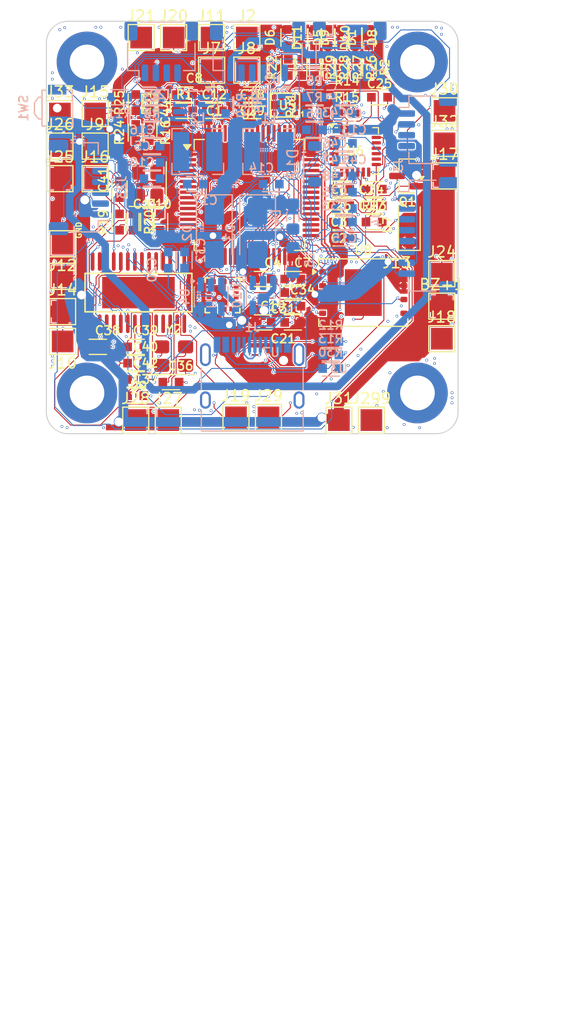
<source format=kicad_pcb>
(kicad_pcb (version 20241229) (generator "pcbnew") (generator_version "9.0")
  (layers (0 "F.Cu" signal "Top Layer") (4 "In1.Cu" signal "Ground Layer 1") (6 "In2.Cu" signal "Ground Layer 2") (2 "B.Cu" signal "Bottom Layer") (13 "F.Paste" user) (15 "B.Paste" user) (5 "F.SilkS" user "Top Overlay") (7 "B.SilkS" user "Board Layer Stack Bottom Overlay") (1 "F.Mask" user "Top Solder") (3 "B.Mask" user "Board Layer Stack Bottom Solder") (25 "Edge.Cuts" user))
  (net 0 "")
  (net 1 "BZ-")
  (net 2 "+3.3V")
  (net 3 "VBAT")
  (net 4 "Net-(U1-VCAP_2)")
  (net 5 "Net-(U1-VCAP_1)")
  (net 6 "Net-(U1-PH1)")
  (net 7 "Net-(U1-PH0)")
  (net 8 "Net-(U2-BS)")
  (net 9 "Net-(U2-LX)")
  (net 10 "Net-(U3-BS)")
  (net 11 "Net-(U3-LX)")
  (net 12 "+9V")
  (net 13 "Net-(U4-BP)")
  (net 14 "+3.3VA")
  (net 15 "Net-(U6-REGOUT)")
  (net 16 "Net-(U6-CPOUT)")
  (net 17 "+5VA")
  (net 18 "Net-(C33-Pad2)")
  (net 19 "Net-(U7-C1)")
  (net 20 "Net-(U9-CLKIN)")
  (net 21 "Net-(U9-XFB)")
  (net 22 "Net-(U9-VIN)")
  (net 23 "Net-(U9-VOUT)")
  (net 24 "Net-(D3-A)")
  (net 25 "Net-(D5-K)")
  (net 26 "Net-(D6-K)")
  (net 27 "Net-(J1-CC1)")
  (net 28 "/USB_DP")
  (net 29 "Net-(J1-CC2)")
  (net 31 "/USB_DM")
  (net 33 "/UART2_TX")
  (net 34 "/UART2_RX")
  (net 35 "/USART1_RX")
  (net 36 "/USART1_TX")
  (net 37 "/ESC_TLM")
  (net 38 "/CURR")
  (net 39 "/M1")
  (net 40 "/M2")
  (net 41 "/M4")
  (net 42 "/M3")
  (net 43 "/USART4_RX")
  (net 44 "/USART4_TX")
  (net 45 "Net-(U10-BP)")
  (net 47 "/USART5_TX")
  (net 48 "Net-(Q1-B)")
  (net 49 "/BOOT0")
  (net 50 "Net-(U3-EN)")
  (net 51 "Net-(U2-EN)")
  (net 52 "Net-(U2-FB)")
  (net 53 "Net-(U2-FS)")
  (net 54 "Net-(U3-FB)")
  (net 55 "Net-(U3-FS)")
  (net 56 "Net-(C47-Pad2)")
  (net 57 "+5V")
  (net 58 "Net-(U9-~{RESET})")
  (net 59 "/peripheral.kicad_sch/VBAT")
  (net 62 "VIDEO_IN")
  (net 64 "VIDEO_OUT")
  (net 65 "/NRST")
  (net 66 "VBAT_SENSE")
  (net 68 "/SWDIO")
  (net 69 "LED_RGB")
  (net 73 "BUZZER")
  (net 77 "/USART5_RX")
  (net 78 "OSD_CS")
  (net 79 "SPI1_SCK")
  (net 80 "FLASH_CS")
  (net 81 "SPI1_MOSI")
  (net 103 "SPI1_MISO")
  (net 117 "/SWCLK")
  (net 118 "I2C1_SDA")
  (net 119 "I2C1_SCL")
  (net 120 "MPU_INT")
  (net 121 "/LED_ARM2")
  (net 122 "/LED_ARM3")
  (net 123 "/BZ-")
  (net 124 "USART3_RX")
  (net 125 "USART3_TX")
  (net 126 "USB_DETECT")
  (net 127 "Net-(D12-A)")
  (net 128 "Net-(U10-OUT)")
  (net 129 "Net-(D1-K)")
  (net 130 "Net-(D8-K)")
  (net 131 "Net-(D9-K)")
  (net 132 "Net-(D10-K)")
  (net 133 "Net-(D11-K)")
  (net 134 "LED_MODE")
  (net 135 "LED_SYS")
  (net 136 "LED_ERR")
  (net 137 "LED_LOG")
  (net 138 "LED_VTX")
  (net 139 "LED_RX")
  (net 140 "LED_GPS")
  (net 141 "GND")
  (net 142 "/LED_ARM4")
  (net 143 "/LED_ARM1")
  (footprint "PCM_fab:C_0603" (layer "F.Cu") (at 200.25 88.0 0.0)
    (property "Reference" "C2")
    (property "Value" "100nf")
  )
  (footprint "PCM_fab:R_0603" (layer "F.Cu") (at 185.75 76.25 0.0)
    (property "Reference" "R1")
    (property "Value" "10k")
  )
  (footprint "PCM_fab:C_0603" (layer "F.Cu") (at 182.5 75.5 -90.0)
    (property "Reference" "C44")
    (property "Value" "100nF")
  )
  (footprint "TestPoint:TestPoint_Pad_2.0x2.0mm" (layer "F.Cu") (at 209.75 79.25 0.0)
    (property "Reference" "J32")
    (property "Value" "Conn_01x01")
  )
  (footprint "TestPoint:TestPoint_Pad_2.0x2.0mm" (layer "F.Cu") (at 174.25 82.5 0.0)
    (property "Reference" "J25")
    (property "Value" "Conn_01x01")
  )
  (footprint "PCM_fab:C_0603" (layer "F.Cu") (at 183.5 86.5 -90.0)
    (property "Reference" "C10")
    (property "Value" "22pF")
  )
  (footprint "PCM_fab:LED_0603" (layer "F.Cu") (at 202.75 69.5 90.0)
    (property "Reference" "D1")
    (property "Value" "LED_0603")
  )
  (footprint "TestPoint:TestPoint_Pad_2.0x2.0mm" (layer "F.Cu") (at 174.5 97.5 180.0)
    (property "Reference" "J10")
    (property "Value" "Conn_01x01")
  )
  (footprint "MountingHole:MountingHole_3.2mm_M3_DIN965_Pad" (layer "F.Cu") (at 176.75 102.25 0.0)
    (property "Reference" "REF**" (hide yes))
    (property "Value" "MountingHole_3.2mm_M3_DIN965_Pad" (hide yes))
  )
  (footprint "PCM_fab:R_0603" (layer "F.Cu") (at 181.25 78.25 90.0)
    (property "Reference" "R24")
    (property "Value" "10kΩ")
  )
  (footprint "TestPoint:TestPoint_Pad_2.0x2.0mm" (layer "F.Cu") (at 188.25 72.5 0.0)
    (property "Reference" "J7")
    (property "Value" "Conn_01x01")
  )
  (footprint "TestPoint:TestPoint_Pad_2.0x2.0mm" (layer "F.Cu") (at 174.5 91.5 0.0)
    (property "Reference" "J13")
    (property "Value" "Conn_01x01")
  )
  (footprint "PCM_fab:C_0603" (layer "F.Cu") (at 184.5 101.25 0.0)
    (property "Reference" "C36")
    (property "Value" "100nF")
  )
  (footprint "TestPoint:TestPoint_Pad_2.0x2.0mm" (layer "F.Cu") (at 181.75 69.5 0.0)
    (property "Reference" "J21")
    (property "Value" "Conn_01x01")
  )
  (footprint "PCM_fab:C_0603" (layer "F.Cu") (at 179.75 83.5 90.0)
    (property "Reference" "C41")
    (property "Value" "100nF")
  )
  (footprint "PCM_fab:C_0603" (layer "F.Cu") (at 185.75 74.75 0.0)
    (property "Reference" "C8")
    (property "Value" "100nF")
  )
  (footprint "PCM_fab:C_0603" (layer "F.Cu") (at 181.25 101.0 0.0)
    (property "Reference" "C42")
    (property "Value" "47uF")
  )
  (footprint "PCM_fab:LED_0603" (layer "F.Cu") (at 201.5 69.5 -90.0)
    (property "Reference" "D8")
    (property "Value" "LED_0603")
  )
  (footprint "easyeda:LGA-16_L3.0-W3.0-P0.50-BL_SQ" (layer "F.Cu") (at 189.26 93.25 180.0)
    (property "Reference" "U7")
    (property "Value" "QMC5883L")
  )
  (footprint "PCM_fab:R_0603" (layer "F.Cu") (at 197.75 72.25 -90.0)
    (property "Reference" "R29")
    (property "Value" "1kΩ")
  )
  (footprint "PCM_fab:R_0603" (layer "F.Cu") (at 203.25 86.5 0.0)
    (property "Reference" "R23")
    (property "Value" "10kΩ")
  )
  (footprint "PCM_fab:C_0603" (layer "F.Cu") (at 192.0 74.75 0.0)
    (property "Reference" "C28")
    (property "Value" "100nF")
  )
  (footprint "Package_QFP:LQFP-64_10x10mm_P0.5mm" (layer "F.Cu") (at 191.75 84.0 0.0)
    (property "Reference" "U1")
    (property "Value" "STM32F405RGTx")
  )
  (footprint "TestPoint:TestPoint_Pad_2.0x2.0mm" (layer "F.Cu") (at 174.25 79.5 0.0)
    (property "Reference" "J26")
    (property "Value" "Conn_01x01")
  )
  (footprint "MountingHole:MountingHole_3.2mm_M3_DIN965_Pad" (layer "F.Cu") (at 176.75 71.75 0.0)
    (property "Reference" "REF**" (hide yes))
    (property "Value" "MountingHole_3.2mm_M3_DIN965_Pad" (hide yes))
  )
  (footprint "PCM_fab:C_0603" (layer "F.Cu") (at 203.253623 83.464862 0.0)
    (property "Reference" "C24")
    (property "Value" "100nF")
  )
  (footprint "TestPoint:TestPoint_Pad_2.0x2.0mm" (layer "F.Cu") (at 174.5 88.5 180.0)
    (property "Reference" "J12")
    (property "Value" "Conn_01x01")
  )
  (footprint "TestPoint:TestPoint_Pad_2.0x2.0mm" (layer "F.Cu") (at 191.5 72.5 0.0)
    (property "Reference" "J8")
    (property "Value" "Conn_01x01")
  )
  (footprint "TestPoint:TestPoint_Pad_2.0x2.0mm" (layer "F.Cu") (at 188.25 69.5 0.0)
    (property "Reference" "J11")
    (property "Value" "Conn_01x01")
  )
  (footprint "PCM_fab:LED_0603" (layer "F.Cu") (at 196.5 69.5 -90.0)
    (property "Reference" "D5")
    (property "Value" "LED_0603")
  )
  (footprint "PCM_fab:C_0603" (layer "F.Cu") (at 195.75 93.0 180.0)
    (property "Reference" "C31")
    (property "Value" "100nF")
  )
  (footprint "PCM_fab:C_0603" (layer "F.Cu") (at 181.25 102.5 0.0)
    (property "Reference" "C37")
    (property "Value" "100nF")
  )
  (footprint "PCM_fab:C_0603" (layer "F.Cu") (at 193.0 95.75 0.0)
    (property "Reference" "C19")
    (property "Value" "10uF")
  )
  (footprint "Package_SON:WSON-8-1EP_8x6mm_P1.27mm_EP3.4x4.3mm" (layer "F.Cu") (at 202.25 93.0 0.0)
    (property "Reference" "U8")
    (property "Value" "W25Q128JVE")
  )
  (footprint "PCM_fab:C_0603" (layer "F.Cu") (at 195.75 94.25 0.0)
    (property "Reference" "C34")
    (property "Value" "220nF")
  )
  (footprint "PCM_fab:C_0603" (layer "F.Cu") (at 195.75 95.75 180.0)
    (property "Reference" "C21")
    (property "Value" "22uF")
  )
  (footprint "Sensor_Motion:InvenSense_QFN-24_4x4mm_P0.5mm" (layer "F.Cu") (at 201.5 79.95 0.0)
    (property "Reference" "U6")
    (property "Value" "MPU-6050")
  )
  (footprint "Crystal:Crystal_SMD_3225-4Pin_3.2x2.5mm" (layer "F.Cu") (at 182.35 83.0 90.0)
    (property "Reference" "Y1" (hide yes))
    (property "Value" "8Mhz")
  )
  (footprint "PCM_fab:LED_0603" (layer "F.Cu") (at 195.25 69.5 90.0)
    (property "Reference" "D6")
    (property "Value" "LED_0603")
  )
  (footprint "PCM_fab:C_0603" (layer "F.Cu") (at 195.75 91.75 0.0)
    (property "Reference" "C7")
    (property "Value" "2.2uF")
  )
  (footprint "PCM_fab:R_0603" (layer "F.Cu") (at 199.0 72.25 -90.0)
    (property "Reference" "R28")
    (property "Value" "1kΩ")
  )
  (footprint "TestPoint:TestPoint_Pad_2.0x2.0mm" (layer "F.Cu") (at 193.5 104.5 0.0)
    (property "Reference" "J29")
    (property "Value" "Conn_01x01")
  )
  (footprint "TestPoint:TestPoint_Pad_2.0x2.0mm" (layer "F.Cu") (at 203.0 104.75 0.0)
    (property "Reference" "J299")
    (property "Value" "Conn_01x01")
  )
  (footprint "TestPoint:TestPoint_Pad_2.0x2.0mm" (layer "F.Cu") (at 191.5 69.5 0.0)
    (property "Reference" "J2")
    (property "Value" "Conn_01x01")
  )
  (footprint "TestPoint:TestPoint_Pad_2.0x2.0mm" (layer "F.Cu") (at 184.75 69.5 0.0)
    (property "Reference" "J20")
    (property "Value" "Conn_01x01")
  )
  (footprint "PCM_fab:R_0603" (layer "F.Cu") (at 200.75 76.5 0.0)
    (property "Reference" "R15")
    (property "Value" "4.7kΩ")
  )
  (footprint "MountingHole:MountingHole_3.2mm_M3_DIN965_Pad" (layer "F.Cu") (at 207.25 71.75 0.0)
    (property "Reference" "REF**" (hide yes))
    (property "Value" "MountingHole_3.2mm_M3_DIN965_Pad" (hide yes))
  )
  (footprint "TestPoint:TestPoint_Pad_2.0x2.0mm" (layer "F.Cu") (at 209.75 82.25 0.0)
    (property "Reference" "J17")
    (property "Value" "Conn_01x01")
  )
  (footprint "TestPoint:TestPoint_Pad_2.0x2.0mm" (layer "F.Cu") (at 181.25 104.75 0.0)
    (property "Reference" "J28")
    (property "Value" "Conn_01x01")
  )
  (footprint "PCM_fab:R_0603" (layer "F.Cu") (at 200.25 72.25 -90.0)
    (property "Reference" "R27")
    (property "Value" "1kΩ")
  )
  (footprint "PCM_fab:R_0603" (layer "F.Cu") (at 196.58 72.25 -90.0)
    (property "Reference" "R21")
    (property "Value" "1kΩ")
  )
  (footprint "PCM_fab:C_0603" (layer "F.Cu") (at 181.25 99.5 0.0)
    (property "Reference" "C40")
    (property "Value" "22pF")
  )
  (footprint "TestPoint:TestPoint_Pad_2.0x2.0mm" (layer "F.Cu") (at 177.5 82.5 0.0)
    (property "Reference" "J16")
    (property "Value" "Conn_01x01")
  )
  (footprint "PCM_fab:LED_0603" (layer "F.Cu") (at 200.25 69.5 90.0)
    (property "Reference" "D9")
    (property "Value" "LED_0603")
  )
  (footprint "TestPoint:TestPoint_Pad_2.0x2.0mm" (layer "F.Cu") (at 209.5 94.25 0.0)
    (property "Reference" "BZ+1")
    (property "Value" "Conn_01x01")
  )
  (footprint "Package_TO_SOT_SMD:SOT-23" (layer "F.Cu") (at 206.3125 82.25 180.0)
    (property "Reference" "Q1")
    (property "Value" "SS8050")
  )
  (footprint "PCM_fab:C_0603" (layer "F.Cu") (at 181.25 98.0 0.0)
    (property "Reference" "C39")
    (property "Value" "22pF")
  )
  (footprint "easyeda:SENSOR-SMD_SPL06-001" (layer "F.Cu") (at 195.02 75.72 0.0)
    (property "Reference" "U5")
    (property "Value" "SPL06-001")
  )
  (footprint "Diode_SMD:D_SOD-123" (layer "F.Cu") (at 206.5 86.75 90.0)
    (property "Reference" "D7")
    (property "Value" "1N4148")
  )
  (footprint "PCM_fab:R_0603" (layer "F.Cu") (at 195.33 72.25 90.0)
    (property "Reference" "R22")
    (property "Value" "1kΩ")
  )
  (footprint "PCM_fab:C_0603" (layer "F.Cu") (at 188.5 74.75 0.0)
    (property "Reference" "C12")
    (property "Value" "100nf")
  )
  (footprint "easyeda:TSSOP-28_L9.7-W4.4-P0.65-LS6.4-BL-EP-2" (layer "F.Cu") (at 181.5 93.0 180.0)
    (property "Reference" "U9")
    (property "Value" "AT7456E")
  )
  (footprint "TestPoint:TestPoint_Pad_2.0x2.0mm" (layer "F.Cu") (at 200.0 104.75 0.0)
    (property "Reference" "J31")
    (property "Value" "Conn_01x01")
  )
  (footprint "MountingHole:MountingHole_3.2mm_M3_DIN965_Pad" (layer "F.Cu") (at 207.25 102.25 0.0)
    (property "Reference" "REF**" (hide yes))
    (property "Value" "MountingHole_3.2mm_M3_DIN965_Pad" (hide yes))
  )
  (footprint "TestPoint:TestPoint_Pad_2.0x2.0mm" (layer "F.Cu") (at 177.5 76.5 0.0)
    (property "Reference" "J15")
    (property "Value" "Conn_01x01")
  )
  (footprint "PCM_fab:C_0603" (layer "F.Cu") (at 203.75 75.0 0.0)
    (property "Reference" "C25")
    (property "Value" "2.2nF")
  )
  (footprint "PCM_fab:C_0603" (layer "F.Cu") (at 200.25 85.0 180.0)
    (property "Reference" "C26")
    (property "Value" "100nF")
  )
  (footprint "PCM_fab:R_0603" (layer "F.Cu") (at 183.75 75.5 90.0)
    (property "Reference" "R31")
    (property "Value" "100KΩ")
  )
  (footprint "Crystal:Crystal_SMD_3225-4Pin_3.2x2.5mm" (layer "F.Cu") (at 184.75 98.85 0.0)
    (property "Reference" "Y2")
    (property "Value" "27Mhz")
  )
  (footprint "PCM_fab:C_0603" (layer "F.Cu") (at 193.0 91.75 0.0)
    (property "Reference" "C4")
    (property "Value" "100nf")
  )
  (footprint "TestPoint:TestPoint_Pad_2.0x2.0mm" (layer "F.Cu") (at 209.5 97.25 0.0)
    (property "Reference" "J18")
    (property "Value" "Conn_01x01")
  )
  (footprint "PCM_fab:R_0603" (layer "F.Cu") (at 182.5 78.25 -90.0)
    (property "Reference" "R16")
    (property "Value" "1kΩ")
  )
  (footprint "PCM_fab:LED_0603" (layer "F.Cu") (at 199.0 69.5 -90.0)
    (property "Reference" "D10")
    (property "Value" "LED_0603")
  )
  (footprint "PCM_fab:LED_0603" (layer "F.Cu") (at 197.75 69.5 90.0)
    (property "Reference" "D11")
    (property "Value" "LED_0603")
  )
  (footprint "PCM_fab:C_0603" (layer "F.Cu") (at 200.25 86.5 0.0)
    (property "Reference" "C3")
    (property "Value" "100nf")
  )
  (footprint "PCM_fab:R_0603" (layer "F.Cu") (at 179.75 86.5 90.0)
    (property "Reference" "R19")
    (property "Value" "75Ω")
  )
  (footprint "PCM_fab:R_0603" (layer "F.Cu") (at 200.75 75.0 0.0)
    (property "Reference" "R14")
    (property "Value" "4.7kΩ")
  )
  (footprint "TestPoint:TestPoint_Pad_2.0x2.0mm" (layer "F.Cu") (at 174.25 76.5 0.0)
    (property "Reference" "J33")
    (property "Value" "Conn_01x01")
  )
  (footprint "TestPoint:TestPoint_Pad_2.0x2.0mm" (layer "F.Cu") (at 177.5 79.5 0.0)
    (property "Reference" "J9")
    (property "Value" "Conn_01x01")
  )
  (footprint "PCM_fab:R_0603" (layer "F.Cu") (at 202.75 72.25 -90.0)
    (property "Reference" "R2")
    (property "Value" "1kΩ")
  )
  (footprint "PCM_fab:C_0603" (layer "F.Cu") (at 182.25 86.5 -90.0)
    (property "Reference" "C11")
    (property "Value" "22pF")
  )
  (footprint "PCM_fab:C_0603" (layer "F.Cu") (at 200.25 83.453299 0.0)
    (property "Reference" "C6")
    (property "Value" "2.2uF")
  )
  (footprint "TestPoint:TestPoint_Pad_2.0x2.0mm" (layer "F.Cu") (at 174.5 94.75 0.0)
    (property "Reference" "J14")
    (property "Value" "Conn_01x01")
  )
  (footprint "TestPoint:TestPoint_Pad_2.0x2.0mm" (layer "F.Cu") (at 190.5 104.5 0.0)
    (property "Reference" "J19")
    (property "Value" "Conn_01x01")
  )
  (footprint "PCM_fab:C_0603" (layer "F.Cu") (at 177.75 98.0 0.0)
    (property "Reference" "C38")
    (property "Value" "100nF")
  )
  (footprint "TestPoint:TestPoint_Pad_2.0x2.0mm" (layer "F.Cu") (at 209.75 76.25 0.0)
    (property "Reference" "J30")
    (property "Value" "Conn_01x01")
  )
  (footprint "TestPoint:TestPoint_Pad_2.0x2.0mm" (layer "F.Cu") (at 184.25 104.75 0.0)
    (property "Reference" "J27")
    (property "Value" "Conn_01x01")
  )
  (footprint "PCM_fab:C_0603" (layer "F.Cu") (at 203.253623 85.0 180.0)
    (property "Reference" "C27")
    (property "Value" "100nF")
  )
  (footprint "PCM_fab:C_0603" (layer "F.Cu") (at 188.5 76.25 0.0)
    (property "Reference" "C1")
    (property "Value" "100nf")
  )
  (footprint "TestPoint:TestPoint_Pad_2.0x2.0mm" (layer "F.Cu") (at 209.5 91.25 0.0)
    (property "Reference" "J24")
    (property "Value" "Conn_01x01")
  )
  (footprint "PCM_fab:R_0603" (layer "F.Cu") (at 181.25 75.5 90.0)
    (property "Reference" "R25")
    (property "Value" "1kΩ")
  )
  (footprint "PCM_fab:R_0603" (layer "F.Cu") (at 181.0 86.5 -90.0)
    (property "Reference" "R20")
    (property "Value" "10KΩ")
  )
  (footprint "PCM_fab:C_0603" (layer "F.Cu") (at 192.0 76.27 0.0)
    (property "Reference" "C29")
    (property "Value" "100nF")
  )
  (footprint "PCM_fab:R_0603" (layer "F.Cu") (at 201.5 72.25 -90.0)
    (property "Reference" "R26")
    (property "Value" "1kΩ")
  )
  (footprint "PCM_fab:C_0603" (layer "B.Cu") (at 200.5 82.25 180.0)
    (property "Reference" "C47")
    (property "Value" "100nF")
  )
  (footprint "PCM_fab:C_0603" (layer "B.Cu") (at 186.75 83.0 0.0)
    (property "Reference" "C17")
    (property "Value" "100nf")
  )
  (footprint "Diode_SMD:D_SOD-123" (layer "B.Cu") (at 197.75 81.15 -90.0)
    (property "Reference" "D12")
    (property "Value" "SS34")
  )
  (footprint "PCM_fab:C_0603" (layer "B.Cu") (at 184.25 90.0 -90.0)
    (property "Reference" "C20")
    (property "Value" "22nF")
  )
  (footprint "PCM_fab:C_0603" (layer "B.Cu") (at 182.75 79.5 180.0)
    (property "Reference" "C16")
    (property "Value" "100nf")
  )
  (footprint "Diode_SMD:D_SMA" (layer "B.Cu") (at 192.5 87.5 -90.0)
    (property "Reference" "D3")
    (property "Value" "SS14")
  )
  (footprint "Package_TO_SOT_SMD:TSOT-23-8" (layer "B.Cu") (at 193.8625 75.825 180.0)
    (property "Reference" "U2")
    (property "Value" "SY8303AIC")
  )
  (footprint "PCM_fab:R_0603" (layer "B.Cu") (at 182.75 78.0 180.0)
    (property "Reference" "R8")
    (property "Value" "210kΩ")
  )
  (footprint "PCM_fab:C_0603" (layer "B.Cu") (at 182.75 82.5 180.0)
    (property "Reference" "C18")
    (property "Value" "22uF")
  )
  (footprint "PCM_fab:C_0603" (layer "B.Cu") (at 200.5 77.92 180.0)
    (property "Reference" "C43")
    (property "Value" "10uF")
  )
  (footprint "Connector_JST:JST_SH_SM08B-SRSS-TB_1x08-1MP_P1.00mm_Horizontal" (layer "B.Cu") (at 208.25 87.75 -90.0)
    (property "Reference" "J4")
    (property "Value" "4-in-1 ESC")
  )
  (footprint "Package_TO_SOT_SMD:SOT-23-5" (layer "B.Cu") (at 188.2 93.3875 -90.0)
    (property "Reference" "U4")
    (property "Value" "RT9193-33")
  )
  (footprint "PCM_fab:C_0603" (layer "B.Cu") (at 200.5 75.0 0.0)
    (property "Reference" "C9")
    (property "Value" "22uF")
  )
  (footprint "Package_TO_SOT_SMD:TSOT-23-8" (layer "B.Cu") (at 186.5 76.0 180.0)
    (property "Reference" "U3")
    (property "Value" "SY8303AIC")
  )
  (footprint "Package_TO_SOT_SMD:SOT-23-5" (layer "B.Cu") (at 193.0 93.25 -90.0)
    (property "Reference" "U10")
    (property "Value" "RT9193-33")
  )
  (footprint "Inductor_SMD:L_Bourns-SRN4018" (layer "B.Cu") (at 193.525 80.0 0.0)
    (property "Reference" "L1")
    (property "Value" "6.8uH")
  )
  (footprint "PCM_fab:C_0603" (layer "B.Cu") (at 200.5 79.25 0.0)
    (property "Reference" "C45")
    (property "Value" "22nF")
  )
  (footprint "Inductor_SMD:L_0805_2012Metric_Pad1.05x1.20mm_HandSolder" (layer "B.Cu") (at 195.75 90.0 90.0)
    (property "Reference" "L5")
    (property "Value" "300R/1A")
  )
  (footprint "Inductor_SMD:L_Bourns-SRN4018" (layer "B.Cu") (at 186.975 80.0 0.0)
    (property "Reference" "L2")
    (property "Value" "4.7uH")
  )
  (footprint "Connector_JST:JST_SH_SM04B-SRSS-TB_1x04-1MP_P1.00mm_Horizontal" (layer "B.Cu") (at 201.0 70.75 0.0)
    (property "Reference" "J5")
    (property "Value" "光流")
  )
  (footprint "PCM_fab:C_0603" (layer "B.Cu") (at 200.5 80.75 180.0)
    (property "Reference" "C46")
    (property "Value" "22uF")
  )
  (footprint "PCM_fab:R_0603" (layer "B.Cu") (at 199.25 97.5 180.0)
    (property "Reference" "R12")
    (property "Value" "5.1kΩ")
  )
  (footprint "Inductor_SMD:L_0805_2012Metric_Pad1.05x1.20mm_HandSolder" (layer "B.Cu") (at 195.75 86.0 -90.0)
    (property "Reference" "L4")
    (property "Value" "600R/2A")
  )
  (footprint "PCM_fab:C_0603" (layer "B.Cu") (at 193.75 83.0 180.0)
    (property "Reference" "C14")
    (property "Value" "100nf")
  )
  (footprint "PCM_fab:R_0603" (layer "B.Cu") (at 182.75 75.0 0.0)
    (property "Reference" "R9")
    (property "Value" "100kΩ")
  )
  (footprint "PCM_fab:C_0603" (layer "B.Cu") (at 185.75 90.0 90.0)
    (property "Reference" "C32")
    (property "Value" "100nF")
  )
  (footprint "Connector_JST:JST_SH_SM04B-SRSS-TB_1x04-1MP_P1.00mm_Horizontal" (layer "B.Cu") (at 208.25 78.0 -90.0)
    (property "Reference" "J3")
    (property "Value" "上位机")
  )
  (footprint "PCM_fab:C_0603" (layer "B.Cu") (at 200.5 86.5 180.0)
    (property "Reference" "C33")
    (property "Value" "100nF")
  )
  (footprint "Connector_JST:JST_SH_SM06B-SRSS-TB_1x06-1MP_P1.00mm_Horizontal" (layer "B.Cu") (at 176.0 83.3 90.0)
    (property "Reference" "J23")
    (property "Value" "GPS")
  )
  (footprint "PCM_fab:R_0603" (layer "B.Cu") (at 197.75 76.5 180.0)
    (property "Reference" "R7")
    (property "Value" "110k")
  )
  (footprint "PCM_fab:C_0603" (layer "B.Cu") (at 200.5 76.5 0.0)
    (property "Reference" "C13")
    (property "Value" "100nf")
  )
  (footprint "PCM_fab:C_0603" (layer "B.Cu") (at 200.5 83.75 180.0)
    (property "Reference" "C48")
    (property "Value" "1uF")
  )
  (footprint "PCM_fab:R_0603" (layer "B.Cu") (at 199.25 100.0 180.0)
    (property "Reference" "R30")
    (property "Value" "10KΩ")
  )
  (footprint "Connector_JST:JST_SH_SM06B-SRSS-TB_1x06-1MP_P1.00mm_Horizontal" (layer "B.Cu") (at 192.5 70.75 0.0)
    (property "Reference" "J6")
    (property "Value" "VTX")
  )
  (footprint "Connector_JST:JST_SH_SM04B-SRSS-TB_1x04-1MP_P1.00mm_Horizontal" (layer "B.Cu") (at 183.607165 70.755245 0.0)
    (property "Reference" "J22")
    (property "Value" "ELRS")
  )
  (footprint "Connector_USB:USB_C_Receptacle_HRO_TYPE-C-31-M-12" (layer "B.Cu") (at 192.0 101.85 180.0)
    (property "Reference" "J1")
    (property "Value" "USB_C_Receptacle_USB2.0_16P")
  )
  (footprint "PCM_fab:R_0603" (layer "B.Cu") (at 199.25 98.75 180.0)
    (property "Reference" "R13")
    (property "Value" "5.1kΩ")
  )
  (footprint "PCM_fab:R_0603" (layer "B.Cu") (at 182.75 76.5 180.0)
    (property "Reference" "R3")
    (property "Value" "10k")
  )
  (footprint "PCM_fab:R_0603" (layer "B.Cu") (at 179.75 75.0 0.0)
    (property "Reference" "R11")
    (property "Value" "10k")
  )
  (footprint "PCM_fab:R_0603" (layer "B.Cu") (at 191.0 75.75 90.0)
    (property "Reference" "R4")
    (property "Value" "10k")
  )
  (footprint "PCM_fab:C_0603" (layer "B.Cu") (at 182.75 81.0 180.0)
    (property "Reference" "C5")
    (property "Value" "22uF")
  )
  (footprint "PCM_fab:R_0603" (layer "B.Cu") (at 197.75 75.0 180.0)
    (property "Reference" "R5")
    (property "Value" "15kΩ")
  )
  (footprint "Diode_SMD:D_SMA" (layer "B.Cu") (at 188.5 87.5 -90.0)
    (property "Reference" "D2")
    (property "Value" "SMAJ33A")
  )
  (footprint "Button_Switch_SMD:SW_SPST_B3U-3000P-B" (layer "B.Cu") (at 174.0 76.0 -90.0)
    (property "Reference" "SW1")
    (property "Value" "SW_SPST")
  )
  (footprint "PCM_fab:R_0603" (layer "B.Cu") (at 189.5 75.75 90.0)
    (property "Reference" "R10")
    (property "Value" "15kΩ")
  )
  (footprint "PCM_fab:C_0603" (layer "B.Cu") (at 200.5 85.25 180.0)
    (property "Reference" "C35")
    (property "Value" "47uF")
  )
  (footprint "PCM_fab:C_0603" (layer "B.Cu") (at 200.5 88.0 180.0)
    (property "Reference" "C15")
    (property "Value" "22uF")
  )
  (footprint "PCM_fab:R_0603" (layer "B.Cu") (at 197.75 78.0 180.0)
    (property "Reference" "R6")
    (property "Value" "200kΩ")
  )
  (gr_arc (start 173 70) (mid 173.585786 68.585786) (end 175 68) (stroke (width 0.1)) (layer "Edge.Cuts"))
  (gr_line (start 211 70) (end 211 104) (stroke (width 0.1)) (layer "Edge.Cuts"))
  (gr_line (start 209 106) (end 175 106) (stroke (width 0.1)) (layer "Edge.Cuts"))
  (gr_line (start 173 104) (end 173 70) (stroke (width 0.1)) (layer "Edge.Cuts"))
  (gr_arc (start 211 104) (mid 210.414214 105.414214) (end 209 106) (stroke (width 0.1)) (layer "Edge.Cuts"))
  (gr_arc (start 175 106) (mid 173.585786 105.414214) (end 173 104) (stroke (width 0.1)) (layer "Edge.Cuts"))
  (gr_arc (start 209 68) (mid 210.414214 68.585786) (end 211 70) (stroke (width 0.1)) (layer "Edge.Cuts"))
  (gr_line (start 175 68) (end 209 68) (stroke (width 0.1)) (layer "Edge.Cuts"))
  (gr_text "GND" (at 176 87.25 90) (layer "F.SilkS") (effects (font (size 0.5 0.5) (thickness 0.125))))
  (zone (net 0) (net_name "") (layers "*.Cu" "In1.Cu" "In2.Cu") (connect_pads (clearance 0)) (min_thickness 0.25)
    (keepout (tracks allowed) (vias allowed) (pads allowed) (copperpour not_allowed) (footprints allowed))
    (fill (thermal_gap 0.5) (thermal_bridge_width 0.5))
    (polygon (pts (xy 199 77.5) (xy 199 82.5) (xy 204 82.5) (xy 204 77.5)))
  )
  (segment (start 196.94443751865856 92.59180303346082) (end 196.93624061975862 92.59999993236077) (width 0.64) (layer "F.Cu") (net 2))
  (segment (start 196.93624061975862 92.59999993236077) (end 196.49999996949768 92.59999993236077) (width 0.64) (layer "F.Cu") (net 2))
  (segment (start 196.49999996949768 92.59999993236077) (end 196.49999996949768 92.99999993236078) (width 0.64) (layer "F.Cu") (net 2))
  (segment (start 194.5959574057496 92.36707779630288) (end 194.46407323614883 92.36707779630288) (width 0.0889889) (layer "F.Cu") (net 141))
  (segment (start 194.46407323614883 92.36707779630288) (end 194.28392826399767 92.18693282415171) (width 0.0889889) (layer "F.Cu") (net 141))
  (segment (start 194.28392826399767 92.18693282415171) (end 194.28392826399767 91.74999993236078) (width 0.0889889) (layer "F.Cu") (net 141))
  (segment (start 194.28392826399767 91.74999993236078) (end 193.74999996949768 91.74999993236078) (width 0.0889889) (layer "F.Cu") (net 141))
  (segment (start 194.99999996949768 92.99999993236078) (end 194.99999996949768 92.46607163786078) (width 0.0889889) (layer "F.Cu") (net 141))
  (segment (start 194.99999996949768 92.46607163786078) (end 195.08865898392156 92.37741262343685) (width 0.0889889) (layer "F.Cu") (net 141))
  (segment (start 195.08865898392156 92.37741262343685) (end 195.50233561760973 92.37741262343685) (width 0.0889889) (layer "F.Cu") (net 141))
  (segment (start 196.49999996949768 91.74999993236078) (end 196.36666663616433 92.14999993236077) (width 0.0889889) (layer "F.Cu") (net 141))
  (segment (start 196.36666663616433 92.14999993236077) (end 196.05735943948187 92.14999993236077) (width 0.0889889) (layer "F.Cu") (net 141))
  (segment (start 196.05735943948187 92.14999993236077) (end 195.91662392217762 92.29073544966502) (width 0.0889889) (layer "F.Cu") (net 141))
  (segment (start 196.94443751865856 92.59180303346082) (end 197.29000418797028 92.52806037847652) (width 0.6979981237023367) (layer "F.Cu") (net 2))
  (segment (start 197.29000418797028 92.52806037847652) (end 197.53699996949769 92.25749993236077) (width 0.6979981237023367) (layer "F.Cu") (net 2))
  (segment (start 197.53699996949769 92.25749993236077) (end 197.53699996949769 91.28416918799464) (width 0.6979981237023367) (layer "F.Cu") (net 2))
  (segment (start 197.53699996949769 91.28416918799464) (end 196.3316635589908 90.07883277748778) (width 0.6979981237023367) (layer "F.Cu") (net 2))
  (segment (start 196.3316635589908 90.07883277748778) (end 196.2841739249587 90.07883277748778) (width 0.6979981237023367) (layer "F.Cu") (net 2))
  (segment (start 200.50221038979788 83.97975600684622) (end 199.89999996949769 84.58196642714641) (width 0.0889889) (layer "F.Cu") (net 14))
  (segment (start 199.89999996949769 84.58196642714641) (end 199.89999996949769 84.72499993236077) (width 0.0889889) (layer "F.Cu") (net 14))
  (segment (start 199.89999996949769 84.72499993236077) (end 199.49999996949768 84.99999993236078) (width 0.0889889) (layer "F.Cu") (net 14))
  (segment (start 200.50221038979788 83.97975600684622) (end 200.6044378904369 84.08198350748526) (width 0.0889889) (layer "F.Cu") (net 14))
  (segment (start 200.6044378904369 84.08198350748526) (end 202.11776631024605 84.08198350748526) (width 0.0889889) (layer "F.Cu") (net 14))
  (segment (start 200.50221038979788 83.97975600684622) (end 200.43932393333088 83.91686955037925) (width 0.0889889) (layer "F.Cu") (net 14))
  (segment (start 200.43932393333088 83.91686955037925) (end 200.43932393333088 82.76960426302756) (width 0.0889889) (layer "F.Cu") (net 14))
  (segment (start 200.43932393333088 82.76960426302756) (end 200.74999996949768 82.45892822686078) (width 0.0889889) (layer "F.Cu") (net 14))
  (segment (start 200.74999996949768 82.45892822686078) (end 200.74999996949768 81.89999993236077) (width 0.0889889) (layer "F.Cu") (net 14))
  (segment (start 181.99999996949768 102.49999993236078) (end 182.61809277103066 102.49999993236078) (width 0.0889889) (layer "F.Cu") (net 141))
  (segment (start 182.61809277103066 102.49999993236078) (end 182.63781336771532 102.51972052904546) (width 0.0889889) (layer "F.Cu") (net 141))
  (segment (start 191.7791310334326 96.70057984138873) (end 189.25912689762876 96.70057984138873) (width 0.6979981237023367) (layer "F.Cu") (net 2))
  (segment (start 189.25912689762876 96.70057984138873) (end 186.51215862450374 93.9536115682637) (width 0.6979981237023367) (layer "F.Cu") (net 2))
  (segment (start 186.51215862450374 93.9536115682637) (end 186.51215862450374 89.79372218330181) (width 0.6979981237023367) (layer "F.Cu") (net 2))
  (segment (start 186.51215862450374 89.79372218330181) (end 187.35544085275905 88.95043995504649) (width 0.6979981237023367) (layer "F.Cu") (net 2))
  (segment (start 187.35544085275905 88.95043995504649) (end 187.4391418017885 88.73107155663892) (width 0.6979981237023367) (layer "F.Cu") (net 2))
  (segment (start 187.4391418017885 88.73107155663892) (end 187.62574615636623 88.35399544346805) (width 0.6979981237023367) (layer "F.Cu") (net 2))
  (segment (start 187.62574615636623 88.35399544346805) (end 187.99895486552163 87.98078673431264) (width 0.6979981237023367) (layer "F.Cu") (net 2))
  (segment (start 187.99895486552163 87.98078673431264) (end 187.99895486552163 86.28094966200733) (width 0.6979981237023367) (layer "F.Cu") (net 2))
  (segment (start 187.99895486552163 86.28094966200733) (end 190.4237216399449 83.85618288758408) (width 0.6979981237023367) (layer "F.Cu") (net 2))
  (segment (start 190.4237216399449 83.85618288758408) (end 190.42774543634778 83.85618288758408) (width 0.6979981237023367) (layer "F.Cu") (net 2))
  (segment (start 190.42774543634778 83.85618288758408) (end 191.11606772033434 83.47145311173428) (width 0.6979981237023367) (layer "F.Cu") (net 2))
  (segment (start 191.11606772033434 83.47145311173428) (end 191.2678639744027 83.47145311173428) (width 0.6979981237023367) (layer "F.Cu") (net 2))
  (segment (start 191.2678639744027 83.47145311173428) (end 191.59663762802137 83.1426794581156) (width 0.6979981237023367) (layer "F.Cu") (net 2))
  (segment (start 191.59663762802137 83.1426794581156) (end 191.59663762802137 82.66804480977156) (width 0.6979981237023367) (layer "F.Cu") (net 2))
  (segment (start 191.59663762802137 82.66804480977156) (end 190.29529780603013 81.36670498778035) (width 0.6979981237023367) (layer "F.Cu") (net 2))
  (segment (start 190.29529780603013 81.36670498778035) (end 188.29534677705496 81.36670498778035) (width 0.6979981237023367) (layer "F.Cu") (net 2))
  (segment (start 188.29534677705496 81.36670498778035) (end 187.2999328026977 80.37129101342312) (width 0.6979981237023367) (layer "F.Cu") (net 2))
  (segment (start 191.7791310334326 96.70057984138873) (end 191.8405977715104 96.63911310331095) (width 0.6979981237023367) (layer "F.Cu") (net 2))
  (segment (start 191.8405977715104 96.63911310331095) (end 192.34900481968498 96.63911310331095) (width 0.6979981237023367) (layer "F.Cu") (net 2))
  (segment (start 195.60417678730568 96.61685514373521) (end 196.07103199868013 96.14999993236077) (width 0.64) (layer "F.Cu") (net 2))
  (segment (start 196.07103199868013 96.14999993236077) (end 196.49999996949768 96.14999993236077) (width 0.64) (layer "F.Cu") (net 2))
  (segment (start 196.49999996949768 96.14999993236077) (end 196.49999996949768 95.74999993236078) (width 0.64) (layer "F.Cu") (net 2))
  (segment (start 192.34900481968498 96.63911310331095) (end 192.3712627792607 96.61685514373521) (width 0.6979981237023367) (layer "F.Cu") (net 2))
  (segment (start 192.3712627792607 96.61685514373521) (end 195.60417678730568 96.61685514373521) (width 0.6979981237023367) (layer "F.Cu") (net 2))
  (segment (start 192.34900481968498 96.63911310331095) (end 190.54052971105634 96.63911310331095) (width 0.6979981237023367) (layer "F.Cu") (net 2))
  (segment (start 190.54052971105634 96.63911310331095) (end 189.87838042902266 95.97696382127725) (width 0.6979981237023367) (layer "F.Cu") (net 2))
  (segment (start 191.7791310334326 96.70057984138873) (end 195.86883812781656 96.70057984138873) (width 0.6979981237023367) (layer "F.Cu") (net 2))
  (segment (start 195.86883812781656 96.70057984138873) (end 195.93062250014958 96.63879546905568) (width 0.6979981237023367) (layer "F.Cu") (net 2))
  (segment (start 195.93062250014958 96.63879546905568) (end 197.97934552405476 96.63879546905568) (width 0.6979981237023367) (layer "F.Cu") (net 2))
  (segment (start 197.97934552405476 96.63879546905568) (end 199.30595148345193 95.31218950965852) (width 0.6979981237023367) (layer "F.Cu") (net 2))
  (segment (start 199.30595148345193 95.31218950965852) (end 199.30595148345193 94.59247482529355) (width 0.6979981237023367) (layer "F.Cu") (net 2))
  (segment (start 199.30595148345193 94.59247482529355) (end 199.12584983454502 94.15395410009255) (width 0.6979981237023367) (layer "F.Cu") (net 2))
  (segment (start 199.12584983454502 94.15395410009255) (end 198.81970369451844 94.15188227063612) (width 0.6979981237023367) (layer "F.Cu") (net 2))
  (segment (start 198.81970369451844 94.15188227063612) (end 198.51355755449188 94.14981044117968) (width 0.6979981237023367) (layer "F.Cu") (net 2))
  (segment (start 198.51355755449188 94.14981044117968) (end 198.87230407298398 94.04010778756894) (width 0.6979981237023367) (layer "F.Cu") (net 2))
  (segment (start 198.87230407298398 94.04010778756894) (end 199.23105059147605 93.93040513395817) (width 0.6979981237023367) (layer "F.Cu") (net 2))
  (segment (start 199.23105059147605 93.93040513395817) (end 199.10259032192118 93.62785073211779) (width 0.6979981237023367) (layer "F.Cu") (net 2))
  (segment (start 199.10259032192118 93.62785073211779) (end 199.48470615291603 93.61788182184716) (width 0.6979981237023367) (layer "F.Cu") (net 2))
  (segment (start 201.49999996949768 74.99999993236078) (end 201.49999996949768 74.59999993236077) (width 0.0889889) (layer "F.Cu") (net 14))
  (segment (start 201.49999996949768 74.59999993236077) (end 201.6736919850622 74.42630791679628) (width 0.0889889) (layer "F.Cu") (net 14))
  (segment (start 201.6736919850622 74.42630791679628) (end 203.5437322719564 74.42630791679628) (width 0.0889889) (layer "F.Cu") (net 14))
  (segment (start 203.5437322719564 74.42630791679628) (end 203.63470926893433 74.51728491377422) (width 0.0889889) (layer "F.Cu") (net 14))
  (segment (start 203.63470926893433 74.51728491377422) (end 203.63470926893433 76.97994458670374) (width 0.0889889) (layer "F.Cu") (net 14))
  (segment (start 203.63470926893433 76.97994458670374) (end 204.41596097682532 77.76119629459474) (width 0.0889889) (layer "F.Cu") (net 14))
  (segment (start 204.41596097682532 77.76119629459474) (end 204.41596097682532 79.48219500796955) (width 0.0889889) (layer "F.Cu") (net 14))
  (segment (start 204.41596097682532 79.48219500796955) (end 204.04218786537265 79.85596811942222) (width 0.0889889) (layer "F.Cu") (net 14))
  (segment (start 204.04218786537265 79.85596811942222) (end 204.04218786537265 81.19999993236078) (width 0.0889889) (layer "F.Cu") (net 14))
  (segment (start 204.04218786537265 81.19999993236078) (end 203.44999996949767 81.19999993236078) (width 0.0889889) (layer "F.Cu") (net 14))
  (segment (start 199.49999996949768 87.99999993236078) (end 199.49999996949768 88.39999993236077) (width 0.64) (layer "F.Cu") (net 2))
  (segment (start 199.49999996949768 88.39999993236077) (end 199.57392354187635 88.47392350473945) (width 0.64) (layer "F.Cu") (net 2))
  (segment (start 199.57392354187635 88.47392350473945) (end 199.57392354187635 88.69878654548144) (width 0.64) (layer "F.Cu") (net 2))
  (segment (start 201.8533554739615 89.30396162522109) (end 204.45518994524153 89.30396162522109) (width 0.0889889) (layer "F.Cu") (net 37))
  (segment (start 204.45518994524153 89.30396162522109) (end 205.00626661325526 89.85503829323483) (width 0.0889889) (layer "F.Cu") (net 37))
  (segment (start 205.00626661325526 89.85503829323483) (end 205.00626661325526 89.8658192631939) (width 0.0889889) (layer "F.Cu") (net 37))
  (segment (start 199.57392354187635 88.69878654548144) (end 199.9193203523961 89.04751999009459) (width 0.6979981237023367) (layer "F.Cu") (net 2))
  (segment (start 199.9193203523961 89.04751999009459) (end 200.46874863765686 89.59694827535533) (width 0.6979981237023367) (layer "F.Cu") (net 2))
  (segment (start 200.46874863765686 89.59694827535533) (end 200.46874863765686 89.8828969462208) (width 0.6979981237023367) (layer "F.Cu") (net 2))
  (segment (start 200.46874863765686 89.8828969462208) (end 200.2751028289345 90.25011151330281) (width 0.6979981237023367) (layer "F.Cu") (net 2))
  (segment (start 200.2751028289345 90.25011151330281) (end 200.0814570202121 90.61732608038483) (width 0.6979981237023367) (layer "F.Cu") (net 2))
  (segment (start 200.0814570202121 90.61732608038483) (end 199.69370425183203 90.73149818882169) (width 0.6979981237023367) (layer "F.Cu") (net 2))
  (segment (start 199.69370425183203 90.73149818882169) (end 199.30595148345193 90.84567029725854) (width 0.6979981237023367) (layer "F.Cu") (net 2))
  (segment (start 199.30595148345193 90.84567029725854) (end 199.30595148345193 91.29006226800666) (width 0.6979981237023367) (layer "F.Cu") (net 2))
  (segment (start 199.30595148345193 91.29006226800666) (end 199.30595148345193 93.43912715238305) (width 0.6979981237023367) (layer "F.Cu") (net 2))
  (segment (start 199.30595148345193 93.43912715238305) (end 199.48470615291603 93.61788182184716) (width 0.6979981237023367) (layer "F.Cu") (net 2))
  (segment (start 200.92354276388642 88.70244493812119) (end 200.92354276388642 88.84920223664349) (width 0.0889889) (layer "F.Cu") (net 78))
  (segment (start 200.92354276388642 88.84920223664349) (end 202.676986743765 90.6026462165221) (width 0.0889889) (layer "F.Cu") (net 78))
  (segment (start 202.676986743765 90.6026462165221) (end 203.9442628130468 90.6026462165221) (width 0.0889889) (layer "F.Cu") (net 78))
  (segment (start 203.9442628130468 90.6026462165221) (end 204.15198770208517 90.81037110556048) (width 0.0889889) (layer "F.Cu") (net 78))
  (segment (start 204.15198770208517 90.81037110556048) (end 204.15198770208517 95.5379506084524) (width 0.0889889) (layer "F.Cu") (net 78))
  (segment (start 204.15198770208517 95.5379506084524) (end 198.26465691558607 101.42528139495151) (width 0.0889889) (layer "F.Cu") (net 78))
  (segment (start 198.26465691558607 101.42528139495151) (end 190.4681931999188 101.42528139495151) (width 0.0889889) (layer "F.Cu") (net 78))
  (segment (start 190.4681931999188 101.42528139495151) (end 188.59778564932867 99.55487384436138) (width 0.0889889) (layer "F.Cu") (net 78))
  (segment (start 188.59778564932867 99.55487384436138) (end 188.59778564932867 99.18158007690694) (width 0.0889889) (layer "F.Cu") (net 78))
  (segment (start 188.59778564932867 99.18158007690694) (end 188.752285800479 98.76640292238059) (width 0.0889889) (layer "F.Cu") (net 78))
  (segment (start 188.752285800479 98.76640292238059) (end 188.752285800479 97.53974381063354) (width 0.0889889) (layer "F.Cu") (net 78))
  (segment (start 188.752285800479 97.53974381063354) (end 185.63401657804653 94.42147458820105) (width 0.0889889) (layer "F.Cu") (net 78))
  (segment (start 200.99999996949768 87.99999993236078) (end 201.69268287701152 87.99999993236078) (width 0.0889889) (layer "F.Cu") (net 141))
  (segment (start 201.69268287701152 87.99999993236078) (end 201.86679666402028 88.17411371936954) (width 0.0889889) (layer "F.Cu") (net 141))
  (segment (start 199.55113619551284 87.49436734328151) (end 199.58806808250526 87.19718363782114) (width 0.64) (layer "F.Cu") (net 2))
  (segment (start 199.58806808250526 87.19718363782114) (end 199.62499996949768 86.89999993236077) (width 0.64) (layer "F.Cu") (net 2))
  (segment (start 199.62499996949768 86.89999993236077) (end 199.49999996949768 86.89999993236077) (width 0.64) (layer "F.Cu") (net 2))
  (segment (start 199.49999996949768 86.89999993236077) (end 199.49999996949768 86.49999993236078) (width 0.64) (layer "F.Cu") (net 2))
  (segment (start 199.00861444069452 87.18265448058312) (end 198.91803527629602 87.09207531618463) (width 0.0889889) (layer "F.Cu") (net 119))
  (segment (start 198.91803527629602 87.09207531618463) (end 198.91803527629602 85.9522614783687) (width 0.0889889) (layer "F.Cu") (net 119))
  (segment (start 198.91803527629602 85.9522614783687) (end 199.3282444144534 85.54205234021133) (width 0.0889889) (layer "F.Cu") (net 119))
  (segment (start 199.3282444144534 85.54205234021133) (end 200.0420523773482 85.54205234021133) (width 0.0889889) (layer "F.Cu") (net 119))
  (segment (start 200.0420523773482 85.54205234021133) (end 200.05768786039604 85.5264168571635) (width 0.0889889) (layer "F.Cu") (net 119))
  (segment (start 200.05768786039604 85.5264168571635) (end 200.05768786039604 84.85269460947806) (width 0.0889889) (layer "F.Cu") (net 119))
  (segment (start 200.05768786039604 84.85269460947806) (end 200.47284236679877 84.43754010307534) (width 0.0889889) (layer "F.Cu") (net 119))
  (segment (start 200.47284236679877 84.43754010307534) (end 201.49025543021182 84.43754010307534) (width 0.0889889) (layer "F.Cu") (net 119))
  (segment (start 201.49025543021182 84.43754010307534) (end 201.7863579002852 84.73364257314873) (width 0.0889889) (layer "F.Cu") (net 119))
  (segment (start 201.7863579002852 84.73364257314873) (end 201.7863579002852 85.31690696927862) (width 0.0889889) (layer "F.Cu") (net 119))
  (segment (start 201.7863579002852 85.31690696927862) (end 202.09729730314575 85.62784637213916) (width 0.0889889) (layer "F.Cu") (net 119))
  (segment (start 202.09729730314575 85.62784637213916) (end 202.92368862208414 85.62784637213916) (width 0.0889889) (layer "F.Cu") (net 119))
  (segment (start 202.92368862208414 85.62784637213916) (end 203.11030125580947 85.44123373841384) (width 0.0889889) (layer "F.Cu") (net 119))
  (segment (start 203.11030125580947 85.44123373841384) (end 203.11030125580947 84.42678208733072) (width 0.0889889) (layer "F.Cu") (net 119))
  (segment (start 203.11030125580947 84.42678208733072) (end 203.40818605703996 84.12889728610024) (width 0.0889889) (layer "F.Cu") (net 119))
  (segment (start 203.40818605703996 84.12889728610024) (end 203.40818605703996 83.04246798672415) (width 0.0889889) (layer "F.Cu") (net 119))
  (segment (start 203.40818605703996 83.04246798672415) (end 204.13032554414002 82.32032849962408) (width 0.0889889) (layer "F.Cu") (net 119))
  (segment (start 204.13032554414002 82.32032849962408) (end 204.13032554414002 81.53764031446853) (width 0.0889889) (layer "F.Cu") (net 119))
  (segment (start 204.13032554414002 81.53764031446853) (end 204.2479499476046 81.15627959448177) (width 0.0889889) (layer "F.Cu") (net 119))
  (segment (start 204.2479499476046 81.15627959448177) (end 204.2479499476046 80.52108531427406) (width 0.0889889) (layer "F.Cu") (net 119))
  (segment (start 204.2479499476046 80.52108531427406) (end 204.64146030003405 80.12757496184463) (width 0.0889889) (layer "F.Cu") (net 119))
  (segment (start 204.64146030003405 80.12757496184463) (end 204.64146030003405 77.5012945930409) (width 0.0889889) (layer "F.Cu") (net 119))
  (segment (start 204.64146030003405 77.5012945930409) (end 203.94653233959812 76.80636663260495) (width 0.0889889) (layer "F.Cu") (net 119))
  (segment (start 200.99999996949768 86.49999993236078) (end 200.99999996949768 87.03392822686078) (width 0.0889889) (layer "F.Cu") (net 141))
  (segment (start 200.99999996949768 87.03392822686078) (end 201.12591956555914 87.15984782292226) (width 0.0889889) (layer "F.Cu") (net 141))
  (segment (start 201.12591956555914 87.15984782292226) (end 201.35827251468663 87.15984782292226) (width 0.0889889) (layer "F.Cu") (net 141))
  (segment (start 199.55113619551284 87.49436734328151) (end 199.77243201593407 87.23971800308686) (width 0.6979981237023367) (layer "F.Cu") (net 2))
  (segment (start 199.77243201593407 87.23971800308686) (end 200.12916663616434 87.59999993236077) (width 0.6979981237023367) (layer "F.Cu") (net 2))
  (segment (start 200.12916663616434 87.59999993236077) (end 200.03135524845632 87.87407362156885) (width 0.6979981237023367) (layer "F.Cu") (net 2))
  (segment (start 204.502377207936 81.21579023577338) (end 204.95358973987356 80.76457770383584) (width 0.0889889) (layer "F.Cu") (net 120))
  (segment (start 204.95358973987356 80.76457770383584) (end 204.95358973987356 77.14776517378867) (width 0.0889889) (layer "F.Cu") (net 120))
  (segment (start 204.95358973987356 77.14776517378867) (end 205.08798257562984 77.01337233803241) (width 0.0889889) (layer "F.Cu") (net 120))
  (segment (start 205.08798257562984 77.01337233803241) (end 205.08798257562984 73.86858595938286) (width 0.0889889) (layer "F.Cu") (net 120))
  (segment (start 205.08798257562984 73.86858595938286) (end 204.17767562952872 72.95827901328174) (width 0.0889889) (layer "F.Cu") (net 120))
  (segment (start 204.17767562952872 72.95827901328174) (end 204.17767562952872 72.0862305241895) (width 0.0889889) (layer "F.Cu") (net 120))
  (segment (start 204.1020386281861 79.32077866213123) (end 204.1020386281861 78.79311029654922) (width 0.0889889) (layer "F.Cu") (net 141))
  (segment (start 204.1020386281861 78.79311029654922) (end 204.00892826399766 78.69999993236078) (width 0.0889889) (layer "F.Cu") (net 141))
  (segment (start 204.00892826399766 78.69999993236078) (end 203.44999996949767 78.69999993236078) (width 0.0889889) (layer "F.Cu") (net 141))
  (segment (start 198.49999996949768 94.90499993236078) (end 198.04007167499768 94.90499993236078) (width 0.0889889) (layer "F.Cu") (net 141))
  (segment (start 198.04007167499768 94.90499993236078) (end 197.93651924499355 94.80144750235664) (width 0.0889889) (layer "F.Cu") (net 141))
  (segment (start 197.93651924499355 94.80144750235664) (end 197.93651924499355 94.79236726620823) (width 0.0889889) (layer "F.Cu") (net 141))
  (segment (start 196.49999996949768 94.24999993236078) (end 196.49999996949768 94.91539800274342) (width 0.0889889) (layer "F.Cu") (net 141))
  (segment (start 196.49999996949768 94.91539800274342) (end 196.58099612324685 94.99639415649258) (width 0.0889889) (layer "F.Cu") (net 141))
  (segment (start 189.99999996949768 78.32499993236078) (end 189.99999996949768 77.54999993236078) (width 0.0889889) (layer "F.Cu") (net 49))
  (segment (start 189.99999996949768 77.54999993236078) (end 189.78320432123536 77.33320428409849) (width 0.0889889) (layer "F.Cu") (net 49))
  (segment (start 189.78320432123536 77.33320428409849) (end 189.5614606570354 77.33320428409849) (width 0.0889889) (layer "F.Cu") (net 49))
  (segment (start 188.99999996949768 78.32499993236078) (end 188.99999996949768 77.41607163786078) (width 0.0889889) (layer "F.Cu") (net 126))
  (segment (start 188.99999996949768 77.41607163786078) (end 188.91713121949834 77.33320288786145) (width 0.0889889) (layer "F.Cu") (net 126))
  (segment (start 188.91713121949834 77.33320288786145) (end 188.87505709655355 77.33320288786145) (width 0.0889889) (layer "F.Cu") (net 126))
  (segment (start 191.49999996949768 78.32499993236078) (end 191.49999996949768 77.41607163786078) (width 0.0889889) (layer "F.Cu") (net 120))
  (segment (start 191.49999996949768 77.41607163786078) (end 191.3122131574059 77.41607163786078) (width 0.0889889) (layer "F.Cu") (net 120))
  (segment (start 191.3122131574059 77.41607163786078) (end 190.7021569915853 76.80601547204016) (width 0.0889889) (layer "F.Cu") (net 120))
  (segment (start 190.7021569915853 76.80601547204016) (end 190.7021569915853 76.567122725068) (width 0.0889889) (layer "F.Cu") (net 120))
  (segment (start 190.7021569915853 76.567122725068) (end 190.38320368116737 76.24816941465006) (width 0.0889889) (layer "F.Cu") (net 120))
  (segment (start 190.49999996949768 78.32499993236078) (end 190.49999996949768 77.41607163786078) (width 0.0889889) (layer "F.Cu") (net 118))
  (segment (start 190.49999996949768 77.41607163786078) (end 189.90396644217952 76.82003811054263) (width 0.0889889) (layer "F.Cu") (net 118))
  (segment (start 189.90396644217952 76.82003811054263) (end 188.55240848136611 76.82003811054263) (width 0.0889889) (layer "F.Cu") (net 118))
  (segment (start 188.55240848136611 76.82003811054263) (end 188.55240848136611 76.69743742270326) (width 0.0889889) (layer "F.Cu") (net 118))
  (segment (start 188.53569385528849 77.2063234401458) (end 188.49999996949768 77.24201732593662) (width 0.0889889) (layer "F.Cu") (net 141))
  (segment (start 188.49999996949768 77.24201732593662) (end 188.49999996949768 77.41607163786078) (width 0.0889889) (layer "F.Cu") (net 141))
  (segment (start 188.49999996949768 77.41607163786078) (end 188.49999996949768 78.32499993236078) (width 0.0889889) (layer "F.Cu") (net 141))
  (segment (start 202.74999996949768 68.74999993236078) (end 202.74999996949768 69.14999993236077) (width 0.64) (layer "F.Cu") (net 2))
  (segment (start 202.74999996949768 69.14999993236077) (end 202.57499996949767 69.32499993236078) (width 0.64) (layer "F.Cu") (net 2))
  (segment (start 202.57499996949767 69.32499993236078) (end 202.43749996949768 69.32499993236078) (width 0.64) (layer "F.Cu") (net 2))
  (segment (start 202.43749996949768 69.32499993236078) (end 201.81249996949768 69.67499993236078) (width 0.64) (layer "F.Cu") (net 2))
  (segment (start 201.81249996949768 69.67499993236078) (end 201.63749996949767 69.84999993236077) (width 0.64) (layer "F.Cu") (net 2))
  (segment (start 201.63749996949767 69.84999993236077) (end 201.49999996949768 69.84999993236077) (width 0.64) (layer "F.Cu") (net 2))
  (segment (start 201.49999996949768 69.84999993236077) (end 201.49999996949768 70.24999993236078) (width 0.64) (layer "F.Cu") (net 2))
  (segment (start 201.49999996949768 68.74999993236078) (end 201.49999996949768 69.31718782823577) (width 0.0889889) (layer "F.Cu") (net 130))
  (segment (start 201.49999996949768 69.31718782823577) (end 201.27487138748796 69.31718782823577) (width 0.0889889) (layer "F.Cu") (net 130))
  (segment (start 201.27487138748796 69.31718782823577) (end 200.85200517811512 69.74005403760864) (width 0.0889889) (layer "F.Cu") (net 130))
  (segment (start 200.85200517811512 69.74005403760864) (end 200.85200517811512 70.6184369952124) (width 0.0889889) (layer "F.Cu") (net 130))
  (segment (start 200.85200517811512 70.6184369952124) (end 201.19963982076348 70.96607163786078) (width 0.0889889) (layer "F.Cu") (net 130))
  (segment (start 201.19963982076348 70.96607163786078) (end 201.49999996949768 70.96607163786078) (width 0.0889889) (layer "F.Cu") (net 130))
  (segment (start 201.49999996949768 70.96607163786078) (end 201.49999996949768 71.49999993236078) (width 0.0889889) (layer "F.Cu") (net 130))
  (segment (start 179.5623888037227 78.70524085720257) (end 179.5623888037227 78.79051784717691) (width 0.6979981237023367) (layer "F.Cu") (net 2))
  (segment (start 179.5623888037227 78.79051784717691) (end 181.02640319709707 80.25453224055128) (width 0.6979981237023367) (layer "F.Cu") (net 2))
  (segment (start 181.02640319709707 80.25453224055128) (end 184.39599579564668 80.25453224055128) (width 0.6979981237023367) (layer "F.Cu") (net 2))
  (segment (start 184.39599579564668 80.25453224055128) (end 185.52572372773955 79.12480430845845) (width 0.6979981237023367) (layer "F.Cu") (net 2))
  (segment (start 178.8473758888326 77.92021403523698) (end 178.7675899917088 77.99999993236078) (width 0.6979981237023367) (layer "F.Cu") (net 12))
  (segment (start 178.7675899917088 77.99999993236078) (end 176.37455162194462 77.99999993236078) (width 0.6979981237023367) (layer "F.Cu") (net 12))
  (segment (start 176.37455162194462 77.99999993236078) (end 176.04725642699276 78.32729512731262) (width 0.6979981237023367) (layer "F.Cu") (net 12))
  (segment (start 176.04725642699276 78.32729512731262) (end 176.04725642699276 79.07856761319636) (width 0.6979981237023367) (layer "F.Cu") (net 12))
  (segment (start 178.77389809917585 76.347998140686) (end 178.63392826399766 76.48796797586421) (width 0.0889889) (layer "F.Cu") (net 141))
  (segment (start 178.63392826399766 76.48796797586421) (end 178.63392826399766 76.49999993236078) (width 0.0889889) (layer "F.Cu") (net 141))
  (segment (start 178.63392826399766 76.49999993236078) (end 177.49999996949768 76.49999993236078) (width 0.0889889) (layer "F.Cu") (net 141))
  (segment (start 179.5623888037227 78.70524085720257) (end 179.6236437196667 78.64398594125859) (width 0.6979981237023367) (layer "F.Cu") (net 2))
  (segment (start 179.6236437196667 78.64398594125859) (end 179.6236437196667 78.13522392754783) (width 0.6979981237023367) (layer "F.Cu") (net 2))
  (segment (start 179.6236437196667 78.13522392754783) (end 179.64643246781594 77.8603206424969) (width 0.6979981237023367) (layer "F.Cu") (net 2))
  (segment (start 179.64643246781594 77.8603206424969) (end 179.64643246781594 73.8381886165992) (width 0.6979981237023367) (layer "F.Cu") (net 2))
  (segment (start 179.64643246781594 73.8381886165992) (end 182.30067986523773 71.1839412191774) (width 0.6979981237023367) (layer "F.Cu") (net 2))
  (segment (start 182.30067986523773 71.1839412191774) (end 183.55389628158557 71.1839412191774) (width 0.6979981237023367) (layer "F.Cu") (net 2))
  (segment (start 183.55389628158557 71.1839412191774) (end 183.6824882532896 71.31253319088145) (width 0.6979981237023367) (layer "F.Cu") (net 2))
  (segment (start 183.6824882532896 71.31253319088145) (end 186.03082441667266 71.31253319088145) (width 0.6979981237023367) (layer "F.Cu") (net 2))
  (segment (start 186.03082441667266 71.31253319088145) (end 186.34335767519335 70.99999993236078) (width 0.6979981237023367) (layer "F.Cu") (net 2))
  (segment (start 186.34335767519335 70.99999993236078) (end 189.56148932635938 70.99999993236078) (width 0.6979981237023367) (layer "F.Cu") (net 2))
  (segment (start 189.56148932635938 70.99999993236078) (end 189.9012901591373 71.33980076513868) (width 0.6979981237023367) (layer "F.Cu") (net 2))
  (segment (start 179.5623888037227 78.70524085720257) (end 179.697451576647 78.5701780842783) (width 0.6979981237023367) (layer "F.Cu") (net 2))
  (segment (start 179.697451576647 78.5701780842783) (end 179.697451576647 73.81204431255846) (width 0.6979981237023367) (layer "F.Cu") (net 2))
  (segment (start 179.697451576647 73.81204431255846) (end 180.8085670988306 72.70092879037485) (width 0.6979981237023367) (layer "F.Cu") (net 2))
  (segment (start 180.8085670988306 72.70092879037485) (end 185.58379836681922 72.70092879037485) (width 0.6979981237023367) (layer "F.Cu") (net 2))
  (segment (start 185.58379836681922 72.70092879037485) (end 186.75479640088523 73.87192682444086) (width 0.6979981237023367) (layer "F.Cu") (net 2))
  (segment (start 186.75479640088523 73.87192682444086) (end 187.1596078336359 73.9386938119808) (width 0.6979981237023367) (layer "F.Cu") (net 2))
  (segment (start 187.1596078336359 73.9386938119808) (end 187.5644192663866 74.00546079952073) (width 0.6979981237023367) (layer "F.Cu") (net 2))
  (segment (start 180.28136097020376 75.98177956611353) (end 180.28136097020376 74.01316297869622) (width 0.0889889) (layer "F.Cu") (net 49))
  (segment (start 180.28136097020376 74.01316297869622) (end 181.10255736344732 73.19196658545265) (width 0.0889889) (layer "F.Cu") (net 49))
  (segment (start 181.10255736344732 73.19196658545265) (end 181.37258877889101 73.19196658545265) (width 0.0889889) (layer "F.Cu") (net 49))
  (segment (start 181.37258877889101 73.19196658545265) (end 181.47729459939163 73.29667240595326) (width 0.0889889) (layer "F.Cu") (net 49))
  (segment (start 183.74999996949768 74.74999993236078) (end 183.74999996949768 75.28392822686078) (width 0.0889889) (layer "F.Cu") (net 126))
  (segment (start 183.74999996949768 75.28392822686078) (end 183.96714604554592 75.50107430290905) (width 0.0889889) (layer "F.Cu") (net 126))
  (segment (start 183.96714604554592 75.50107430290905) (end 185.31494227083476 75.50107430290905) (width 0.0889889) (layer "F.Cu") (net 126))
  (segment (start 185.31494227083476 75.50107430290905) (end 185.9232036069901 76.10933563906441) (width 0.0889889) (layer "F.Cu") (net 126))
  (segment (start 185.9232036069901 76.10933563906441) (end 185.9232036069901 76.812810184737) (width 0.0889889) (layer "F.Cu") (net 126))
  (segment (start 185.9232036069901 76.812810184737) (end 186.9802811977476 77.86988777549449) (width 0.0889889) (layer "F.Cu") (net 126))
  (segment (start 186.9802811977476 77.86988777549449) (end 187.07148210615975 77.86988777549449) (width 0.0889889) (layer "F.Cu") (net 126))
  (segment (start 182.7851240147588 75.53736039688441) (end 182.60641277378244 75.71607163786078) (width 0.0889889) (layer "F.Cu") (net 141))
  (segment (start 182.60641277378244 75.71607163786078) (end 182.49999996949768 75.71607163786078) (width 0.0889889) (layer "F.Cu") (net 141))
  (segment (start 182.49999996949768 75.71607163786078) (end 182.49999996949768 76.24999993236078) (width 0.0889889) (layer "F.Cu") (net 141))
  (segment (start 182.16529006525317 75.63319713431864) (end 182.07379721305122 75.63319713431864) (width 0.0889889) (layer "F.Cu") (net 48))
  (segment (start 182.07379721305122 75.63319713431864) (end 181.8723121785457 75.83468216882414) (width 0.0889889) (layer "F.Cu") (net 48))
  (segment (start 181.8723121785457 75.83468216882414) (end 181.8723121785457 76.70624114495197) (width 0.0889889) (layer "F.Cu") (net 48))
  (segment (start 181.8723121785457 76.70624114495197) (end 182.13214267145452 76.96607163786078) (width 0.0889889) (layer "F.Cu") (net 48))
  (segment (start 182.13214267145452 76.96607163786078) (end 182.49999996949768 76.96607163786078) (width 0.0889889) (layer "F.Cu") (net 48))
  (segment (start 182.49999996949768 76.96607163786078) (end 182.49999996949768 77.49999993236078) (width 0.0889889) (layer "F.Cu") (net 48))
  (segment (start 184.99999996949768 74.74999993236078) (end 184.99999996949768 74.21607163786078) (width 0.0889889) (layer "F.Cu") (net 141))
  (segment (start 184.99999996949768 74.21607163786078) (end 184.88253297822837 74.09860464659148) (width 0.0889889) (layer "F.Cu") (net 141))
  (segment (start 184.88253297822837 74.09860464659148) (end 184.88253297822837 74.08645537403812) (width 0.0889889) (layer "F.Cu") (net 141))
  (segment (start 186.49999996949768 74.74999993236078) (end 186.49999996949768 74.34999993236077) (width 0.0889889) (layer "F.Cu") (net 65))
  (segment (start 186.49999996949768 74.34999993236077) (end 186.4298033598258 74.27980332268889) (width 0.0889889) (layer "F.Cu") (net 65))
  (segment (start 186.4298033598258 74.27980332268889) (end 185.89482048446652 74.27980332268889) (width 0.0889889) (layer "F.Cu") (net 65))
  (segment (start 185.24111631677633 74.11533436813369) (end 185.24111631677633 74.0341356278615) (width 0.0889889) (layer "F.Cu") (net 50))
  (segment (start 185.24111631677633 74.0341356278615) (end 184.96470322710567 73.75772253819085) (width 0.0889889) (layer "F.Cu") (net 50))
  (segment (start 184.96470322710567 73.75772253819085) (end 184.15225962312036 73.75772253819085) (width 0.0889889) (layer "F.Cu") (net 50))
  (segment (start 184.15225962312036 73.75772253819085) (end 183.7767773446234 74.1332048166878) (width 0.0889889) (layer "F.Cu") (net 50))
  (segment (start 189.24999996949768 74.74999993236078) (end 189.24999996949768 74.21607163786078) (width 0.0889889) (layer "F.Cu") (net 141))
  (segment (start 189.24999996949768 74.21607163786078) (end 189.11168609442774 74.07775776279085) (width 0.0889889) (layer "F.Cu") (net 141))
  (segment (start 189.11168609442774 74.07775776279085) (end 188.91572201062297 74.07775776279085) (width 0.0889889) (layer "F.Cu") (net 141))
  (segment (start 187.74999996949768 74.74999993236078) (end 187.74999996949768 74.1910415026318) (width 0.64) (layer "F.Cu") (net 2))
  (segment (start 187.74999996949768 74.1910415026318) (end 187.5644192663866 74.00546079952073) (width 0.64) (layer "F.Cu") (net 2))
  (segment (start 188.24999996949768 72.49999993236078) (end 188.24999996949768 73.63392822686077) (width 0.0889889) (layer "F.Cu") (net 65))
  (segment (start 188.24999996949768 73.63392822686077) (end 188.3778974228629 73.76182568022601) (width 0.0889889) (layer "F.Cu") (net 65))
  (segment (start 188.3778974228629 73.76182568022601) (end 188.3778974228629 75.15880410569918) (width 0.0889889) (layer "F.Cu") (net 65))
  (segment (start 188.3778974228629 75.15880410569918) (end 188.24028030461398 75.2964212239481) (width 0.0889889) (layer "F.Cu") (net 65))
  (segment (start 188.24028030461398 75.2964212239481) (end 187.2069282462643 75.2964212239481) (width 0.0889889) (layer "F.Cu") (net 65))
  (segment (start 187.2069282462643 75.2964212239481) (end 187.03392826399767 75.12342124168144) (width 0.0889889) (layer "F.Cu") (net 65))
  (segment (start 187.03392826399767 75.12342124168144) (end 187.03392826399767 74.74999993236078) (width 0.0889889) (layer "F.Cu") (net 65))
  (segment (start 187.03392826399767 74.74999993236078) (end 186.49999996949768 74.74999993236078) (width 0.0889889) (layer "F.Cu") (net 65))
  (segment (start 181.24999996949768 76.24999993236078) (end 181.24999996949768 76.79202284594739) (width 0.0889889) (layer "F.Cu") (net 141))
  (segment (start 181.24999996949768 76.79202284594739) (end 181.15910886880226 76.8829139466428) (width 0.0889889) (layer "F.Cu") (net 141))
  (segment (start 187.80349996949766 76.72399993236078) (end 187.74999996949768 76.67049993236078) (width 0.64) (layer "F.Cu") (net 2))
  (segment (start 187.74999996949768 76.67049993236078) (end 187.74999996949768 76.64999993236077) (width 0.64) (layer "F.Cu") (net 2))
  (segment (start 187.74999996949768 76.64999993236077) (end 187.74999996949768 76.24999993236078) (width 0.64) (layer "F.Cu") (net 2))
  (segment (start 209.71949996949766 82.24999993236078) (end 207.22245926990905 82.24999993236078) (width 0.8975729730028777) (layer "F.Cu") (net 57))
  (segment (start 207.22245926990905 82.24999993236078) (end 207.16101858081302 82.18855924326475) (width 0.8975729730028777) (layer "F.Cu") (net 57))
  (segment (start 204.49999996949768 74.99999993236078) (end 204.49999996949768 75.69455805739098) (width 0.0889889) (layer "F.Cu") (net 141))
  (segment (start 204.49999996949768 75.69455805739098) (end 204.18008118960412 76.01447683728453) (width 0.0889889) (layer "F.Cu") (net 141))
  (segment (start 182.8172040650288 86.29301896638539) (end 181.689304973864 86.29301896638539) (width 0.0889889) (layer "F.Cu") (net 6))
  (segment (start 181.689304973864 86.29301896638539) (end 181.55067884532113 86.1543928378425) (width 0.0889889) (layer "F.Cu") (net 6))
  (segment (start 181.55067884532113 86.1543928378425) (end 181.55067884532113 85.22537954831277) (width 0.0889889) (layer "F.Cu") (net 6))
  (segment (start 181.55067884532113 85.22537954831277) (end 181.4488068067486 85.12350750974025) (width 0.0889889) (layer "F.Cu") (net 6))
  (segment (start 181.4488068067486 85.12350750974025) (end 181.00888528475232 85.12350750974025) (width 0.0889889) (layer "F.Cu") (net 6))
  (segment (start 181.00888528475232 85.12350750974025) (end 180.76130628909345 84.87592851408138) (width 0.0889889) (layer "F.Cu") (net 6))
  (segment (start 180.76130628909345 84.87592851408138) (end 180.76130628909345 83.27619359027975) (width 0.0889889) (layer "F.Cu") (net 6))
  (segment (start 180.76130628909345 83.27619359027975) (end 181.30157165251242 82.73592822686078) (width 0.0889889) (layer "F.Cu") (net 6))
  (segment (start 181.30157165251242 82.73592822686078) (end 181.49999996949768 82.73592822686078) (width 0.0889889) (layer "F.Cu") (net 6))
  (segment (start 181.49999996949768 82.73592822686078) (end 181.49999996949768 81.89999993236077) (width 0.0889889) (layer "F.Cu") (net 6))
  (segment (start 183.49999996949768 85.74999993236078) (end 183.49999996949768 86.14999993236077) (width 0.0889889) (layer "F.Cu") (net 6))
  (segment (start 183.49999996949768 86.14999993236077) (end 183.35698093547305 86.29301896638539) (width 0.0889889) (layer "F.Cu") (net 6))
  (segment (start 183.35698093547305 86.29301896638539) (end 182.8172040650288 86.29301896638539) (width 0.0889889) (layer "F.Cu") (net 6))
  (segment (start 181.60609887234492 100.32737721210137) (end 181.38894221991447 100.54453386453181) (width 0.0889889) (layer "F.Cu") (net 17))
  (segment (start 181.38894221991447 100.54453386453181) (end 181.38894221991447 101.27606784014704) (width 0.0889889) (layer "F.Cu") (net 17))
  (segment (start 181.38894221991447 101.27606784014704) (end 180.56501012770073 102.09999993236077) (width 0.0889889) (layer "F.Cu") (net 17))
  (segment (start 180.56501012770073 102.09999993236077) (end 180.49999996949768 102.09999993236077) (width 0.0889889) (layer "F.Cu") (net 17))
  (segment (start 180.49999996949768 102.09999993236077) (end 180.49999996949768 102.49999993236078) (width 0.0889889) (layer "F.Cu") (net 17))
  (segment (start 181.99999996949768 99.49999993236078) (end 181.99999996949768 100.03392822686078) (width 0.0889889) (layer "F.Cu") (net 141))
  (segment (start 181.99999996949768 100.03392822686078) (end 182.1040496766445 100.1379779340076) (width 0.0889889) (layer "F.Cu") (net 141))
  (segment (start 182.1040496766445 100.1379779340076) (end 182.50784316722752 100.1379779340076) (width 0.0889889) (layer "F.Cu") (net 141))
  (segment (start 181.60609887234492 100.32737721210137) (end 181.6986978390193 100.41997617877574) (width 0.0889889) (layer "F.Cu") (net 17))
  (segment (start 181.6986978390193 100.41997617877574) (end 182.67405394216527 100.41997617877574) (width 0.0889889) (layer "F.Cu") (net 17))
  (segment (start 182.67405394216527 100.41997617877574) (end 182.76665290883963 100.51257514545011) (width 0.0889889) (layer "F.Cu") (net 17))
  (segment (start 182.76665290883963 100.51257514545011) (end 184.3656740441576 100.51257514545011) (width 0.0889889) (layer "F.Cu") (net 17))
  (segment (start 184.3656740441576 100.51257514545011) (end 184.53977268709724 100.33847650251049) (width 0.0889889) (layer "F.Cu") (net 17))
  (segment (start 184.53977268709724 100.33847650251049) (end 184.53977268709724 97.34268654162702) (width 0.0889889) (layer "F.Cu") (net 17))
  (segment (start 184.53977268709724 97.34268654162702) (end 184.44875818575866 97.25167204028843) (width 0.0889889) (layer "F.Cu") (net 17))
  (segment (start 184.44875818575866 97.25167204028843) (end 184.37439867021456 97.25167204028843) (width 0.0889889) (layer "F.Cu") (net 17))
  (segment (start 184.37439867021456 97.25167204028843) (end 184.17430699841552 97.05158036848941) (width 0.0889889) (layer "F.Cu") (net 17))
  (segment (start 184.17430699841552 97.05158036848941) (end 184.17430699841552 96.98342889776283) (width 0.0889889) (layer "F.Cu") (net 17))
  (segment (start 181.60609887234492 100.32737721210137) (end 181.08588303177547 99.80716137153192) (width 0.0889889) (layer "F.Cu") (net 17))
  (segment (start 181.08588303177547 99.80716137153192) (end 181.08588303177547 98.93349488497938) (width 0.0889889) (layer "F.Cu") (net 17))
  (segment (start 181.08588303177547 98.93349488497938) (end 180.87863710536007 98.72624895856399) (width 0.0889889) (layer "F.Cu") (net 17))
  (segment (start 186.49999996949768 76.24999993236078) (end 186.49999996949768 74.74999993236078) (width 0.0889889) (layer "F.Cu") (net 65))
  (segment (start 186.49999996949768 74.74999993236078) (end 186.49999996949768 74.74999993236078) (width 0.0889889) (layer "F.Cu") (net 65))
  (segment (start 184.74999996949768 69.49999993236078) (end 184.74999996949768 70.63392822686077) (width 0.0889889) (layer "F.Cu") (net 141))
  (segment (start 184.74999996949768 70.63392822686077) (end 184.85036149684126 70.73428975420438) (width 0.0889889) (layer "F.Cu") (net 141))
  (segment (start 184.85036149684126 70.73428975420438) (end 185.16947494511558 70.73428975420438) (width 0.0889889) (layer "F.Cu") (net 141))
  (segment (start 202.24999996949768 77.99999993236078) (end 202.24999996949768 77.44107163786077) (width 0.0889889) (layer "F.Cu") (net 16))
  (segment (start 202.24999996949768 77.44107163786077) (end 202.99999996949768 76.69107163786077) (width 0.0889889) (layer "F.Cu") (net 16))
  (segment (start 202.99999996949768 76.69107163786077) (end 202.99999996949768 75.53392822686078) (width 0.0889889) (layer "F.Cu") (net 16))
  (segment (start 202.99999996949768 75.53392822686078) (end 202.99999996949768 74.99999993236078) (width 0.0889889) (layer "F.Cu") (net 16))
  (segment (start 202.21363882026736 76.88789914139996) (end 201.895908382682 77.20562957898534) (width 0.0889889) (layer "F.Cu") (net 119))
  (segment (start 201.895908382682 77.20562957898534) (end 200.90033379464575 77.20562957898534) (width 0.0889889) (layer "F.Cu") (net 119))
  (segment (start 176.24717692177268 93.22247272032598) (end 176.24717692177268 87.26704680147354) (width 0.8975729730028777) (layer "F.Cu") (net 57))
  (segment (start 176.24717692177268 87.26704680147354) (end 176.54284595544124 86.97137776780498) (width 0.8975729730028777) (layer "F.Cu") (net 57))
  (segment (start 176.54284595544124 86.97137776780498) (end 176.54284595544124 84.46436997933495) (width 0.8975729730028777) (layer "F.Cu") (net 57))
  (segment (start 176.24717692177268 93.22247272032598) (end 175.49999996949768 93.969649672601) (width 0.8975729730028777) (layer "F.Cu") (net 57))
  (segment (start 175.49999996949768 93.969649672601) (end 175.49999996949768 94.24999993236078) (width 0.8975729730028777) (layer "F.Cu") (net 57))
  (segment (start 175.49999996949768 94.24999993236078) (end 174.49999996949768 94.74999993236078) (width 0.8975729730028777) (layer "F.Cu") (net 57))
  (segment (start 174.27799996949767 79.49999993236078) (end 174.27799996949767 80.71648449993347) (width 0.0889889) (layer "F.Cu") (net 141))
  (segment (start 174.27799996949767 80.71648449993347) (end 174.27837969091854 80.71686422135436) (width 0.0889889) (layer "F.Cu") (net 141))
  (segment (start 174.27849996949766 82.49999993236078) (end 174.27849996949766 81.49999993236078) (width 0.8975729730028777) (layer "F.Cu") (net 57))
  (segment (start 174.27849996949766 81.49999993236078) (end 175.12132548178565 81.49999993236078) (width 0.8975729730028777) (layer "F.Cu") (net 57))
  (segment (start 175.12132548178565 81.49999993236078) (end 176.45482548178563 80.16649993236078) (width 0.8975729730028777) (layer "F.Cu") (net 57))
  (segment (start 176.45482548178563 80.16649993236078) (end 176.49999996949768 80.16649993236078) (width 0.8975729730028777) (layer "F.Cu") (net 57))
  (segment (start 176.49999996949768 80.16649993236078) (end 177.49999996949768 79.49999993236078) (width 0.8975729730028777) (layer "F.Cu") (net 57))
  (segment (start 181.24999996949768 78.99999993236078) (end 181.24999996949768 78.46607163786078) (width 0.0889889) (layer "F.Cu") (net 66))
  (segment (start 181.24999996949768 78.46607163786078) (end 180.96803071602818 78.18410238439128) (width 0.0889889) (layer "F.Cu") (net 66))
  (segment (start 180.96803071602818 78.18410238439128) (end 180.7790309715845 78.18410238439128) (width 0.0889889) (layer "F.Cu") (net 66))
  (segment (start 180.7790309715845 78.18410238439128) (end 180.6156418721563 78.0207132849631) (width 0.0889889) (layer "F.Cu") (net 66))
  (segment (start 180.6156418721563 78.0207132849631) (end 180.6156418721563 75.78435802970215) (width 0.0889889) (layer "F.Cu") (net 66))
  (segment (start 180.6156418721563 75.78435802970215) (end 181.24999996949768 75.14999993236077) (width 0.0889889) (layer "F.Cu") (net 66))
  (segment (start 181.24999996949768 75.14999993236077) (end 181.24999996949768 74.74999993236078) (width 0.0889889) (layer "F.Cu") (net 66))
  (segment (start 181.35268485620503 79.64126310564066) (end 181.24999996949768 79.5385782189333) (width 0.0889889) (layer "F.Cu") (net 66))
  (segment (start 181.24999996949768 79.5385782189333) (end 181.24999996949768 79.53392822686078) (width 0.0889889) (layer "F.Cu") (net 66))
  (segment (start 181.24999996949768 79.53392822686078) (end 181.24999996949768 78.99999993236078) (width 0.0889889) (layer "F.Cu") (net 66))
  (segment (start 181.17355939098206 80.98096888498958) (end 181.09322580098856 81.06130247498307) (width 0.0889889) (layer "F.Cu") (net 103))
  (segment (start 181.09322580098856 81.06130247498307) (end 180.8099010813349 81.06130247498307) (width 0.0889889) (layer "F.Cu") (net 103))
  (segment (start 180.8099010813349 81.06130247498307) (end 180.51807610172978 81.35312745458822) (width 0.0889889) (layer "F.Cu") (net 103))
  (segment (start 180.51807610172978 81.35312745458822) (end 180.51807610172978 83.05106373961925) (width 0.0889889) (layer "F.Cu") (net 103))
  (segment (start 180.51807610172978 83.05106373961925) (end 179.9362482047627 83.63289163658631) (width 0.0889889) (layer "F.Cu") (net 103))
  (segment (start 179.9362482047627 83.63289163658631) (end 179.8382210988887 83.63289163658631) (width 0.0889889) (layer "F.Cu") (net 103))
  (segment (start 180.33910923382595 80.46594013621909) (end 179.7739143966615 81.03113497338353) (width 0.0889889) (layer "F.Cu") (net 118))
  (segment (start 179.7739143966615 81.03113497338353) (end 179.34762759465033 81.03113497338353) (width 0.0889889) (layer "F.Cu") (net 118))
  (segment (start 180.7339524523295 80.80995610249026) (end 179.62272127605172 81.92118727876806) (width 0.0889889) (layer "F.Cu") (net 33))
  (segment (start 179.62272127605172 81.92118727876806) (end 179.40706072286224 81.92118727876806) (width 0.0889889) (layer "F.Cu") (net 33))
  (segment (start 179.40706072286224 81.92118727876806) (end 179.1324619401921 82.19578606143823) (width 0.0889889) (layer "F.Cu") (net 33))
  (segment (start 179.1324619401921 82.19578606143823) (end 179.1324619401921 82.56676948456477) (width 0.0889889) (layer "F.Cu") (net 33))
  (segment (start 189.9012901591373 71.33980076513868) (end 190.01044859881074 71.44895920481213) (width 0.6979981237023367) (layer "F.Cu") (net 2))
  (segment (start 190.01044859881074 71.44895920481213) (end 190.01044859881074 73.89376387928247) (width 0.6979981237023367) (layer "F.Cu") (net 2))
  (segment (start 189.8881214644755 70.42680198659684) (end 189.38392826399766 69.922608786119) (width 0.0889889) (layer "F.Cu") (net 68))
  (segment (start 189.38392826399766 69.922608786119) (end 189.38392826399766 69.49999993236078) (width 0.0889889) (layer "F.Cu") (net 68))
  (segment (start 189.38392826399766 69.49999993236078) (end 188.24999996949768 69.49999993236078) (width 0.0889889) (layer "F.Cu") (net 68))
  (segment (start 189.9012901591373 71.33980076513868) (end 190.24109099191517 70.99999993236078) (width 0.6979981237023367) (layer "F.Cu") (net 2))
  (segment (start 190.24109099191517 70.99999993236078) (end 193.00587795272978 70.99999993236078) (width 0.6979981237023367) (layer "F.Cu") (net 2))
  (segment (start 193.00587795272978 70.99999993236078) (end 193.23677722628867 70.7691006588019) (width 0.6979981237023367) (layer "F.Cu") (net 2))
  (segment (start 193.23677722628867 70.7691006588019) (end 193.23677722628867 70.6913556471208) (width 0.6979981237023367) (layer "F.Cu") (net 2))
  (segment (start 193.23677722628867 70.6913556471208) (end 193.39210410085647 70.4582837608719) (width 0.6979981237023367) (layer "F.Cu") (net 2))
  (segment (start 193.39210410085647 70.4582837608719) (end 193.39210410085647 70.12460442465067) (width 0.6979981237023367) (layer "F.Cu") (net 2))
  (segment (start 193.39210410085647 70.12460442465067) (end 194.39143331872233 69.1252752067848) (width 0.6979981237023367) (layer "F.Cu") (net 2))
  (segment (start 194.39143331872233 69.1252752067848) (end 194.45724183609835 69.08210239283098) (width 0.6979981237023367) (layer "F.Cu") (net 2))
  (segment (start 188.46013610339952 91.18493705523913) (end 188.8064918818962 91.53129283373578) (width 0.0889889) (layer "F.Cu") (net 14))
  (segment (start 188.8064918818962 91.53129283373578) (end 189.50999996949767 91.53129283373578) (width 0.0889889) (layer "F.Cu") (net 14))
  (segment (start 189.13245600881527 90.96991237443362) (end 188.74647186124244 90.58392822686078) (width 0.0889889) (layer "F.Cu") (net 141))
  (segment (start 188.74647186124244 90.58392822686078) (end 188.49999996949768 90.58392822686078) (width 0.0889889) (layer "F.Cu") (net 141))
  (segment (start 188.49999996949768 90.58392822686078) (end 188.49999996949768 89.67499993236078) (width 0.0889889) (layer "F.Cu") (net 141))
  (segment (start 188.46013610339952 91.18493705523913) (end 188.50999996949767 91.23480092133727) (width 0.0889889) (layer "F.Cu") (net 14))
  (segment (start 188.50999996949767 91.23480092133727) (end 188.50999996949767 91.63107163786077) (width 0.0889889) (layer "F.Cu") (net 14))
  (segment (start 188.50999996949767 91.63107163786077) (end 188.50999996949767 91.98999993236077) (width 0.0889889) (layer "F.Cu") (net 14))
  (segment (start 176.54284595544124 84.46436997933495) (end 176.11669623946852 84.03822026336222) (width 0.8975729730028777) (layer "F.Cu") (net 57))
  (segment (start 176.11669623946852 84.03822026336222) (end 174.27899996949768 84.03822026336222) (width 0.8975729730028777) (layer "F.Cu") (net 57))
  (segment (start 174.27899996949768 84.03822026336222) (end 174.27849996949766 82.49999993236078) (width 0.8975729730028777) (layer "F.Cu") (net 57))
  (segment (start 174.59764285832756 86.25734571194039) (end 174.49999996949768 86.35498860077028) (width 0.0889889) (layer "F.Cu") (net 34))
  (segment (start 174.49999996949768 86.35498860077028) (end 174.49999996949768 87.36607163786077) (width 0.0889889) (layer "F.Cu") (net 34))
  (segment (start 174.49999996949768 87.36607163786077) (end 174.49999996949768 88.49999993236078) (width 0.0889889) (layer "F.Cu") (net 34))
  (segment (start 175.7553029914352 85.64715275272314) (end 175.64941280151007 85.75304294264826) (width 0.0889889) (layer "F.Cu") (net 33))
  (segment (start 175.64941280151007 85.75304294264826) (end 175.64941280151007 91.35058710034838) (width 0.0889889) (layer "F.Cu") (net 33))
  (segment (start 175.64941280151007 91.35058710034838) (end 175.49999996949768 91.49999993236078) (width 0.0889889) (layer "F.Cu") (net 33))
  (segment (start 175.49999996949768 91.49999993236078) (end 174.49999996949768 91.49999993236078) (width 0.0889889) (layer "F.Cu") (net 33))
  (segment (start 182.95496466097597 87.88750074868715) (end 183.05853718280233 87.78392822686078) (width 0.0889889) (layer "F.Cu") (net 141))
  (segment (start 183.05853718280233 87.78392822686078) (end 183.49999996949768 87.78392822686078) (width 0.0889889) (layer "F.Cu") (net 141))
  (segment (start 183.49999996949768 87.78392822686078) (end 183.49999996949768 87.24999993236078) (width 0.0889889) (layer "F.Cu") (net 141))
  (segment (start 182.12885286449372 89.04552676115988) (end 183.56152679829677 89.04552676115988) (width 0.0889889) (layer "F.Cu") (net 141))
  (segment (start 183.56152679829677 89.04552676115988) (end 183.77999996949768 89.26399993236078) (width 0.0889889) (layer "F.Cu") (net 141))
  (segment (start 183.77999996949768 89.26399993236078) (end 183.77999996949768 90.12999993236078) (width 0.0889889) (layer "F.Cu") (net 141))
  (segment (start 180.87863710536007 98.72624895856399) (end 178.1475510551005 98.72624895856399) (width 0.0889889) (layer "F.Cu") (net 17))
  (segment (start 178.1475510551005 98.72624895856399) (end 177.53392826399767 98.11262616746113) (width 0.0889889) (layer "F.Cu") (net 17))
  (segment (start 177.53392826399767 98.11262616746113) (end 177.53392826399767 97.99999993236078) (width 0.0889889) (layer "F.Cu") (net 17))
  (segment (start 177.53392826399767 97.99999993236078) (end 176.99999996949768 97.99999993236078) (width 0.0889889) (layer "F.Cu") (net 17))
  (segment (start 180.87863710536007 98.72624895856399) (end 181.16999996949767 98.43488609442639) (width 0.0889889) (layer "F.Cu") (net 17))
  (segment (start 181.16999996949767 98.43488609442639) (end 181.16999996949767 96.86992822686078) (width 0.0889889) (layer "F.Cu") (net 17))
  (segment (start 181.16999996949767 96.86992822686078) (end 181.16999996949767 95.86999993236078) (width 0.0889889) (layer "F.Cu") (net 17))
  (segment (start 181.99999996949768 97.99999993236078) (end 181.99999996949768 98.53392822686078) (width 0.0889889) (layer "F.Cu") (net 141))
  (segment (start 181.99999996949768 98.53392822686078) (end 181.71369055776455 98.82023763859388) (width 0.0889889) (layer "F.Cu") (net 141))
  (segment (start 181.71369055776455 98.82023763859388) (end 181.58195112824197 98.82023763859388) (width 0.0889889) (layer "F.Cu") (net 141))
  (segment (start 183.74999996949768 101.24999993236078) (end 184.28392826399767 101.24999993236078) (width 0.0889889) (layer "F.Cu") (net 14))
  (segment (start 184.28392826399767 101.24999993236078) (end 184.28392826399767 100.89307163786079) (width 0.0889889) (layer "F.Cu") (net 14))
  (segment (start 184.28392826399767 100.89307163786079) (end 184.77954100531377 100.39745889654468) (width 0.0889889) (layer "F.Cu") (net 14))
  (segment (start 184.77954100531377 100.39745889654468) (end 184.77954100531377 96.82825372275288) (width 0.0889889) (layer "F.Cu") (net 14))
  (segment (start 184.77954100531377 96.82825372275288) (end 184.75499996949767 96.80371268693678) (width 0.0889889) (layer "F.Cu") (net 14))
  (segment (start 184.75499996949767 96.80371268693678) (end 184.75499996949767 94.85229382737324) (width 0.0889889) (layer "F.Cu") (net 14))
  (segment (start 184.75499996949767 94.85229382737324) (end 184.78029172738914 94.82700206948176) (width 0.0889889) (layer "F.Cu") (net 14))
  (segment (start 184.78029172738914 94.82700206948176) (end 185.10502935806787 94.82700206948176) (width 0.0889889) (layer "F.Cu") (net 14))
  (segment (start 185.10502935806787 94.82700206948176) (end 185.2050139155233 94.5578142507424) (width 0.0889889) (layer "F.Cu") (net 14))
  (segment (start 185.2050139155233 94.5578142507424) (end 185.2050139155233 94.38861098945843) (width 0.0889889) (layer "F.Cu") (net 14))
  (segment (start 185.2050139155233 94.38861098945843) (end 185.74935139175273 93.84427351322901) (width 0.0889889) (layer "F.Cu") (net 14))
  (segment (start 185.74935139175273 93.84427351322901) (end 185.74935139175273 91.3911966720388) (width 0.0889889) (layer "F.Cu") (net 14))
  (segment (start 185.06355182407836 83.20331133668725) (end 185.06355182407836 82.98644807778008) (width 0.0889889) (layer "F.Cu") (net 6))
  (segment (start 185.06355182407836 82.98644807778008) (end 185.29999996949766 82.74999993236078) (width 0.0889889) (layer "F.Cu") (net 6))
  (segment (start 185.29999996949766 82.74999993236078) (end 186.07499996949767 82.74999993236078) (width 0.0889889) (layer "F.Cu") (net 6))
  (segment (start 184.04265959933073 84.3211035315305) (end 184.04265959933073 84.80650452144208) (width 0.0889889) (layer "F.Cu") (net 7))
  (segment (start 184.04265959933073 84.80650452144208) (end 183.9109364826892 84.93822763808363) (width 0.0889889) (layer "F.Cu") (net 7))
  (segment (start 183.9109364826892 84.93822763808363) (end 183.2008248400622 84.93822763808363) (width 0.0889889) (layer "F.Cu") (net 7))
  (segment (start 188.55767986192413 94.04413713738295) (end 188.50999996949767 94.09181702980939) (width 0.0889889) (layer "F.Cu") (net 141))
  (segment (start 188.50999996949767 94.09181702980939) (end 188.50999996949767 94.15107163786078) (width 0.0889889) (layer "F.Cu") (net 141))
  (segment (start 188.50999996949767 94.15107163786078) (end 188.50999996949767 94.50999993236077) (width 0.0889889) (layer "F.Cu") (net 141))
  (segment (start 179.74999996949768 85.74999993236078) (end 179.74999996949768 85.18281203648577) (width 0.0889889) (layer "F.Cu") (net 62))
  (segment (start 179.74999996949768 85.18281203648577) (end 179.43208539850914 84.86489746549724) (width 0.0889889) (layer "F.Cu") (net 62))
  (segment (start 179.43208539850914 84.86489746549724) (end 179.2517584643773 84.86489746549724) (width 0.0889889) (layer "F.Cu") (net 62))
  (segment (start 179.2517584643773 84.86489746549724) (end 178.49999996949768 84.1131389706176) (width 0.0889889) (layer "F.Cu") (net 62))
  (segment (start 178.49999996949768 84.1131389706176) (end 178.49999996949768 83.49949993236078) (width 0.0889889) (layer "F.Cu") (net 62))
  (segment (start 178.49999996949768 83.49949993236078) (end 177.49999996949768 82.49999993236078) (width 0.0889889) (layer "F.Cu") (net 62))
  (segment (start 179.74999996949768 84.24999993236078) (end 179.74999996949768 84.78392822686078) (width 0.0889889) (layer "F.Cu") (net 22))
  (segment (start 179.74999996949768 84.78392822686078) (end 179.80892826399767 84.78392822686078) (width 0.0889889) (layer "F.Cu") (net 22))
  (segment (start 179.80892826399767 84.78392822686078) (end 180.37499996949768 85.34999993236077) (width 0.0889889) (layer "F.Cu") (net 22))
  (segment (start 180.37499996949768 85.34999993236077) (end 180.37499996949768 86.14999993236077) (width 0.0889889) (layer "F.Cu") (net 22))
  (segment (start 180.37499996949768 86.14999993236077) (end 180.1717477021664 86.35325219969204) (width 0.0889889) (layer "F.Cu") (net 22))
  (segment (start 180.1717477021664 86.35325219969204) (end 179.65155335813787 86.35325219969204) (width 0.0889889) (layer "F.Cu") (net 22))
  (segment (start 179.65155335813787 86.35325219969204) (end 176.94844150227664 89.05636405555327) (width 0.0889889) (layer "F.Cu") (net 22))
  (segment (start 176.94844150227664 89.05636405555327) (end 176.94844150227664 91.94793038829613) (width 0.0889889) (layer "F.Cu") (net 22))
  (segment (start 176.94844150227664 91.94793038829613) (end 177.25759497738667 92.25708386340617) (width 0.0889889) (layer "F.Cu") (net 22))
  (segment (start 180.49999996949768 100.99999993236078) (end 180.49999996949768 101.53392822686078) (width 0.0889889) (layer "F.Cu") (net 23))
  (segment (start 180.49999996949768 101.53392822686078) (end 180.16624041356346 101.86768778279497) (width 0.0889889) (layer "F.Cu") (net 23))
  (segment (start 180.16624041356346 101.86768778279497) (end 180.06381928376132 101.86768778279497) (width 0.0889889) (layer "F.Cu") (net 23))
  (segment (start 180.06381928376132 101.86768778279497) (end 179.96139815395915 101.97010891259715) (width 0.0889889) (layer "F.Cu") (net 23))
  (segment (start 179.96139815395915 101.97010891259715) (end 179.96139815395912 103.03405159219741) (width 0.0889889) (layer "F.Cu") (net 23))
  (segment (start 179.96139815395912 103.03405159219741) (end 179.98417519398092 103.0568286322192) (width 0.0889889) (layer "F.Cu") (net 23))
  (segment (start 179.98417519398092 103.0568286322192) (end 181.02726850091176 103.0568286322192) (width 0.0889889) (layer "F.Cu") (net 23))
  (segment (start 181.02726850091176 103.0568286322192) (end 181.25650293602655 102.8275941971044) (width 0.0889889) (layer "F.Cu") (net 23))
  (segment (start 181.25650293602655 102.8275941971044) (end 181.25650293602655 102.20110856314496) (width 0.0889889) (layer "F.Cu") (net 23))
  (segment (start 181.25650293602655 102.20110856314496) (end 181.71921944567066 101.73839205350083) (width 0.0889889) (layer "F.Cu") (net 23))
  (segment (start 181.71921944567066 101.73839205350083) (end 182.50806766127045 101.73839205350083) (width 0.0889889) (layer "F.Cu") (net 23))
  (segment (start 182.50806766127045 101.73839205350083) (end 182.99650935966304 101.24995035510823) (width 0.0889889) (layer "F.Cu") (net 23))
  (segment (start 183.08582026305038 100.79064343707088) (end 182.8764637677605 100.99999993236078) (width 0.0889889) (layer "F.Cu") (net 64))
  (segment (start 182.8764637677605 100.99999993236078) (end 182.53392826399767 100.99999993236078) (width 0.0889889) (layer "F.Cu") (net 64))
  (segment (start 182.53392826399767 100.99999993236078) (end 181.99999996949768 100.99999993236078) (width 0.0889889) (layer "F.Cu") (net 64))
  (segment (start 185.42363137044117 94.71965827611031) (end 185.40499996949768 94.7382896770538) (width 0.0889889) (layer "F.Cu") (net 81))
  (segment (start 185.40499996949768 94.7382896770538) (end 185.40499996949768 96.90998679799644) (width 0.0889889) (layer "F.Cu") (net 81))
  (segment (start 185.40499996949768 96.90998679799644) (end 185.4395427511286 96.94452957962737) (width 0.0889889) (layer "F.Cu") (net 81))
  (segment (start 185.4395427511286 96.94452957962737) (end 186.30575144457805 96.94452957962737) (width 0.0889889) (layer "F.Cu") (net 81))
  (segment (start 186.30575144457805 96.94452957962737) (end 186.86449996949767 97.50327810454698) (width 0.0889889) (layer "F.Cu") (net 81))
  (segment (start 186.86449996949767 97.50327810454698) (end 186.86449996949767 99.68513383000632) (width 0.0889889) (layer "F.Cu") (net 81))
  (segment (start 186.86449996949767 99.68513383000632) (end 188.8601422083311 101.68077606883975) (width 0.0889889) (layer "F.Cu") (net 81))
  (segment (start 188.8601422083311 101.68077606883975) (end 188.8601422083311 101.68077606883975) (width 0.0889889) (layer "F.Cu") (net 81))
  (segment (start 188.8601422083311 101.68077606883975) (end 199.60915212751868 101.68077606883975) (width 0.0889889) (layer "F.Cu") (net 81))
  (segment (start 199.60915212751868 101.68077606883975) (end 205.99999996949768 95.28992822686078) (width 0.0889889) (layer "F.Cu") (net 81))
  (segment (start 205.99999996949768 95.28992822686078) (end 205.99999996949768 94.90499993236078) (width 0.0889889) (layer "F.Cu") (net 81))
  (segment (start 192.24999996949768 95.74999993236078) (end 191.23176724048514 95.74999993236078) (width 0.64) (layer "F.Cu") (net 57))
  (segment (start 191.23176724048514 95.74999993236078) (end 191.03734452395628 95.5555772158319) (width 0.64) (layer "F.Cu") (net 57))
  (segment (start 189.50999996949767 94.50999993236077) (end 189.50999996949767 94.73499993236078) (width 0.0889889) (layer "F.Cu") (net 141))
  (segment (start 189.50999996949767 94.73499993236078) (end 189.73450353708867 94.95950349995177) (width 0.0889889) (layer "F.Cu") (net 141))
  (segment (start 189.73450353708867 94.95950349995177) (end 189.89146101137302 94.95950349995177) (width 0.0889889) (layer "F.Cu") (net 141))
  (segment (start 190.51999996949766 92.49999993236078) (end 190.14200732138295 92.49999993236078) (width 0.0889889) (layer "F.Cu") (net 118))
  (segment (start 190.14200732138295 92.49999993236078) (end 190.05402032400497 92.58798692973878) (width 0.0889889) (layer "F.Cu") (net 118))
  (segment (start 190.51999996949766 93.99999993236078) (end 190.1610716749977 93.99999993236078) (width 0.0889889) (layer "F.Cu") (net 14))
  (segment (start 190.1610716749977 93.99999993236078) (end 189.50999996949767 93.34892822686076) (width 0.0889889) (layer "F.Cu") (net 14))
  (segment (start 189.50999996949767 93.34892822686076) (end 189.50999996949767 92.34892822686078) (width 0.0889889) (layer "F.Cu") (net 14))
  (segment (start 189.50999996949767 92.34892822686078) (end 189.50999996949767 91.98999993236077) (width 0.0889889) (layer "F.Cu") (net 14))
  (segment (start 188.45364227872034 83.02540229116804) (end 188.59352116993193 83.16528118237963) (width 0.0889889) (layer "F.Cu") (net 8))
  (segment (start 188.59352116993193 83.16528118237963) (end 190.5041752935743 83.16528118237963) (width 0.0889889) (layer "F.Cu") (net 8))
  (segment (start 192.2429391849563 82.03541247226853) (end 192.38709188603605 82.17956517334825) (width 0.0889889) (layer "F.Cu") (net 139))
  (segment (start 192.38709188603605 82.17956517334825) (end 193.92371506618218 82.17956517334825) (width 0.0889889) (layer "F.Cu") (net 139))
  (segment (start 187.66362941090728 82.383204286721) (end 187.66362941090728 84.12716230575072) (width 0.0889889) (layer "F.Cu") (net 11))
  (segment (start 187.66362941090728 84.12716230575072) (end 187.24474747544656 84.54604424121143) (width 0.0889889) (layer "F.Cu") (net 11))
  (segment (start 190.96266937648883 82.8555086007044) (end 190.8308769451433 82.72371616935887) (width 0.0889889) (layer "F.Cu") (net 135))
  (segment (start 190.8308769451433 82.72371616935887) (end 188.36219189959098 82.72371616935887) (width 0.0889889) (layer "F.Cu") (net 135))
  (segment (start 188.36219189959098 82.72371616935887) (end 188.16088508167368 82.92502298727617) (width 0.0889889) (layer "F.Cu") (net 135))
  (segment (start 188.16088508167368 82.92502298727617) (end 188.16088508167368 84.11049618148161) (width 0.0889889) (layer "F.Cu") (net 135))
  (segment (start 188.16088508167368 84.11049618148161) (end 187.0213813307945 85.24999993236078) (width 0.0889889) (layer "F.Cu") (net 135))
  (segment (start 187.0213813307945 85.24999993236078) (end 186.98392826399765 85.24999993236078) (width 0.0889889) (layer "F.Cu") (net 135))
  (segment (start 186.98392826399765 85.24999993236078) (end 186.07499996949767 85.24999993236078) (width 0.0889889) (layer "F.Cu") (net 135))
  (segment (start 187.08507875784494 93.61098683855145) (end 187.08507875784494 92.14886252443947) (width 0.0889889) (layer "F.Cu") (net 17))
  (segment (start 187.08507875784494 92.14886252443947) (end 188.37267920066924 90.8612620816152) (width 0.0889889) (layer "F.Cu") (net 17))
  (segment (start 188.37267920066924 90.8612620816152) (end 188.60216432062 90.8612620816152) (width 0.0889889) (layer "F.Cu") (net 17))
  (segment (start 188.60216432062 90.8612620816152) (end 188.99076979931993 91.24986756031512) (width 0.0889889) (layer "F.Cu") (net 17))
  (segment (start 188.99076979931993 91.24986756031512) (end 189.9131982319664 91.24986756031512) (width 0.0889889) (layer "F.Cu") (net 17))
  (segment (start 189.9131982319664 91.24986756031512) (end 190.2935429789066 90.8695228133749) (width 0.0889889) (layer "F.Cu") (net 17))
  (segment (start 183.64999996949769 97.99999993236078) (end 183.64999996949769 98.73592822686078) (width 0.0889889) (layer "F.Cu") (net 141))
  (segment (start 183.64999996949769 98.73592822686078) (end 183.50760894415407 98.87831925220436) (width 0.0889889) (layer "F.Cu") (net 141))
  (segment (start 183.50760894415407 98.87831925220436) (end 183.37490463954427 98.87831925220436) (width 0.0889889) (layer "F.Cu") (net 141))
  (segment (start 185.84999996949767 97.99999993236078) (end 185.84999996949767 98.73592822686078) (width 0.0889889) (layer "F.Cu") (net 21))
  (segment (start 185.84999996949767 98.73592822686078) (end 185.69077305392247 98.89515514243598) (width 0.0889889) (layer "F.Cu") (net 21))
  (segment (start 185.69077305392247 98.89515514243598) (end 185.07161121129462 98.89515514243598) (width 0.0889889) (layer "F.Cu") (net 21))
  (segment (start 185.07161121129462 98.89515514243598) (end 184.97734754784526 98.98941880588536) (width 0.0889889) (layer "F.Cu") (net 21))
  (segment (start 184.97734754784526 98.98941880588536) (end 184.97734754784526 100.53065571950154) (width 0.0889889) (layer "F.Cu") (net 21))
  (segment (start 184.97734754784526 100.53065571950154) (end 184.77548766547034 100.73251560187646) (width 0.0889889) (layer "F.Cu") (net 21))
  (segment (start 184.77548766547034 100.73251560187646) (end 184.7432350122327 100.73251560187646) (width 0.0889889) (layer "F.Cu") (net 21))
  (segment (start 184.7432350122327 100.73251560187646) (end 184.57907105739176 100.8966795567174) (width 0.0889889) (layer "F.Cu") (net 21))
  (segment (start 184.57907105739176 100.8966795567174) (end 184.57907105739176 101.52086392315843) (width 0.0889889) (layer "F.Cu") (net 21))
  (segment (start 184.57907105739176 101.52086392315843) (end 182.82521543921823 103.27471954133198) (width 0.0889889) (layer "F.Cu") (net 21))
  (segment (start 182.82521543921823 103.27471954133198) (end 179.74392713388764 103.27471954133198) (width 0.0889889) (layer "F.Cu") (net 21))
  (segment (start 179.74392713388764 103.27471954133198) (end 179.729378825058 103.26017123250234) (width 0.0889889) (layer "F.Cu") (net 21))
  (segment (start 179.729378825058 103.26017123250234) (end 179.729378825058 99.63691397817546) (width 0.0889889) (layer "F.Cu") (net 21))
  (segment (start 179.729378825058 99.63691397817546) (end 179.86629287087268 99.49999993236078) (width 0.0889889) (layer "F.Cu") (net 21))
  (segment (start 184.4299999694977 95.86999993236078) (end 184.4299999694977 96.91223421724901) (width 0.0889889) (layer "F.Cu") (net 23))
  (segment (start 184.4299999694977 96.91223421724901) (end 184.51593965914597 96.9981739068973) (width 0.0889889) (layer "F.Cu") (net 23))
  (segment (start 183.12999996949767 95.86999993236078) (end 183.12999996949767 96.86992822686078) (width 0.0889889) (layer "F.Cu") (net 17))
  (segment (start 183.12999996949767 96.86992822686078) (end 183.24350064039973 96.98342889776283) (width 0.0889889) (layer "F.Cu") (net 17))
  (segment (start 183.24350064039973 96.98342889776283) (end 184.17430699841552 96.98342889776283) (width 0.0889889) (layer "F.Cu") (net 17))
  (segment (start 191.138895555898 91.07292179647062) (end 191.67349996949767 91.10049993236078) (width 0.6979981237023367) (layer "F.Cu") (net 2))
  (segment (start 191.67349996949767 91.10049993236078) (end 191.68815282349746 90.96593408589996) (width 0.6979981237023367) (layer "F.Cu") (net 2))
  (segment (start 191.68815282349746 90.96593408589996) (end 192.0353536813272 90.98330515369992) (width 0.6979981237023367) (layer "F.Cu") (net 2))
  (segment (start 192.0353536813272 90.98330515369992) (end 192.3825545391569 91.00067622149986) (width 0.6979981237023367) (layer "F.Cu") (net 2))
  (segment (start 190.5989052370298 91.24184798601831) (end 190.5989052370298 90.76492102865006) (width 0.0889889) (layer "F.Cu") (net 79))
  (segment (start 190.5989052370298 90.76492102865006) (end 190.43922094382904 90.60523673544931) (width 0.0889889) (layer "F.Cu") (net 79))
  (segment (start 190.43922094382904 90.60523673544931) (end 190.01195106228414 90.60523673544931) (width 0.0889889) (layer "F.Cu") (net 79))
  (segment (start 190.01195106228414 90.60523673544931) (end 189.99999996949768 90.61718782823579) (width 0.0889889) (layer "F.Cu") (net 79))
  (segment (start 189.99999996949768 90.61718782823579) (end 189.99999996949768 89.67499993236078) (width 0.0889889) (layer "F.Cu") (net 79))
  (segment (start 190.00999996949767 91.98999993236077) (end 190.26892826399765 91.98999993236077) (width 0.0889889) (layer "F.Cu") (net 119))
  (segment (start 190.26892826399765 91.98999993236077) (end 191.3637564380291 91.98999993236077) (width 0.0889889) (layer "F.Cu") (net 119))
  (segment (start 191.3637564380291 91.98999993236077) (end 191.66993267614856 92.29617617048027) (width 0.0889889) (layer "F.Cu") (net 119))
  (segment (start 191.66993267614856 92.29617617048027) (end 192.71469553936782 92.29617617048027) (width 0.0889889) (layer "F.Cu") (net 119))
  (segment (start 192.71469553936782 92.29617617048027) (end 192.98499576674348 92.0258759431046) (width 0.0889889) (layer "F.Cu") (net 119))
  (segment (start 192.98499576674348 92.0258759431046) (end 192.98499576674348 91.31358739010676) (width 0.0889889) (layer "F.Cu") (net 119))
  (segment (start 192.98499576674348 91.31358739010676) (end 193.61880733808707 90.6797758187632) (width 0.0889889) (layer "F.Cu") (net 119))
  (segment (start 191.2583786350356 91.64573864972702) (end 191.20115572703997 91.58851574173138) (width 0.0889889) (layer "F.Cu") (net 14))
  (segment (start 191.20115572703997 91.58851574173138) (end 189.5672228774933 91.58851574173138) (width 0.0889889) (layer "F.Cu") (net 14))
  (segment (start 189.5672228774933 91.58851574173138) (end 189.50999996949767 91.53129283373578) (width 0.0889889) (layer "F.Cu") (net 14))
  (segment (start 192.0649026740411 93.00020476512032) (end 194.0494850780822 93.00020476512032) (width 0.0889889) (layer "F.Cu") (net 79))
  (segment (start 194.0494850780822 93.00020476512032) (end 194.22589646386075 93.17661615089891) (width 0.0889889) (layer "F.Cu") (net 79))
  (segment (start 194.22589646386075 93.17661615089891) (end 194.22589646386075 93.25101220659964) (width 0.0889889) (layer "F.Cu") (net 79))
  (segment (start 194.22589646386075 93.25101220659964) (end 194.5998841896219 93.62499993236078) (width 0.0889889) (layer "F.Cu") (net 79))
  (segment (start 194.5998841896219 93.62499993236078) (end 196.89999996949769 93.62499993236078) (width 0.0889889) (layer "F.Cu") (net 79))
  (segment (start 196.89999996949769 93.62499993236078) (end 197.62436142295093 94.34936138581403) (width 0.0889889) (layer "F.Cu") (net 79))
  (segment (start 197.62436142295093 94.34936138581403) (end 197.62436142295093 94.55770216130217) (width 0.0889889) (layer "F.Cu") (net 79))
  (segment (start 194.02469227433468 93.4232407102858) (end 193.94080799703528 93.50712498758523) (width 0.0889889) (layer "F.Cu") (net 128))
  (segment (start 193.94080799703528 93.50712498758523) (end 192.26469599810272 93.50712498758523) (width 0.0889889) (layer "F.Cu") (net 128))
  (segment (start 197.74999996949768 71.49999993236078) (end 197.74999996949768 70.24999993236078) (width 0.0889889) (layer "F.Cu") (net 133))
  (segment (start 197.74999996949768 70.24999993236078) (end 197.74999996949768 70.24999993236078) (width 0.0889889) (layer "F.Cu") (net 133))
  (segment (start 195.24999996949768 68.74999993236078) (end 194.78934429656854 68.74999993236078) (width 0.64) (layer "F.Cu") (net 2))
  (segment (start 194.78934429656854 68.74999993236078) (end 194.45724183609835 69.08210239283098) (width 0.64) (layer "F.Cu") (net 2))
  (segment (start 192.7451262929298 70.39984077085347) (end 192.63392826399766 70.28864274192132) (width 0.0889889) (layer "F.Cu") (net 117))
  (segment (start 192.63392826399766 70.28864274192132) (end 192.63392826399766 69.49999993236078) (width 0.0889889) (layer "F.Cu") (net 117))
  (segment (start 192.63392826399766 69.49999993236078) (end 191.49999996949768 69.49999993236078) (width 0.0889889) (layer "F.Cu") (net 117))
  (segment (start 193.46678559958318 71.4486655808712) (end 193.46678559958318 72.92339483155273) (width 0.0889889) (layer "F.Cu") (net 77))
  (segment (start 193.46678559958318 72.92339483155273) (end 192.0783480039056 74.31183242723029) (width 0.0889889) (layer "F.Cu") (net 77))
  (segment (start 192.0783480039056 74.31183242723029) (end 192.0783480039056 76.614850847684) (width 0.0889889) (layer "F.Cu") (net 77))
  (segment (start 192.0783480039056 76.614850847684) (end 192.8795687940824 77.41607163786078) (width 0.0889889) (layer "F.Cu") (net 77))
  (segment (start 192.8795687940824 77.41607163786078) (end 192.99999996949768 77.41607163786078) (width 0.0889889) (layer "F.Cu") (net 77))
  (segment (start 192.99999996949768 77.41607163786078) (end 192.99999996949768 78.32499993236078) (width 0.0889889) (layer "F.Cu") (net 77))
  (segment (start 193.83039645842675 70.82427514366934) (end 193.83039645842675 73.54632369930452) (width 0.0889889) (layer "F.Cu") (net 117))
  (segment (start 193.83039645842675 73.54632369930452) (end 193.57974587868176 73.79697427904951) (width 0.0889889) (layer "F.Cu") (net 117))
  (segment (start 193.57974587868176 73.79697427904951) (end 193.57974587868176 76.68443513861004) (width 0.0889889) (layer "F.Cu") (net 117))
  (segment (start 193.57974587868176 76.68443513861004) (end 193.91804001703673 77.022729276965) (width 0.0889889) (layer "F.Cu") (net 117))
  (segment (start 193.91804001703673 77.022729276965) (end 194.97272931410188 77.022729276965) (width 0.0889889) (layer "F.Cu") (net 117))
  (segment (start 194.97272931410188 77.022729276965) (end 195.49999996949768 77.54999993236078) (width 0.0889889) (layer "F.Cu") (net 117))
  (segment (start 195.49999996949768 77.54999993236078) (end 195.49999996949768 78.32499993236078) (width 0.0889889) (layer "F.Cu") (net 117))
  (segment (start 194.37977732379193 70.73216692076804) (end 194.37977732379193 70.0808640010338) (width 0.0889889) (layer "F.Cu") (net 25))
  (segment (start 194.37977732379193 70.0808640010338) (end 195.1525720035892 69.30806932123654) (width 0.0889889) (layer "F.Cu") (net 25))
  (segment (start 195.1525720035892 69.30806932123654) (end 196.47585887512193 69.30806932123654) (width 0.0889889) (layer "F.Cu") (net 25))
  (segment (start 196.47585887512193 69.30806932123654) (end 196.49999996949768 69.28392822686078) (width 0.0889889) (layer "F.Cu") (net 25))
  (segment (start 196.49999996949768 69.28392822686078) (end 196.49999996949768 68.74999993236078) (width 0.0889889) (layer "F.Cu") (net 25))
  (segment (start 194.11517680204494 71.07363023274023) (end 194.48033636464092 71.07363023274023) (width 0.0889889) (layer "F.Cu") (net 77))
  (segment (start 194.48033636464092 71.07363023274023) (end 194.67548534402886 70.87848125335225) (width 0.0889889) (layer "F.Cu") (net 77))
  (segment (start 194.67548534402886 70.87848125335225) (end 196.89976405018166 70.87848125335225) (width 0.0889889) (layer "F.Cu") (net 77))
  (segment (start 196.89976405018166 70.87848125335225) (end 197.12499996949768 70.65324533403623) (width 0.0889889) (layer "F.Cu") (net 77))
  (segment (start 197.12499996949768 70.65324533403623) (end 197.12499996949768 69.78035024997018) (width 0.0889889) (layer "F.Cu") (net 77))
  (segment (start 197.12499996949768 69.78035024997018) (end 197.2195452160596 69.68580500340826) (width 0.0889889) (layer "F.Cu") (net 77))
  (segment (start 197.2195452160596 69.68580500340826) (end 199.44837714066455 69.68580500340826) (width 0.0889889) (layer "F.Cu") (net 77))
  (segment (start 199.44837714066455 69.68580500340826) (end 199.61257206961707 69.84999993236077) (width 0.0889889) (layer "F.Cu") (net 77))
  (segment (start 199.61257206961707 69.84999993236077) (end 199.61257206961707 70.63757203248018) (width 0.0889889) (layer "F.Cu") (net 77))
  (segment (start 199.61257206961707 70.63757203248018) (end 199.87826300878237 70.90326297164549) (width 0.0889889) (layer "F.Cu") (net 77))
  (segment (start 199.87826300878237 70.90326297164549) (end 200.67826300878238 70.90326297164549) (width 0.0889889) (layer "F.Cu") (net 77))
  (segment (start 200.67826300878238 70.90326297164549) (end 200.86368132075853 71.08868128362164) (width 0.0889889) (layer "F.Cu") (net 77))
  (segment (start 200.86368132075853 71.08868128362164) (end 200.86368132075853 71.9834389356304) (width 0.0889889) (layer "F.Cu") (net 77))
  (segment (start 200.86368132075853 71.9834389356304) (end 201.16865886413407 72.28841647900595) (width 0.0889889) (layer "F.Cu") (net 77))
  (segment (start 201.16865886413407 72.28841647900595) (end 203.0201721336779 72.28841647900595) (width 0.0889889) (layer "F.Cu") (net 77))
  (segment (start 196.24692786157493 72.15477113448462) (end 196.20020016879798 72.15477113448462) (width 0.0889889) (layer "F.Cu") (net 136))
  (segment (start 196.20020016879798 72.15477113448462) (end 195.86392826399765 71.81849922968429) (width 0.0889889) (layer "F.Cu") (net 136))
  (segment (start 195.86392826399765 71.81849922968429) (end 195.86392826399765 71.49999993236078) (width 0.0889889) (layer "F.Cu") (net 136))
  (segment (start 195.86392826399765 71.49999993236078) (end 195.32999996949766 71.49999993236078) (width 0.0889889) (layer "F.Cu") (net 136))
  (segment (start 198.99999996949768 72.99999993236078) (end 198.99999996949768 72.46607163786078) (width 0.0889889) (layer "F.Cu") (net 139))
  (segment (start 198.99999996949768 72.46607163786078) (end 198.96651789587267 72.43258956423578) (width 0.0889889) (layer "F.Cu") (net 139))
  (segment (start 198.96651789587267 72.43258956423578) (end 194.8660650532795 72.43258956423578) (width 0.0889889) (layer "F.Cu") (net 139))
  (segment (start 194.8660650532795 72.43258956423578) (end 194.2701354778649 73.02851913965037) (width 0.0889889) (layer "F.Cu") (net 139))
  (segment (start 194.2701354778649 73.02851913965037) (end 194.2701354778649 73.74279519094311) (width 0.0889889) (layer "F.Cu") (net 139))
  (segment (start 196.57999996949766 71.49999993236078) (end 196.57999996949766 72.03392822686078) (width 0.0889889) (layer "F.Cu") (net 25))
  (segment (start 196.57999996949766 72.03392822686078) (end 196.65248398771212 72.10641224507522) (width 0.0889889) (layer "F.Cu") (net 25))
  (segment (start 196.65248398771212 72.10641224507522) (end 198.1626067708445 72.10641224507522) (width 0.0889889) (layer "F.Cu") (net 25))
  (segment (start 198.1626067708445 72.10641224507522) (end 198.3671520524816 71.90186696343811) (width 0.0889889) (layer "F.Cu") (net 25))
  (segment (start 194.53412684275813 74.35391842475488) (end 194.11304533515224 74.77499993236077) (width 0.0889889) (layer "F.Cu") (net 141))
  (segment (start 194.11304533515224 74.77499993236077) (end 194.03999996949767 74.77499993236077) (width 0.0889889) (layer "F.Cu") (net 141))
  (segment (start 194.03999996949767 74.77499993236077) (end 194.03999996949767 74.99999993236078) (width 0.0889889) (layer "F.Cu") (net 141))
  (segment (start 201.74999996949768 81.89999993236077) (end 201.74999996949768 82.45892822686078) (width 0.0889889) (layer "F.Cu") (net 15))
  (segment (start 201.74999996949768 82.45892822686078) (end 201.97007167499768 82.6789999323608) (width 0.0889889) (layer "F.Cu") (net 15))
  (segment (start 201.97007167499768 82.6789999323608) (end 201.97007167499768 83.46499993236078) (width 0.0889889) (layer "F.Cu") (net 15))
  (segment (start 201.97007167499768 83.46499993236078) (end 202.50399996949767 83.46499993236078) (width 0.0889889) (layer "F.Cu") (net 15))
  (segment (start 202.55091819624036 82.58409207628331) (end 202.42575434681783 82.45892822686078) (width 0.0889889) (layer "F.Cu") (net 141))
  (segment (start 202.42575434681783 82.45892822686078) (end 202.24999996949768 82.45892822686078) (width 0.0889889) (layer "F.Cu") (net 141))
  (segment (start 202.24999996949768 82.45892822686078) (end 202.24999996949768 81.89999993236077) (width 0.0889889) (layer "F.Cu") (net 141))
  (segment (start 207.24999996949768 83.19999993236078) (end 207.24999996949768 82.89899993236078) (width 0.0889889) (layer "F.Cu") (net 48))
  (segment (start 207.24999996949768 82.89899993236078) (end 207.0230301562216 82.89899993236078) (width 0.0889889) (layer "F.Cu") (net 48))
  (segment (start 207.0230301562216 82.89899993236078) (end 206.3210925968519 82.19706237299106) (width 0.0889889) (layer "F.Cu") (net 48))
  (segment (start 206.3210925968519 82.19706237299106) (end 206.3210925968519 78.03998351895162) (width 0.0889889) (layer "F.Cu") (net 48))
  (segment (start 206.3210925968519 78.03998351895162) (end 208.44497555158017 75.91610056422336) (width 0.0889889) (layer "F.Cu") (net 48))
  (segment (start 203.99999996949768 86.49999993236078) (end 203.99999996949768 87.10990706973378) (width 0.0889889) (layer "F.Cu") (net 141))
  (segment (start 203.99999996949768 87.10990706973378) (end 204.0392612504026 87.1491683506387) (width 0.0889889) (layer "F.Cu") (net 141))
  (segment (start 205.24009130414208 86.36049812159712) (end 204.35949224355238 87.24109718218683) (width 0.0889889) (layer "F.Cu") (net 39))
  (segment (start 204.35949224355238 87.24109718218683) (end 204.35949224355238 87.3337351760877) (width 0.0889889) (layer "F.Cu") (net 39))
  (segment (start 204.35949224355238 87.3337351760877) (end 204.27988124823446 87.41334617140564) (width 0.0889889) (layer "F.Cu") (net 39))
  (segment (start 204.27988124823446 87.41334617140564) (end 202.2877106333592 87.41334617140564) (width 0.0889889) (layer "F.Cu") (net 39))
  (segment (start 202.2877106333592 87.41334617140564) (end 201.58012023334066 86.70575577138706) (width 0.0889889) (layer "F.Cu") (net 39))
  (segment (start 201.58012023334066 86.70575577138706) (end 201.58012023334066 86.04001983483161) (width 0.0889889) (layer "F.Cu") (net 39))
  (segment (start 201.58012023334066 86.04001983483161) (end 201.4768084545695 85.93670805606044) (width 0.0889889) (layer "F.Cu") (net 39))
  (segment (start 201.4768084545695 85.93670805606044) (end 200.81505674158453 85.93670805606044) (width 0.0889889) (layer "F.Cu") (net 39))
  (segment (start 200.81505674158453 85.93670805606044) (end 200.38318922203112 85.50484053650703) (width 0.0889889) (layer "F.Cu") (net 39))
  (segment (start 200.38318922203112 85.50484053650703) (end 200.38318922203112 85.19008672601916) (width 0.0889889) (layer "F.Cu") (net 39))
  (segment (start 205.37499996949768 82.24999993236078) (end 205.37499996949768 82.68860322648551) (width 0.0889889) (layer "F.Cu") (net 1))
  (segment (start 205.37499996949768 82.68860322648551) (end 205.4664710261854 82.78007428317322) (width 0.0889889) (layer "F.Cu") (net 1))
  (segment (start 207.24999996949768 83.19999993236078) (end 206.3780716749977 83.19999993236078) (width 0.0889889) (layer "F.Cu") (net 48))
  (segment (start 206.3780716749977 83.19999993236078) (end 205.51560722447698 83.19999993236078) (width 0.0889889) (layer "F.Cu") (net 48))
  (segment (start 205.51560722447698 83.19999993236078) (end 204.6591395732748 84.05646758356298) (width 0.0889889) (layer "F.Cu") (net 48))
  (segment (start 204.6591395732748 84.05646758356298) (end 203.78003231829547 84.05646758356298) (width 0.0889889) (layer "F.Cu") (net 48))
  (segment (start 203.78003231829547 84.05646758356298) (end 203.3644565436387 84.47204335821974) (width 0.0889889) (layer "F.Cu") (net 48))
  (segment (start 203.3644565436387 84.47204335821974) (end 203.3644565436387 85.47765275530101) (width 0.0889889) (layer "F.Cu") (net 48))
  (segment (start 203.3644565436387 85.47765275530101) (end 202.74210936657894 86.09999993236077) (width 0.0889889) (layer "F.Cu") (net 48))
  (segment (start 202.74210936657894 86.09999993236077) (end 202.49999996949768 86.09999993236077) (width 0.0889889) (layer "F.Cu") (net 48))
  (segment (start 202.49999996949768 86.09999993236077) (end 202.49999996949768 86.49999993236078) (width 0.0889889) (layer "F.Cu") (net 48))
  (segment (start 204.00399996949767 83.46499993236078) (end 204.53792826399766 83.46499993236078) (width 0.0889889) (layer "F.Cu") (net 141))
  (segment (start 204.53792826399766 83.46499993236078) (end 204.62478574721038 83.37814244914806) (width 0.0889889) (layer "F.Cu") (net 141))
  (segment (start 204.62478574721038 83.37814244914806) (end 204.62478574721038 83.3473076701155) (width 0.0889889) (layer "F.Cu") (net 141))
  (segment (start 191.24999996949768 74.74999993236078) (end 190.44056612499767 74.74999993236078) (width 0.64) (layer "F.Cu") (net 2))
  (segment (start 190.44056612499767 74.74999993236078) (end 190.44056612499767 74.32388140546942) (width 0.64) (layer "F.Cu") (net 2))
  (segment (start 190.44056612499767 74.32388140546942) (end 190.01044859881074 73.89376387928247) (width 0.64) (layer "F.Cu") (net 2))
  (segment (start 181.18025967337218 73.50804983824617) (end 181.83119170706118 74.15898187193515) (width 0.0889889) (layer "F.Cu") (net 54))
  (segment (start 181.83119170706118 74.15898187193515) (end 183.03973013716222 74.15898187193515) (width 0.0889889) (layer "F.Cu") (net 54))
  (segment (start 183.03973013716222 74.15898187193515) (end 183.20794756164713 74.32719929642006) (width 0.0889889) (layer "F.Cu") (net 54))
  (segment (start 183.20794756164713 74.32719929642006) (end 183.20794756164713 77.28878103435193) (width 0.0889889) (layer "F.Cu") (net 54))
  (segment (start 183.20794756164713 77.28878103435193) (end 183.30092685055902 77.3817603232638) (width 0.0889889) (layer "F.Cu") (net 54))
  (segment (start 202.11776631024605 84.08198350748526) (end 202.50185444062157 84.46607163786078) (width 0.0889889) (layer "F.Cu") (net 14))
  (segment (start 202.50185444062157 84.46607163786078) (end 202.50399996949767 84.46607163786078) (width 0.0889889) (layer "F.Cu") (net 14))
  (segment (start 202.50399996949767 84.46607163786078) (end 202.50399996949767 84.99999993236078) (width 0.0889889) (layer "F.Cu") (net 14))
  (segment (start 202.11776631024605 84.08198350748526) (end 203.01866097645933 84.08198350748526) (width 0.0889889) (layer "F.Cu") (net 14))
  (segment (start 203.01866097645933 84.08198350748526) (end 203.1709798640591 83.92966461988549) (width 0.0889889) (layer "F.Cu") (net 14))
  (segment (start 203.1709798640591 83.92966461988549) (end 203.1709798640591 82.98380840434413) (width 0.0889889) (layer "F.Cu") (net 14))
  (segment (start 203.1709798640591 82.98380840434413) (end 203.44999996949767 82.70478829890557) (width 0.0889889) (layer "F.Cu") (net 14))
  (segment (start 203.44999996949767 82.70478829890557) (end 203.44999996949767 81.48392822686078) (width 0.0889889) (layer "F.Cu") (net 14))
  (segment (start 203.44999996949767 81.48392822686078) (end 203.44999996949767 81.19999993236078) (width 0.0889889) (layer "F.Cu") (net 14))
  (segment (start 201.5480899927242 82.8669683066956) (end 201.24999996949768 82.56887828346908) (width 0.0889889) (layer "F.Cu") (net 141))
  (segment (start 201.24999996949768 82.56887828346908) (end 201.24999996949768 82.45892822686078) (width 0.0889889) (layer "F.Cu") (net 141))
  (segment (start 201.24999996949768 82.45892822686078) (end 201.24999996949768 81.89999993236077) (width 0.0889889) (layer "F.Cu") (net 141))
  (segment (start 201.5480899927242 82.8669683066956) (end 201.495986661559 82.91907163786078) (width 0.0889889) (layer "F.Cu") (net 141))
  (segment (start 201.495986661559 82.91907163786078) (end 200.99999996949768 82.91907163786078) (width 0.0889889) (layer "F.Cu") (net 141))
  (segment (start 200.99999996949768 82.91907163786078) (end 200.99999996949768 83.45299993236078) (width 0.0889889) (layer "F.Cu") (net 141))
  (segment (start 203.12082517551104 81.91844363804108) (end 203.10238146983076 81.89999993236077) (width 0.0889889) (layer "F.Cu") (net 120))
  (segment (start 203.10238146983076 81.89999993236077) (end 203.03392826399767 81.89999993236077) (width 0.0889889) (layer "F.Cu") (net 120))
  (segment (start 203.03392826399767 81.89999993236077) (end 202.74999996949768 81.89999993236077) (width 0.0889889) (layer "F.Cu") (net 120))
  (segment (start 204.00399996949767 84.99999993236078) (end 204.00399996949767 84.46607163786078) (width 0.0889889) (layer "F.Cu") (net 141))
  (segment (start 204.00399996949767 84.46607163786078) (end 204.11110185703978 84.35896975031868) (width 0.0889889) (layer "F.Cu") (net 141))
  (segment (start 204.11110185703978 84.35896975031868) (end 204.2091440914561 84.35896975031868) (width 0.0889889) (layer "F.Cu") (net 141))
  (segment (start 205.17534689882717 84.17817007491749) (end 205.7650716749977 84.767894851088) (width 0.0889889) (layer "F.Cu") (net 1))
  (segment (start 205.7650716749977 84.767894851088) (end 205.7650716749977 85.09999993236077) (width 0.0889889) (layer "F.Cu") (net 1))
  (segment (start 205.7650716749977 85.09999993236077) (end 206.49999996949768 85.09999993236077) (width 0.0889889) (layer "F.Cu") (net 1))
  (segment (start 179.24120305098748 88.94153528737102) (end 179.21999996949768 88.96273836886083) (width 0.0889889) (layer "F.Cu") (net 103))
  (segment (start 179.21999996949768 88.96273836886083) (end 179.21999996949768 89.13007163786078) (width 0.0889889) (layer "F.Cu") (net 103))
  (segment (start 179.21999996949768 89.13007163786078) (end 179.21999996949768 90.12999993236078) (width 0.0889889) (layer "F.Cu") (net 103))
  (segment (start 177.7560623641878 88.78398858343185) (end 178.27944077677174 88.26061017084794) (width 0.0889889) (layer "F.Cu") (net 58))
  (segment (start 178.27944077677174 88.26061017084794) (end 179.7979001786125 88.26061017084794) (width 0.0889889) (layer "F.Cu") (net 58))
  (segment (start 179.7979001786125 88.26061017084794) (end 180.4660716749977 87.59243867446277) (width 0.0889889) (layer "F.Cu") (net 58))
  (segment (start 180.4660716749977 87.59243867446277) (end 180.4660716749977 87.24999993236078) (width 0.0889889) (layer "F.Cu") (net 58))
  (segment (start 180.4660716749977 87.24999993236078) (end 180.99999996949768 87.24999993236078) (width 0.0889889) (layer "F.Cu") (net 58))
  (segment (start 199.5686378625411 69.45382619303572) (end 196.9013888488494 69.45382619303572) (width 0.0889889) (layer "F.Cu") (net 48))
  (segment (start 196.9013888488494 69.45382619303572) (end 196.74715488050109 69.60806016138402) (width 0.0889889) (layer "F.Cu") (net 48))
  (segment (start 196.74715488050109 69.60806016138402) (end 195.36021503570072 69.60806016138402) (width 0.0889889) (layer "F.Cu") (net 48))
  (segment (start 194.99999996949768 91.74999993236078) (end 194.99999996949768 89.67499993236078) (width 0.0889889) (layer "F.Cu") (net 5))
  (segment (start 194.99999996949768 89.67499993236078) (end 194.99999996949768 89.67499993236078) (width 0.0889889) (layer "F.Cu") (net 5))
  (segment (start 190.49999996949768 104.49999993236078) (end 189.3660716749977 104.49999993236078) (width 0.0889889) (layer "F.Cu") (net 141))
  (segment (start 189.3660716749977 104.49999993236078) (end 188.4791993978269 103.61312765519001) (width 0.0889889) (layer "F.Cu") (net 141))
  (segment (start 188.4791993978269 103.61312765519001) (end 188.4791993978269 103.14747211910338) (width 0.0889889) (layer "F.Cu") (net 141))
  (segment (start 193.74999996949768 95.74999993236078) (end 193.09547403193503 95.74999993236078) (width 0.0889889) (layer "F.Cu") (net 141))
  (segment (start 193.09547403193503 95.74999993236078) (end 193.0954703293296 95.75000363496622) (width 0.0889889) (layer "F.Cu") (net 141))
  (segment (start 198.49999996949768 93.63499993236077) (end 197.8551859326383 93.63499993236077) (width 0.4016) (layer "F.Cu") (net 2))
  (segment (start 197.8551859326383 93.63499993236077) (end 197.7835447914752 93.56335879119769) (width 0.4016) (layer "F.Cu") (net 2))
  (segment (start 197.7835447914752 93.56335879119769) (end 197.7835447914752 93.16038126656464) (width 0.4016) (layer "F.Cu") (net 2))
  (segment (start 197.7835447914752 93.16038126656464) (end 197.62316345727135 92.99999993236078) (width 0.64) (layer "F.Cu") (net 2))
  (segment (start 197.62316345727135 92.99999993236078) (end 197.30943381399766 92.99999993236078) (width 0.64) (layer "F.Cu") (net 2))
  (segment (start 197.30943381399766 92.99999993236078) (end 196.49999996949768 92.99999993236078) (width 0.64) (layer "F.Cu") (net 2))
  (segment (start 207.42315499149444 94.24999993236078) (end 207.42315499149444 95.78862457936258) (width 0.8975729730028777) (layer "F.Cu") (net 57))
  (segment (start 207.42315499149444 95.78862457936258) (end 199.99999996949768 103.21177960135934) (width 0.8975729730028777) (layer "F.Cu") (net 57))
  (segment (start 199.99999996949768 103.21177960135934) (end 199.99999996949768 104.72249993236078) (width 0.8975729730028777) (layer "F.Cu") (net 57))
  (segment (start 207.42315499149444 94.24999993236078) (end 207.42315499149444 90.22919780377002) (width 0.8975729730028777) (layer "F.Cu") (net 57))
  (segment (start 207.42315499149444 90.22919780377002) (end 209.05789522024136 88.59445757502309) (width 0.8975729730028777) (layer "F.Cu") (net 57))
  (segment (start 209.05789522024136 88.59445757502309) (end 209.05789522024136 88.54376816469588) (width 0.8975729730028777) (layer "F.Cu") (net 57))
  (segment (start 194.99999996949768 95.74999993236078) (end 195.6545223779877 95.74999993236078) (width 0.0889889) (layer "F.Cu") (net 141))
  (segment (start 195.6545223779877 95.74999993236078) (end 195.65452589513035 95.75000344950344) (width 0.0889889) (layer "F.Cu") (net 141))
  (segment (start 197.5569713106572 97.50187938698721) (end 197.54977452876187 97.50907616888254) (width 0.0889889) (layer "F.Cu") (net 29))
  (segment (start 197.54977452876187 97.50907616888254) (end 191.8723679369361 97.50907616888254) (width 0.0889889) (layer "F.Cu") (net 29))
  (segment (start 191.8723679369361 97.50907616888254) (end 190.63443978892545 98.74700431689317) (width 0.0889889) (layer "F.Cu") (net 29))
  (segment (start 194.74672383321197 86.8404051913005) (end 194.74672383321197 87.05331879112227) (width 0.0889889) (layer "F.Cu") (net 80))
  (segment (start 194.74672383321197 87.05331879112227) (end 198.4034766799505 90.71007163786078) (width 0.0889889) (layer "F.Cu") (net 80))
  (segment (start 198.4034766799505 90.71007163786078) (end 198.49999996949768 90.71007163786078) (width 0.0889889) (layer "F.Cu") (net 80))
  (segment (start 198.49999996949768 90.71007163786078) (end 198.49999996949768 91.09499993236078) (width 0.0889889) (layer "F.Cu") (net 80))
  (segment (start 193.96329453604847 84.09412177604551) (end 194.2431305760669 84.37395781606396) (width 0.0889889) (layer "F.Cu") (net 136))
  (segment (start 194.2431305760669 84.37395781606396) (end 194.2431305760669 85.69139340328061) (width 0.0889889) (layer "F.Cu") (net 136))
  (segment (start 194.2431305760669 85.69139340328061) (end 191.49999996949768 88.43452400984985) (width 0.0889889) (layer "F.Cu") (net 136))
  (segment (start 191.49999996949768 88.43452400984985) (end 191.49999996949768 88.76607163786078) (width 0.0889889) (layer "F.Cu") (net 136))
  (segment (start 191.49999996949768 88.76607163786078) (end 191.49999996949768 89.67499993236078) (width 0.0889889) (layer "F.Cu") (net 136))
  (segment (start 193.49999996949768 89.67499993236078) (end 193.49999996949768 88.73281203648577) (width 0.0889889) (layer "F.Cu") (net 139))
  (segment (start 193.49999996949768 88.73281203648577) (end 193.49999996949768 87.59817289727901) (width 0.0889889) (layer "F.Cu") (net 139))
  (segment (start 193.49999996949768 87.59817289727901) (end 195.3713341365194 85.72683873025728) (width 0.0889889) (layer "F.Cu") (net 139))
  (segment (start 195.3713341365194 85.72683873025728) (end 195.3713341365194 84.06967413478077) (width 0.0889889) (layer "F.Cu") (net 139))
  (segment (start 193.6212461278697 85.5907677553612) (end 192.67530385199726 85.5907677553612) (width 0.0889889) (layer "F.Cu") (net 80))
  (segment (start 192.67530385199726 85.5907677553612) (end 189.49999996949768 88.76607163786078) (width 0.0889889) (layer "F.Cu") (net 80))
  (segment (start 189.49999996949768 88.76607163786078) (end 189.49999996949768 89.67499993236078) (width 0.0889889) (layer "F.Cu") (net 80))
  (segment (start 197.71445791305052 88.16783920666485) (end 197.67801762150313 88.13139891511746) (width 0.0889889) (layer "F.Cu") (net 119))
  (segment (start 197.67801762150313 88.13139891511746) (end 196.96438470757647 88.13139891511746) (width 0.0889889) (layer "F.Cu") (net 119))
  (segment (start 196.83279319609528 88.69049871528273) (end 197.3317466146459 89.18945213383336) (width 0.0889889) (layer "F.Cu") (net 17))
  (segment (start 197.3317466146459 89.18945213383336) (end 197.96186740811822 89.18945213383336) (width 0.0889889) (layer "F.Cu") (net 17))
  (segment (start 202.74999996949768 71.49999993236078) (end 202.74999996949768 70.24999993236078) (width 0.0889889) (layer "F.Cu") (net 129))
  (segment (start 202.74999996949768 70.24999993236078) (end 202.74999996949768 70.24999993236078) (width 0.0889889) (layer "F.Cu") (net 129))
  (segment (start 198.92287772582551 73.6214005750752) (end 200.16252762128326 73.6214005750752) (width 0.0889889) (layer "F.Cu") (net 138))
  (segment (start 200.16252762128326 73.6214005750752) (end 200.24999996949768 73.53392822686078) (width 0.0889889) (layer "F.Cu") (net 138))
  (segment (start 200.24999996949768 73.53392822686078) (end 200.24999996949768 72.99999993236078) (width 0.0889889) (layer "F.Cu") (net 138))
  (segment (start 193.49999996949768 104.49999993236078) (end 194.63392826399766 104.49999993236078) (width 0.0889889) (layer "F.Cu") (net 141))
  (segment (start 194.63392826399766 104.49999993236078) (end 195.52080030869496 103.6131278876635) (width 0.0889889) (layer "F.Cu") (net 141))
  (segment (start 195.52080030869496 103.6131278876635) (end 195.52080030869496 103.14747247363799) (width 0.0889889) (layer "F.Cu") (net 141))
  (segment (start 202.24999996949768 92.99999993236078) (end 202.24999996949768 95.28392822686078) (width 0.0889889) (layer "F.Cu") (net 141))
  (segment (start 202.24999996949768 95.28392822686078) (end 202.0792616969527 95.45466649940577) (width 0.0889889) (layer "F.Cu") (net 141))
  (segment (start 202.0792616969527 95.45466649940577) (end 201.3496070720822 95.45466649940577) (width 0.0889889) (layer "F.Cu") (net 141))
  (segment (start 197.77249509457718 75.73584077056968) (end 198.359719223817 76.3230648998095) (width 0.0889889) (layer "F.Cu") (net 68))
  (segment (start 198.359719223817 76.3230648998095) (end 198.359719223817 80.55469984259945) (width 0.0889889) (layer "F.Cu") (net 68))
  (segment (start 198.359719223817 80.55469984259945) (end 198.43003306073564 80.62501367951809) (width 0.0889889) (layer "F.Cu") (net 68))
  (segment (start 197.74999996949768 72.99999993236078) (end 197.74999996949768 73.39999993236077) (width 0.0889889) (layer "F.Cu") (net 140))
  (segment (start 197.74999996949768 73.39999993236077) (end 197.52270533906795 73.62729456279047) (width 0.0889889) (layer "F.Cu") (net 140))
  (segment (start 197.52270533906795 73.62729456279047) (end 197.2574162099555 73.62729456279047) (width 0.0889889) (layer "F.Cu") (net 140))
  (segment (start 196.61837938135756 74.33192240832686) (end 196.51854008906176 74.23208311603106) (width 0.0889889) (layer "F.Cu") (net 52))
  (segment (start 196.51854008906176 74.23208311603106) (end 195.93496353255375 74.23208311603106) (width 0.0889889) (layer "F.Cu") (net 52))
  (segment (start 195.93496353255375 74.23208311603106) (end 195.762139489097 74.40490715948783) (width 0.0889889) (layer "F.Cu") (net 52))
  (segment (start 200.74999996949768 77.99999993236078) (end 200.74999996949768 77.35596340413339) (width 0.0889889) (layer "F.Cu") (net 119))
  (segment (start 200.74999996949768 77.35596340413339) (end 200.90033379464575 77.20562957898534) (width 0.0889889) (layer "F.Cu") (net 119))
  (segment (start 200.90033379464575 77.20562957898534) (end 200.53392826399767 76.83922404833726) (width 0.0889889) (layer "F.Cu") (net 119))
  (segment (start 200.53392826399767 76.83922404833726) (end 200.53392826399767 76.49999993236078) (width 0.0889889) (layer "F.Cu") (net 119))
  (segment (start 200.53392826399767 76.49999993236078) (end 199.99999996949768 76.49999993236078) (width 0.0889889) (layer "F.Cu") (net 119))
  (segment (start 199.99999996949768 74.99999993236078) (end 199.99999996949768 75.53392822686078) (width 0.0889889) (layer "F.Cu") (net 118))
  (segment (start 199.99999996949768 75.53392822686078) (end 199.5767011419419 75.95722705441655) (width 0.0889889) (layer "F.Cu") (net 118))
  (segment (start 199.5767011419419 75.95722705441655) (end 199.49431407825125 75.95722705441655) (width 0.0889889) (layer "F.Cu") (net 118))
  (segment (start 199.49431407825125 75.95722705441655) (end 199.34999996949767 76.10154116317013) (width 0.0889889) (layer "F.Cu") (net 118))
  (segment (start 199.34999996949767 76.10154116317013) (end 199.34999996949767 76.85322176903607) (width 0.0889889) (layer "F.Cu") (net 118))
  (segment (start 199.34999996949767 76.85322176903607) (end 199.93784983832236 77.44107163786077) (width 0.0889889) (layer "F.Cu") (net 118))
  (segment (start 199.93784983832236 77.44107163786077) (end 200.24999996949768 77.44107163786077) (width 0.0889889) (layer "F.Cu") (net 118))
  (segment (start 200.24999996949768 77.44107163786077) (end 200.24999996949768 77.99999993236078) (width 0.0889889) (layer "F.Cu") (net 118))
  (segment (start 209.05789522024136 88.54376816469588) (end 208.91707987019123 88.684583514746) (width 0.8975729730028777) (layer "F.Cu") (net 57))
  (segment (start 208.91707987019123 88.684583514746) (end 207.8393933942143 88.684583514746) (width 0.8975729730028777) (layer "F.Cu") (net 57))
  (segment (start 209.49999996949768 91.24999993236078) (end 209.49999996949768 90.11607163786077) (width 0.0889889) (layer "F.Cu") (net 141))
  (segment (start 209.49999996949768 90.11607163786077) (end 209.0276979860682 89.6437696544313) (width 0.0889889) (layer "F.Cu") (net 141))
  (segment (start 209.0276979860682 89.6437696544313) (end 208.9836870791558 89.6437696544313) (width 0.0889889) (layer "F.Cu") (net 141))
  (segment (start 207.8393933942143 88.684583514746) (end 207.55480981182907 88.39999993236077) (width 0.7216) (layer "F.Cu") (net 57))
  (segment (start 207.55480981182907 88.39999993236077) (end 207.55123381399767 88.39999993236077) (width 0.7216) (layer "F.Cu") (net 57))
  (segment (start 207.55123381399767 88.39999993236077) (end 206.49999996949768 88.39999993236077) (width 0.7216) (layer "F.Cu") (net 57))
  (segment (start 209.05789522024136 88.54376816469588) (end 209.71949996949766 87.88216341543958) (width 0.8975729730028777) (layer "F.Cu") (net 57))
  (segment (start 209.71949996949766 87.88216341543958) (end 209.71949996949766 83.78822026336222) (width 0.8975729730028777) (layer "F.Cu") (net 57))
  (segment (start 209.71949996949766 83.78822026336222) (end 209.71949996949766 82.24999993236078) (width 0.8975729730028777) (layer "F.Cu") (net 57))
  (segment (start 209.00213914105964 80.49339773121966) (end 209.11160864541856 80.38392822686077) (width 0.0889889) (layer "F.Cu") (net 141))
  (segment (start 209.11160864541856 80.38392822686077) (end 209.71899996949767 80.38392822686077) (width 0.0889889) (layer "F.Cu") (net 141))
  (segment (start 209.71899996949767 80.38392822686077) (end 209.71899996949767 79.24999993236078) (width 0.0889889) (layer "F.Cu") (net 141))
  (segment (start 196.57999996949766 72.99999993236078) (end 196.04607167499768 72.99999993236078) (width 0.0889889) (layer "F.Cu") (net 135))
  (segment (start 196.04607167499768 72.99999993236078) (end 196.04607167499768 73.30058592290929) (width 0.0889889) (layer "F.Cu") (net 135))
  (segment (start 196.04607167499768 73.30058592290929) (end 195.4680080548473 73.87864954305968) (width 0.0889889) (layer "F.Cu") (net 135))
  (segment (start 195.4680080548473 73.87864954305968) (end 194.80861210021226 73.87864954305968) (width 0.0889889) (layer "F.Cu") (net 135))
  (segment (start 194.80861210021226 73.87864954305968) (end 194.62476171091117 74.06249993236078) (width 0.0889889) (layer "F.Cu") (net 135))
  (segment (start 194.62476171091117 74.06249993236078) (end 194.29724252152124 74.06249993236078) (width 0.0889889) (layer "F.Cu") (net 135))
  (segment (start 194.29724252152124 74.06249993236078) (end 193.97602753476568 74.38371491911631) (width 0.0889889) (layer "F.Cu") (net 135))
  (segment (start 183.64999996949769 99.69999993236078) (end 182.81407167499768 99.69999993236078) (width 0.0889889) (layer "F.Cu") (net 20))
  (segment (start 182.81407167499768 99.69999993236078) (end 182.7907291999244 99.6766574572875) (width 0.0889889) (layer "F.Cu") (net 20))
  (segment (start 182.7907291999244 99.6766574572875) (end 182.7907291999244 94.8426621051967) (width 0.0889889) (layer "F.Cu") (net 20))
  (segment (start 179.74999996949768 82.74999993236078) (end 179.34999996949767 82.74999993236078) (width 0.0889889) (layer "F.Cu") (net 62))
  (segment (start 179.34999996949767 82.74999993236078) (end 179.34999996949767 82.81674993236078) (width 0.0889889) (layer "F.Cu") (net 62))
  (segment (start 179.34999996949767 82.81674993236078) (end 179.28324996949763 82.88349993236078) (width 0.0889889) (layer "F.Cu") (net 62))
  (segment (start 179.28324996949763 82.88349993236078) (end 179.00996123885935 82.88349993236078) (width 0.0889889) (layer "F.Cu") (net 62))
  (segment (start 179.00996123885935 82.88349993236078) (end 178.63392826399766 82.5074669574991) (width 0.0889889) (layer "F.Cu") (net 62))
  (segment (start 178.63392826399766 82.5074669574991) (end 178.63392826399766 82.49999993236078) (width 0.0889889) (layer "F.Cu") (net 62))
  (segment (start 178.63392826399766 82.49999993236078) (end 177.49999996949768 82.49999993236078) (width 0.0889889) (layer "F.Cu") (net 62))
  (segment (start 183.12999996949767 90.12999993236078) (end 183.12999996949767 91.12992822686078) (width 0.0889889) (layer "F.Cu") (net 20))
  (segment (start 183.12999996949767 91.12992822686078) (end 183.3577886780302 91.35771693539331) (width 0.0889889) (layer "F.Cu") (net 20))
  (segment (start 183.3577886780302 91.35771693539331) (end 184.91951218430762 91.35771693539331) (width 0.0889889) (layer "F.Cu") (net 20))
  (segment (start 184.91951218430762 91.35771693539331) (end 185.36791209793148 91.8061168490172) (width 0.0889889) (layer "F.Cu") (net 20))
  (segment (start 185.36791209793148 91.8061168490172) (end 185.36791209793148 93.49539309565431) (width 0.0889889) (layer "F.Cu") (net 20))
  (segment (start 185.36791209793148 93.49539309565431) (end 184.99245273572367 93.87085245786213) (width 0.0889889) (layer "F.Cu") (net 20))
  (segment (start 184.99245273572367 93.87085245786213) (end 184.99245273572367 94.55151674452514) (width 0.0889889) (layer "F.Cu") (net 20))
  (segment (start 184.99245273572367 94.55151674452514) (end 184.92771431359094 94.61625516665788) (width 0.0889889) (layer "F.Cu") (net 20))
  (segment (start 184.92771431359094 94.61625516665788) (end 183.01713613846323 94.61625516665788) (width 0.0889889) (layer "F.Cu") (net 20))
  (segment (start 183.01713613846323 94.61625516665788) (end 182.7907291999244 94.8426621051967) (width 0.0889889) (layer "F.Cu") (net 20))
  (segment (start 182.47999996949767 90.12999993236078) (end 182.47999996949767 91.12992822686078) (width 0.0889889) (layer "F.Cu") (net 21))
  (segment (start 182.47999996949767 91.12992822686078) (end 182.20788688321667 91.40204131314177) (width 0.0889889) (layer "F.Cu") (net 21))
  (segment (start 182.20788688321667 91.40204131314177) (end 178.09356942973062 91.40204131314177) (width 0.0889889) (layer "F.Cu") (net 21))
  (segment (start 178.09356942973062 91.40204131314177) (end 177.85905464876785 91.6365560941045) (width 0.0889889) (layer "F.Cu") (net 21))
  (segment (start 177.85905464876785 91.6365560941045) (end 177.85905464876785 92.50136310928036) (width 0.0889889) (layer "F.Cu") (net 21))
  (segment (start 177.85905464876785 92.50136310928036) (end 177.584019226825 92.77639853122321) (width 0.0889889) (layer "F.Cu") (net 21))
  (segment (start 177.584019226825 92.77639853122321) (end 177.584019226825 94.03579812311544) (width 0.0889889) (layer "F.Cu") (net 21))
  (segment (start 177.584019226825 94.03579812311544) (end 176.36015805173776 95.25965929820269) (width 0.0889889) (layer "F.Cu") (net 21))
  (segment (start 176.36015805173776 95.25965929820269) (end 176.36015805173776 98.37700295339948) (width 0.0889889) (layer "F.Cu") (net 21))
  (segment (start 176.36015805173776 98.37700295339948) (end 176.93513674007653 98.95198164173826) (width 0.0889889) (layer "F.Cu") (net 21))
  (segment (start 176.93513674007653 98.95198164173826) (end 179.31827458025015 98.95198164173826) (width 0.0889889) (layer "F.Cu") (net 21))
  (segment (start 179.31827458025015 98.95198164173826) (end 179.86629287087268 99.49999993236078) (width 0.0889889) (layer "F.Cu") (net 21))
  (segment (start 179.86999996949768 90.12999993236078) (end 179.86999996949768 90.99599993236077) (width 0.0889889) (layer "F.Cu") (net 79))
  (segment (start 179.86999996949768 90.99599993236077) (end 179.71535745254363 91.1506424493148) (width 0.0889889) (layer "F.Cu") (net 79))
  (segment (start 179.71535745254363 91.1506424493148) (end 178.02672572023346 91.1506424493148) (width 0.0889889) (layer "F.Cu") (net 79))
  (segment (start 178.02672572023346 91.1506424493148) (end 177.59221942418253 91.58514874536576) (width 0.0889889) (layer "F.Cu") (net 79))
  (segment (start 177.59221942418253 91.58514874536576) (end 177.59221942418253 92.27029001645217) (width 0.0889889) (layer "F.Cu") (net 79))
  (segment (start 177.59221942418253 92.27029001645217) (end 177.51087527026323 92.35163417037145) (width 0.0889889) (layer "F.Cu") (net 79))
  (segment (start 177.51087527026323 92.35163417037145) (end 177.3797381331126 92.77792841752171) (width 0.0889889) (layer "F.Cu") (net 79))
  (segment (start 177.3797381331126 92.77792841752171) (end 177.3797381331126 93.66339974752046) (width 0.0889889) (layer "F.Cu") (net 79))
  (segment (start 177.3797381331126 93.66339974752046) (end 175.93722962445545 95.10590825617761) (width 0.0889889) (layer "F.Cu") (net 79))
  (segment (start 175.93722962445545 95.10590825617761) (end 175.93722962445545 98.86942838193568) (width 0.0889889) (layer "F.Cu") (net 79))
  (segment (start 175.93722962445545 98.86942838193568) (end 173.75314091127603 101.05351709511508) (width 0.0889889) (layer "F.Cu") (net 79))
  (segment (start 173.75314091127603 101.05351709511508) (end 173.75314091127603 103.713640455129) (width 0.0889889) (layer "F.Cu") (net 79))
  (segment (start 173.75314091127603 103.713640455129) (end 175.24711028478953 105.20760982864245) (width 0.0889889) (layer "F.Cu") (net 79))
  (segment (start 175.24711028478953 105.20760982864245) (end 177.97186787260878 105.20760982864245) (width 0.0889889) (layer "F.Cu") (net 79))
  (segment (start 177.97186787260878 105.20760982864245) (end 179.61176863858418 103.56770906266706) (width 0.0889889) (layer "F.Cu") (net 79))
  (segment (start 179.61176863858418 103.56770906266706) (end 184.68520495214716 103.56770906266706) (width 0.0889889) (layer "F.Cu") (net 79))
  (segment (start 184.68520495214716 103.56770906266706) (end 187.22457012628234 101.02834388853188) (width 0.0889889) (layer "F.Cu") (net 79))
  (segment (start 180.49999996949768 97.99999993236078) (end 180.49999996949768 97.46607163786078) (width 0.0889889) (layer "F.Cu") (net 20))
  (segment (start 180.49999996949768 97.46607163786078) (end 180.84499996949768 97.12107163786078) (width 0.0889889) (layer "F.Cu") (net 20))
  (segment (start 180.84499996949768 97.12107163786078) (end 180.84499996949768 94.91638686391693) (width 0.0889889) (layer "F.Cu") (net 20))
  (segment (start 180.84499996949768 94.91638686391693) (end 180.9187247282179 94.8426621051967) (width 0.0889889) (layer "F.Cu") (net 20))
  (segment (start 180.9187247282179 94.8426621051967) (end 182.7907291999244 94.8426621051967) (width 0.0889889) (layer "F.Cu") (net 20))
  (segment (start 195.99999996949768 76.43999993236078) (end 195.99999996949768 76.79892822686078) (width 0.0889889) (layer "F.Cu") (net 141))
  (segment (start 195.99999996949768 76.79892822686078) (end 196.09877597131154 76.89770422867464) (width 0.0889889) (layer "F.Cu") (net 141))
  (segment (start 196.09877597131154 76.89770422867464) (end 196.12263810335324 76.89770422867464) (width 0.0889889) (layer "F.Cu") (net 141))
  (segment (start 198.02866262569864 77.17678773749807) (end 197.65033212899368 76.79845724079311) (width 0.0889889) (layer "F.Cu") (net 47))
  (segment (start 197.65033212899368 76.79845724079311) (end 197.65033212899368 76.52792411406772) (width 0.0889889) (layer "F.Cu") (net 47))
  (segment (start 196.33100585344258 75.76164511060468) (end 196.43885307018593 75.76164511060468) (width 0.6979981237023367) (layer "F.Cu") (net 2))
  (segment (start 196.43885307018593 75.76164511060468) (end 196.87883137689013 76.20162341730888) (width 0.6979981237023367) (layer "F.Cu") (net 2))
  (segment (start 196.87883137689013 76.20162341730888) (end 196.87883137689013 79.15038636115717) (width 0.6979981237023367) (layer "F.Cu") (net 2))
  (segment (start 196.87883137689013 79.15038636115717) (end 195.59504653071042 80.4341712073369) (width 0.6979981237023367) (layer "F.Cu") (net 2))
  (segment (start 195.59504653071042 80.4341712073369) (end 188.81352094304373 80.4341712073369) (width 0.6979981237023367) (layer "F.Cu") (net 2))
  (segment (start 188.81352094304373 80.4341712073369) (end 188.4349658538817 80.05561611817488) (width 0.6979981237023367) (layer "F.Cu") (net 2))
  (segment (start 196.50564345454532 75.26716631392752) (end 196.23847707297855 74.99999993236078) (width 0.36) (layer "F.Cu") (net 2))
  (segment (start 196.23847707297855 74.99999993236078) (end 196.22499996949767 74.99999993236078) (width 0.36) (layer "F.Cu") (net 2))
  (segment (start 196.22499996949767 74.99999993236078) (end 195.99999996949768 74.99999993236078) (width 0.36) (layer "F.Cu") (net 2))
  (segment (start 196.33100585344258 75.76164511060468) (end 196.50564345454532 75.26716631392752) (width 0.6979981237023367) (layer "F.Cu") (net 2))
  (segment (start 196.33100585344258 75.76164511060468) (end 196.46550291147014 75.38082252148273) (width 0.6979981237023367) (layer "F.Cu") (net 2))
  (segment (start 196.46550291147014 75.38082252148273) (end 196.59999996949767 74.99999993236078) (width 0.6979981237023367) (layer "F.Cu") (net 2))
  (segment (start 196.59999996949767 74.99999993236078) (end 196.67499996949766 74.92499993236078) (width 0.6979981237023367) (layer "F.Cu") (net 2))
  (segment (start 196.67499996949766 74.92499993236078) (end 198.27214684086022 74.92499993236078) (width 0.6979981237023367) (layer "F.Cu") (net 2))
  (segment (start 198.27214684086022 74.92499993236078) (end 199.01684266041713 74.18030411280387) (width 0.6979981237023367) (layer "F.Cu") (net 2))
  (segment (start 199.01684266041713 74.18030411280387) (end 199.35359879250797 74.18030411280387) (width 0.6979981237023367) (layer "F.Cu") (net 2))
  (segment (start 199.35359879250797 74.18030411280387) (end 199.41023532088204 74.12366758442977) (width 0.6979981237023367) (layer "F.Cu") (net 2))
  (segment (start 199.41023532088204 74.12366758442977) (end 201.09401598133596 74.12366758442977) (width 0.6979981237023367) (layer "F.Cu") (net 2))
  (segment (start 201.09401598133596 74.12366758442977) (end 201.29224383064522 73.9254397351205) (width 0.6979981237023367) (layer "F.Cu") (net 2))
  (segment (start 201.29224383064522 73.9254397351205) (end 203.31278062318992 73.9254397351205) (width 0.6979981237023367) (layer "F.Cu") (net 2))
  (segment (start 203.31278062318992 73.9254397351205) (end 203.6013045564776 73.63691580183283) (width 0.6979981237023367) (layer "F.Cu") (net 2))
  (segment (start 203.6013045564776 73.63691580183283) (end 203.6013045564776 69.43896076934071) (width 0.6979981237023367) (layer "F.Cu") (net 2))
  (segment (start 203.6013045564776 69.43896076934071) (end 203.6013045564776 69.43896076934071) (width 0.6979981237023367) (layer "F.Cu") (net 2))
  (segment (start 203.6013045564776 69.43896076934071) (end 203.53662496949767 69.37428118236078) (width 0.6979981237023367) (layer "F.Cu") (net 2))
  (segment (start 203.53662496949767 69.37428118236078) (end 203.36731246949768 69.11539055736078) (width 0.6979981237023367) (layer "F.Cu") (net 2))
  (segment (start 203.36731246949768 69.11539055736078) (end 203.19799996949766 68.85649993236078) (width 0.6979981237023367) (layer "F.Cu") (net 2))
  (segment (start 194.49999996949768 78.32499993236078) (end 194.49999996949768 77.54999993236078) (width 0.0889889) (layer "F.Cu") (net 44))
  (segment (start 194.49999996949768 77.54999993236078) (end 194.3382465102867 77.38824647314982) (width 0.0889889) (layer "F.Cu") (net 44))
  (segment (start 194.3382465102867 77.38824647314982) (end 193.95435216570593 77.38824647314982) (width 0.0889889) (layer "F.Cu") (net 44))
  (segment (start 193.95435216570593 77.38824647314982) (end 193.2929209623527 76.72681526979657) (width 0.0889889) (layer "F.Cu") (net 44))
  (segment (start 193.2929209623527 76.72681526979657) (end 193.2929209623527 74.00987287561252) (width 0.0889889) (layer "F.Cu") (net 44))
  (segment (start 193.2929209623527 74.00987287561252) (end 193.24628542914502 74.00987287561252) (width 0.0889889) (layer "F.Cu") (net 44))
  (segment (start 194.93035495886906 74.30353049939028) (end 195.26789609733953 74.64107163786078) (width 0.0889889) (layer "F.Cu") (net 141))
  (segment (start 195.26789609733953 74.64107163786078) (end 195.33999996949768 74.64107163786078) (width 0.0889889) (layer "F.Cu") (net 141))
  (segment (start 195.33999996949768 74.64107163786078) (end 195.33999996949768 74.99999993236078) (width 0.0889889) (layer "F.Cu") (net 141))
  (segment (start 189.24999996949768 76.24999993236078) (end 189.24999996949768 75.71607163786078) (width 0.0889889) (layer "F.Cu") (net 141))
  (segment (start 189.24999996949768 75.71607163786078) (end 189.34639336849963 75.61967823885882) (width 0.0889889) (layer "F.Cu") (net 141))
  (segment (start 189.34639336849963 75.61967823885882) (end 189.38906987701083 75.61967823885882) (width 0.0889889) (layer "F.Cu") (net 141))
  (segment (start 190.99999996949768 75.39999993236077) (end 191.1249999693487 75.6349999324469) (width 0.6979981237023367) (layer "F.Cu") (net 2))
  (segment (start 191.1249999693487 75.6349999324469) (end 191.24999996949768 75.75999993259587) (width 0.64) (layer "F.Cu") (net 2))
  (segment (start 191.24999996949768 75.75999993259587) (end 191.24999996949768 75.86999993236078) (width 0.64) (layer "F.Cu") (net 2))
  (segment (start 191.24999996949768 75.86999993236078) (end 191.24999996949768 76.26999993236078) (width 0.64) (layer "F.Cu") (net 2))
  (segment (start 201.49999996949768 76.49999993236078) (end 201.49999996949768 76.09999993236077) (width 0.0889889) (layer "F.Cu") (net 14))
  (segment (start 201.49999996949768 76.09999993236077) (end 201.34288243862548 75.94288240148857) (width 0.0889889) (layer "F.Cu") (net 14))
  (segment (start 201.34288243862548 75.94288240148857) (end 201.34288243862548 75.69104575773298) (width 0.0889889) (layer "F.Cu") (net 14))
  (segment (start 201.34288243862548 75.69104575773298) (end 201.49999996949768 75.53392822686078) (width 0.0889889) (layer "F.Cu") (net 14))
  (segment (start 201.49999996949768 75.53392822686078) (end 201.49999996949768 74.99999993236078) (width 0.0889889) (layer "F.Cu") (net 14))
  (segment (start 195.89886205778186 82.2993260867054) (end 196.25641894833203 82.65688297725556) (width 0.0889889) (layer "F.Cu") (net 138))
  (segment (start 196.25641894833203 82.65688297725556) (end 196.25641894833203 85.99034720569512) (width 0.0889889) (layer "F.Cu") (net 138))
  (segment (start 196.25641894833203 85.99034720569512) (end 196.51607167499768 86.24999993236078) (width 0.0889889) (layer "F.Cu") (net 138))
  (segment (start 196.51607167499768 86.24999993236078) (end 197.42499996949766 86.24999993236078) (width 0.0889889) (layer "F.Cu") (net 138))
  (segment (start 195.3951219994019 82.13155139376566) (end 195.3951219994019 83.46623611598642) (width 0.0889889) (layer "F.Cu") (net 140))
  (segment (start 195.3951219994019 83.46623611598642) (end 194.78536069381582 84.07599742157254) (width 0.0889889) (layer "F.Cu") (net 140))
  (segment (start 194.78536069381582 84.07599742157254) (end 194.78536069381582 85.80318933623069) (width 0.0889889) (layer "F.Cu") (net 140))
  (segment (start 194.78536069381582 85.80318933623069) (end 192.99999996949768 87.58855006054883) (width 0.0889889) (layer "F.Cu") (net 140))
  (segment (start 192.99999996949768 87.58855006054883) (end 192.99999996949768 88.76607163786078) (width 0.0889889) (layer "F.Cu") (net 140))
  (segment (start 192.99999996949768 88.76607163786078) (end 192.99999996949768 89.67499993236078) (width 0.0889889) (layer "F.Cu") (net 140))
  (segment (start 194.99344847130067 82.19775955410383) (end 194.48448294859386 82.70672507681063) (width 0.0889889) (layer "F.Cu") (net 38))
  (segment (start 194.48448294859386 82.70672507681063) (end 194.48448294859386 85.75641353252811) (width 0.0889889) (layer "F.Cu") (net 38))
  (segment (start 194.48448294859386 85.75641353252811) (end 191.99999996949768 88.24089651162429) (width 0.0889889) (layer "F.Cu") (net 38))
  (segment (start 191.99999996949768 88.24089651162429) (end 191.99999996949768 88.76607163786078) (width 0.0889889) (layer "F.Cu") (net 38))
  (segment (start 191.99999996949768 88.76607163786078) (end 191.99999996949768 89.67499993236078) (width 0.0889889) (layer "F.Cu") (net 38))
  (segment (start 196.43288223510692 82.3631750158627) (end 196.4744769550523 82.40476973580807) (width 0.0889889) (layer "F.Cu") (net 39))
  (segment (start 196.4744769550523 82.40476973580807) (end 196.4744769550523 85.7084052124154) (width 0.0889889) (layer "F.Cu") (net 39))
  (segment (start 196.4744769550523 85.7084052124154) (end 196.51607167499768 85.74999993236078) (width 0.0889889) (layer "F.Cu") (net 39))
  (segment (start 196.51607167499768 85.74999993236078) (end 197.42499996949766 85.74999993236078) (width 0.0889889) (layer "F.Cu") (net 39))
  (segment (start 192.3825545391569 91.00067622149986) (end 192.24999996949768 91.1332307911591) (width 0.64) (layer "F.Cu") (net 2))
  (segment (start 192.24999996949768 91.1332307911591) (end 192.24999996949768 91.34999993236077) (width 0.64) (layer "F.Cu") (net 2))
  (segment (start 192.24999996949768 91.34999993236077) (end 192.24999996949768 91.74999993236078) (width 0.64) (layer "F.Cu") (net 2))
  (segment (start 183.88375143040983 78.8831187249822) (end 183.76687022303128 78.99999993236078) (width 0.0889889) (layer "F.Cu") (net 73))
  (segment (start 183.76687022303128 78.99999993236078) (end 183.03392826399767 78.99999993236078) (width 0.0889889) (layer "F.Cu") (net 73))
  (segment (start 183.03392826399767 78.99999993236078) (end 182.49999996949768 78.99999993236078) (width 0.0889889) (layer "F.Cu") (net 73))
  (segment (start 181.14021794144597 89.0469658852554) (end 181.16999996949767 89.0767479133071) (width 0.0889889) (layer "F.Cu") (net 78))
  (segment (start 181.16999996949767 89.0767479133071) (end 181.16999996949767 89.13007163786078) (width 0.0889889) (layer "F.Cu") (net 78))
  (segment (start 181.16999996949767 89.13007163786078) (end 181.16999996949767 90.12999993236078) (width 0.0889889) (layer "F.Cu") (net 78))
  (segment (start 180.48224133686864 89.0471302156401) (end 180.51999996949766 89.08488884826913) (width 0.0889889) (layer "F.Cu") (net 81))
  (segment (start 180.51999996949766 89.08488884826913) (end 180.51999996949766 89.13007163786078) (width 0.0889889) (layer "F.Cu") (net 81))
  (segment (start 180.51999996949766 89.13007163786078) (end 180.51999996949766 90.12999993236078) (width 0.0889889) (layer "F.Cu") (net 81))
  (segment (start 180.99999996949768 85.74999993236078) (end 180.99999996949768 86.28392822686078) (width 0.0889889) (layer "F.Cu") (net 14))
  (segment (start 180.99999996949768 86.28392822686078) (end 181.06358882075642 86.28392822686078) (width 0.0889889) (layer "F.Cu") (net 14))
  (segment (start 181.06358882075642 86.28392822686078) (end 181.7007598227685 86.92109922887288) (width 0.0889889) (layer "F.Cu") (net 14))
  (segment (start 181.7007598227685 86.92109922887288) (end 181.7007598227685 87.71385310035349) (width 0.0889889) (layer "F.Cu") (net 14))
  (segment (start 181.7007598227685 87.71385310035349) (end 182.3315390023995 88.34463227998445) (width 0.0889889) (layer "F.Cu") (net 14))
  (segment (start 182.3315390023995 88.34463227998445) (end 183.2424196607629 88.34463227998445) (width 0.0889889) (layer "F.Cu") (net 14))
  (segment (start 183.2424196607629 88.34463227998445) (end 184.4299999694977 89.5322125887192) (width 0.0889889) (layer "F.Cu") (net 14))
  (segment (start 184.4299999694977 89.5322125887192) (end 184.4299999694977 90.12999993236078) (width 0.0889889) (layer "F.Cu") (net 14))
  (segment (start 179.74999996949768 87.24999993236078) (end 179.74999996949768 86.84999993236077) (width 0.0889889) (layer "F.Cu") (net 141))
  (segment (start 179.74999996949768 86.84999993236077) (end 179.85512306200303 86.74487683985542) (width 0.0889889) (layer "F.Cu") (net 141))
  (segment (start 179.85512306200303 86.74487683985542) (end 180.33970017683606 86.74487683985542) (width 0.0889889) (layer "F.Cu") (net 141))
  (segment (start 182.24999996949768 85.74999993236078) (end 182.78392826399767 85.74999993236078) (width 0.0889889) (layer "F.Cu") (net 7))
  (segment (start 182.78392826399767 85.74999993236078) (end 182.90460126503248 85.62932693132595) (width 0.0889889) (layer "F.Cu") (net 7))
  (segment (start 182.90460126503248 85.62932693132595) (end 182.90460126503248 85.23445121311335) (width 0.0889889) (layer "F.Cu") (net 7))
  (segment (start 182.90460126503248 85.23445121311335) (end 183.2008248400622 84.93822763808363) (width 0.0889889) (layer "F.Cu") (net 7))
  (segment (start 182.87481809032758 87.43733129884191) (end 182.78392826399767 87.34644147251198) (width 0.0889889) (layer "F.Cu") (net 141))
  (segment (start 182.78392826399767 87.34644147251198) (end 182.78392826399767 87.24999993236078) (width 0.0889889) (layer "F.Cu") (net 141))
  (segment (start 182.78392826399767 87.24999993236078) (end 182.24999996949768 87.24999993236078) (width 0.0889889) (layer "F.Cu") (net 141))
  (segment (start 199.49999996949768 83.45299993236078) (end 199.49999996949768 82.91907163786078) (width 0.0889889) (layer "F.Cu") (net 4))
  (segment (start 199.49999996949768 82.91907163786078) (end 199.49999996949768 82.06249993236078) (width 0.0889889) (layer "F.Cu") (net 4))
  (segment (start 199.49999996949768 82.06249993236078) (end 198.42446719890808 80.98696716177118) (width 0.0889889) (layer "F.Cu") (net 4))
  (segment (start 198.42446719890808 80.98696716177118) (end 198.3485354996843 80.98696716177118) (width 0.0889889) (layer "F.Cu") (net 4))
  (segment (start 198.3485354996843 80.98696716177118) (end 198.19999996949767 80.83843163158457) (width 0.0889889) (layer "F.Cu") (net 4))
  (segment (start 198.19999996949767 80.83843163158457) (end 198.19999996949767 80.74999993236078) (width 0.0889889) (layer "F.Cu") (net 4))
  (segment (start 198.19999996949767 80.74999993236078) (end 197.42499996949766 80.74999993236078) (width 0.0889889) (layer "F.Cu") (net 4))
  (segment (start 174.51709917027554 96.28319118718238) (end 174.49999996949768 96.30029038796027) (width 0.0889889) (layer "F.Cu") (net 141))
  (segment (start 174.49999996949768 96.30029038796027) (end 174.49999996949768 96.36607163786077) (width 0.0889889) (layer "F.Cu") (net 141))
  (segment (start 174.49999996949768 96.36607163786077) (end 174.49999996949768 97.49999993236078) (width 0.0889889) (layer "F.Cu") (net 141))
  (segment (start 181.49999996949768 92.99999993236078) (end 178.14999996949769 92.99999993236078) (width 0.0889889) (layer "F.Cu") (net 141))
  (segment (start 178.14999996949769 92.99999993236078) (end 177.9331924957272 93.21680740613124) (width 0.0889889) (layer "F.Cu") (net 141))
  (segment (start 177.9331924957272 93.21680740613124) (end 177.9331924957272 94.09458775118551) (width 0.0889889) (layer "F.Cu") (net 141))
  (segment (start 191.87230407555882 98.74685064804393) (end 191.87235643336783 98.74679829023493) (width 0.151019281484375) (layer "F.Cu") (net 31))
  (segment (start 191.87235643336783 98.74679829023493) (end 192.64796495697823 98.74679829023493) (width 0.151019281484375) (layer "F.Cu") (net 31))
  (segment (start 185.9080015095062 101.29356372137306) (end 185.8644377204939 101.24999993236078) (width 0.0889889) (layer "F.Cu") (net 141))
  (segment (start 185.8644377204939 101.24999993236078) (end 185.78392826399767 101.24999993236078) (width 0.0889889) (layer "F.Cu") (net 141))
  (segment (start 185.78392826399767 101.24999993236078) (end 185.24999996949768 101.24999993236078) (width 0.0889889) (layer "F.Cu") (net 141))
  (segment (start 179.1333621211138 97.99442578909049) (end 179.12778797784352 97.99999993236078) (width 0.0889889) (layer "F.Cu") (net 141))
  (segment (start 179.12778797784352 97.99999993236078) (end 179.03392826399767 97.99999993236078) (width 0.0889889) (layer "F.Cu") (net 141))
  (segment (start 179.03392826399767 97.99999993236078) (end 178.49999996949768 97.99999993236078) (width 0.0889889) (layer "F.Cu") (net 141))
  (segment (start 201.7859641179864 85.81886099006482) (end 201.50103135478236 85.53392822686078) (width 0.0889889) (layer "F.Cu") (net 141))
  (segment (start 201.50103135478236 85.53392822686078) (end 200.99999996949768 85.53392822686078) (width 0.0889889) (layer "F.Cu") (net 141))
  (segment (start 200.99999996949768 85.53392822686078) (end 200.99999996949768 84.99999993236078) (width 0.0889889) (layer "F.Cu") (net 141))
  (segment (start 190.41977553310483 75.53192169090329) (end 190.17484658105937 75.2869927388578) (width 0.0889889) (layer "F.Cu") (net 8))
  (segment (start 190.17484658105937 75.2869927388578) (end 188.77968490096507 75.2869927388578) (width 0.0889889) (layer "F.Cu") (net 8))
  (segment (start 188.77968490096507 75.2869927388578) (end 188.39161290257738 75.67506473724553) (width 0.0889889) (layer "F.Cu") (net 8))
  (segment (start 188.39161290257738 75.67506473724553) (end 187.26539791428962 75.67506473724553) (width 0.0889889) (layer "F.Cu") (net 8))
  (segment (start 187.26539791428962 75.67506473724553) (end 187.13964150837268 75.80082114316245) (width 0.0889889) (layer "F.Cu") (net 8))
  (segment (start 187.13964150837268 75.80082114316245) (end 187.13964150837268 77.23249774780733) (width 0.0889889) (layer "F.Cu") (net 8))
  (segment (start 187.13964150837268 77.23249774780733) (end 187.4176868002851 77.51054303971975) (width 0.0889889) (layer "F.Cu") (net 8))
  (segment (start 187.4176868002851 77.51054303971975) (end 187.4176868002851 78.1817984852567) (width 0.0889889) (layer "F.Cu") (net 8))
  (segment (start 192.74999996949768 74.74999993236078) (end 192.74999996949768 76.26999993236078) (width 0.0889889) (layer "F.Cu") (net 141))
  (segment (start 192.74999996949768 76.26999993236078) (end 192.74999996949768 76.26999993236078) (width 0.0889889) (layer "F.Cu") (net 141))
  (segment (start 194.03999996949767 76.43999993236078) (end 194.03999996949767 76.83218782823577) (width 0.0889889) (layer "F.Cu") (net 119))
  (segment (start 194.03999996949767 76.83218782823577) (end 195.15499344520936 76.83218782823577) (width 0.0889889) (layer "F.Cu") (net 119))
  (segment (start 195.15499344520936 76.83218782823577) (end 195.88589834326422 77.56309272629063) (width 0.0889889) (layer "F.Cu") (net 119))
  (segment (start 195.88589834326422 77.56309272629063) (end 195.88589834326422 79.11042089820285) (width 0.0889889) (layer "F.Cu") (net 119))
  (segment (start 195.88589834326422 79.11042089820285) (end 195.63558523483377 79.36073400663331) (width 0.0889889) (layer "F.Cu") (net 119))
  (segment (start 195.63558523483377 79.36073400663331) (end 194.05921270033897 79.36073400663331) (width 0.0889889) (layer "F.Cu") (net 119))
  (segment (start 188.95941429556893 86.9690087641066) (end 188.95941429556893 86.02310241581692) (width 0.0889889) (layer "F.Cu") (net 37))
  (segment (start 188.95941429556893 86.02310241581692) (end 190.73499175923303 84.24752495215283) (width 0.0889889) (layer "F.Cu") (net 37))
  (segment (start 190.73499175923303 84.24752495215283) (end 190.76773478807522 84.24752495215283) (width 0.0889889) (layer "F.Cu") (net 37))
  (segment (start 190.76773478807522 84.24752495215283) (end 191.21456560420617 84.00650631894783) (width 0.0889889) (layer "F.Cu") (net 37))
  (segment (start 191.21456560420617 84.00650631894783) (end 192.65525088468794 84.00650631894783) (width 0.0889889) (layer "F.Cu") (net 37))
  (segment (start 192.65525088468794 84.00650631894783) (end 194.83060826124108 81.83114894239466) (width 0.0889889) (layer "F.Cu") (net 37))
  (segment (start 194.83060826124108 81.83114894239466) (end 195.49736180805846 81.83114894239466) (width 0.0889889) (layer "F.Cu") (net 37))
  (segment (start 195.49736180805846 81.83114894239466) (end 195.68151832921563 82.01530546355184) (width 0.0889889) (layer "F.Cu") (net 37))
  (segment (start 195.68151832921563 82.01530546355184) (end 195.68151832921563 82.08153240110751) (width 0.0889889) (layer "F.Cu") (net 37))
  (segment (start 195.68151832921563 82.08153240110751) (end 195.59747277549096 82.40931161249557) (width 0.0889889) (layer "F.Cu") (net 37))
  (segment (start 195.59747277549096 82.40931161249557) (end 195.85230934388014 82.66414818088475) (width 0.0889889) (layer "F.Cu") (net 37))
  (segment (start 195.85230934388014 82.66414818088475) (end 195.85230934388014 87.48938667102301) (width 0.0889889) (layer "F.Cu") (net 37))
  (segment (start 195.85230934388014 87.48938667102301) (end 196.78865403423816 88.42573136138104) (width 0.0889889) (layer "F.Cu") (net 37))
  (segment (start 196.78865403423816 88.42573136138104) (end 197.14875523646555 88.42573136138104) (width 0.0889889) (layer "F.Cu") (net 37))
  (segment (start 197.14875523646555 88.42573136138104) (end 197.35359856845227 88.63057469336776) (width 0.0889889) (layer "F.Cu") (net 37))
  (segment (start 197.35359856845227 88.63057469336776) (end 197.93666328381903 88.63057469336776) (width 0.0889889) (layer "F.Cu") (net 37))
  (segment (start 197.93666328381903 88.63057469336776) (end 198.49641297731958 89.1903243868683) (width 0.0889889) (layer "F.Cu") (net 37))
  (segment (start 189.81009237374127 86.94155602495901) (end 191.42496042883167 85.32668796986863) (width 0.0889889) (layer "F.Cu") (net 103))
  (segment (start 191.42496042883167 85.32668796986863) (end 193.79853058550995 85.32668796986863) (width 0.0889889) (layer "F.Cu") (net 103))
  (segment (start 193.79853058550995 85.32668796986863) (end 193.95287050312191 85.48102788748061) (width 0.0889889) (layer "F.Cu") (net 103))
  (segment (start 193.95287050312191 85.48102788748061) (end 193.95287050312191 85.62947064771477) (width 0.0889889) (layer "F.Cu") (net 103))
  (segment (start 193.95287050312191 85.62947064771477) (end 190.81626951297594 88.76607163786078) (width 0.0889889) (layer "F.Cu") (net 103))
  (segment (start 190.81626951297594 88.76607163786078) (end 190.49999996949768 88.76607163786078) (width 0.0889889) (layer "F.Cu") (net 103))
  (segment (start 190.49999996949768 88.76607163786078) (end 190.49999996949768 89.67499993236078) (width 0.0889889) (layer "F.Cu") (net 103))
  (segment (start 187.31118054044055 82.38101466076942) (end 187.36737062512742 82.4372047454563) (width 0.0889889) (layer "F.Cu") (net 73))
  (segment (start 187.36737062512742 82.4372047454563) (end 187.36737062512742 83.90477524457398) (width 0.0889889) (layer "F.Cu") (net 73))
  (segment (start 187.36737062512742 83.90477524457398) (end 187.07807779521852 84.19406807448289) (width 0.0889889) (layer "F.Cu") (net 73))
  (segment (start 187.07807779521852 84.19406807448289) (end 186.9798063903981 84.51954676059832) (width 0.0889889) (layer "F.Cu") (net 73))
  (segment (start 186.9798063903981 84.51954676059832) (end 186.84999996949767 84.64935318149874) (width 0.0889889) (layer "F.Cu") (net 73))
  (segment (start 186.84999996949767 84.64935318149874) (end 186.84999996949767 84.74999993236078) (width 0.0889889) (layer "F.Cu") (net 73))
  (segment (start 186.84999996949767 84.74999993236078) (end 186.07499996949767 84.74999993236078) (width 0.0889889) (layer "F.Cu") (net 73))
  (segment (start 186.07499996949767 80.24999993236078) (end 187.17864172163536 80.24999993236078) (width 0.24) (layer "F.Cu") (net 2))
  (segment (start 187.17864172163536 80.24999993236078) (end 187.2999328026977 80.37129101342312) (width 0.24) (layer "F.Cu") (net 2))
  (segment (start 187.08660024638556 81.60540472027135) (end 187.0352642551916 81.6567407114653) (width 0.0889889) (layer "F.Cu") (net 65))
  (segment (start 187.0352642551916 81.6567407114653) (end 187.0352642551916 83.19866394116683) (width 0.0889889) (layer "F.Cu") (net 65))
  (segment (start 187.0352642551916 83.19866394116683) (end 186.98392826399765 83.24999993236078) (width 0.0889889) (layer "F.Cu") (net 65))
  (segment (start 186.98392826399765 83.24999993236078) (end 186.07499996949767 83.24999993236078) (width 0.0889889) (layer "F.Cu") (net 65))
  (segment (start 180.51999996949766 95.86999993236078) (end 180.51999996949766 94.67616382566314) (width 0.0889889) (layer "F.Cu") (net 141))
  (segment (start 180.51999996949766 94.67616382566314) (end 180.51065634438166 94.66682020054712) (width 0.0889889) (layer "F.Cu") (net 141))
  (segment (start 179.86999996949768 95.86999993236078) (end 179.86999996949768 94.83681203648578) (width 0.0889889) (layer "F.Cu") (net 58))
  (segment (start 179.86999996949768 94.83681203648578) (end 179.71614924123205 94.68296130822016) (width 0.0889889) (layer "F.Cu") (net 58))
  (segment (start 179.71614924123205 94.68296130822016) (end 179.6010774225332 94.68296130822016) (width 0.0889889) (layer "F.Cu") (net 58))
  (segment (start 185.87949187186405 77.65412079325066) (end 186.35514045789313 78.12976937927974) (width 0.0889889) (layer "F.Cu") (net 54))
  (segment (start 186.35514045789313 78.12976937927974) (end 186.72011734370028 78.12976937927974) (width 0.0889889) (layer "F.Cu") (net 54))
  (segment (start 181.49999996949768 84.09999993236077) (end 182.23592826399766 84.09999993236077) (width 0.0889889) (layer "F.Cu") (net 141))
  (segment (start 182.23592826399766 84.09999993236077) (end 182.3297744044023 84.00615379195614) (width 0.0889889) (layer "F.Cu") (net 141))
  (segment (start 182.3297744044023 84.00615379195614) (end 182.3297744044023 83.56416766393592) (width 0.0889889) (layer "F.Cu") (net 141))
  (segment (start 193.49999996949768 78.32499993236078) (end 193.49999996949768 79.34026567031228) (width 0.0889889) (layer "F.Cu") (net 47))
  (segment (start 193.49999996949768 79.34026567031228) (end 193.6414399755878 79.4817056764024) (width 0.0889889) (layer "F.Cu") (net 47))
  (segment (start 193.6414399755878 79.4817056764024) (end 194.11923425063443 79.69131106965159) (width 0.0889889) (layer "F.Cu") (net 47))
  (segment (start 194.11923425063443 79.69131106965159) (end 195.58353328900938 79.69131106965159) (width 0.0889889) (layer "F.Cu") (net 47))
  (segment (start 195.58353328900938 79.69131106965159) (end 196.28431602368502 78.99052833497598) (width 0.0889889) (layer "F.Cu") (net 47))
  (segment (start 196.28431602368502 78.99052833497598) (end 196.28431602368502 78.52083859453192) (width 0.0889889) (layer "F.Cu") (net 47))
  (segment (start 193.8010274038065 79.85222383297987) (end 191.61829557561677 79.85222383297987) (width 0.0889889) (layer "F.Cu") (net 119))
  (segment (start 191.61829557561677 79.85222383297987) (end 190.99999996949768 79.23392822686078) (width 0.0889889) (layer "F.Cu") (net 119))
  (segment (start 190.99999996949768 79.23392822686078) (end 190.99999996949768 78.32499993236078) (width 0.0889889) (layer "F.Cu") (net 119))
  (segment (start 186.07499996949767 82.24999993236078) (end 185.16607167499768 82.24999993236078) (width 0.0889889) (layer "F.Cu") (net 7))
  (segment (start 185.16607167499768 82.24999993236078) (end 185.02538151061486 82.39069009674361) (width 0.0889889) (layer "F.Cu") (net 7))
  (segment (start 185.02538151061486 82.39069009674361) (end 185.02538151061486 82.50937395203927) (width 0.0889889) (layer "F.Cu") (net 7))
  (segment (start 197.42499996949766 81.24999993236078) (end 198.2757679538969 81.24999993236078) (width 0.0889889) (layer "F.Cu") (net 68))
  (segment (start 198.2757679538969 81.24999993236078) (end 198.41734306760412 81.39157504606798) (width 0.0889889) (layer "F.Cu") (net 68))
  (segment (start 197.54959204684963 98.68303823412596) (end 196.96317221789573 99.26945806307984) (width 0.0889889) (layer "F.Cu") (net 27))
  (segment (start 196.96317221789573 99.26945806307984) (end 196.96317221789573 99.9060374925157) (width 0.0889889) (layer "F.Cu") (net 27))
  (segment (start 196.96317221789573 99.9060374925157) (end 196.59359176555276 99.91525521400395) (width 0.0889889) (layer "F.Cu") (net 27))
  (segment (start 196.59359176555276 99.91525521400395) (end 194.54218652002518 99.91525521400395) (width 0.0889889) (layer "F.Cu") (net 27))
  (segment (start 194.54218652002518 99.91525521400395) (end 193.45139514001986 98.82446383399862) (width 0.0889889) (layer "F.Cu") (net 27))
  (segment (start 186.8966882875031 88.56562575342566) (end 187.01314984539232 88.44916419553645) (width 0.0889889) (layer "F.Cu") (net 14))
  (segment (start 187.01314984539232 88.44916419553645) (end 187.01314984539232 87.79406849691203) (width 0.0889889) (layer "F.Cu") (net 14))
  (segment (start 187.01314984539232 87.79406849691203) (end 187.36253451905986 87.44468382324447) (width 0.0889889) (layer "F.Cu") (net 14))
  (segment (start 187.36253451905986 87.44468382324447) (end 187.36253451905986 86.5705155513861) (width 0.0889889) (layer "F.Cu") (net 14))
  (segment (start 187.36253451905986 86.5705155513861) (end 187.04201890003455 86.24999993236078) (width 0.0889889) (layer "F.Cu") (net 14))
  (segment (start 187.04201890003455 86.24999993236078) (end 186.98392826399765 86.24999993236078) (width 0.0889889) (layer "F.Cu") (net 14))
  (segment (start 186.98392826399765 86.24999993236078) (end 186.07499996949767 86.24999993236078) (width 0.0889889) (layer "F.Cu") (net 14))
  (segment (start 186.07499996949767 85.74999993236078) (end 185.0358053037608 85.74999993236078) (width 0.0889889) (layer "F.Cu") (net 141))
  (segment (start 185.0358053037608 85.74999993236078) (end 185.03482752938194 85.75097770673966) (width 0.0889889) (layer "F.Cu") (net 141))
  (segment (start 186.07499996949767 87.74999993236078) (end 185.29999996949766 87.74999993236078) (width 0.0889889) (layer "F.Cu") (net 33))
  (segment (start 185.29999996949766 87.74999993236078) (end 185.07138058656605 87.52138054942915) (width 0.0889889) (layer "F.Cu") (net 33))
  (segment (start 185.07138058656605 87.52138054942915) (end 185.07138058656605 87.25515318280232) (width 0.0889889) (layer "F.Cu") (net 33))
  (segment (start 193.69487351212285 99.61267252161932) (end 193.9700058137464 99.88780482324287) (width 0.0889889) (layer "F.Cu") (net 24))
  (segment (start 193.9700058137464 99.88780482324287) (end 193.9700058137464 100.31174668174968) (width 0.0889889) (layer "F.Cu") (net 24))
  (segment (start 183.74999996949768 76.24999993236078) (end 184.38029987676737 76.24999993236078) (width 0.0889889) (layer "F.Cu") (net 141))
  (segment (start 184.38029987676737 76.24999993236078) (end 184.3803187215406 76.25001877713402) (width 0.0889889) (layer "F.Cu") (net 141))
  (segment (start 199.54999996949766 78.69999993236078) (end 198.93588155040632 78.69999993236078) (width 0.0889889) (layer "F.Cu") (net 141))
  (segment (start 198.93588155040632 78.69999993236078) (end 198.8840765310367 78.75180495173039) (width 0.0889889) (layer "F.Cu") (net 141))
  (segment (start 198.67264234660522 79.75804617933562) (end 198.90899822008268 79.99440205281309) (width 0.0889889) (layer "F.Cu") (net 39))
  (segment (start 198.90899822008268 79.99440205281309) (end 198.90899822008268 81.010986675759) (width 0.0889889) (layer "F.Cu") (net 39))
  (segment (start 181.24999996949768 104.72049993236078) (end 179.87854215441877 104.72049993236078) (width 0.8975729730028777) (layer "F.Cu") (net 57))
  (segment (start 179.87854215441877 104.72049993236078) (end 179.68341676218978 104.91562532458977) (width 0.8975729730028777) (layer "F.Cu") (net 57))
  (segment (start 187.74999996949768 78.73999993236077) (end 187.32762279215436 79.02397253249931) (width 0.6979981237023367) (layer "F.Cu") (net 2))
  (segment (start 187.32762279215436 79.02397253249931) (end 187.23128620996954 78.92763595031454) (width 0.6979981237023367) (layer "F.Cu") (net 2))
  (segment (start 187.23128620996954 78.92763595031454) (end 186.7448819728909 78.92763595031454) (width 0.6979981237023367) (layer "F.Cu") (net 2))
  (segment (start 186.7448819728909 78.92763595031454) (end 187.139056309826 79.32181028724963) (width 0.6979981237023367) (layer "F.Cu") (net 2))
  (segment (start 187.139056309826 79.32181028724963) (end 187.46271711078512 79.32181028724963) (width 0.6979981237023367) (layer "F.Cu") (net 2))
  (segment (start 187.46271711078512 79.32181028724963) (end 187.70895409733524 79.31739728255323) (width 0.6979981237023367) (layer "F.Cu") (net 2))
  (segment (start 187.70895409733524 79.31739728255323) (end 187.74999996949768 79.65787645685262) (width 0.6979981237023367) (layer "F.Cu") (net 2))
  (segment (start 187.74999996949768 79.65787645685262) (end 188.14773963081993 80.05561611817488) (width 0.6979981237023367) (layer "F.Cu") (net 2))
  (segment (start 188.14773963081993 80.05561611817488) (end 188.4349658538817 80.05561611817488) (width 0.6979981237023367) (layer "F.Cu") (net 2))
  (segment (start 186.7448819728909 78.92763595031454) (end 186.54771361474698 79.12480430845845) (width 0.6979981237023367) (layer "F.Cu") (net 2))
  (segment (start 186.54771361474698 79.12480430845845) (end 185.52572372773955 79.12480430845845) (width 0.6979981237023367) (layer "F.Cu") (net 2))
  (segment (start 186.07499996949767 83.74999993236078) (end 186.98392826399765 83.74999993236078) (width 0.0889889) (layer "F.Cu") (net 66))
  (segment (start 186.98392826399765 83.74999993236078) (end 187.065775488361 83.66815270799745) (width 0.0889889) (layer "F.Cu") (net 66))
  (segment (start 187.065775488361 83.66815270799745) (end 187.065775488361 83.63347554649069) (width 0.0889889) (layer "F.Cu") (net 66))
  (segment (start 186.07499996949767 86.74999993236078) (end 187.05060237064265 86.74999993236078) (width 0.0889889) (layer "F.Cu") (net 37))
  (segment (start 187.05060237064265 86.74999993236078) (end 187.08529244736147 86.78469000907958) (width 0.0889889) (layer "F.Cu") (net 37))
  (segment (start 195.49999996949768 89.67499993236078) (end 195.8803410798317 89.67499993236078) (width 0.24) (layer "F.Cu") (net 2))
  (segment (start 195.8803410798317 89.67499993236078) (end 196.2841739249587 90.07883277748778) (width 0.24) (layer "F.Cu") (net 2))
  (segment (start 197.42499996949766 87.74999993236078) (end 197.7132377236781 87.74999993236078) (width 0.0889889) (layer "F.Cu") (net 78))
  (segment (start 197.7132377236781 87.74999993236078) (end 198.08177979315485 88.11854200183753) (width 0.0889889) (layer "F.Cu") (net 78))
  (segment (start 197.42499996949766 80.24999993236078) (end 196.1844377222524 80.24999993236078) (width 0.24) (layer "F.Cu") (net 2))
  (segment (start 196.1844377222524 80.24999993236078) (end 196.1619381520845 80.27249950252866) (width 0.24) (layer "F.Cu") (net 2))
  (segment (start 196.1619381520845 80.27249950252866) (end 195.54427208286074 80.89016557175242) (width 0.6979981237023367) (layer "F.Cu") (net 2))
  (segment (start 195.54427208286074 80.89016557175242) (end 188.5129455926294 80.89016557175242) (width 0.6979981237023367) (layer "F.Cu") (net 2))
  (segment (start 198.49999996949768 93.63499993236077) (end 198.82599996949767 93.63499993236077) (width 0.4016) (layer "F.Cu") (net 2))
  (segment (start 198.82599996949767 93.63499993236077) (end 198.84311808001127 93.61788182184716) (width 0.4016) (layer "F.Cu") (net 2))
  (segment (start 198.84311808001127 93.61788182184716) (end 199.48470615291603 93.61788182184716) (width 0.4016) (layer "F.Cu") (net 2))
  (segment (start 205.99999996949768 93.63499993236077) (end 205.54007167499768 93.63499993236077) (width 0.0889889) (layer "F.Cu") (net 79))
  (segment (start 205.54007167499768 93.63499993236077) (end 205.43901169523545 93.53393995259853) (width 0.0889889) (layer "F.Cu") (net 79))
  (segment (start 205.43901169523545 93.53393995259853) (end 205.43901169523545 93.48252192472034) (width 0.0889889) (layer "F.Cu") (net 79))
  (segment (start 207.24999996949768 81.29999993236078) (end 207.24999996949768 80.78146740782196) (width 0.0889889) (layer "F.Cu") (net 141))
  (segment (start 207.24999996949768 80.78146740782196) (end 207.2742019291826 80.75726544813705) (width 0.0889889) (layer "F.Cu") (net 141))
  (segment (start 183.2008248400622 84.93822763808363) (end 183.19999996949767 84.93740276751909) (width 0.0889889) (layer "F.Cu") (net 7))
  (segment (start 183.19999996949767 84.93740276751909) (end 183.19999996949767 84.93592822686078) (width 0.0889889) (layer "F.Cu") (net 7))
  (segment (start 183.19999996949767 84.93592822686078) (end 183.19999996949767 84.09999993236077) (width 0.0889889) (layer "F.Cu") (net 7))
  (segment (start 183.19999996949767 81.89999993236077) (end 183.19999996949767 81.06407163786078) (width 0.0889889) (layer "F.Cu") (net 141))
  (segment (start 183.19999996949767 81.06407163786078) (end 183.10679268947789 80.97086435784098) (width 0.0889889) (layer "F.Cu") (net 141))
  (segment (start 183.10679268947789 80.97086435784098) (end 182.88309225145483 80.97086435784098) (width 0.0889889) (layer "F.Cu") (net 141))
  (segment (start 202.74999996949768 68.74999993236078) (end 203.14999996949769 68.74999993236078) (width 0.64) (layer "F.Cu") (net 2))
  (segment (start 203.14999996949769 68.74999993236078) (end 203.19799996949766 68.79799993236078) (width 0.64) (layer "F.Cu") (net 2))
  (segment (start 203.19799996949766 68.79799993236078) (end 203.19799996949766 68.85649993236078) (width 0.64) (layer "F.Cu") (net 2))
  (segment (start 185.74935139175273 91.3911966720388) (end 185.52040988637182 91.1622551666579) (width 0.0889889) (layer "F.Cu") (net 14))
  (segment (start 185.52040988637182 91.1622551666579) (end 184.8467687287975 91.1622551666579) (width 0.0889889) (layer "F.Cu") (net 14))
  (segment (start 184.8467687287975 91.1622551666579) (end 184.4299999694977 90.74548640735804) (width 0.0889889) (layer "F.Cu") (net 14))
  (segment (start 184.4299999694977 90.74548640735804) (end 184.4299999694977 90.12999993236078) (width 0.0889889) (layer "F.Cu") (net 14))
  (segment (start 181.57291944545463 96.9392655721784) (end 181.64225679077225 96.86992822686078) (width 0.0889889) (layer "F.Cu") (net 22))
  (segment (start 181.64225679077225 96.86992822686078) (end 181.81999996949767 96.86992822686078) (width 0.0889889) (layer "F.Cu") (net 22))
  (segment (start 181.81999996949767 96.86992822686078) (end 181.81999996949767 95.86999993236078) (width 0.0889889) (layer "F.Cu") (net 22))
  (segment (start 182.47999996949767 95.86999993236078) (end 182.47999996949767 96.98607163786077) (width 0.0889889) (layer "F.Cu") (net 141))
  (segment (start 182.47999996949767 96.98607163786077) (end 181.99999996949768 97.46607163786078) (width 0.0889889) (layer "F.Cu") (net 141))
  (segment (start 181.99999996949768 97.46607163786078) (end 181.99999996949768 97.99999993236078) (width 0.0889889) (layer "F.Cu") (net 141))
  (segment (start 187.99999996949768 78.32499993236078) (end 187.99999996949768 77.25699993236077) (width 0.24) (layer "F.Cu") (net 2))
  (segment (start 187.99999996949768 77.25699993236077) (end 187.96899996949767 77.22599993236078) (width 0.24) (layer "F.Cu") (net 2))
  (segment (start 184.99999996949768 76.24999993236078) (end 184.99999996949768 76.64999993236077) (width 0.64) (layer "F.Cu") (net 2))
  (segment (start 184.99999996949768 76.64999993236077) (end 185.07399996949766 76.72399993236078) (width 0.64) (layer "F.Cu") (net 2))
  (segment (start 185.07399996949766 76.72399993236078) (end 185.19649996949767 76.72399993236078) (width 0.64) (layer "F.Cu") (net 2))
  (segment (start 192.24999996949768 95.74999993236078) (end 192.24999996949768 95.34999993236077) (width 0.64) (layer "F.Cu") (net 57))
  (segment (start 192.24999996949768 95.34999993236077) (end 192.95160161055438 94.64839829130408) (width 0.64) (layer "F.Cu") (net 57))
  (segment (start 192.95160161055438 94.64839829130408) (end 193.091314747814 94.64839829130408) (width 0.64) (layer "F.Cu") (net 57))
  (segment (start 194.99999996949768 94.24999993236078) (end 194.4660716749977 94.24999993236078) (width 0.0889889) (layer "F.Cu") (net 19))
  (segment (start 194.4660716749977 94.24999993236078) (end 194.2007358307058 93.98466408806891) (width 0.0889889) (layer "F.Cu") (net 19))
  (segment (start 194.2007358307058 93.98466408806891) (end 191.74955574989127 93.98466408806891) (width 0.0889889) (layer "F.Cu") (net 19))
  (segment (start 191.74955574989127 93.98466408806891) (end 190.4342451766134 95.29997466134677) (width 0.0889889) (layer "F.Cu") (net 19))
  (segment (start 190.4342451766134 95.29997466134677) (end 189.44104640398368 95.29997466134677) (width 0.0889889) (layer "F.Cu") (net 19))
  (segment (start 189.44104640398368 95.29997466134677) (end 189.00999996949767 94.86892822686077) (width 0.0889889) (layer "F.Cu") (net 19))
  (segment (start 189.00999996949767 94.86892822686077) (end 189.00999996949767 94.50999993236077) (width 0.0889889) (layer "F.Cu") (net 19))
  (segment (start 191.49999996949768 72.49999993236078) (end 191.49999996949768 73.74163306785124) (width 0.0889889) (layer "F.Cu") (net 141))
  (segment (start 191.49999996949768 73.74163306785124) (end 191.5090307588208 73.7506638571744) (width 0.0889889) (layer "F.Cu") (net 141))
  (segment (start 192.86751076188793 74.11361813490194) (end 192.76505725892912 74.21607163786078) (width 0.0889889) (layer "F.Cu") (net 141))
  (segment (start 192.76505725892912 74.21607163786078) (end 192.74999996949768 74.21607163786078) (width 0.0889889) (layer "F.Cu") (net 141))
  (segment (start 192.74999996949768 74.21607163786078) (end 192.74999996949768 74.74999993236078) (width 0.0889889) (layer "F.Cu") (net 141))
  (segment (start 190.25802430252813 85.23797494651488) (end 190.99355207807162 84.5024471709714) (width 0.0889889) (layer "F.Cu") (net 8))
  (segment (start 190.99355207807162 84.5024471709714) (end 190.99355207807162 84.46063250920001) (width 0.0889889) (layer "F.Cu") (net 8))
  (segment (start 185.84999996949767 99.69999993236078) (end 185.84999996949767 100.43592822686078) (width 0.0889889) (layer "F.Cu") (net 141))
  (segment (start 185.84999996949767 100.43592822686078) (end 185.9389289235347 100.52485718089778) (width 0.0889889) (layer "F.Cu") (net 141))
  (segment (start 185.9389289235347 100.52485718089778) (end 186.1440770171876 100.52485718089778) (width 0.0889889) (layer "F.Cu") (net 141))
  (segment (start 199.49999996949768 87.99999993236078) (end 199.9054289376644 87.99999993236078) (width 0.64) (layer "F.Cu") (net 2))
  (segment (start 199.9054289376644 87.99999993236078) (end 200.03135524845632 87.87407362156885) (width 0.64) (layer "F.Cu") (net 2))
  (segment (start 200.03135524845632 87.87407362156885) (end 200.12916663616434 88.39999993236077) (width 0.6979981237023367) (layer "F.Cu") (net 2))
  (segment (start 200.12916663616434 88.39999993236077) (end 200.11451297094777 88.83382744461454) (width 0.6979981237023367) (layer "F.Cu") (net 2))
  (segment (start 200.11451297094777 88.83382744461454) (end 200.4698214360511 89.18913590971786) (width 0.6979981237023367) (layer "F.Cu") (net 2))
  (segment (start 200.4698214360511 89.18913590971786) (end 200.4698214360511 90.11325706965621) (width 0.6979981237023367) (layer "F.Cu") (net 2))
  (segment (start 200.4698214360511 90.11325706965621) (end 200.40952068713153 90.17355781857579) (width 0.6979981237023367) (layer "F.Cu") (net 2))
  (segment (start 200.40952068713153 90.17355781857579) (end 200.29806748204186 90.20656316491257) (width 0.6979981237023367) (layer "F.Cu") (net 2))
  (segment (start 200.29806748204186 90.20656316491257) (end 200.12749290212216 90.53002728753727) (width 0.6979981237023367) (layer "F.Cu") (net 2))
  (segment (start 200.12749290212216 90.53002728753727) (end 200.07004845554337 90.84832956746304) (width 0.6979981237023367) (layer "F.Cu") (net 2))
  (segment (start 200.07004845554337 90.84832956746304) (end 199.53611328935278 91.38226473365361) (width 0.6979981237023367) (layer "F.Cu") (net 2))
  (segment (start 199.53611328935278 91.38226473365361) (end 199.53611328935278 98.03822561319376) (width 0.6979981237023367) (layer "F.Cu") (net 2))
  (segment (start 199.53611328935278 98.03822561319376) (end 196.67716575126443 100.89717315128213) (width 0.6979981237023367) (layer "F.Cu") (net 2))
  (segment (start 196.67716575126443 100.89717315128213) (end 191.89938334163512 100.89717315128213) (width 0.6979981237023367) (layer "F.Cu") (net 2))
  (segment (start 191.89938334163512 100.89717315128213) (end 189.37235899175354 98.37014880140057) (width 0.6979981237023367) (layer "F.Cu") (net 2))
  (segment (start 189.37235899175354 98.37014880140057) (end 189.37235899175354 97.20045112378736) (width 0.6979981237023367) (layer "F.Cu") (net 2))
  (segment (start 189.37235899175354 97.20045112378736) (end 186.39055888902493 94.21865102105875) (width 0.6979981237023367) (layer "F.Cu") (net 2))
  (segment (start 186.39055888902493 94.21865102105875) (end 186.39055888902493 89.05649734588583) (width 0.6979981237023367) (layer "F.Cu") (net 2))
  (segment (start 186.39055888902493 89.05649734588583) (end 185.79072857725853 88.45666703411943) (width 0.6979981237023367) (layer "F.Cu") (net 2))
  (segment (start 185.79072857725853 88.45666703411943) (end 185.1022237004998 88.45666703411943) (width 0.6979981237023367) (layer "F.Cu") (net 2))
  (segment (start 185.1022237004998 88.45666703411943) (end 184.41123306358267 87.76567639720231) (width 0.6979981237023367) (layer "F.Cu") (net 2))
  (segment (start 184.41123306358267 87.76567639720231) (end 184.41123306358267 85.51680506647995) (width 0.6979981237023367) (layer "F.Cu") (net 2))
  (segment (start 184.41123306358267 85.51680506647995) (end 184.61680391728413 85.31123421277852) (width 0.6979981237023367) (layer "F.Cu") (net 2))
  (segment (start 184.61680391728413 85.31123421277852) (end 184.61680391728413 84.0793796299819) (width 0.6979981237023367) (layer "F.Cu") (net 2))
  (segment (start 184.61680391728413 84.0793796299819) (end 184.43605825306156 83.89863396575933) (width 0.6979981237023367) (layer "F.Cu") (net 2))
  (segment (start 184.43605825306156 83.89863396575933) (end 184.43605825306156 80.62322144372438) (width 0.6979981237023367) (layer "F.Cu") (net 2))
  (segment (start 184.43605825306156 80.62322144372438) (end 184.85638492036017 80.20289477642577) (width 0.6979981237023367) (layer "F.Cu") (net 2))
  (segment (start 184.85638492036017 80.20289477642577) (end 184.89462445503835 80.03243734661756) (width 0.6979981237023367) (layer "F.Cu") (net 2))
  (segment (start 184.89462445503835 80.03243734661756) (end 185.22096833365316 79.93131315624026) (width 0.6979981237023367) (layer "F.Cu") (net 2))
  (segment (start 185.22096833365316 79.93131315624026) (end 185.547312212268 79.83018896586296) (width 0.6979981237023367) (layer "F.Cu") (net 2))
  (segment (start 185.547312212268 79.83018896586296) (end 185.87365609088283 79.72906477548567) (width 0.6979981237023367) (layer "F.Cu") (net 2))
  (segment (start 185.87365609088283 79.72906477548567) (end 186.19999996949767 79.62794058510838) (width 0.6979981237023367) (layer "F.Cu") (net 2))
  (segment (start 186.19999996949767 79.62794058510838) (end 187.25072060598535 79.62794058510838) (width 0.6979981237023367) (layer "F.Cu") (net 2))
  (segment (start 187.25072060598535 79.62794058510838) (end 188.5129455926294 80.89016557175242) (width 0.6979981237023367) (layer "F.Cu") (net 2))
  (segment (start 185.52572372773955 79.12480430845845) (end 185.2886867020665 78.88776728278543) (width 0.6979981237023367) (layer "F.Cu") (net 2))
  (segment (start 185.2886867020665 78.88776728278543) (end 185.2886867020665 77.29981319979194) (width 0.6979981237023367) (layer "F.Cu") (net 2))
  (segment (start 185.2886867020665 77.29981319979194) (end 185.36249996949766 77.22599993236078) (width 0.6979981237023367) (layer "F.Cu") (net 2))
  (segment (start 185.36249996949766 77.22599993236078) (end 185.19649996949767 76.72399993236078) (width 0.6979981237023367) (layer "F.Cu") (net 2))
  (segment (start 188.99999996949768 89.67499993236078) (end 188.99999996949768 88.38002255607641) (width 0.24) (layer "F.Cu") (net 2))
  (segment (start 188.99999996949768 88.38002255607641) (end 188.3768683528076 87.75689093938632) (width 0.24) (layer "F.Cu") (net 2))
  (segment (start 182.49999996949768 74.74999993236078) (end 181.24999996949768 74.74999993236078) (width 0.0889889) (layer "F.Cu") (net 66))
  (segment (start 181.24999996949768 74.74999993236078) (end 181.24999996949768 74.74999993236078) (width 0.0889889) (layer "F.Cu") (net 66))
  (segment (start 187.74999996949768 78.73999993236077) (end 187.99999996949768 78.48999993236077) (width 0.24) (layer "F.Cu") (net 2))
  (segment (start 187.99999996949768 78.48999993236077) (end 187.99999996949768 78.32499993236078) (width 0.24) (layer "F.Cu") (net 2))
  (segment (start 188.4349658538817 80.05561611817488) (end 188.5129455926294 80.13359585692258) (width 0.6979981237023367) (layer "F.Cu") (net 2))
  (segment (start 188.5129455926294 80.13359585692258) (end 188.5129455926294 80.89016557175242) (width 0.6979981237023367) (layer "F.Cu") (net 2))
  (segment (start 187.80349996949766 76.72399993236078) (end 187.96848791434306 76.94663887978075) (width 0.6979981237023367) (layer "F.Cu") (net 2))
  (segment (start 187.96848791434306 76.94663887978075) (end 187.96899996949767 77.22599993236078) (width 0.6979981237023367) (layer "F.Cu") (net 2))
  (segment (start 191.24999996949768 74.74999993236078) (end 191.24999996949768 75.14999993236077) (width 0.64) (layer "F.Cu") (net 2))
  (segment (start 191.24999996949768 75.14999993236077) (end 190.99999996949768 75.39999993236077) (width 0.64) (layer "F.Cu") (net 2))
  (segment (start 195.49999996949768 89.67499993236078) (end 195.49999996949768 88.79843175746532) (width 0.24) (layer "F.Cu") (net 2))
  (segment (start 195.49999996949768 88.79843175746532) (end 194.55823574357404 87.85666753154169) (width 0.24) (layer "F.Cu") (net 2))
  (segment (start 189.50999996949767 91.98999993236077) (end 189.50999996949767 91.53129283373578) (width 0.0889889) (layer "F.Cu") (net 14))
  (segment (start 180.49999996949768 99.49999993236078) (end 179.86629287087268 99.49999993236078) (width 0.0889889) (layer "F.Cu") (net 21))
  (segment (start 209.49999996949768 94.24999993236078) (end 207.42315499149444 94.24999993236078) (width 0.8975729730028777) (layer "F.Cu") (net 57))
  (segment (start 199.65177882816027 90.02076327699157) (end 199.60321211931003 90.03097005535) (width 0.151019281484375) (layer "F.Cu") (net 28))
  (segment (start 199.60321211931003 90.03097005535) (end 199.60300909133 90.0298844964) (width 0.151019281484375) (layer "F.Cu") (net 28))
  (segment (start 199.60300909133 90.0298844964) (end 199.60300908866 90.02988448213999) (width 0.151019281484375) (layer "F.Cu") (net 28))
  (segment (start 199.60300908866 90.02988448213999) (end 199.51219667083 89.54432494292001) (width 0.151019281484375) (layer "F.Cu") (net 28))
  (segment (start 199.51219667083 89.54432494292001) (end 199.49201592701002 89.49398020414) (width 0.151019281484375) (layer "F.Cu") (net 28))
  (segment (start 199.49201592701002 89.49398020414) (end 199.47385091179999 89.47158563910999) (width 0.151019281484375) (layer "F.Cu") (net 28))
  (segment (start 199.47385091179999 89.47158563910999) (end 199.25390164271 89.25163637002001) (width 0.151019281484375) (layer "F.Cu") (net 28))
  (segment (start 199.25390164271 89.25163637002001) (end 199.24820345705 89.22298965620001) (width 0.151019281484375) (layer "F.Cu") (net 28))
  (segment (start 199.24820345705 89.22298965620001) (end 199.24516192611 89.21617073638001) (width 0.151019281484375) (layer "F.Cu") (net 28))
  (segment (start 199.24516192611 89.21617073638001) (end 199.03081203189 88.76834370018001) (width 0.151019281484375) (layer "F.Cu") (net 28))
  (segment (start 199.03081203189 88.76834370018001) (end 199.00372006055 88.73006464683) (width 0.151019281484375) (layer "F.Cu") (net 28))
  (segment (start 199.00372006055 88.73006464683) (end 198.68690248039002 88.41324706667) (width 0.151019281484375) (layer "F.Cu") (net 28))
  (segment (start 198.68690248039002 88.41324706667) (end 198.68690248039002 82.04401973071) (width 0.151019281484375) (layer "F.Cu") (net 28))
  (segment (start 198.68690248039002 82.04401973071) (end 198.67632100155 81.99082304426) (width 0.151019281484375) (layer "F.Cu") (net 28))
  (segment (start 198.67632100155 81.99082304426) (end 198.64618749927 81.94572507109) (width 0.151019281484375) (layer "F.Cu") (net 28))
  (segment (start 198.64618749927 81.94572507109) (end 198.64618749926 81.94572507108) (width 0.151019281484375) (layer "F.Cu") (net 28))
  (segment (start 198.64618749926 81.94572507108) (end 198.60224988917 81.901787461) (width 0.151019281484375) (layer "F.Cu") (net 28))
  (segment (start 198.60224988917 81.901787461) (end 198.557151916 81.87165395871999) (width 0.151019281484375) (layer "F.Cu") (net 28))
  (segment (start 198.557151916 81.87165395871999) (end 198.5039928172 81.86107248497001) (width 0.151019281484375) (layer "F.Cu") (net 28))
  (segment (start 198.5039928172 81.86107248497001) (end 198.20003755713998 81.86099029670001) (width 0.151019281484375) (layer "F.Cu") (net 28))
  (segment (start 198.20003755713998 81.86099029670001) (end 197.42499996949766 81.74999993236078) (width 0.151019281484375) (layer "F.Cu") (net 28))
  (segment (start 199.28441169520147 90.10654761193459) (end 199.33272727445 90.09526538362) (width 0.151019281484375) (layer "F.Cu") (net 31))
  (segment (start 199.33272727445 90.09526538362) (end 199.33177254359 90.09117679635) (width 0.151019281484375) (layer "F.Cu") (net 31))
  (segment (start 199.33177254359 90.09117679635) (end 199.33050010949998 90.08512219874001) (width 0.151019281484375) (layer "F.Cu") (net 31))
  (segment (start 199.33050010949998 90.08512219874001) (end 199.32972824869 90.08099517950001) (width 0.151019281484375) (layer "F.Cu") (net 31))
  (segment (start 199.32972824869 90.08099517950001) (end 199.24682814191 89.6377415077) (width 0.151019281484375) (layer "F.Cu") (net 31))
  (segment (start 199.24682814191 89.6377415077) (end 199.02148063553 89.41239400132001) (width 0.151019281484375) (layer "F.Cu") (net 31))
  (segment (start 199.02148063553 89.41239400132001) (end 198.99134713325 89.36729602815) (width 0.151019281484375) (layer "F.Cu") (net 31))
  (segment (start 198.99134713325 89.36729602815) (end 198.98076565441 89.3140993417) (width 0.151019281484375) (layer "F.Cu") (net 31))
  (segment (start 198.98076565441 89.3140993417) (end 198.98076565441 89.30774029692) (width 0.151019281484375) (layer "F.Cu") (net 31))
  (segment (start 198.98076565441 89.30774029692) (end 198.79030936787 88.90983259263) (width 0.151019281484375) (layer "F.Cu") (net 31))
  (segment (start 198.79030936787 88.90983259263) (end 198.44959818003 88.56912140479) (width 0.151019281484375) (layer "F.Cu") (net 31))
  (segment (start 198.44959818003 88.56912140479) (end 198.41946467775003 88.52402343162001) (width 0.151019281484375) (layer "F.Cu") (net 31))
  (segment (start 198.41946467775003 88.52402343162001) (end 198.40888319891002 88.47082674517002) (width 0.151019281484375) (layer "F.Cu") (net 31))
  (segment (start 198.40888319891002 88.47082674517002) (end 198.40888319891002 82.13906605936) (width 0.151019281484375) (layer "F.Cu") (net 31))
  (segment (start 198.40888319891002 82.13906605936) (end 198.19996238186002 82.13900956802) (width 0.151019281484375) (layer "F.Cu") (net 31))
  (segment (start 198.19996238186002 82.13900956802) (end 197.40987496949768 82.28112493236078) (width 0.151019281484375) (layer "F.Cu") (net 31))
  (segment (start 205.00626661325526 89.8658192631939) (end 205.17316914412646 90.03272179406511) (width 0.0889889) (layer "B.Cu") (net 37))
  (segment (start 205.17316914412646 90.03272179406511) (end 205.17316914412646 91.08309740148957) (width 0.0889889) (layer "B.Cu") (net 37))
  (segment (start 205.17316914412646 91.08309740148957) (end 205.3400716749977 91.24999993236078) (width 0.0889889) (layer "B.Cu") (net 37))
  (segment (start 205.3400716749977 91.24999993236078) (end 206.24999996949768 91.24999993236078) (width 0.0889889) (layer "B.Cu") (net 37))
  (segment (start 201.8533554739615 89.30396162522109) (end 201.7397182356087 89.1903243868683) (width 0.0889889) (layer "B.Cu") (net 37))
  (segment (start 201.7397182356087 89.1903243868683) (end 198.49641297731958 89.1903243868683) (width 0.0889889) (layer "B.Cu") (net 37))
  (segment (start 204.52486553349237 90.16843150594136) (end 201.53291577286907 93.16038126656464) (width 0.6979981237023367) (layer "B.Cu") (net 2))
  (segment (start 201.53291577286907 93.16038126656464) (end 197.7835447914752 93.16038126656464) (width 0.6979981237023367) (layer "B.Cu") (net 2))
  (segment (start 200.92354276388642 88.70244493812119) (end 200.46567314968277 88.24457532391756) (width 0.0889889) (layer "B.Cu") (net 78))
  (segment (start 200.46567314968277 88.24457532391756) (end 200.46567314968277 87.68576608653505) (width 0.0889889) (layer "B.Cu") (net 78))
  (segment (start 200.46567314968277 87.68576608653505) (end 200.16873699426696 87.38882993111922) (width 0.0889889) (layer "B.Cu") (net 78))
  (segment (start 200.16873699426696 87.38882993111922) (end 199.228026586426 87.38882993111922) (width 0.0889889) (layer "B.Cu") (net 78))
  (segment (start 199.228026586426 87.38882993111922) (end 198.49831451570773 88.11854200183753) (width 0.0889889) (layer "B.Cu") (net 78))
  (segment (start 198.49831451570773 88.11854200183753) (end 198.08177979315485 88.11854200183753) (width 0.0889889) (layer "B.Cu") (net 78))
  (segment (start 201.24999996949768 86.49999993236078) (end 201.52499996949769 86.89999993236077) (width 0.0889889) (layer "B.Cu") (net 17))
  (segment (start 201.52499996949769 86.89999993236077) (end 202.16697496369255 87.54197492655564) (width 0.0889889) (layer "B.Cu") (net 17))
  (segment (start 202.16697496369255 87.54197492655564) (end 202.16697496369255 88.25624486695955) (width 0.0889889) (layer "B.Cu") (net 17))
  (segment (start 202.16697496369255 88.25624486695955) (end 201.4160275738239 89.0071922568282) (width 0.0889889) (layer "B.Cu") (net 17))
  (segment (start 201.4160275738239 89.0071922568282) (end 200.74101663129403 89.0071922568282) (width 0.0889889) (layer "B.Cu") (net 17))
  (segment (start 200.74101663129403 89.0071922568282) (end 200.60885147341585 88.87502709895) (width 0.0889889) (layer "B.Cu") (net 17))
  (segment (start 200.60885147341585 88.87502709895) (end 198.27629244300158 88.87502709895) (width 0.0889889) (layer "B.Cu") (net 17))
  (segment (start 198.27629244300158 88.87502709895) (end 197.96186740811822 89.18945213383336) (width 0.0889889) (layer "B.Cu") (net 17))
  (segment (start 199.00861444069452 87.18265448058312) (end 198.56160811015806 87.18265448058312) (width 0.0889889) (layer "B.Cu") (net 119))
  (segment (start 198.56160811015806 87.18265448058312) (end 197.71445791305052 88.02980467769065) (width 0.0889889) (layer "B.Cu") (net 119))
  (segment (start 197.71445791305052 88.02980467769065) (end 197.71445791305052 88.16783920666485) (width 0.0889889) (layer "B.Cu") (net 119))
  (segment (start 206.24999996949768 77.49999993236078) (end 205.47399996949767 77.49999993236078) (width 0.0889889) (layer "B.Cu") (net 141))
  (segment (start 205.47399996949767 77.49999993236078) (end 205.47399996949767 77.97294651554175) (width 0.0889889) (layer "B.Cu") (net 141))
  (segment (start 205.47399996949767 77.97294651554175) (end 205.25732044397125 78.18962604106817) (width 0.0889889) (layer "B.Cu") (net 141))
  (segment (start 204.502377207936 81.21579023577338) (end 203.79972380566832 81.91844363804108) (width 0.0889889) (layer "B.Cu") (net 120))
  (segment (start 203.79972380566832 81.91844363804108) (end 203.12082517551104 81.91844363804108) (width 0.0889889) (layer "B.Cu") (net 120))
  (segment (start 188.87505709655355 77.33320288786145) (end 188.33837220892053 77.86988777549449) (width 0.0889889) (layer "B.Cu") (net 126))
  (segment (start 188.33837220892053 77.86988777549449) (end 187.07148210615975 77.86988777549449) (width 0.0889889) (layer "B.Cu") (net 126))
  (segment (start 190.99999996949768 77.49825454629828) (end 190.9482545834352 77.54999993236078) (width 0.64) (layer "B.Cu") (net 3))
  (segment (start 190.9482545834352 77.54999993236078) (end 190.49999996949768 77.54999993236078) (width 0.64) (layer "B.Cu") (net 3))
  (segment (start 190.99999996949768 77.49825454629828) (end 191.01016202222684 77.50841659902746) (width 0.64) (layer "B.Cu") (net 3))
  (segment (start 191.01016202222684 77.50841659902746) (end 192.14266663616434 77.50841659902746) (width 0.64) (layer "B.Cu") (net 3))
  (segment (start 189.5614606570354 77.33320428409849) (end 189.29609516328412 77.06783879034721) (width 0.0889889) (layer "B.Cu") (net 49))
  (segment (start 189.29609516328412 77.06783879034721) (end 188.98884536425842 77.06783879034721) (width 0.0889889) (layer "B.Cu") (net 49))
  (segment (start 188.98884536425842 77.06783879034721) (end 188.9198797056547 76.99887313174347) (width 0.0889889) (layer "B.Cu") (net 49))
  (segment (start 188.9198797056547 76.99887313174347) (end 188.9198797056547 74.81956173153175) (width 0.0889889) (layer "B.Cu") (net 49))
  (segment (start 188.9198797056547 74.81956173153175) (end 185.53623806786476 71.43592009374183) (width 0.0889889) (layer "B.Cu") (net 49))
  (segment (start 185.53623806786476 71.43592009374183) (end 182.10013859742295 71.43592009374183) (width 0.0889889) (layer "B.Cu") (net 49))
  (segment (start 182.10013859742295 71.43592009374183) (end 181.47729459939163 72.05876409177313) (width 0.0889889) (layer "B.Cu") (net 49))
  (segment (start 181.47729459939163 72.05876409177313) (end 181.47729459939163 73.29667240595326) (width 0.0889889) (layer "B.Cu") (net 49))
  (segment (start 179.5623888037227 78.70524085720257) (end 179.4784649703324 78.78916469059288) (width 0.6979981237023367) (layer "B.Cu") (net 2))
  (segment (start 179.4784649703324 78.78916469059288) (end 178.12033834424162 78.78916469059288) (width 0.6979981237023367) (layer "B.Cu") (net 2))
  (segment (start 178.12033834424162 78.78916469059288) (end 177.0311735860095 77.69999993236078) (width 0.6979981237023367) (layer "B.Cu") (net 2))
  (segment (start 177.0311735860095 77.69999993236078) (end 175.28843287584886 77.69999993236078) (width 0.6979981237023367) (layer "B.Cu") (net 2))
  (segment (start 175.28843287584886 77.69999993236078) (end 174.07799996949768 77.69999993236078) (width 0.6979981237023367) (layer "B.Cu") (net 2))
  (segment (start 179.5623888037227 78.70524085720257) (end 179.67693449927708 78.81978655275695) (width 0.6979981237023367) (layer "B.Cu") (net 2))
  (segment (start 179.67693449927708 78.81978655275695) (end 179.67693449927708 80.48161564384418) (width 0.6979981237023367) (layer "B.Cu") (net 2))
  (segment (start 179.67693449927708 80.48161564384418) (end 179.8527265312581 80.75499883959083) (width 0.6979981237023367) (layer "B.Cu") (net 2))
  (segment (start 179.8527265312581 80.75499883959083) (end 179.99341395495867 81.13378633516423) (width 0.6979981237023367) (layer "B.Cu") (net 2))
  (segment (start 179.99341395495867 81.13378633516423) (end 179.99341395495867 81.60998647890992) (width 0.6979981237023367) (layer "B.Cu") (net 2))
  (segment (start 179.99341395495867 81.60998647890992) (end 180.45264154464792 82.06921406859918) (width 0.6979981237023367) (layer "B.Cu") (net 2))
  (segment (start 180.45264154464792 82.06921406859918) (end 180.45264154464792 82.92617721150805) (width 0.6979981237023367) (layer "B.Cu") (net 2))
  (segment (start 180.45264154464792 82.92617721150805) (end 180.80834702922422 83.28188269608435) (width 0.6979981237023367) (layer "B.Cu") (net 2))
  (segment (start 180.80834702922422 83.28188269608435) (end 180.80834702922422 84.99580898190217) (width 0.6979981237023367) (layer "B.Cu") (net 2))
  (segment (start 180.80834702922422 84.99580898190217) (end 181.34190525608867 85.52936720876663) (width 0.6979981237023367) (layer "B.Cu") (net 2))
  (segment (start 181.34190525608867 85.52936720876663) (end 181.34190525608867 87.19563821476247) (width 0.6979981237023367) (layer "B.Cu") (net 2))
  (segment (start 181.34190525608867 87.19563821476247) (end 182.43576544089146 88.28949839956525) (width 0.6979981237023367) (layer "B.Cu") (net 2))
  (segment (start 182.43576544089146 88.28949839956525) (end 182.52803873803862 88.28949839956525) (width 0.6979981237023367) (layer "B.Cu") (net 2))
  (segment (start 182.52803873803862 88.28949839956525) (end 182.7169264228897 88.47838608441633) (width 0.6979981237023367) (layer "B.Cu") (net 2))
  (segment (start 182.7169264228897 88.47838608441633) (end 183.22795173279115 88.47838608441633) (width 0.6979981237023367) (layer "B.Cu") (net 2))
  (segment (start 183.22795173279115 88.47838608441633) (end 183.62533361502022 88.08100420218723) (width 0.6979981237023367) (layer "B.Cu") (net 2))
  (segment (start 183.62533361502022 88.08100420218723) (end 185.78787197034205 88.08100420218723) (width 0.6979981237023367) (layer "B.Cu") (net 2))
  (segment (start 185.78787197034205 88.08100420218723) (end 186.11198523314297 87.75689093938632) (width 0.6979981237023367) (layer "B.Cu") (net 2))
  (segment (start 186.11198523314297 87.75689093938632) (end 188.3768683528076 87.75689093938632) (width 0.6979981237023367) (layer "B.Cu") (net 2))
  (segment (start 178.8473758888326 77.92021403523698) (end 178.92133506378943 77.84625486028017) (width 0.6979981237023367) (layer "B.Cu") (net 12))
  (segment (start 178.92133506378943 77.84625486028017) (end 180.44625489741708 77.84625486028017) (width 0.6979981237023367) (layer "B.Cu") (net 12))
  (segment (start 180.44625489741708 77.84625486028017) (end 180.84999996949767 78.24999993236078) (width 0.6979981237023367) (layer "B.Cu") (net 12))
  (segment (start 180.84999996949767 78.24999993236078) (end 181.20734038336397 78.22136136304702) (width 0.6979981237023367) (layer "B.Cu") (net 12))
  (segment (start 180.28136097020376 75.98177956611353) (end 176.64856231688992 75.98177956611353) (width 0.0889889) (layer "B.Cu") (net 49))
  (segment (start 176.64856231688992 75.98177956611353) (end 174.98392826399765 74.31714551322125) (width 0.0889889) (layer "B.Cu") (net 49))
  (segment (start 174.98392826399765 74.31714551322125) (end 174.98392826399765 74.29999993236078) (width 0.0889889) (layer "B.Cu") (net 49))
  (segment (start 174.98392826399765 74.29999993236078) (end 174.07699996949768 74.29999993236078) (width 0.0889889) (layer "B.Cu") (net 49))
  (segment (start 182.16529006525317 75.63319713431864) (end 181.88743392174428 75.63319713431864) (width 0.0889889) (layer "B.Cu") (net 48))
  (segment (start 181.88743392174428 75.63319713431864) (end 181.70852910702496 75.81210194903794) (width 0.0889889) (layer "B.Cu") (net 48))
  (segment (start 181.70852910702496 75.81210194903794) (end 181.06347972377978 75.81210194903794) (width 0.0889889) (layer "B.Cu") (net 48))
  (segment (start 181.06347972377978 75.81210194903794) (end 180.86980135460342 75.61842357986163) (width 0.0889889) (layer "B.Cu") (net 48))
  (segment (start 180.86980135460342 75.61842357986163) (end 180.09104652364394 75.61842357986163) (width 0.0889889) (layer "B.Cu") (net 48))
  (segment (start 180.09104652364394 75.61842357986163) (end 179.9585868553703 75.48596391158796) (width 0.0889889) (layer "B.Cu") (net 48))
  (segment (start 179.9585868553703 75.48596391158796) (end 179.9585868553703 73.02212122455751) (width 0.0889889) (layer "B.Cu") (net 48))
  (segment (start 179.9585868553703 73.02212122455751) (end 181.94388982344728 71.03681825648054) (width 0.0889889) (layer "B.Cu") (net 48))
  (segment (start 181.94388982344728 71.03681825648054) (end 181.94388982344728 71.03681825648054) (width 0.0889889) (layer "B.Cu") (net 48))
  (segment (start 181.94388982344728 71.03681825648054) (end 188.25206450451947 71.03681825648054) (width 0.0889889) (layer "B.Cu") (net 48))
  (segment (start 188.25206450451947 71.03681825648054) (end 190.20206864493753 69.08681411606247) (width 0.0889889) (layer "B.Cu") (net 48))
  (segment (start 190.20206864493753 69.08681411606247) (end 194.83896899037916 69.08681411606247) (width 0.0889889) (layer "B.Cu") (net 48))
  (segment (start 194.83896899037916 69.08681411606247) (end 195.36021503570072 69.60806016138402) (width 0.0889889) (layer "B.Cu") (net 48))
  (segment (start 181.4096933592474 75.50387045539718) (end 181.51356388228382 75.39999993236077) (width 0.0889889) (layer "B.Cu") (net 141))
  (segment (start 181.51356388228382 75.39999993236077) (end 181.99999996949768 75.39999993236077) (width 0.0889889) (layer "B.Cu") (net 141))
  (segment (start 181.99999996949768 75.39999993236077) (end 181.99999996949768 74.99999993236078) (width 0.0889889) (layer "B.Cu") (net 141))
  (segment (start 185.24111631677633 74.11533436813369) (end 185.36249996949766 74.23671802085504) (width 0.0889889) (layer "B.Cu") (net 50))
  (segment (start 185.36249996949766 74.23671802085504) (end 185.36249996949766 74.64007163786077) (width 0.0889889) (layer "B.Cu") (net 50))
  (segment (start 185.36249996949766 74.64007163786077) (end 185.36249996949766 75.02499993236077) (width 0.0889889) (layer "B.Cu") (net 50))
  (segment (start 185.89482048446652 74.27980332268889) (end 186.51288603422455 74.89786887244692) (width 0.0889889) (layer "B.Cu") (net 65))
  (segment (start 186.51288603422455 74.89786887244692) (end 186.51288603422455 77.73389142509934) (width 0.0889889) (layer "B.Cu") (net 65))
  (segment (start 186.51288603422455 77.73389142509934) (end 186.45495417696756 77.79182328235635) (width 0.0889889) (layer "B.Cu") (net 65))
  (segment (start 186.45495417696756 77.79182328235635) (end 186.45495417696756 79.57030027452808) (width 0.0889889) (layer "B.Cu") (net 65))
  (segment (start 186.45495417696756 79.57030027452808) (end 187.08660024638556 80.20194634394608) (width 0.0889889) (layer "B.Cu") (net 65))
  (segment (start 187.08660024638556 80.20194634394608) (end 187.08660024638556 81.60540472027135) (width 0.0889889) (layer "B.Cu") (net 65))
  (segment (start 183.7767773446234 74.1332048166878) (end 183.28442792990285 74.1332048166878) (width 0.0889889) (layer "B.Cu") (net 50))
  (segment (start 183.28442792990285 74.1332048166878) (end 182.65895597963075 74.75867676695991) (width 0.0889889) (layer "B.Cu") (net 50))
  (segment (start 182.65895597963075 74.75867676695991) (end 182.65895597963075 75.17134086282806) (width 0.0889889) (layer "B.Cu") (net 50))
  (segment (start 182.65895597963075 75.17134086282806) (end 182.50118224142346 75.53544664896941) (width 0.0889889) (layer "B.Cu") (net 50))
  (segment (start 182.50118224142346 75.53544664896941) (end 182.50118224142346 75.74177869690348) (width 0.0889889) (layer "B.Cu") (net 50))
  (segment (start 182.50118224142346 75.74177869690348) (end 182.27688930046617 75.96607163786078) (width 0.0889889) (layer "B.Cu") (net 50))
  (segment (start 182.27688930046617 75.96607163786078) (end 181.99999996949768 75.96607163786078) (width 0.0889889) (layer "B.Cu") (net 50))
  (segment (start 181.99999996949768 75.96607163786078) (end 181.99999996949768 76.49999993236078) (width 0.0889889) (layer "B.Cu") (net 50))
  (segment (start 185.36249996949766 76.32499993236078) (end 186.15992826399767 76.32499993236078) (width 0.0889889) (layer "B.Cu") (net 11))
  (segment (start 186.15992826399767 76.32499993236078) (end 186.27713074316907 76.4422024115322) (width 0.0889889) (layer "B.Cu") (net 11))
  (segment (start 186.27713074316907 76.4422024115322) (end 186.27713074316907 77.6266950947056) (width 0.0889889) (layer "B.Cu") (net 11))
  (segment (start 186.27713074316907 77.6266950947056) (end 185.8377542000139 78.06607163786077) (width 0.0889889) (layer "B.Cu") (net 11))
  (segment (start 185.8377542000139 78.06607163786077) (end 185.44999996949767 78.06607163786077) (width 0.0889889) (layer "B.Cu") (net 11))
  (segment (start 185.44999996949767 78.06607163786077) (end 185.44999996949767 79.99999993236078) (width 0.0889889) (layer "B.Cu") (net 11))
  (segment (start 178.99999996949768 74.99999993236078) (end 178.3916092340421 74.99999993236078) (width 0.0889889) (layer "B.Cu") (net 141))
  (segment (start 178.3916092340421 74.99999993236078) (end 178.36181413348024 75.02979503292265) (width 0.0889889) (layer "B.Cu") (net 141))
  (segment (start 181.99999996949768 82.49999993236078) (end 181.99999996949768 82.89999993236077) (width 0.0889889) (layer "B.Cu") (net 141))
  (segment (start 181.99999996949768 82.89999993236077) (end 182.16480552428388 83.06480548714698) (width 0.0889889) (layer "B.Cu") (net 141))
  (segment (start 182.16480552428388 83.06480548714698) (end 182.58221074852673 83.06480548714698) (width 0.0889889) (layer "B.Cu") (net 141))
  (segment (start 204.91876372606265 76.08545970001558) (end 205.05945973715248 76.08545970001558) (width 0.48160000000000003) (layer "B.Cu") (net 57))
  (segment (start 205.05945973715248 76.08545970001558) (end 205.47399996949767 76.49999993236078) (width 0.48160000000000003) (layer "B.Cu") (net 57))
  (segment (start 205.47399996949767 76.49999993236078) (end 206.24999996949768 76.49999993236078) (width 0.48160000000000003) (layer "B.Cu") (net 57))
  (segment (start 204.95729942305954 76.84406332456572) (end 204.85734004801617 77.1923521344788) (width 0.8975729730028777) (layer "B.Cu") (net 57))
  (segment (start 204.85734004801617 77.1923521344788) (end 204.53113713276318 77.5185550497318) (width 0.8975729730028777) (layer "B.Cu") (net 57))
  (segment (start 204.53113713276318 77.5185550497318) (end 204.53113713276318 78.5448900841042) (width 0.8975729730028777) (layer "B.Cu") (net 57))
  (segment (start 204.53113713276318 78.5448900841042) (end 204.86215502695475 78.87590797829577) (width 0.8975729730028777) (layer "B.Cu") (net 57))
  (segment (start 204.86215502695475 78.87590797829577) (end 204.86215502695475 80.10520068322612) (width 0.8975729730028777) (layer "B.Cu") (net 57))
  (segment (start 204.86215502695475 80.10520068322612) (end 206.9455135869934 82.18855924326475) (width 0.8975729730028777) (layer "B.Cu") (net 57))
  (segment (start 206.9455135869934 82.18855924326475) (end 207.16101858081302 82.18855924326475) (width 0.8975729730028777) (layer "B.Cu") (net 57))
  (segment (start 203.94653233959812 76.80636663260495) (end 203.86499983080307 76.88789914139996) (width 0.0889889) (layer "B.Cu") (net 119))
  (segment (start 203.86499983080307 76.88789914139996) (end 202.21363882026736 76.88789914139996) (width 0.0889889) (layer "B.Cu") (net 119))
  (segment (start 204.91876372606265 76.08545970001558) (end 205.2860792664259 76.35970800191377) (width 0.8975729730028777) (layer "B.Cu") (net 57))
  (segment (start 205.2860792664259 76.35970800191377) (end 205.12168934474272 76.60188566323976) (width 0.8975729730028777) (layer "B.Cu") (net 57))
  (segment (start 205.12168934474272 76.60188566323976) (end 204.95729942305954 76.84406332456572) (width 0.8975729730028777) (layer "B.Cu") (net 57))
  (segment (start 204.95729942305954 76.84406332456572) (end 204.93499862921453 76.8755909572138) (width 0.8975729730028777) (layer "B.Cu") (net 57))
  (segment (start 204.93499862921453 76.8755909572138) (end 203.81058965406757 77.99999993236078) (width 0.8975729730028777) (layer "B.Cu") (net 57))
  (segment (start 203.81058965406757 77.99999993236078) (end 202.39999996949769 77.99999993236078) (width 0.8975729730028777) (layer "B.Cu") (net 57))
  (segment (start 202.39999996949769 77.99999993236078) (end 201.89999996949769 77.99999993236078) (width 0.8975729730028777) (layer "B.Cu") (net 57))
  (segment (start 182.8172040650288 86.29301896638539) (end 185.06355182407836 84.0466712073358) (width 0.0889889) (layer "B.Cu") (net 6))
  (segment (start 185.06355182407836 84.0466712073358) (end 185.06355182407836 83.20331133668725) (width 0.0889889) (layer "B.Cu") (net 6))
  (segment (start 185.99999996949768 82.99999993236078) (end 185.99999996949768 83.53392822686078) (width 0.0889889) (layer "B.Cu") (net 11))
  (segment (start 185.99999996949768 83.53392822686078) (end 187.01211598384833 84.54604424121143) (width 0.0889889) (layer "B.Cu") (net 11))
  (segment (start 187.01211598384833 84.54604424121143) (end 187.24474747544656 84.54604424121143) (width 0.0889889) (layer "B.Cu") (net 11))
  (segment (start 183.10699996949768 72.75499993236078) (end 183.10699996949768 71.84507163786077) (width 0.0889889) (layer "B.Cu") (net 141))
  (segment (start 183.10699996949768 71.84507163786077) (end 183.191979203159 71.76009240419943) (width 0.0889889) (layer "B.Cu") (net 141))
  (segment (start 183.191979203159 71.76009240419943) (end 183.21218302539262 71.76009240419943) (width 0.0889889) (layer "B.Cu") (net 141))
  (segment (start 176.24717692177268 93.22247272032598) (end 176.24717692177268 96.93092958060872) (width 0.8975729730028777) (layer "B.Cu") (net 57))
  (segment (start 176.24717692177268 96.93092958060872) (end 180.1115946650699 100.79534732390593) (width 0.8975729730028777) (layer "B.Cu") (net 57))
  (segment (start 180.1115946650699 100.79534732390593) (end 180.1115946650699 104.48744742170965) (width 0.8975729730028777) (layer "B.Cu") (net 57))
  (segment (start 180.1115946650699 104.48744742170965) (end 179.68341676218978 104.91562532458977) (width 0.8975729730028777) (layer "B.Cu") (net 57))
  (segment (start 181.99999996949768 77.99999993236078) (end 181.4287018140502 77.99999993236078) (width 0.64) (layer "B.Cu") (net 12))
  (segment (start 181.4287018140502 77.99999993236078) (end 181.20734038336397 78.22136136304702) (width 0.64) (layer "B.Cu") (net 12))
  (segment (start 179.34762759465033 81.03113497338353) (end 179.11649255362758 80.79999993236078) (width 0.0889889) (layer "B.Cu") (net 118))
  (segment (start 179.11649255362758 80.79999993236078) (end 178.90992826399767 80.79999993236078) (width 0.0889889) (layer "B.Cu") (net 118))
  (segment (start 178.90992826399767 80.79999993236078) (end 177.99999996949768 80.79999993236078) (width 0.0889889) (layer "B.Cu") (net 118))
  (segment (start 181.35268485620503 79.64126310564066) (end 181.35268485620503 79.96748477380605) (width 0.0889889) (layer "B.Cu") (net 66))
  (segment (start 181.35268485620503 79.96748477380605) (end 181.84816911711823 80.46296903471925) (width 0.0889889) (layer "B.Cu") (net 66))
  (segment (start 181.84816911711823 80.46296903471925) (end 183.9814816876609 80.46296903471925) (width 0.0889889) (layer "B.Cu") (net 66))
  (segment (start 183.9814816876609 80.46296903471925) (end 184.12558704371182 80.60707439077017) (width 0.0889889) (layer "B.Cu") (net 66))
  (segment (start 184.12558704371182 80.60707439077017) (end 184.12558704371182 81.70153145283341) (width 0.0889889) (layer "B.Cu") (net 66))
  (segment (start 184.12558704371182 81.70153145283341) (end 184.63870539627322 82.21464980539481) (width 0.0889889) (layer "B.Cu") (net 66))
  (segment (start 184.63870539627322 82.21464980539481) (end 186.2472323413668 82.21464980539481) (width 0.0889889) (layer "B.Cu") (net 66))
  (segment (start 186.2472323413668 82.21464980539481) (end 186.94312932768224 82.91054679171026) (width 0.0889889) (layer "B.Cu") (net 66))
  (segment (start 186.94312932768224 82.91054679171026) (end 186.94312932768224 83.52549644581312) (width 0.0889889) (layer "B.Cu") (net 66))
  (segment (start 186.94312932768224 83.52549644581312) (end 187.05110842835984 83.63347554649069) (width 0.0889889) (layer "B.Cu") (net 66))
  (segment (start 187.05110842835984 83.63347554649069) (end 187.065775488361 83.63347554649069) (width 0.0889889) (layer "B.Cu") (net 66))
  (segment (start 179.34762759465033 81.03113497338353) (end 179.34762759465033 81.85337370871322) (width 0.0889889) (layer "B.Cu") (net 118))
  (segment (start 179.34762759465033 81.85337370871322) (end 179.7078397843861 82.21358589844897) (width 0.0889889) (layer "B.Cu") (net 118))
  (segment (start 179.7078397843861 82.21358589844897) (end 179.7078397843861 83.03582463377866) (width 0.0889889) (layer "B.Cu") (net 118))
  (segment (start 179.7078397843861 83.03582463377866) (end 180.24815806898977 83.57614291838232) (width 0.0889889) (layer "B.Cu") (net 118))
  (segment (start 180.24815806898977 83.57614291838232) (end 180.24815806898977 85.22062038904173) (width 0.0889889) (layer "B.Cu") (net 118))
  (segment (start 180.24815806898977 85.22062038904173) (end 180.7884763535934 85.76093867364537) (width 0.0889889) (layer "B.Cu") (net 118))
  (segment (start 180.7884763535934 85.76093867364537) (end 180.7884763535934 87.36862930811444) (width 0.0889889) (layer "B.Cu") (net 118))
  (segment (start 180.7884763535934 87.36862930811444) (end 182.20578644565296 88.78593940017399) (width 0.0889889) (layer "B.Cu") (net 118))
  (segment (start 182.20578644565296 88.78593940017399) (end 182.55164668046396 88.99877838209945) (width 0.0889889) (layer "B.Cu") (net 118))
  (segment (start 182.55164668046396 88.99877838209945) (end 183.50098685003957 88.99877838209945) (width 0.0889889) (layer "B.Cu") (net 118))
  (segment (start 183.50098685003957 88.99877838209945) (end 183.81933594456532 88.68042928757367) (width 0.0889889) (layer "B.Cu") (net 118))
  (segment (start 183.81933594456532 88.68042928757367) (end 184.73874999467614 88.68042928757367) (width 0.0889889) (layer "B.Cu") (net 118))
  (segment (start 184.73874999467614 88.68042928757367) (end 185.18906611698375 89.13074540988127) (width 0.0889889) (layer "B.Cu") (net 118))
  (segment (start 185.18906611698375 89.13074540988127) (end 185.18906611698375 91.35694524234685) (width 0.0889889) (layer "B.Cu") (net 118))
  (segment (start 185.18906611698375 91.35694524234685) (end 186.89682384965917 93.06470297502229) (width 0.0889889) (layer "B.Cu") (net 118))
  (segment (start 186.89682384965917 93.06470297502229) (end 186.89682384965917 93.06470297502229) (width 0.0889889) (layer "B.Cu") (net 118))
  (segment (start 186.89682384965917 93.06470297502229) (end 187.60966836439383 93.06470297502229) (width 0.0889889) (layer "B.Cu") (net 118))
  (segment (start 187.60966836439383 93.06470297502229) (end 187.72418755640982 92.95018378300627) (width 0.0889889) (layer "B.Cu") (net 118))
  (segment (start 187.72418755640982 92.95018378300627) (end 187.72418755640982 91.44852919156084) (width 0.0889889) (layer "B.Cu") (net 118))
  (segment (start 187.72418755640982 91.44852919156084) (end 189.52560077671987 91.44852919156084) (width 0.0889889) (layer "B.Cu") (net 118))
  (segment (start 189.52560077671987 91.44852919156084) (end 190.05402032400497 91.97694873884592) (width 0.0889889) (layer "B.Cu") (net 118))
  (segment (start 190.05402032400497 91.97694873884592) (end 190.05402032400497 92.58798692973878) (width 0.0889889) (layer "B.Cu") (net 118))
  (segment (start 180.7339524523295 80.80995610249026) (end 180.7339524523295 81.6384918972741) (width 0.0889889) (layer "B.Cu") (net 33))
  (segment (start 180.7339524523295 81.6384918972741) (end 180.99541804799523 81.8999574929398) (width 0.0889889) (layer "B.Cu") (net 33))
  (segment (start 180.99541804799523 81.8999574929398) (end 180.99541804799523 82.72849328772362) (width 0.0889889) (layer "B.Cu") (net 33))
  (segment (start 180.99541804799523 82.72849328772362) (end 181.25688364366093 82.98995888338933) (width 0.0889889) (layer "B.Cu") (net 33))
  (segment (start 181.25688364366093 82.98995888338933) (end 181.34403884221618 83.35329268020587) (width 0.0889889) (layer "B.Cu") (net 33))
  (segment (start 181.34403884221618 83.35329268020587) (end 181.34403884221618 84.458007073251) (width 0.0889889) (layer "B.Cu") (net 33))
  (segment (start 181.34403884221618 84.458007073251) (end 182.13133810250167 85.24530633353648) (width 0.0889889) (layer "B.Cu") (net 33))
  (segment (start 182.13133810250167 85.24530633353648) (end 182.13133810250167 86.34938801001822) (width 0.0889889) (layer "B.Cu") (net 33))
  (segment (start 182.13133810250167 86.34938801001822) (end 182.85575460220383 87.07380450972039) (width 0.0889889) (layer "B.Cu") (net 33))
  (segment (start 182.85575460220383 87.07380450972039) (end 184.89003191348414 87.07380450972039) (width 0.0889889) (layer "B.Cu") (net 33))
  (segment (start 184.89003191348414 87.07380450972039) (end 185.07138058656605 87.25515318280232) (width 0.0889889) (layer "B.Cu") (net 33))
  (segment (start 181.17355939098206 80.98096888498958) (end 181.39659314884202 81.20400264284953) (width 0.0889889) (layer "B.Cu") (net 103))
  (segment (start 181.39659314884202 81.20400264284953) (end 181.39659314884202 82.54045350383798) (width 0.0889889) (layer "B.Cu") (net 103))
  (segment (start 181.39659314884202 82.54045350383798) (end 181.4709377347953 83.06028171012079) (width 0.0889889) (layer "B.Cu") (net 103))
  (segment (start 181.4709377347953 83.06028171012079) (end 181.95526375450422 83.54460772982968) (width 0.0889889) (layer "B.Cu") (net 103))
  (segment (start 181.95526375450422 83.54460772982968) (end 181.95526375450422 84.67029090895515) (width 0.0889889) (layer "B.Cu") (net 103))
  (segment (start 181.95526375450422 84.67029090895515) (end 182.4395897742131 85.15461692866404) (width 0.0889889) (layer "B.Cu") (net 103))
  (segment (start 182.4395897742131 85.15461692866404) (end 182.4395897742131 86.34719790510194) (width 0.0889889) (layer "B.Cu") (net 103))
  (segment (start 182.4395897742131 86.34719790510194) (end 182.77359204505584 86.68120017594468) (width 0.0889889) (layer "B.Cu") (net 103))
  (segment (start 182.77359204505584 86.68120017594468) (end 186.47728602063887 86.68120017594468) (width 0.0889889) (layer "B.Cu") (net 103))
  (segment (start 186.47728602063887 86.68120017594468) (end 187.04910490688627 87.2530190621921) (width 0.0889889) (layer "B.Cu") (net 103))
  (segment (start 187.04910490688627 87.2530190621921) (end 189.4986293365082 87.2530190621921) (width 0.0889889) (layer "B.Cu") (net 103))
  (segment (start 189.4986293365082 87.2530190621921) (end 189.81009237374127 86.94155602495901) (width 0.0889889) (layer "B.Cu") (net 103))
  (segment (start 180.33910923382595 80.46594013621909) (end 180.33910923382595 80.12399655531291) (width 0.0889889) (layer "B.Cu") (net 118))
  (segment (start 180.33910923382595 80.12399655531291) (end 181.81876844018203 78.64433734895684) (width 0.0889889) (layer "B.Cu") (net 118))
  (segment (start 181.81876844018203 78.64433734895684) (end 182.43646264017127 78.64433734895684) (width 0.0889889) (layer "B.Cu") (net 118))
  (segment (start 182.43646264017127 78.64433734895684) (end 182.5511002474049 78.5296997417232) (width 0.0889889) (layer "B.Cu") (net 118))
  (segment (start 182.5511002474049 78.5296997417232) (end 182.5511002474049 76.36653249918578) (width 0.0889889) (layer "B.Cu") (net 118))
  (segment (start 182.5511002474049 76.36653249918578) (end 183.3191110470606 75.59852169953005) (width 0.0889889) (layer "B.Cu") (net 118))
  (segment (start 183.3191110470606 75.59852169953005) (end 184.0342209894502 75.59852169953005) (width 0.0889889) (layer "B.Cu") (net 118))
  (segment (start 184.0342209894502 75.59852169953005) (end 184.4959544366113 75.13678825236896) (width 0.0889889) (layer "B.Cu") (net 118))
  (segment (start 184.4959544366113 75.13678825236896) (end 184.4959544366113 74.03361804331816) (width 0.0889889) (layer "B.Cu") (net 118))
  (segment (start 184.4959544366113 74.03361804331816) (end 184.7693481251233 73.76022435480618) (width 0.0889889) (layer "B.Cu") (net 118))
  (segment (start 184.7693481251233 73.76022435480618) (end 187.53304874953966 73.76022435480618) (width 0.0889889) (layer "B.Cu") (net 118))
  (segment (start 187.53304874953966 73.76022435480618) (end 188.55240848136611 74.77958408663264) (width 0.0889889) (layer "B.Cu") (net 118))
  (segment (start 188.55240848136611 74.77958408663264) (end 188.55240848136611 76.69743742270326) (width 0.0889889) (layer "B.Cu") (net 118))
  (segment (start 182.62286084315915 79.65177751129072) (end 182.53392826399767 79.56284493212922) (width 0.0889889) (layer "B.Cu") (net 141))
  (segment (start 182.53392826399767 79.56284493212922) (end 182.53392826399767 79.49999993236078) (width 0.0889889) (layer "B.Cu") (net 141))
  (segment (start 182.53392826399767 79.49999993236078) (end 181.99999996949768 79.49999993236078) (width 0.0889889) (layer "B.Cu") (net 141))
  (segment (start 190.10415233383165 71.64733981952136) (end 189.99999996949768 71.75149218385535) (width 0.48160000000000003) (layer "B.Cu") (net 12))
  (segment (start 189.99999996949768 71.75149218385535) (end 189.99999996949768 71.97399993236078) (width 0.48160000000000003) (layer "B.Cu") (net 12))
  (segment (start 189.99999996949768 71.97399993236078) (end 189.99999996949768 72.74999993236078) (width 0.48160000000000003) (layer "B.Cu") (net 12))
  (segment (start 189.8881214644755 70.42680198659684) (end 189.5284494275887 70.78647402348363) (width 0.0889889) (layer "B.Cu") (net 68))
  (segment (start 189.5284494275887 70.78647402348363) (end 189.5284494275887 73.51612395443286) (width 0.0889889) (layer "B.Cu") (net 68))
  (segment (start 189.5284494275887 73.51612395443286) (end 189.68310244108758 73.79333796113431) (width 0.0889889) (layer "B.Cu") (net 68))
  (segment (start 189.68310244108758 73.79333796113431) (end 190.3408749460566 73.79333796113431) (width 0.0889889) (layer "B.Cu") (net 68))
  (segment (start 190.3408749460566 73.79333796113431) (end 190.553693011754 73.5805198954369) (width 0.0889889) (layer "B.Cu") (net 68))
  (segment (start 190.553693011754 73.5805198954369) (end 190.553693011754 71.8710437462208) (width 0.0889889) (layer "B.Cu") (net 68))
  (segment (start 190.553693011754 71.8710437462208) (end 190.7015258777526 71.72321088022224) (width 0.0889889) (layer "B.Cu") (net 68))
  (segment (start 190.7015258777526 71.72321088022224) (end 193.71147255945996 71.72321088022224) (width 0.0889889) (layer "B.Cu") (net 68))
  (segment (start 193.71147255945996 71.72321088022224) (end 193.95587928381434 71.47880415586785) (width 0.0889889) (layer "B.Cu") (net 68))
  (segment (start 193.95587928381434 71.47880415586785) (end 196.06427131066485 71.47880415586785) (width 0.0889889) (layer "B.Cu") (net 68))
  (segment (start 196.06427131066485 71.47880415586785) (end 197.74999996949768 73.16453281470066) (width 0.0889889) (layer "B.Cu") (net 68))
  (segment (start 197.74999996949768 73.16453281470066) (end 197.74999996949768 75.71334564549018) (width 0.0889889) (layer "B.Cu") (net 68))
  (segment (start 197.74999996949768 75.71334564549018) (end 197.77249509457718 75.73584077056968) (width 0.0889889) (layer "B.Cu") (net 68))
  (segment (start 190.10415233383165 71.64733981952136) (end 190.10158221379808 71.5182815502192) (width 0.6979981237023367) (layer "B.Cu") (net 12))
  (segment (start 190.10158221379808 71.5182815502192) (end 191.81075471916142 69.80910904485586) (width 0.6979981237023367) (layer "B.Cu") (net 12))
  (segment (start 191.81075471916142 69.80910904485586) (end 194.12290990351454 69.80910904485586) (width 0.6979981237023367) (layer "B.Cu") (net 12))
  (segment (start 194.12290990351454 69.80910904485586) (end 194.4903189764353 70.17651811777662) (width 0.6979981237023367) (layer "B.Cu") (net 12))
  (segment (start 194.4903189764353 70.17651811777662) (end 194.84999996949767 70.24999993236078) (width 0.6979981237023367) (layer "B.Cu") (net 12))
  (segment (start 194.84999996949767 70.24999993236078) (end 195.13076321242528 70.53076317528839) (width 0.6979981237023367) (layer "B.Cu") (net 12))
  (segment (start 195.13076321242528 70.53076317528839) (end 196.46893280311 70.53076317528839) (width 0.6979981237023367) (layer "B.Cu") (net 12))
  (segment (start 196.46893280311 70.53076317528839) (end 197.03685909878618 71.09868947096456) (width 0.6979981237023367) (layer "B.Cu") (net 12))
  (segment (start 197.03685909878618 71.09868947096456) (end 202.7204683075346 71.09868947096456) (width 0.6979981237023367) (layer "B.Cu") (net 12))
  (segment (start 202.7204683075346 71.09868947096456) (end 203.60372263625064 71.98194379968062) (width 0.6979981237023367) (layer "B.Cu") (net 12))
  (segment (start 203.60372263625064 71.98194379968062) (end 203.60372263625064 72.92528146807386) (width 0.6979981237023367) (layer "B.Cu") (net 12))
  (segment (start 203.60372263625064 72.92528146807386) (end 205.796111346431 75.11767017825422) (width 0.6979981237023367) (layer "B.Cu") (net 12))
  (segment (start 205.796111346431 75.11767017825422) (end 206.58947285214336 75.11767017825422) (width 0.6979981237023367) (layer "B.Cu") (net 12))
  (segment (start 206.58947285214336 75.11767017825422) (end 207.56167202366316 76.089869349774) (width 0.6979981237023367) (layer "B.Cu") (net 12))
  (segment (start 207.56167202366316 76.089869349774) (end 207.56167202366316 76.1087842147405) (width 0.6979981237023367) (layer "B.Cu") (net 12))
  (segment (start 207.56167202366316 76.1087842147405) (end 208.10320357029593 76.65031576137329) (width 0.6979981237023367) (layer "B.Cu") (net 12))
  (segment (start 208.10320357029593 76.65031576137329) (end 208.10320357029593 93.44847779901221) (width 0.6979981237023367) (layer "B.Cu") (net 12))
  (segment (start 208.10320357029593 93.44847779901221) (end 208.10320357029593 93.44847779901221) (width 0.6979981237023367) (layer "B.Cu") (net 12))
  (segment (start 208.10320357029593 93.44847779901221) (end 199.9164272234453 101.63525414586283) (width 0.6979981237023367) (layer "B.Cu") (net 12))
  (segment (start 199.9164272234453 101.63525414586283) (end 186.9346219667508 101.63525414586283) (width 0.6979981237023367) (layer "B.Cu") (net 12))
  (segment (start 186.9346219667508 101.63525414586283) (end 186.6122590532949 101.95761705931872) (width 0.6979981237023367) (layer "B.Cu") (net 12))
  (segment (start 186.6122590532949 101.95761705931872) (end 182.83885019458864 101.95761705931872) (width 0.6979981237023367) (layer "B.Cu") (net 12))
  (segment (start 182.83885019458864 101.95761705931872) (end 181.91408271741832 101.0328495821484) (width 0.6979981237023367) (layer "B.Cu") (net 12))
  (segment (start 181.91408271741832 101.0328495821484) (end 181.91408271741832 99.58218395385103) (width 0.6979981237023367) (layer "B.Cu") (net 12))
  (segment (start 181.91408271741832 99.58218395385103) (end 182.14999996949769 99.34626670177167) (width 0.6979981237023367) (layer "B.Cu") (net 12))
  (segment (start 182.14999996949769 99.34626670177167) (end 182.14999996949769 94.62248511607162) (width 0.6979981237023367) (layer "B.Cu") (net 12))
  (segment (start 182.14999996949769 94.62248511607162) (end 178.43170094952396 90.9041860960979) (width 0.6979981237023367) (layer "B.Cu") (net 12))
  (segment (start 178.43170094952396 90.9041860960979) (end 178.43170094952396 88.6149107013263) (width 0.6979981237023367) (layer "B.Cu") (net 12))
  (segment (start 178.43170094952396 88.6149107013263) (end 177.46054309328233 87.64375284508468) (width 0.6979981237023367) (layer "B.Cu") (net 12))
  (segment (start 177.46054309328233 87.64375284508468) (end 176.84553127572343 87.64375284508468) (width 0.6979981237023367) (layer "B.Cu") (net 12))
  (segment (start 176.84553127572343 87.64375284508468) (end 175.17558983895438 85.97381140831563) (width 0.6979981237023367) (layer "B.Cu") (net 12))
  (segment (start 175.17558983895438 85.97381140831563) (end 175.17558983895438 84.07357686572102) (width 0.6979981237023367) (layer "B.Cu") (net 12))
  (segment (start 175.17558983895438 84.07357686572102) (end 176.04725642699276 83.20191027768264) (width 0.6979981237023367) (layer "B.Cu") (net 12))
  (segment (start 176.04725642699276 83.20191027768264) (end 176.04725642699276 79.07856761319636) (width 0.6979981237023367) (layer "B.Cu") (net 12))
  (segment (start 188.46013610339952 91.18493705523913) (end 187.75666455807422 91.18493705523913) (width 0.0889889) (layer "B.Cu") (net 14))
  (segment (start 187.75666455807422 91.18493705523913) (end 186.55258637937817 89.98085887654307) (width 0.0889889) (layer "B.Cu") (net 14))
  (segment (start 176.99997274192958 83.93447854291489) (end 177.0275844805047 83.96209028148999) (width 0.0889889) (layer "B.Cu") (net 141))
  (segment (start 177.0275844805047 83.96209028148999) (end 177.0275844805047 84.03963084949282) (width 0.0889889) (layer "B.Cu") (net 141))
  (segment (start 177.0275844805047 84.03963084949282) (end 177.1925764946506 84.32219127649104) (width 0.0889889) (layer "B.Cu") (net 141))
  (segment (start 177.1925764946506 84.32219127649104) (end 177.22399996949767 84.35361475133811) (width 0.0889889) (layer "B.Cu") (net 141))
  (segment (start 177.22399996949767 84.35361475133811) (end 177.22399996949767 84.79999993236078) (width 0.0889889) (layer "B.Cu") (net 141))
  (segment (start 177.22399996949767 84.79999993236078) (end 177.99999996949768 84.79999993236078) (width 0.0889889) (layer "B.Cu") (net 141))
  (segment (start 177.99999996949768 83.79999993236078) (end 177.22399996949767 83.79999993236078) (width 0.0889889) (layer "B.Cu") (net 33))
  (segment (start 177.22399996949767 83.79999993236078) (end 177.22399996949767 83.76542576964971) (width 0.0889889) (layer "B.Cu") (net 33))
  (segment (start 177.22399996949767 83.76542576964971) (end 177.08083355731483 83.62225935746687) (width 0.0889889) (layer "B.Cu") (net 33))
  (segment (start 177.08083355731483 83.62225935746687) (end 176.48029964609822 83.62225935746687) (width 0.0889889) (layer "B.Cu") (net 33))
  (segment (start 176.48029964609822 83.62225935746687) (end 175.7553029914352 84.34725601212992) (width 0.0889889) (layer "B.Cu") (net 33))
  (segment (start 175.7553029914352 84.34725601212992) (end 175.7553029914352 85.64715275272314) (width 0.0889889) (layer "B.Cu") (net 33))
  (segment (start 174.59764285832756 86.25734571194039) (end 174.59764285832756 83.28099055262787) (width 0.0889889) (layer "B.Cu") (net 34))
  (segment (start 174.59764285832756 83.28099055262787) (end 175.29322469182785 82.5854087191276) (width 0.0889889) (layer "B.Cu") (net 34))
  (segment (start 175.29322469182785 82.5854087191276) (end 175.29322469182785 79.08685995317317) (width 0.0889889) (layer "B.Cu") (net 34))
  (segment (start 175.29322469182785 79.08685995317317) (end 175.8190771215212 78.56100752347982) (width 0.0889889) (layer "B.Cu") (net 34))
  (segment (start 175.8190771215212 78.56100752347982) (end 176.23241528613013 78.56100752347982) (width 0.0889889) (layer "B.Cu") (net 34))
  (segment (start 176.23241528613013 78.56100752347982) (end 176.59610325907343 78.92469549642311) (width 0.0889889) (layer "B.Cu") (net 34))
  (segment (start 176.59610325907343 78.92469549642311) (end 176.59610325907343 81.66874133112452) (width 0.0889889) (layer "B.Cu") (net 34))
  (segment (start 176.59610325907343 81.66874133112452) (end 177.2924335658097 82.36507163786078) (width 0.0889889) (layer "B.Cu") (net 34))
  (segment (start 177.2924335658097 82.36507163786078) (end 177.99999996949768 82.36507163786078) (width 0.0889889) (layer "B.Cu") (net 34))
  (segment (start 177.99999996949768 82.36507163786078) (end 177.99999996949768 82.79999993236078) (width 0.0889889) (layer "B.Cu") (net 34))
  (segment (start 184.04265959933073 84.3211035315305) (end 184.04265959933073 83.49209586332339) (width 0.0889889) (layer "B.Cu") (net 7))
  (segment (start 184.04265959933073 83.49209586332339) (end 185.02538151061486 82.50937395203927) (width 0.0889889) (layer "B.Cu") (net 7))
  (segment (start 189.14999996949769 94.52499993236077) (end 189.14999996949769 94.20661317142923) (width 0.0889889) (layer "B.Cu") (net 13))
  (segment (start 189.14999996949769 94.20661317142923) (end 188.26859560106368 93.32520880299523) (width 0.0889889) (layer "B.Cu") (net 13))
  (segment (start 188.26859560106368 93.32520880299523) (end 186.85203728494648 93.32520880299523) (width 0.0889889) (layer "B.Cu") (net 13))
  (segment (start 186.85203728494648 93.32520880299523) (end 184.9760157721723 91.44918729022108) (width 0.0889889) (layer "B.Cu") (net 13))
  (segment (start 184.9760157721723 91.44918729022108) (end 184.9760157721723 90.33063907181212) (width 0.0889889) (layer "B.Cu") (net 13))
  (segment (start 184.9760157721723 90.33063907181212) (end 184.42930492722098 89.78392822686078) (width 0.0889889) (layer "B.Cu") (net 13))
  (segment (start 184.42930492722098 89.78392822686078) (end 184.24999996949768 89.78392822686078) (width 0.0889889) (layer "B.Cu") (net 13))
  (segment (start 184.24999996949768 89.78392822686078) (end 184.24999996949768 89.24999993236078) (width 0.0889889) (layer "B.Cu") (net 13))
  (segment (start 188.19999996949767 92.24999993236078) (end 188.19999996949767 93.04692822686079) (width 0.0889889) (layer "B.Cu") (net 141))
  (segment (start 188.19999996949767 93.04692822686079) (end 188.28287352990816 93.12980178727126) (width 0.0889889) (layer "B.Cu") (net 141))
  (segment (start 188.28287352990816 93.12980178727126) (end 188.44329145659862 93.12980178727126) (width 0.0889889) (layer "B.Cu") (net 141))
  (segment (start 179.8382210988887 83.63289163658631) (end 179.24120305098748 84.22990968448757) (width 0.0889889) (layer "B.Cu") (net 103))
  (segment (start 179.24120305098748 84.22990968448757) (end 179.24120305098748 88.94153528737102) (width 0.0889889) (layer "B.Cu") (net 103))
  (segment (start 182.31908705861855 81.66415766779791) (end 182.18885761768144 81.53392822686078) (width 0.0889889) (layer "B.Cu") (net 141))
  (segment (start 182.18885761768144 81.53392822686078) (end 181.99999996949768 81.53392822686078) (width 0.0889889) (layer "B.Cu") (net 141))
  (segment (start 181.99999996949768 81.53392822686078) (end 181.99999996949768 80.99999993236078) (width 0.0889889) (layer "B.Cu") (net 141))
  (segment (start 187.63749996949767 75.02499993236077) (end 186.8400716749977 75.02499993236077) (width 0.0889889) (layer "B.Cu") (net 54))
  (segment (start 186.8400716749977 75.02499993236077) (end 186.72011734370028 75.14495426365818) (width 0.0889889) (layer "B.Cu") (net 54))
  (segment (start 186.72011734370028 75.14495426365818) (end 186.72011734370028 78.12976937927974) (width 0.0889889) (layer "B.Cu") (net 54))
  (segment (start 183.08582026305038 100.79064343707088) (end 187.35871092829342 96.51775277182783) (width 0.0889889) (layer "B.Cu") (net 64))
  (segment (start 187.35871092829342 96.51775277182783) (end 190.99679508021418 96.51775277182783) (width 0.0889889) (layer "B.Cu") (net 64))
  (segment (start 190.99679508021418 96.51775277182783) (end 191.65172301957202 95.86282483247003) (width 0.0889889) (layer "B.Cu") (net 64))
  (segment (start 191.65172301957202 95.86282483247003) (end 191.65172301957202 95.3349035546202) (width 0.0889889) (layer "B.Cu") (net 64))
  (segment (start 191.65172301957202 95.3349035546202) (end 191.2466950488602 94.92987558390838) (width 0.0889889) (layer "B.Cu") (net 64))
  (segment (start 191.2466950488602 94.92987558390838) (end 191.2466950488602 92.82957233936693) (width 0.0889889) (layer "B.Cu") (net 64))
  (segment (start 191.2466950488602 92.82957233936693) (end 190.03161113672476 91.61448842723148) (width 0.0889889) (layer "B.Cu") (net 64))
  (segment (start 190.03161113672476 91.61448842723148) (end 190.03161113672476 88.0550584125267) (width 0.0889889) (layer "B.Cu") (net 64))
  (segment (start 190.03161113672476 88.0550584125267) (end 190.56883908121515 87.51783046803632) (width 0.0889889) (layer "B.Cu") (net 64))
  (segment (start 190.56883908121515 87.51783046803632) (end 190.56883908121515 84.4274927294752) (width 0.0889889) (layer "B.Cu") (net 64))
  (segment (start 190.56883908121515 84.4274927294752) (end 192.56784184983954 82.4284899608508) (width 0.0889889) (layer "B.Cu") (net 64))
  (segment (start 192.56784184983954 82.4284899608508) (end 192.97355934298523 82.4284899608508) (width 0.0889889) (layer "B.Cu") (net 64))
  (segment (start 192.97355934298523 82.4284899608508) (end 193.31186553566 82.09018376817603) (width 0.0889889) (layer "B.Cu") (net 64))
  (segment (start 193.31186553566 82.09018376817603) (end 193.31186553566 79.27819567362901) (width 0.0889889) (layer "B.Cu") (net 64))
  (segment (start 193.31186553566 79.27819567362901) (end 193.91411726620612 78.67594394308287) (width 0.0889889) (layer "B.Cu") (net 64))
  (segment (start 193.91411726620612 78.67594394308287) (end 193.91411726620612 77.28609196752718) (width 0.0889889) (layer "B.Cu") (net 64))
  (segment (start 193.91411726620612 77.28609196752718) (end 194.1741441789873 77.02606505474604) (width 0.0889889) (layer "B.Cu") (net 64))
  (segment (start 194.1741441789873 77.02606505474604) (end 194.1741441789873 74.60152500331046) (width 0.0889889) (layer "B.Cu") (net 64))
  (segment (start 194.1741441789873 74.60152500331046) (end 194.24314678671774 74.42045261781848) (width 0.0889889) (layer "B.Cu") (net 64))
  (segment (start 194.24314678671774 74.42045261781848) (end 194.24314678671774 74.13835311514069) (width 0.0889889) (layer "B.Cu") (net 64))
  (segment (start 194.24314678671774 74.13835311514069) (end 194.31899996949767 74.06249993236078) (width 0.0889889) (layer "B.Cu") (net 64))
  (segment (start 194.31899996949767 74.06249993236078) (end 194.59742826399767 74.06249993236078) (width 0.0889889) (layer "B.Cu") (net 64))
  (segment (start 194.59742826399767 74.06249993236078) (end 194.99999996949768 73.65992822686079) (width 0.0889889) (layer "B.Cu") (net 64))
  (segment (start 194.99999996949768 73.65992822686079) (end 194.99999996949768 72.74999993236078) (width 0.0889889) (layer "B.Cu") (net 64))
  (segment (start 182.99650935966304 101.24995035510823) (end 182.7745055139708 101.027946509416) (width 0.0889889) (layer "B.Cu") (net 23))
  (segment (start 182.7745055139708 101.027946509416) (end 182.7745055139708 100.55563867935925) (width 0.0889889) (layer "B.Cu") (net 23))
  (segment (start 182.7745055139708 100.55563867935925) (end 184.51593965914597 98.81420453418407) (width 0.0889889) (layer "B.Cu") (net 23))
  (segment (start 184.51593965914597 98.81420453418407) (end 184.51593965914597 96.9981739068973) (width 0.0889889) (layer "B.Cu") (net 23))
  (segment (start 185.74999996949768 90.74999993236078) (end 185.74999996949768 91.39054809429385) (width 0.0889889) (layer "B.Cu") (net 14))
  (segment (start 185.74999996949768 91.39054809429385) (end 185.74935139175273 91.3911966720388) (width 0.0889889) (layer "B.Cu") (net 14))
  (segment (start 185.06691394729253 93.35857534592172) (end 184.24999996949768 92.54166136812685) (width 0.0889889) (layer "B.Cu") (net 141))
  (segment (start 184.24999996949768 92.54166136812685) (end 184.24999996949768 90.74999993236078) (width 0.0889889) (layer "B.Cu") (net 141))
  (segment (start 185.42363137044117 94.71965827611031) (end 180.48224133686864 89.77826824253778) (width 0.0889889) (layer "B.Cu") (net 81))
  (segment (start 180.48224133686864 89.77826824253778) (end 180.48224133686864 89.0471302156401) (width 0.0889889) (layer "B.Cu") (net 81))
  (segment (start 185.63401657804653 94.42147458820105) (end 181.14021794144597 89.92767595160049) (width 0.0889889) (layer "B.Cu") (net 78))
  (segment (start 181.14021794144597 89.92767595160049) (end 181.14021794144597 89.0469658852554) (width 0.0889889) (layer "B.Cu") (net 78))
  (segment (start 189.87838042902266 95.97696382127725) (end 188.88150474901946 95.97696382127725) (width 0.6979981237023367) (layer "B.Cu") (net 2))
  (segment (start 188.88150474901946 95.97696382127725) (end 188.13292458612267 95.22838365838048) (width 0.6979981237023367) (layer "B.Cu") (net 2))
  (segment (start 188.13292458612267 95.22838365838048) (end 188.13292458612267 95.18799993236078) (width 0.6979981237023367) (layer "B.Cu") (net 2))
  (segment (start 191.03734452395628 95.5555772158319) (end 190.56780506728026 95.08603775915589) (width 0.48160000000000003) (layer "B.Cu") (net 57))
  (segment (start 190.56780506728026 95.08603775915589) (end 190.56780506728026 94.17616175639357) (width 0.48160000000000003) (layer "B.Cu") (net 57))
  (segment (start 190.56780506728026 94.17616175639357) (end 189.14999996949769 92.75835665861099) (width 0.48160000000000003) (layer "B.Cu") (net 57))
  (segment (start 189.14999996949769 92.75835665861099) (end 189.14999996949769 92.24999993236078) (width 0.48160000000000003) (layer "B.Cu") (net 57))
  (segment (start 187.66362941090728 82.383204286721) (end 187.66362941090728 82.2219655299282) (width 0.0889889) (layer "B.Cu") (net 11))
  (segment (start 187.66362941090728 82.2219655299282) (end 187.51275332458434 82.07108944360526) (width 0.0889889) (layer "B.Cu") (net 11))
  (segment (start 187.51275332458434 82.07108944360526) (end 187.15507526438427 82.07108944360526) (width 0.0889889) (layer "B.Cu") (net 11))
  (segment (start 187.15507526438427 82.07108944360526) (end 186.33392826399765 81.24994244321866) (width 0.0889889) (layer "B.Cu") (net 11))
  (segment (start 186.33392826399765 81.24994244321866) (end 186.33392826399765 79.99999993236078) (width 0.0889889) (layer "B.Cu") (net 11))
  (segment (start 186.33392826399765 79.99999993236078) (end 185.44999996949767 79.99999993236078) (width 0.0889889) (layer "B.Cu") (net 11))
  (segment (start 190.96266937648883 82.8555086007044) (end 191.86949130115406 82.8555086007044) (width 0.0889889) (layer "B.Cu") (net 135))
  (segment (start 191.86949130115406 82.8555086007044) (end 192.52499996949769 82.19999993236078) (width 0.0889889) (layer "B.Cu") (net 135))
  (segment (start 192.52499996949769 82.19999993236078) (end 192.87795804978103 82.19999993236078) (width 0.0889889) (layer "B.Cu") (net 135))
  (segment (start 192.87795804978103 82.19999993236078) (end 193.10071522662128 81.97724275552054) (width 0.0889889) (layer "B.Cu") (net 135))
  (segment (start 193.10071522662128 81.97724275552054) (end 193.10071522662128 78.89809406333909) (width 0.0889889) (layer "B.Cu") (net 135))
  (segment (start 193.10071522662128 78.89809406333909) (end 193.71312641001552 78.28568287994486) (width 0.0889889) (layer "B.Cu") (net 135))
  (segment (start 193.71312641001552 78.28568287994486) (end 193.71312641001552 77.1069649491158) (width 0.0889889) (layer "B.Cu") (net 135))
  (segment (start 193.71312641001552 77.1069649491158) (end 193.97602753476568 76.84406382436563) (width 0.0889889) (layer "B.Cu") (net 135))
  (segment (start 193.97602753476568 76.84406382436563) (end 193.97602753476568 74.38371491911631) (width 0.0889889) (layer "B.Cu") (net 135))
  (segment (start 188.45364227872034 83.02540229116804) (end 188.45364227872034 82.73742534192625) (width 0.0889889) (layer "B.Cu") (net 8))
  (segment (start 188.45364227872034 82.73742534192625) (end 187.4176868002851 81.70146986349101) (width 0.0889889) (layer "B.Cu") (net 8))
  (segment (start 187.4176868002851 81.70146986349101) (end 187.4176868002851 78.1817984852567) (width 0.0889889) (layer "B.Cu") (net 8))
  (segment (start 188.49999996949768 85.49999993236078) (end 188.49999996949768 84.24799993236078) (width 1.3347473240933219) (layer "B.Cu") (net 3))
  (segment (start 188.49999996949768 84.24799993236078) (end 188.81279712872032 83.93520277313812) (width 1.3347473240933219) (layer "B.Cu") (net 3))
  (segment (start 188.81279712872032 83.93520277313812) (end 188.91093056255096 83.93520277313812) (width 1.3347473240933219) (layer "B.Cu") (net 3))
  (segment (start 188.91093056255096 83.93520277313812) (end 189.44356766722728 83.40256566846178) (width 1.3347473240933219) (layer "B.Cu") (net 3))
  (segment (start 189.44356766722728 83.40256566846178) (end 189.44356766722728 82.85835752164921) (width 1.3347473240933219) (layer "B.Cu") (net 3))
  (segment (start 189.44356766722728 82.85835752164921) (end 190.42499996949766 81.87692521937885) (width 1.3347473240933219) (layer "B.Cu") (net 3))
  (segment (start 190.42499996949766 81.87692521937885) (end 190.42499996949766 77.93749993236078) (width 1.3347473240933219) (layer "B.Cu") (net 3))
  (segment (start 190.42499996949766 77.93749993236078) (end 190.49999996949768 77.54999993236078) (width 1.3347473240933219) (layer "B.Cu") (net 3))
  (segment (start 192.2429391849563 82.03541247226853) (end 192.34000285734757 81.93834879987728) (width 0.0889889) (layer "B.Cu") (net 139))
  (segment (start 192.34000285734757 81.93834879987728) (end 192.83684683936454 81.93834879987728) (width 0.0889889) (layer "B.Cu") (net 139))
  (segment (start 192.83684683936454 81.93834879987728) (end 192.8924080651269 81.88278757411491) (width 0.0889889) (layer "B.Cu") (net 139))
  (segment (start 192.8924080651269 81.88278757411491) (end 192.8924080651269 77.94106160206223) (width 0.0889889) (layer "B.Cu") (net 139))
  (segment (start 192.8924080651269 77.94106160206223) (end 193.43970237821318 77.39376728897595) (width 0.0889889) (layer "B.Cu") (net 139))
  (segment (start 193.43970237821318 77.39376728897595) (end 193.54916124083044 76.98238233355565) (width 0.0889889) (layer "B.Cu") (net 139))
  (segment (start 193.54916124083044 76.98238233355565) (end 193.54916124083044 74.36095423415213) (width 0.0889889) (layer "B.Cu") (net 139))
  (segment (start 193.54916124083044 74.36095423415213) (end 194.16732028403945 73.74279519094311) (width 0.0889889) (layer "B.Cu") (net 139))
  (segment (start 194.16732028403945 73.74279519094311) (end 194.2701354778649 73.74279519094311) (width 0.0889889) (layer "B.Cu") (net 139))
  (segment (start 190.5041752935743 83.16528118237963) (end 190.25802430252813 83.4114321734258) (width 0.0889889) (layer "B.Cu") (net 8))
  (segment (start 190.25802430252813 83.4114321734258) (end 190.25802430252813 85.23797494651488) (width 0.0889889) (layer "B.Cu") (net 8))
  (segment (start 187.08507875784494 93.61098683855145) (end 186.93692945879346 93.61098683855145) (width 0.0889889) (layer "B.Cu") (net 17))
  (segment (start 186.93692945879346 93.61098683855145) (end 184.17430699841552 96.37360929892938) (width 0.0889889) (layer "B.Cu") (net 17))
  (segment (start 184.17430699841552 96.37360929892938) (end 184.17430699841552 96.98342889776283) (width 0.0889889) (layer "B.Cu") (net 17))
  (segment (start 188.13292458612267 95.18799993236078) (end 187.88123381399768 94.93630916023578) (width 0.48160000000000003) (layer "B.Cu") (net 2))
  (segment (start 187.88123381399768 94.93630916023578) (end 187.88123381399768 94.52499993236077) (width 0.48160000000000003) (layer "B.Cu") (net 2))
  (segment (start 187.88123381399768 94.52499993236077) (end 187.24999996949768 94.52499993236077) (width 0.48160000000000003) (layer "B.Cu") (net 2))
  (segment (start 191.2583786350356 91.64573864972702) (end 191.8589261781937 91.04519110656892) (width 0.0889889) (layer "B.Cu") (net 14))
  (segment (start 191.8589261781937 91.04519110656892) (end 193.65428917198886 91.04519110656892) (width 0.0889889) (layer "B.Cu") (net 14))
  (segment (start 193.65428917198886 91.04519110656892) (end 193.90172814917278 90.79775212938502) (width 0.0889889) (layer "B.Cu") (net 14))
  (segment (start 193.90172814917278 90.79775212938502) (end 193.90172814917278 89.96234345818567) (width 0.0889889) (layer "B.Cu") (net 14))
  (segment (start 193.90172814917278 89.96234345818567) (end 195.0140716749977 88.84999993236077) (width 0.0889889) (layer "B.Cu") (net 14))
  (segment (start 195.0140716749977 88.84999993236077) (end 195.74999996949768 88.84999993236077) (width 0.0889889) (layer "B.Cu") (net 14))
  (segment (start 191.138895555898 91.07292179647062) (end 191.138895555898 88.02356022010068) (width 0.6979981237023367) (layer "B.Cu") (net 2))
  (segment (start 191.138895555898 88.02356022010068) (end 191.42544497181976 87.73701080417892) (width 0.6979981237023367) (layer "B.Cu") (net 2))
  (segment (start 191.42544497181976 87.73701080417892) (end 194.43857901621126 87.73701080417892) (width 0.6979981237023367) (layer "B.Cu") (net 2))
  (segment (start 194.43857901621126 87.73701080417892) (end 194.55823574357404 87.85666753154169) (width 0.6979981237023367) (layer "B.Cu") (net 2))
  (segment (start 190.5989052370298 91.24184798601831) (end 190.5989052370298 91.88778040732609) (width 0.0889889) (layer "B.Cu") (net 79))
  (segment (start 190.5989052370298 91.88778040732609) (end 191.71132959482404 93.00020476512032) (width 0.0889889) (layer "B.Cu") (net 79))
  (segment (start 191.71132959482404 93.00020476512032) (end 192.0649026740411 93.00020476512032) (width 0.0889889) (layer "B.Cu") (net 79))
  (segment (start 190.2935429789066 90.8695228133749) (end 190.2935429789066 88.15215636944468) (width 0.0889889) (layer "B.Cu") (net 17))
  (segment (start 190.2935429789066 88.15215636944468) (end 191.2956994159905 87.14999993236077) (width 0.0889889) (layer "B.Cu") (net 17))
  (segment (start 191.2956994159905 87.14999993236077) (end 195.0140716749977 87.14999993236077) (width 0.0889889) (layer "B.Cu") (net 17))
  (segment (start 195.0140716749977 87.14999993236077) (end 195.74999996949768 87.14999993236077) (width 0.0889889) (layer "B.Cu") (net 17))
  (segment (start 193.091314747814 94.64839829130408) (end 193.091314747814 93.57791059164336) (width 0.48160000000000003) (layer "B.Cu") (net 57))
  (segment (start 193.091314747814 93.57791059164336) (end 193.8932254070966 92.77599993236078) (width 0.48160000000000003) (layer "B.Cu") (net 57))
  (segment (start 193.8932254070966 92.77599993236078) (end 193.94999996949767 92.77599993236078) (width 0.48160000000000003) (layer "B.Cu") (net 57))
  (segment (start 193.94999996949767 92.77599993236078) (end 193.94999996949767 92.11249993236078) (width 0.48160000000000003) (layer "B.Cu") (net 57))
  (segment (start 192.26469599810272 93.50712498758523) (end 192.18174934782718 93.59007163786077) (width 0.0889889) (layer "B.Cu") (net 128))
  (segment (start 192.18174934782718 93.59007163786077) (end 192.04999996949766 93.59007163786077) (width 0.0889889) (layer "B.Cu") (net 128))
  (segment (start 192.04999996949766 93.59007163786077) (end 192.04999996949766 94.38749993236078) (width 0.0889889) (layer "B.Cu") (net 128))
  (segment (start 194.02469227433468 93.4232407102858) (end 194.99999902856524 92.44793395605525) (width 0.0889889) (layer "B.Cu") (net 128))
  (segment (start 194.99999902856524 92.44793395605525) (end 194.99999902856524 92.3750049598282) (width 0.0889889) (layer "B.Cu") (net 128))
  (segment (start 194.99999902856524 92.3750049598282) (end 195.56407576153268 91.81092822686078) (width 0.0889889) (layer "B.Cu") (net 128))
  (segment (start 195.56407576153268 91.81092822686078) (end 195.74999996949768 91.81092822686078) (width 0.0889889) (layer "B.Cu") (net 128))
  (segment (start 195.74999996949768 91.81092822686078) (end 195.74999996949768 91.14999993236077) (width 0.0889889) (layer "B.Cu") (net 128))
  (segment (start 193.46678559958318 71.4486655808712) (end 193.65430327364865 71.2611479068057) (width 0.0889889) (layer "B.Cu") (net 77))
  (segment (start 193.65430327364865 71.2611479068057) (end 193.92765912797944 71.2611479068057) (width 0.0889889) (layer "B.Cu") (net 77))
  (segment (start 193.92765912797944 71.2611479068057) (end 194.11517680204494 71.07363023274023) (width 0.0889889) (layer "B.Cu") (net 77))
  (segment (start 193.83039645842675 70.82427514366934) (end 193.16956066574568 70.82427514366934) (width 0.0889889) (layer "B.Cu") (net 117))
  (segment (start 193.16956066574568 70.82427514366934) (end 192.7451262929298 70.39984077085347) (width 0.0889889) (layer "B.Cu") (net 117))
  (segment (start 194.37977732379193 70.73216692076804) (end 194.67220233445946 71.02459193143555) (width 0.0889889) (layer "B.Cu") (net 25))
  (segment (start 194.67220233445946 71.02459193143555) (end 196.08103967746922 71.02459193143555) (width 0.0889889) (layer "B.Cu") (net 25))
  (segment (start 196.08103967746922 71.02459193143555) (end 196.9583147094718 71.90186696343811) (width 0.0889889) (layer "B.Cu") (net 25))
  (segment (start 196.9583147094718 71.90186696343811) (end 198.3671520524816 71.90186696343811) (width 0.0889889) (layer "B.Cu") (net 25))
  (segment (start 196.24692786157493 72.15477113448462) (end 196.33577219525787 72.24361546816759) (width 0.0889889) (layer "B.Cu") (net 136))
  (segment (start 196.33577219525787 72.24361546816759) (end 196.33577219525787 75.59625610513307) (width 0.0889889) (layer "B.Cu") (net 136))
  (segment (start 196.33577219525787 75.59625610513307) (end 196.1131994688048 75.81882883158617) (width 0.0889889) (layer "B.Cu") (net 136))
  (segment (start 196.1131994688048 75.81882883158617) (end 196.1131994688048 76.19649560309941) (width 0.0889889) (layer "B.Cu") (net 136))
  (segment (start 196.1131994688048 76.19649560309941) (end 195.8462045755102 76.46349049639399) (width 0.0889889) (layer "B.Cu") (net 136))
  (segment (start 195.8462045755102 76.46349049639399) (end 195.8462045755102 77.0829195314048) (width 0.0889889) (layer "B.Cu") (net 136))
  (segment (start 195.8462045755102 77.0829195314048) (end 195.5796380286703 77.3494860782447) (width 0.0889889) (layer "B.Cu") (net 136))
  (segment (start 195.5796380286703 77.3494860782447) (end 194.94309502298444 77.3494860782447) (width 0.0889889) (layer "B.Cu") (net 136))
  (segment (start 194.94309502298444 77.3494860782447) (end 194.1078096573617 78.18477144386743) (width 0.0889889) (layer "B.Cu") (net 136))
  (segment (start 194.1078096573617 78.18477144386743) (end 194.1078096573617 78.78537142399605) (width 0.0889889) (layer "B.Cu") (net 136))
  (segment (start 194.1078096573617 78.78537142399605) (end 193.51587314266894 79.37730793868882) (width 0.0889889) (layer "B.Cu") (net 136))
  (segment (start 193.51587314266894 79.37730793868882) (end 193.51587314266894 79.94676838140947) (width 0.0889889) (layer "B.Cu") (net 136))
  (segment (start 193.51587314266894 79.94676838140947) (end 193.611086077831 80.04198131657154) (width 0.0889889) (layer "B.Cu") (net 136))
  (segment (start 193.611086077831 80.04198131657154) (end 193.611086077831 83.74191331782808) (width 0.0889889) (layer "B.Cu") (net 136))
  (segment (start 193.611086077831 83.74191331782808) (end 193.96329453604847 84.09412177604551) (width 0.0889889) (layer "B.Cu") (net 136))
  (segment (start 205.24009130414208 86.36049812159712) (end 205.3400716749977 86.26051775074153) (width 0.0889889) (layer "B.Cu") (net 39))
  (segment (start 205.3400716749977 86.26051775074153) (end 205.3400716749977 86.24999993236078) (width 0.0889889) (layer "B.Cu") (net 39))
  (segment (start 205.3400716749977 86.24999993236078) (end 206.24999996949768 86.24999993236078) (width 0.0889889) (layer "B.Cu") (net 39))
  (segment (start 205.4664710261854 82.78007428317322) (end 205.17534689882717 83.07119841053142) (width 0.0889889) (layer "B.Cu") (net 1))
  (segment (start 205.17534689882717 83.07119841053142) (end 205.17534689882717 84.17817007491749) (width 0.0889889) (layer "B.Cu") (net 1))
  (segment (start 199.12499414756795 77.82410357952415) (end 199.03392826399767 77.91516946309444) (width 0.0889889) (layer "B.Cu") (net 141))
  (segment (start 199.03392826399767 77.91516946309444) (end 199.03392826399767 77.99999993236078) (width 0.0889889) (layer "B.Cu") (net 141))
  (segment (start 199.03392826399767 77.99999993236078) (end 198.49999996949768 77.99999993236078) (width 0.0889889) (layer "B.Cu") (net 141))
  (segment (start 199.1249967396499 78.22702902268165) (end 199.2160716749977 78.13595408733387) (width 0.0889889) (layer "B.Cu") (net 141))
  (segment (start 199.2160716749977 78.13595408733387) (end 199.2160716749977 77.91999993236078) (width 0.0889889) (layer "B.Cu") (net 141))
  (segment (start 199.2160716749977 77.91999993236078) (end 199.74999996949768 77.91999993236078) (width 0.0889889) (layer "B.Cu") (net 141))
  (segment (start 198.49999996949768 74.99999993236078) (end 199.10694657184527 74.99999993236078) (width 0.0889889) (layer "B.Cu") (net 141))
  (segment (start 199.10694657184527 74.99999993236078) (end 199.13033971103013 74.97660679317592) (width 0.0889889) (layer "B.Cu") (net 141))
  (segment (start 191.99999996949768 72.74999993236078) (end 191.99999996949768 73.65992822686079) (width 0.0889889) (layer "B.Cu") (net 44))
  (segment (start 191.99999996949768 73.65992822686079) (end 192.0204533748075 73.68038163217061) (width 0.0889889) (layer "B.Cu") (net 44))
  (segment (start 192.0204533748075 73.68038163217061) (end 192.91679418570308 73.68038163217061) (width 0.0889889) (layer "B.Cu") (net 44))
  (segment (start 192.91679418570308 73.68038163217061) (end 193.24628542914502 74.00987287561252) (width 0.0889889) (layer "B.Cu") (net 44))
  (segment (start 181.47729459939163 73.29667240595326) (end 181.47729459939163 73.66797508994186) (width 0.0889889) (layer "B.Cu") (net 49))
  (segment (start 181.47729459939163 73.66797508994186) (end 180.67919805147272 74.46607163786078) (width 0.0889889) (layer "B.Cu") (net 49))
  (segment (start 180.67919805147272 74.46607163786078) (end 180.49999996949768 74.46607163786078) (width 0.0889889) (layer "B.Cu") (net 49))
  (segment (start 180.49999996949768 74.46607163786078) (end 180.49999996949768 74.99999993236078) (width 0.0889889) (layer "B.Cu") (net 49))
  (segment (start 181.18025967337218 73.50804983824617) (end 181.18025967337218 72.09807551748365) (width 0.0889889) (layer "B.Cu") (net 54))
  (segment (start 181.18025967337218 72.09807551748365) (end 182.05617431998633 71.22216087086953) (width 0.0889889) (layer "B.Cu") (net 54))
  (segment (start 182.05617431998633 71.22216087086953) (end 186.514362233085 71.22216087086953) (width 0.0889889) (layer "B.Cu") (net 54))
  (segment (start 186.514362233085 71.22216087086953) (end 189.49999996949768 74.2077986072822) (width 0.0889889) (layer "B.Cu") (net 54))
  (segment (start 189.49999996949768 74.2077986072822) (end 189.49999996949768 74.46607163786078) (width 0.0889889) (layer "B.Cu") (net 54))
  (segment (start 189.49999996949768 74.46607163786078) (end 189.49999996949768 74.99999993236078) (width 0.0889889) (layer "B.Cu") (net 54))
  (segment (start 202.11776631024605 84.08198350748526) (end 201.78578273512156 83.74999993236078) (width 0.0889889) (layer "B.Cu") (net 14))
  (segment (start 201.78578273512156 83.74999993236078) (end 201.78392826399767 83.74999993236078) (width 0.0889889) (layer "B.Cu") (net 14))
  (segment (start 201.78392826399767 83.74999993236078) (end 201.24999996949768 83.74999993236078) (width 0.0889889) (layer "B.Cu") (net 14))
  (segment (start 206.24999996949768 84.24999993236078) (end 205.47399996949767 84.24999993236078) (width 0.0889889) (layer "B.Cu") (net 141))
  (segment (start 205.47399996949767 84.24999993236078) (end 205.25650572942715 84.46749417243129) (width 0.0889889) (layer "B.Cu") (net 141))
  (segment (start 205.25650572942715 84.46749417243129) (end 204.98262760729938 84.46749417243129) (width 0.0889889) (layer "B.Cu") (net 141))
  (segment (start 204.98262760729938 84.46749417243129) (end 204.95338205207577 84.43824861720766) (width 0.0889889) (layer "B.Cu") (net 141))
  (segment (start 176.54284595544124 84.46436997933495) (end 176.54284595544124 85.05743321406783) (width 0.48160000000000003) (layer "B.Cu") (net 57))
  (segment (start 176.54284595544124 85.05743321406783) (end 177.28541267373419 85.79999993236078) (width 0.48160000000000003) (layer "B.Cu") (net 57))
  (segment (start 177.28541267373419 85.79999993236078) (end 177.99999996949768 85.79999993236078) (width 0.48160000000000003) (layer "B.Cu") (net 57))
  (segment (start 177.7560623641878 88.78398858343185) (end 176.98632680705802 89.55372414056167) (width 0.0889889) (layer "B.Cu") (net 58))
  (segment (start 176.98632680705802 89.55372414056167) (end 176.98632680705802 92.51655997688997) (width 0.0889889) (layer "B.Cu") (net 58))
  (segment (start 176.98632680705802 92.51655997688997) (end 179.1527281383882 94.68296130822016) (width 0.0889889) (layer "B.Cu") (net 58))
  (segment (start 179.1527281383882 94.68296130822016) (end 179.6010774225332 94.68296130822016) (width 0.0889889) (layer "B.Cu") (net 58))
  (segment (start 199.5686378625411 69.45382619303572) (end 200.03625226212205 69.92144059261668) (width 0.0889889) (layer "B.Cu") (net 48))
  (segment (start 200.03625226212205 69.92144059261668) (end 204.59081222162365 69.92144059261668) (width 0.0889889) (layer "B.Cu") (net 48))
  (segment (start 204.59081222162365 69.92144059261668) (end 205.71954948099435 68.79270333324597) (width 0.0889889) (layer "B.Cu") (net 48))
  (segment (start 205.71954948099435 68.79270333324597) (end 208.515427515983 68.79270333324597) (width 0.0889889) (layer "B.Cu") (net 48))
  (segment (start 208.515427515983 68.79270333324597) (end 210.20991246266533 70.48718827992829) (width 0.0889889) (layer "B.Cu") (net 48))
  (segment (start 210.20991246266533 70.48718827992829) (end 210.20991246266533 73.19112487551342) (width 0.0889889) (layer "B.Cu") (net 48))
  (segment (start 210.20991246266533 73.19112487551342) (end 208.44497555158017 74.95606178659858) (width 0.0889889) (layer "B.Cu") (net 48))
  (segment (start 208.44497555158017 74.95606178659858) (end 208.44497555158017 75.91610056422336) (width 0.0889889) (layer "B.Cu") (net 48))
  (segment (start 193.61880733808707 90.6797758187632) (end 193.61880733808707 89.629857843057) (width 0.0889889) (layer "B.Cu") (net 119))
  (segment (start 193.61880733808707 89.629857843057) (end 195.07809549071024 88.17056969043381) (width 0.0889889) (layer "B.Cu") (net 119))
  (segment (start 195.07809549071024 88.17056969043381) (end 196.45938581369208 88.17056969043381) (width 0.0889889) (layer "B.Cu") (net 119))
  (segment (start 196.45938581369208 88.17056969043381) (end 196.53233431427464 88.4372979719429) (width 0.0889889) (layer "B.Cu") (net 119))
  (segment (start 196.53233431427464 88.4372979719429) (end 196.53233431427464 88.76258548938678) (width 0.0889889) (layer "B.Cu") (net 119))
  (segment (start 196.53233431427464 88.76258548938678) (end 196.63228152460488 88.86253269971704) (width 0.0889889) (layer "B.Cu") (net 119))
  (segment (start 196.63228152460488 88.86253269971704) (end 196.63228152460488 88.91031937427637) (width 0.0889889) (layer "B.Cu") (net 119))
  (segment (start 196.63228152460488 88.91031937427637) (end 196.6800681991642 88.9581060488357) (width 0.0889889) (layer "B.Cu") (net 119))
  (segment (start 196.6800681991642 88.9581060488357) (end 196.9903937051512 88.9581060488357) (width 0.0889889) (layer "B.Cu") (net 119))
  (segment (start 196.9903937051512 88.9581060488357) (end 197.12768282961542 88.82081692437151) (width 0.0889889) (layer "B.Cu") (net 119))
  (segment (start 197.12768282961542 88.82081692437151) (end 197.12768282961542 88.68865644182547) (width 0.0889889) (layer "B.Cu") (net 119))
  (segment (start 197.12768282961542 88.68865644182547) (end 197.04603376859595 88.41002767847147) (width 0.0889889) (layer "B.Cu") (net 119))
  (segment (start 197.04603376859595 88.41002767847147) (end 196.96438470757647 88.32837861745199) (width 0.0889889) (layer "B.Cu") (net 119))
  (segment (start 196.96438470757647 88.32837861745199) (end 196.96438470757647 88.13139891511746) (width 0.0889889) (layer "B.Cu") (net 119))
  (segment (start 193.9985453967054 91.13319980420715) (end 193.84064533262858 91.29109986828395) (width 0.0889889) (layer "B.Cu") (net 141))
  (segment (start 193.84064533262858 91.29109986828395) (end 193.1579000335745 91.29109986828395) (width 0.0889889) (layer "B.Cu") (net 141))
  (segment (start 193.1579000335745 91.29109986828395) (end 192.99999996949768 91.44899993236078) (width 0.0889889) (layer "B.Cu") (net 141))
  (segment (start 192.99999996949768 91.44899993236078) (end 192.99999996949768 92.11249993236078) (width 0.0889889) (layer "B.Cu") (net 141))
  (segment (start 197.62436142295093 94.55770216130217) (end 198.16195154124185 94.02011204301127) (width 0.0889889) (layer "B.Cu") (net 79))
  (segment (start 198.16195154124185 94.02011204301127) (end 204.90142157694453 94.02011204301127) (width 0.0889889) (layer "B.Cu") (net 79))
  (segment (start 204.90142157694453 94.02011204301127) (end 205.43901169523545 93.48252192472034) (width 0.0889889) (layer "B.Cu") (net 79))
  (segment (start 197.62436142295093 94.55770216130217) (end 196.9664018196605 95.2156617645926) (width 0.0889889) (layer "B.Cu") (net 79))
  (segment (start 196.9664018196605 95.2156617645926) (end 196.9664018196605 99.863610198426) (width 0.0889889) (layer "B.Cu") (net 79))
  (segment (start 196.9664018196605 99.863610198426) (end 196.84242328396587 99.98758873412062) (width 0.0889889) (layer "B.Cu") (net 79))
  (segment (start 196.84242328396587 99.98758873412062) (end 188.2653252806936 99.98758873412062) (width 0.0889889) (layer "B.Cu") (net 79))
  (segment (start 188.2653252806936 99.98758873412062) (end 187.22457012628234 101.02834388853188) (width 0.0889889) (layer "B.Cu") (net 79))
  (segment (start 197.5569713106572 97.50187938698721) (end 197.55885076528364 97.49999993236078) (width 0.0889889) (layer "B.Cu") (net 29))
  (segment (start 197.55885076528364 97.49999993236078) (end 197.9660716749977 97.49999993236078) (width 0.0889889) (layer "B.Cu") (net 29))
  (segment (start 197.9660716749977 97.49999993236078) (end 198.49999996949768 97.49999993236078) (width 0.0889889) (layer "B.Cu") (net 29))
  (segment (start 192.49999996949768 85.49999993236078) (end 193.40199996949767 84.74879993236077) (width 0.8975729730028777) (layer "B.Cu") (net 57))
  (segment (start 193.40199996949767 84.74879993236077) (end 193.41857542967762 84.76537539254069) (width 0.8975729730028777) (layer "B.Cu") (net 57))
  (segment (start 193.41857542967762 84.76537539254069) (end 194.27296112255928 84.76537539254069) (width 0.8975729730028777) (layer "B.Cu") (net 57))
  (segment (start 194.27296112255928 84.76537539254069) (end 194.45031330123217 84.5880232138678) (width 0.8975729730028777) (layer "B.Cu") (net 57))
  (segment (start 194.45031330123217 84.5880232138678) (end 194.6555518343911 84.41067103519491) (width 0.8975729730028777) (layer "B.Cu") (net 57))
  (segment (start 193.6212461278697 85.5907677553612) (end 194.74672383321197 86.71624546070346) (width 0.0889889) (layer "B.Cu") (net 80))
  (segment (start 194.74672383321197 86.71624546070346) (end 194.74672383321197 86.8404051913005) (width 0.0889889) (layer "B.Cu") (net 80))
  (segment (start 194.6555518343911 84.41067103519491) (end 195.09488073155697 84.84999993236077) (width 0.8432000000000001) (layer "B.Cu") (net 57))
  (segment (start 195.09488073155697 84.84999993236077) (end 195.14799996949768 84.84999993236077) (width 0.8432000000000001) (layer "B.Cu") (net 57))
  (segment (start 195.14799996949768 84.84999993236077) (end 195.74999996949768 84.84999993236077) (width 0.8432000000000001) (layer "B.Cu") (net 57))
  (segment (start 197.74999996949768 82.79999993236078) (end 197.74999996949768 83.25099993236077) (width 0.0889889) (layer "B.Cu") (net 127))
  (segment (start 197.74999996949768 83.25099993236077) (end 197.74999996949768 85.51189771750226) (width 0.0889889) (layer "B.Cu") (net 127))
  (segment (start 197.74999996949768 85.51189771750226) (end 199.4073280427247 87.16922579072931) (width 0.0889889) (layer "B.Cu") (net 127))
  (segment (start 199.4073280427247 87.16922579072931) (end 200.239660756227 87.16922579072931) (width 0.0889889) (layer "B.Cu") (net 127))
  (segment (start 200.239660756227 87.16922579072931) (end 200.7160716749977 87.64563670949998) (width 0.0889889) (layer "B.Cu") (net 127))
  (segment (start 200.7160716749977 87.64563670949998) (end 200.7160716749977 87.99999993236078) (width 0.0889889) (layer "B.Cu") (net 127))
  (segment (start 200.7160716749977 87.99999993236078) (end 201.24999996949768 87.99999993236078) (width 0.0889889) (layer "B.Cu") (net 127))
  (segment (start 196.96438470757647 88.13139891511746) (end 196.96438470757647 86.38749328187149) (width 0.0889889) (layer "B.Cu") (net 119))
  (segment (start 196.96438470757647 86.38749328187149) (end 196.5189011451226 85.94200971941764) (width 0.0889889) (layer "B.Cu") (net 119))
  (segment (start 196.5189011451226 85.94200971941764) (end 196.5189011451226 83.97120408915737) (width 0.0889889) (layer "B.Cu") (net 119))
  (segment (start 196.5189011451226 83.97120408915737) (end 195.02235927940814 82.47466222344289) (width 0.0889889) (layer "B.Cu") (net 119))
  (segment (start 195.02235927940814 82.47466222344289) (end 194.6068180199553 82.36965480945302) (width 0.0889889) (layer "B.Cu") (net 119))
  (segment (start 194.6068180199553 82.36965480945302) (end 193.8010274038065 81.56386419330424) (width 0.0889889) (layer "B.Cu") (net 119))
  (segment (start 193.8010274038065 81.56386419330424) (end 193.8010274038065 79.85222383297987) (width 0.0889889) (layer "B.Cu") (net 119))
  (segment (start 195.74999996949768 88.84999993236077) (end 196.35199996949768 88.84999993236077) (width 0.0889889) (layer "B.Cu") (net 14))
  (segment (start 196.35199996949768 88.84999993236077) (end 196.44603491373076 88.94403487659386) (width 0.0889889) (layer "B.Cu") (net 14))
  (segment (start 196.44603491373076 88.94403487659386) (end 196.44603491373076 89.09805831285885) (width 0.0889889) (layer "B.Cu") (net 14))
  (segment (start 196.44603491373076 89.09805831285885) (end 196.55225575279624 89.20427915192437) (width 0.0889889) (layer "B.Cu") (net 14))
  (segment (start 196.55225575279624 89.20427915192437) (end 197.04891981579547 89.20427915192437) (width 0.0889889) (layer "B.Cu") (net 14))
  (segment (start 197.04891981579547 89.20427915192437) (end 197.35958657089807 88.89361239682175) (width 0.0889889) (layer "B.Cu") (net 14))
  (segment (start 197.35958657089807 88.89361239682175) (end 197.35958657089807 88.56462483388553) (width 0.0889889) (layer "B.Cu") (net 14))
  (segment (start 197.35958657089807 88.56462483388553) (end 197.26071876339776 88.46575702638525) (width 0.0889889) (layer "B.Cu") (net 14))
  (segment (start 197.26071876339776 88.46575702638525) (end 197.26071876339776 88.2571992149491) (width 0.0889889) (layer "B.Cu") (net 14))
  (segment (start 197.26071876339776 88.2571992149491) (end 197.2271851986541 88.2236656502054) (width 0.0889889) (layer "B.Cu") (net 14))
  (segment (start 197.2271851986541 88.2236656502054) (end 197.2271851986541 86.2994145844043) (width 0.0889889) (layer "B.Cu") (net 14))
  (segment (start 197.2271851986541 86.2994145844043) (end 196.7826461939672 85.85487557971742) (width 0.0889889) (layer "B.Cu") (net 14))
  (segment (start 196.7826461939672 85.85487557971742) (end 196.7826461939672 82.48890773329813) (width 0.0889889) (layer "B.Cu") (net 14))
  (segment (start 196.7826461939672 82.48890773329813) (end 196.69373839302983 82.39999993236077) (width 0.0889889) (layer "B.Cu") (net 14))
  (segment (start 196.69373839302983 82.39999993236077) (end 196.9228281137031 81.92492927171513) (width 0.0889889) (layer "B.Cu") (net 14))
  (segment (start 196.9228281137031 81.92492927171513) (end 197.88070700554906 80.96705037986919) (width 0.0889889) (layer "B.Cu") (net 14))
  (segment (start 197.88070700554906 80.96705037986919) (end 197.88070700554906 80.67930213049118) (width 0.0889889) (layer "B.Cu") (net 14))
  (segment (start 197.88070700554906 80.67930213049118) (end 198.19999996949767 80.36000916654254) (width 0.0889889) (layer "B.Cu") (net 14))
  (segment (start 198.19999996949767 80.36000916654254) (end 198.4581748909137 80.36000916654254) (width 0.0889889) (layer "B.Cu") (net 14))
  (segment (start 198.4581748909137 80.36000916654254) (end 199.17821485137893 79.63996920607734) (width 0.0889889) (layer "B.Cu") (net 14))
  (segment (start 199.17821485137893 79.63996920607734) (end 199.17821485137893 78.75014342198317) (width 0.0889889) (layer "B.Cu") (net 14))
  (segment (start 199.17821485137893 78.75014342198317) (end 199.28836540771022 78.63999286565188) (width 0.0889889) (layer "B.Cu") (net 14))
  (segment (start 199.28836540771022 78.63999286565188) (end 200.2431508095879 78.63999286565188) (width 0.0889889) (layer "B.Cu") (net 14))
  (segment (start 200.2431508095879 78.63999286565188) (end 200.32777087440377 78.72461293046776) (width 0.0889889) (layer "B.Cu") (net 14))
  (segment (start 200.32777087440377 78.72461293046776) (end 200.32777087440377 80.85157085939294) (width 0.0889889) (layer "B.Cu") (net 14))
  (segment (start 200.32777087440377 80.85157085939294) (end 201.19227165287163 81.71607163786078) (width 0.0889889) (layer "B.Cu") (net 14))
  (segment (start 201.19227165287163 81.71607163786078) (end 201.24999996949768 81.71607163786078) (width 0.0889889) (layer "B.Cu") (net 14))
  (segment (start 201.24999996949768 81.71607163786078) (end 201.24999996949768 82.24999993236078) (width 0.0889889) (layer "B.Cu") (net 14))
  (segment (start 196.83279319609528 88.69049871528273) (end 196.71762060708963 88.57532612627708) (width 0.0889889) (layer "B.Cu") (net 17))
  (segment (start 196.71762060708963 88.57532612627708) (end 196.71762060708963 88.32899844370093) (width 0.0889889) (layer "B.Cu") (net 17))
  (segment (start 196.71762060708963 88.32899844370093) (end 196.60244801808398 87.96749817211915) (width 0.0889889) (layer "B.Cu") (net 17))
  (segment (start 196.60244801808398 87.96749817211915) (end 196.47913767420064 87.84418782823577) (width 0.0889889) (layer "B.Cu") (net 17))
  (segment (start 196.47913767420064 87.84418782823577) (end 195.74999996949768 87.84418782823577) (width 0.0889889) (layer "B.Cu") (net 17))
  (segment (start 195.74999996949768 87.84418782823577) (end 195.74999996949768 87.14999993236077) (width 0.0889889) (layer "B.Cu") (net 17))
  (segment (start 198.92287772582551 73.6214005750752) (end 198.25527417840615 74.28900412249456) (width 0.0889889) (layer "B.Cu") (net 138))
  (segment (start 198.25527417840615 74.28900412249456) (end 198.10222004429497 74.28900412249456) (width 0.0889889) (layer "B.Cu") (net 138))
  (segment (start 198.10222004429497 74.28900412249456) (end 197.94819090766998 74.44303325911953) (width 0.0889889) (layer "B.Cu") (net 138))
  (segment (start 197.94819090766998 74.44303325911953) (end 197.94819090766998 75.43577185844273) (width 0.0889889) (layer "B.Cu") (net 138))
  (segment (start 197.94819090766998 75.43577185844273) (end 198.05284215413073 75.7503252774626) (width 0.0889889) (layer "B.Cu") (net 138))
  (segment (start 198.05284215413073 75.7503252774626) (end 198.05284215413073 75.90389495096619) (width 0.0889889) (layer "B.Cu") (net 138))
  (segment (start 198.05284215413073 75.90389495096619) (end 197.95329430161777 76.00344280347913) (width 0.0889889) (layer "B.Cu") (net 138))
  (segment (start 197.95329430161777 76.00344280347913) (end 197.95329430161777 76.83561949190737) (width 0.0889889) (layer "B.Cu") (net 138))
  (segment (start 197.95329430161777 76.83561949190737) (end 197.61377398018854 77.1751398133366) (width 0.0889889) (layer "B.Cu") (net 138))
  (segment (start 197.61377398018854 77.1751398133366) (end 197.61377398018854 78.40347086578342) (width 0.0889889) (layer "B.Cu") (net 138))
  (segment (start 197.61377398018854 78.40347086578342) (end 197.4224802077288 78.59476463824312) (width 0.0889889) (layer "B.Cu") (net 138))
  (segment (start 197.4224802077288 78.59476463824312) (end 197.00242781441483 78.59476463824312) (width 0.0889889) (layer "B.Cu") (net 138))
  (segment (start 197.00242781441483 78.59476463824312) (end 196.17943797094415 79.4177544817138) (width 0.0889889) (layer "B.Cu") (net 138))
  (segment (start 196.17943797094415 79.4177544817138) (end 196.17943797094415 81.84463969723684) (width 0.0889889) (layer "B.Cu") (net 138))
  (segment (start 196.17943797094415 81.84463969723684) (end 195.89886205778186 82.2993260867054) (width 0.0889889) (layer "B.Cu") (net 138))
  (segment (start 198.43151741952113 104.51770468591957) (end 198.0335967808509 104.91562532458977) (width 0.8975729730028777) (layer "B.Cu") (net 57))
  (segment (start 198.0335967808509 104.91562532458977) (end 179.68341676218978 104.91562532458977) (width 0.8975729730028777) (layer "B.Cu") (net 57))
  (segment (start 197.2574162099555 73.62729456279047) (end 197.55007119456891 73.91994954740389) (width 0.0889889) (layer "B.Cu") (net 140))
  (segment (start 197.55007119456891 73.91994954740389) (end 197.55007119456891 75.49435055141743) (width 0.0889889) (layer "B.Cu") (net 140))
  (segment (start 197.55007119456891 75.49435055141743) (end 197.2474902037778 75.79693154220855) (width 0.0889889) (layer "B.Cu") (net 140))
  (segment (start 197.2474902037778 75.79693154220855) (end 196.68800334842558 75.79693154220855) (width 0.0889889) (layer "B.Cu") (net 140))
  (segment (start 196.68800334842558 75.79693154220855) (end 196.42984812851893 76.0550867621152) (width 0.0889889) (layer "B.Cu") (net 140))
  (segment (start 196.42984812851893 76.0550867621152) (end 196.42984812851893 77.19755449713269) (width 0.0889889) (layer "B.Cu") (net 140))
  (segment (start 196.42984812851893 77.19755449713269) (end 195.9626934715424 77.66470915410923) (width 0.0889889) (layer "B.Cu") (net 140))
  (segment (start 195.9626934715424 77.66470915410923) (end 195.9626934715424 81.81914034436603) (width 0.0889889) (layer "B.Cu") (net 140))
  (segment (start 195.9626934715424 81.81914034436603) (end 195.85707123633625 81.99460338574677) (width 0.0889889) (layer "B.Cu") (net 140))
  (segment (start 195.85707123633625 81.99460338574677) (end 195.53207000742083 81.99460338574677) (width 0.0889889) (layer "B.Cu") (net 140))
  (segment (start 195.53207000742083 81.99460338574677) (end 195.3951219994019 82.13155139376566) (width 0.0889889) (layer "B.Cu") (net 140))
  (segment (start 196.61837938135756 74.33192240832686) (end 196.75252861089146 74.46607163786078) (width 0.0889889) (layer "B.Cu") (net 52))
  (segment (start 196.75252861089146 74.46607163786078) (end 196.99999996949768 74.46607163786078) (width 0.0889889) (layer "B.Cu") (net 52))
  (segment (start 196.99999996949768 74.46607163786078) (end 196.99999996949768 74.99999993236078) (width 0.0889889) (layer "B.Cu") (net 52))
  (segment (start 200.59597487759456 75.49315697509) (end 200.7160716749977 75.37306017768688) (width 0.0889889) (layer "B.Cu") (net 141))
  (segment (start 200.7160716749977 75.37306017768688) (end 200.7160716749977 74.99999993236078) (width 0.0889889) (layer "B.Cu") (net 141))
  (segment (start 200.7160716749977 74.99999993236078) (end 201.24999996949768 74.99999993236078) (width 0.0889889) (layer "B.Cu") (net 141))
  (segment (start 199.74999996949768 74.99999993236078) (end 199.74999996949768 76.49999993236078) (width 0.64) (layer "B.Cu") (net 3))
  (segment (start 199.74999996949768 76.49999993236078) (end 199.74999996949768 76.49999993236078) (width 0.64) (layer "B.Cu") (net 3))
  (segment (start 177.25759497738667 92.25708386340617) (end 179.24021748330688 94.2397063693264) (width 0.0889889) (layer "B.Cu") (net 22))
  (segment (start 179.24021748330688 94.2397063693264) (end 179.5713600880966 94.2397063693264) (width 0.0889889) (layer "B.Cu") (net 22))
  (segment (start 179.5713600880966 94.2397063693264) (end 180.2867491481545 94.9550954293843) (width 0.0889889) (layer "B.Cu") (net 22))
  (segment (start 180.2867491481545 94.9550954293843) (end 180.2867491481545 95.65309527487827) (width 0.0889889) (layer "B.Cu") (net 22))
  (segment (start 180.2867491481545 95.65309527487827) (end 181.57291944545463 96.9392655721784) (width 0.0889889) (layer "B.Cu") (net 22))
  (segment (start 198.02866262569864 77.17678773749807) (end 198.1193886162796 77.08606174691711) (width 0.0889889) (layer "B.Cu") (net 47))
  (segment (start 198.1193886162796 77.08606174691711) (end 200.22054570616174 77.08606174691711) (width 0.0889889) (layer "B.Cu") (net 47))
  (segment (start 200.22054570616174 77.08606174691711) (end 200.5079868088013 76.79862064427753) (width 0.0889889) (layer "B.Cu") (net 47))
  (segment (start 200.5079868088013 76.79862064427753) (end 200.5079868088013 76.24024876023982) (width 0.0889889) (layer "B.Cu") (net 47))
  (segment (start 200.5079868088013 76.24024876023982) (end 201.17169801708985 75.57653755195129) (width 0.0889889) (layer "B.Cu") (net 47))
  (segment (start 201.17169801708985 75.57653755195129) (end 201.6816297284478 75.57653755195129) (width 0.0889889) (layer "B.Cu") (net 47))
  (segment (start 201.6816297284478 75.57653755195129) (end 201.93492826399765 75.32323901640142) (width 0.0889889) (layer "B.Cu") (net 47))
  (segment (start 201.93492826399765 75.32323901640142) (end 201.93492826399765 72.74999993236078) (width 0.0889889) (layer "B.Cu") (net 47))
  (segment (start 201.93492826399765 72.74999993236078) (end 201.49999996949768 72.74999993236078) (width 0.0889889) (layer "B.Cu") (net 47))
  (segment (start 192.72499996949767 74.84999993236077) (end 191.14999996949769 74.84999993236077) (width 0.0889889) (layer "B.Cu") (net 51))
  (segment (start 191.14999996949769 74.84999993236077) (end 190.99999996949768 74.99999993236078) (width 0.0889889) (layer "B.Cu") (net 51))
  (segment (start 194.99999996949768 76.14999993236077) (end 195.66299996949766 76.14999993236077) (width 0.0889889) (layer "B.Cu") (net 141))
  (segment (start 195.66299996949766 76.14999993236077) (end 195.83149996949768 75.98149993236078) (width 0.0889889) (layer "B.Cu") (net 141))
  (segment (start 195.83149996949768 75.98149993236078) (end 195.83149996949768 75.39349993236078) (width 0.0889889) (layer "B.Cu") (net 141))
  (segment (start 195.83149996949768 75.39349993236078) (end 196.06845804013724 75.1565418617212) (width 0.0889889) (layer "B.Cu") (net 141))
  (segment (start 196.06845804013724 75.1565418617212) (end 196.06845804013724 74.55682343628564) (width 0.0889889) (layer "B.Cu") (net 141))
  (segment (start 195.762139489097 74.40490715948783) (end 195.66299996949766 74.50404667908715) (width 0.0889889) (layer "B.Cu") (net 52))
  (segment (start 195.66299996949766 74.50404667908715) (end 195.66299996949766 74.84999993236077) (width 0.0889889) (layer "B.Cu") (net 52))
  (segment (start 195.66299996949766 74.84999993236077) (end 194.99999996949768 74.84999993236077) (width 0.0889889) (layer "B.Cu") (net 52))
  (segment (start 193.99999996949768 72.74999993236078) (end 193.99999996949768 71.80681203648578) (width 0.0889889) (layer "B.Cu") (net 141))
  (segment (start 193.99999996949768 71.80681203648578) (end 194.03995425675657 71.76685774922687) (width 0.0889889) (layer "B.Cu") (net 141))
  (segment (start 194.03995425675657 71.76685774922687) (end 194.36509478744588 71.76685774922687) (width 0.0889889) (layer "B.Cu") (net 141))
  (segment (start 192.72499996949767 75.49999993236078) (end 191.92807167499768 75.49999993236078) (width 0.0889889) (layer "B.Cu") (net 8))
  (segment (start 191.92807167499768 75.49999993236078) (end 191.8021362048679 75.62593540249055) (width 0.0889889) (layer "B.Cu") (net 8))
  (segment (start 191.8021362048679 75.62593540249055) (end 190.5137892446921 75.62593540249055) (width 0.0889889) (layer "B.Cu") (net 8))
  (segment (start 190.5137892446921 75.62593540249055) (end 190.41977553310483 75.53192169090329) (width 0.0889889) (layer "B.Cu") (net 8))
  (segment (start 196.18907565386948 97.24683912229561) (end 195.9759740629888 97.24683912229561) (width 0.0889889) (layer "B.Cu") (net 141))
  (segment (start 195.9759740629888 97.24683912229561) (end 195.54999996949766 97.67281321578673) (width 0.0889889) (layer "B.Cu") (net 141))
  (segment (start 195.54999996949766 97.67281321578673) (end 195.54999996949766 97.80499993236077) (width 0.0889889) (layer "B.Cu") (net 141))
  (segment (start 195.54999996949766 97.80499993236077) (end 195.24999996949768 97.80499993236077) (width 0.0889889) (layer "B.Cu") (net 141))
  (segment (start 201.24999996949768 76.49999993236078) (end 201.24999996949768 75.96607163786078) (width 0.0889889) (layer "B.Cu") (net 141))
  (segment (start 201.24999996949768 75.96607163786078) (end 201.3629477537125 75.85312385364598) (width 0.0889889) (layer "B.Cu") (net 141))
  (segment (start 201.3629477537125 75.85312385364598) (end 201.6528665913808 75.85312385364598) (width 0.0889889) (layer "B.Cu") (net 141))
  (segment (start 204.17767562952872 72.0862305241895) (end 204.17767562952872 71.77559542435625) (width 0.0889889) (layer "B.Cu") (net 120))
  (segment (start 204.17767562952872 71.77559542435625) (end 202.5684801350545 70.16639992988202) (width 0.0889889) (layer "B.Cu") (net 120))
  (segment (start 202.5684801350545 70.16639992988202) (end 199.44821549791754 70.16639992988202) (width 0.0889889) (layer "B.Cu") (net 120))
  (segment (start 199.44821549791754 70.16639992988202) (end 199.29626549915702 70.01444993112146) (width 0.0889889) (layer "B.Cu") (net 120))
  (segment (start 199.29626549915702 70.01444993112146) (end 195.441012468258 70.01444993112146) (width 0.0889889) (layer "B.Cu") (net 120))
  (segment (start 195.441012468258 70.01444993112146) (end 195.28906246949745 69.86249993236089) (width 0.0889889) (layer "B.Cu") (net 120))
  (segment (start 195.28906246949745 69.86249993236089) (end 194.86987313612383 69.73932739442624) (width 0.0889889) (layer "B.Cu") (net 120))
  (segment (start 194.86987313612383 69.73932739442624) (end 194.44186472845064 69.31131898675307) (width 0.0889889) (layer "B.Cu") (net 120))
  (segment (start 194.44186472845064 69.31131898675307) (end 190.5684852802197 69.31131898675307) (width 0.0889889) (layer "B.Cu") (net 120))
  (segment (start 190.5684852802197 69.31131898675307) (end 189.30974348107313 70.57006078589964) (width 0.0889889) (layer "B.Cu") (net 120))
  (segment (start 189.30974348107313 70.57006078589964) (end 189.30974348107313 73.64263661390078) (width 0.0889889) (layer "B.Cu") (net 120))
  (segment (start 189.30974348107313 73.64263661390078) (end 189.4822403129071 73.81513344573474) (width 0.0889889) (layer "B.Cu") (net 120))
  (segment (start 189.4822403129071 73.81513344573474) (end 189.6632430497388 74.12729997075454) (width 0.0889889) (layer "B.Cu") (net 120))
  (segment (start 189.6632430497388 74.12729997075454) (end 190.03752204594133 74.50157896695706) (width 0.0889889) (layer "B.Cu") (net 120))
  (segment (start 190.03752204594133 74.50157896695706) (end 190.03752204594133 75.90248777942404) (width 0.0889889) (layer "B.Cu") (net 120))
  (segment (start 190.03752204594133 75.90248777942404) (end 190.38320368116737 76.24816941465006) (width 0.0889889) (layer "B.Cu") (net 120))
  (segment (start 201.24999996949768 86.49999993236078) (end 201.24999996949768 85.24999993236078) (width 0.0889889) (layer "B.Cu") (net 17))
  (segment (start 201.24999996949768 85.24999993236078) (end 201.24999996949768 85.24999993236078) (width 0.0889889) (layer "B.Cu") (net 17))
  (segment (start 193.92371506618218 82.17956517334825) (end 193.92371506618218 83.50848341083186) (width 0.0889889) (layer "B.Cu") (net 139))
  (segment (start 193.92371506618218 83.50848341083186) (end 194.14888995625904 83.73365830090871) (width 0.0889889) (layer "B.Cu") (net 139))
  (segment (start 194.14888995625904 83.73365830090871) (end 195.1309370091887 83.73365830090871) (width 0.0889889) (layer "B.Cu") (net 139))
  (segment (start 195.1309370091887 83.73365830090871) (end 195.3713341365194 83.97405542823942) (width 0.0889889) (layer "B.Cu") (net 139))
  (segment (start 195.3713341365194 83.97405542823942) (end 195.3713341365194 84.06967413478077) (width 0.0889889) (layer "B.Cu") (net 139))
  (segment (start 194.99344847130067 82.19775955410383) (end 195.0640089906804 82.19775955410383) (width 0.0889889) (layer "B.Cu") (net 38))
  (segment (start 195.0640089906804 82.19775955410383) (end 195.43377889453276 82.56752945795617) (width 0.0889889) (layer "B.Cu") (net 38))
  (segment (start 195.43377889453276 82.56752945795617) (end 196.06461074615473 82.56752945795617) (width 0.0889889) (layer "B.Cu") (net 38))
  (segment (start 196.06461074615473 82.56752945795617) (end 196.1622856365409 82.46985456757) (width 0.0889889) (layer "B.Cu") (net 38))
  (segment (start 196.1622856365409 82.46985456757) (end 196.1622856365409 82.273863191021) (width 0.0889889) (layer "B.Cu") (net 38))
  (segment (start 196.1622856365409 82.273863191021) (end 196.39618247034593 81.87013905010764) (width 0.0889889) (layer "B.Cu") (net 38))
  (segment (start 196.39618247034593 81.87013905010764) (end 196.39618247034593 79.5936709721641) (width 0.0889889) (layer "B.Cu") (net 38))
  (segment (start 196.39618247034593 79.5936709721641) (end 197.1610674419414 78.82878600056863) (width 0.0889889) (layer "B.Cu") (net 38))
  (segment (start 197.1610674419414 78.82878600056863) (end 197.50750083663354 78.82878600056863) (width 0.0889889) (layer "B.Cu") (net 38))
  (segment (start 197.50750083663354 78.82878600056863) (end 197.88891386116435 78.44737297603784) (width 0.0889889) (layer "B.Cu") (net 38))
  (segment (start 197.88891386116435 78.44737297603784) (end 197.88891386116435 77.59282683355723) (width 0.0889889) (layer "B.Cu") (net 38))
  (segment (start 197.88891386116435 77.59282683355723) (end 198.01836073898772 77.46337995573387) (width 0.0889889) (layer "B.Cu") (net 38))
  (segment (start 198.01836073898772 77.46337995573387) (end 198.12333211181763 77.46337995573387) (width 0.0889889) (layer "B.Cu") (net 38))
  (segment (start 198.12333211181763 77.46337995573387) (end 198.25277394974702 77.33393811780445) (width 0.0889889) (layer "B.Cu") (net 38))
  (segment (start 198.25277394974702 77.33393811780445) (end 200.1948098350812 77.33393811780445) (width 0.0889889) (layer "B.Cu") (net 38))
  (segment (start 200.1948098350812 77.33393811780445) (end 200.59999996949767 77.73912825222094) (width 0.0889889) (layer "B.Cu") (net 38))
  (segment (start 200.59999996949767 77.73912825222094) (end 200.59999996949767 78.28349993236078) (width 0.0889889) (layer "B.Cu") (net 38))
  (segment (start 200.59999996949767 78.28349993236078) (end 201.01820471861976 78.70170468148287) (width 0.0889889) (layer "B.Cu") (net 38))
  (segment (start 201.01820471861976 78.70170468148287) (end 202.44430851103942 78.70170468148287) (width 0.0889889) (layer "B.Cu") (net 38))
  (segment (start 202.44430851103942 78.70170468148287) (end 207.17621848266776 83.4336146531112) (width 0.0889889) (layer "B.Cu") (net 38))
  (segment (start 207.17621848266776 83.4336146531112) (end 207.17621848266776 90.23370971369069) (width 0.0889889) (layer "B.Cu") (net 38))
  (segment (start 207.17621848266776 90.23370971369069) (end 207.15992826399767 90.24999993236078) (width 0.0889889) (layer "B.Cu") (net 38))
  (segment (start 207.15992826399767 90.24999993236078) (end 206.24999996949768 90.24999993236078) (width 0.0889889) (layer "B.Cu") (net 38))
  (segment (start 196.43288223510692 82.3631750158627) (end 196.43288223510692 82.22195131217453) (width 0.0889889) (layer "B.Cu") (net 39))
  (segment (start 196.43288223510692 82.22195131217453) (end 196.60249348821534 82.0523400590661) (width 0.0889889) (layer "B.Cu") (net 39))
  (segment (start 196.60249348821534 82.0523400590661) (end 196.60249348821534 81.69620009671033) (width 0.0889889) (layer "B.Cu") (net 39))
  (segment (start 196.60249348821534 81.69620009671033) (end 198.2056472271267 80.09304635779897) (width 0.0889889) (layer "B.Cu") (net 39))
  (segment (start 198.2056472271267 80.09304635779897) (end 198.42424777577511 80.09304635779897) (width 0.0889889) (layer "B.Cu") (net 39))
  (segment (start 198.42424777577511 80.09304635779897) (end 198.67264234660522 79.84465178696887) (width 0.0889889) (layer "B.Cu") (net 39))
  (segment (start 198.67264234660522 79.84465178696887) (end 198.67264234660522 79.75804617933562) (width 0.0889889) (layer "B.Cu") (net 39))
  (segment (start 200.38318922203112 85.19008672601916) (end 200.38318922203112 84.84092369598645) (width 0.0889889) (layer "B.Cu") (net 39))
  (segment (start 200.38318922203112 84.84092369598645) (end 199.83157593260154 84.28931040655685) (width 0.0889889) (layer "B.Cu") (net 39))
  (segment (start 199.83157593260154 84.28931040655685) (end 199.27462700245948 84.28931040655685) (width 0.0889889) (layer "B.Cu") (net 39))
  (segment (start 199.27462700245948 84.28931040655685) (end 199.20877417674126 84.22345758083861) (width 0.0889889) (layer "B.Cu") (net 39))
  (segment (start 199.20877417674126 84.22345758083861) (end 199.20877417674126 81.31076263241756) (width 0.0889889) (layer "B.Cu") (net 39))
  (segment (start 199.20877417674126 81.31076263241756) (end 198.90899822008268 81.010986675759) (width 0.0889889) (layer "B.Cu") (net 39))
  (segment (start 183.30092685055902 77.3817603232638) (end 183.38523816515598 77.46607163786078) (width 0.0889889) (layer "B.Cu") (net 54))
  (segment (start 183.38523816515598 77.46607163786078) (end 183.49999996949768 77.46607163786078) (width 0.0889889) (layer "B.Cu") (net 54))
  (segment (start 183.49999996949768 77.46607163786078) (end 183.49999996949768 77.99999993236078) (width 0.0889889) (layer "B.Cu") (net 54))
  (segment (start 183.49999996949768 76.49999993236078) (end 183.63333330283098 76.89999993236077) (width 0.64) (layer "B.Cu") (net 3))
  (segment (start 183.63333330283098 76.89999993236077) (end 183.8502467887518 77.11691341828158) (width 0.64) (layer "B.Cu") (net 3))
  (segment (start 183.8502467887518 77.11691341828158) (end 184.11211134895277 77.11691341828158) (width 0.64) (layer "B.Cu") (net 3))
  (segment (start 185.36249996949766 76.97499993236077) (end 184.2540248348736 76.97499993236077) (width 0.4016) (layer "B.Cu") (net 3))
  (segment (start 184.2540248348736 76.97499993236077) (end 184.11211134895277 77.11691341828158) (width 0.4016) (layer "B.Cu") (net 3))
  (segment (start 183.88375143040983 78.8831187249822) (end 183.96028682868882 78.95965412326116) (width 0.0889889) (layer "B.Cu") (net 73))
  (segment (start 183.96028682868882 78.95965412326116) (end 184.0005556515326 78.95965412326116) (width 0.0889889) (layer "B.Cu") (net 73))
  (segment (start 184.0005556515326 78.95965412326116) (end 184.40384525113413 79.3629437228627) (width 0.0889889) (layer "B.Cu") (net 73))
  (segment (start 184.40384525113413 79.3629437228627) (end 184.40384525113413 81.72059525357233) (width 0.0889889) (layer "B.Cu") (net 73))
  (segment (start 184.40384525113413 81.72059525357233) (end 184.63535152775316 81.95210153019137) (width 0.0889889) (layer "B.Cu") (net 73))
  (segment (start 184.63535152775316 81.95210153019137) (end 186.5077814295109 81.95210153019137) (width 0.0889889) (layer "B.Cu") (net 73))
  (segment (start 186.5077814295109 81.95210153019137) (end 186.93669456008897 82.38101466076942) (width 0.0889889) (layer "B.Cu") (net 73))
  (segment (start 186.93669456008897 82.38101466076942) (end 187.31118054044055 82.38101466076942) (width 0.0889889) (layer "B.Cu") (net 73))
  (segment (start 199.74999996949768 85.24999993236078) (end 199.74999996949768 86.49999993236078) (width 0.0889889) (layer "B.Cu") (net 18))
  (segment (start 199.74999996949768 86.49999993236078) (end 199.74999996949768 86.49999993236078) (width 0.0889889) (layer "B.Cu") (net 18))
  (segment (start 179.1324619401921 82.56676948456477) (end 179.1324619401921 82.98679476644246) (width 0.0889889) (layer "B.Cu") (net 33))
  (segment (start 179.1324619401921 82.98679476644246) (end 178.75418506877378 83.36507163786078) (width 0.0889889) (layer "B.Cu") (net 33))
  (segment (start 178.75418506877378 83.36507163786078) (end 177.99999996949768 83.36507163786078) (width 0.0889889) (layer "B.Cu") (net 33))
  (segment (start 177.99999996949768 83.36507163786078) (end 177.99999996949768 83.79999993236078) (width 0.0889889) (layer "B.Cu") (net 33))
  (segment (start 199.74999996949768 82.24999993236078) (end 199.74999996949768 83.74999993236078) (width 0.0889889) (layer "B.Cu") (net 56))
  (segment (start 199.74999996949768 83.74999993236078) (end 199.74999996949768 83.74999993236078) (width 0.0889889) (layer "B.Cu") (net 56))
  (segment (start 191.87230407555882 98.74685064804393) (end 191.82039684511784 98.69494341760296) (width 0.151019281484375) (layer "B.Cu") (net 31))
  (segment (start 191.82039684511784 98.69494341760296) (end 191.74999996949768 98.69494341760296) (width 0.151019281484375) (layer "B.Cu") (net 31))
  (segment (start 191.74999996949768 98.69494341760296) (end 191.74999996949768 97.80499993236077) (width 0.151019281484375) (layer "B.Cu") (net 31))
  (segment (start 192.24999996949768 97.80499993236077) (end 192.24999996949768 98.69494341760296) (width 0.151019281484375) (layer "B.Cu") (net 28))
  (segment (start 192.24999996949768 98.69494341760296) (end 192.24999996949768 98.83457163170678) (width 0.151019281484375) (layer "B.Cu") (net 28))
  (segment (start 192.24999996949768 98.83457163170678) (end 192.00908567274178 99.07548592846267) (width 0.151019281484375) (layer "B.Cu") (net 28))
  (segment (start 192.00908567274178 99.07548592846267) (end 191.6305424803574 99.07548592846267) (width 0.151019281484375) (layer "B.Cu") (net 28))
  (segment (start 191.6305424803574 99.07548592846267) (end 191.24999996949768 98.69494341760296) (width 0.151019281484375) (layer "B.Cu") (net 28))
  (segment (start 191.24999996949768 98.69494341760296) (end 191.24999996949768 97.80499993236077) (width 0.151019281484375) (layer "B.Cu") (net 28))
  (segment (start 190.14108025699556 76.50437489540454) (end 190.1367052939518 76.49999993236078) (width 0.0889889) (layer "B.Cu") (net 141))
  (segment (start 190.1367052939518 76.49999993236078) (end 190.03392826399767 76.49999993236078) (width 0.0889889) (layer "B.Cu") (net 141))
  (segment (start 190.03392826399767 76.49999993236078) (end 189.49999996949768 76.49999993236078) (width 0.0889889) (layer "B.Cu") (net 141))
  (segment (start 187.63749996949767 76.32499993236078) (end 187.63749996949767 76.97499993236077) (width 0.0889889) (layer "B.Cu") (net 141))
  (segment (start 187.63749996949767 76.97499993236077) (end 187.63749996949767 76.97499993236077) (width 0.0889889) (layer "B.Cu") (net 141))
  (segment (start 192.14266663616434 77.50841659902746) (end 192.309849458331 77.34123377686079) (width 0.4016) (layer "B.Cu") (net 3))
  (segment (start 192.309849458331 77.34123377686079) (end 192.72499996949767 77.34123377686079) (width 0.4016) (layer "B.Cu") (net 3))
  (segment (start 192.72499996949767 77.34123377686079) (end 192.72499996949767 76.79999993236078) (width 0.4016) (layer "B.Cu") (net 3))
  (segment (start 201.24999996949768 82.24999993236078) (end 201.24999996949768 83.74999993236078) (width 0.0889889) (layer "B.Cu") (net 14))
  (segment (start 201.24999996949768 83.74999993236078) (end 201.24999996949768 83.74999993236078) (width 0.0889889) (layer "B.Cu") (net 14))
  (segment (start 199.6020294882668 81.56693054842819) (end 199.74999996949768 81.41896006719732) (width 0.0889889) (layer "B.Cu") (net 141))
  (segment (start 199.74999996949768 81.41896006719732) (end 199.74999996949768 81.28392822686078) (width 0.0889889) (layer "B.Cu") (net 141))
  (segment (start 199.74999996949768 81.28392822686078) (end 199.74999996949768 80.74999993236078) (width 0.0889889) (layer "B.Cu") (net 141))
  (segment (start 183.49999996949768 77.99999993236078) (end 184.03392826399767 77.99999993236078) (width 0.0889889) (layer "B.Cu") (net 54))
  (segment (start 184.03392826399767 77.99999993236078) (end 184.37980740310778 77.65412079325066) (width 0.0889889) (layer "B.Cu") (net 54))
  (segment (start 184.37980740310778 77.65412079325066) (end 185.87949187186405 77.65412079325066) (width 0.0889889) (layer "B.Cu") (net 54))
  (segment (start 188.49999996949768 89.49999993236078) (end 188.49999996949768 88.24799993236078) (width 0.0889889) (layer "B.Cu") (net 141))
  (segment (start 188.49999996949768 88.24799993236078) (end 189.18445756160443 88.24799993236078) (width 0.0889889) (layer "B.Cu") (net 141))
  (segment (start 189.18445756160443 88.24799993236078) (end 189.40134882765312 88.03110866631208) (width 0.0889889) (layer "B.Cu") (net 141))
  (segment (start 188.95941429556893 86.9690087641066) (end 187.2696112023885 86.9690087641066) (width 0.0889889) (layer "B.Cu") (net 37))
  (segment (start 187.2696112023885 86.9690087641066) (end 187.08529244736147 86.78469000907958) (width 0.0889889) (layer "B.Cu") (net 37))
  (segment (start 193.8010274038065 79.85222383297987) (end 194.05921270033897 79.5940385364474) (width 0.0889889) (layer "B.Cu") (net 119))
  (segment (start 194.05921270033897 79.5940385364474) (end 194.05921270033897 79.36073400663331) (width 0.0889889) (layer "B.Cu") (net 119))
  (segment (start 196.28431602368502 78.52083859453192) (end 196.28431602368502 77.70434649232932) (width 0.0889889) (layer "B.Cu") (net 47))
  (segment (start 196.28431602368502 77.70434649232932) (end 196.91401528359717 77.07464723241716) (width 0.0889889) (layer "B.Cu") (net 47))
  (segment (start 196.91401528359717 77.07464723241716) (end 197.4334639692118 77.07464723241716) (width 0.0889889) (layer "B.Cu") (net 47))
  (segment (start 197.4334639692118 77.07464723241716) (end 197.65033212899368 76.85777907263528) (width 0.0889889) (layer "B.Cu") (net 47))
  (segment (start 197.65033212899368 76.85777907263528) (end 197.65033212899368 76.52792411406772) (width 0.0889889) (layer "B.Cu") (net 47))
  (segment (start 198.41734306760412 81.39157504606798) (end 198.43003306073564 81.37888505293645) (width 0.0889889) (layer "B.Cu") (net 68))
  (segment (start 198.43003306073564 81.37888505293645) (end 198.43003306073564 80.62501367951809) (width 0.0889889) (layer "B.Cu") (net 68))
  (segment (start 198.49999996949768 98.74999993236078) (end 197.61655374508445 98.74999993236078) (width 0.0889889) (layer "B.Cu") (net 27))
  (segment (start 197.61655374508445 98.74999993236078) (end 197.54959204684963 98.68303823412596) (width 0.0889889) (layer "B.Cu") (net 27))
  (segment (start 186.8966882875031 88.56562575342566) (end 186.55258637937817 88.90972766155062) (width 0.0889889) (layer "B.Cu") (net 14))
  (segment (start 186.55258637937817 88.90972766155062) (end 186.55258637937817 89.98085887654307) (width 0.0889889) (layer "B.Cu") (net 14))
  (segment (start 186.55258637937817 89.98085887654307) (end 186.31737361806043 90.21607163786078) (width 0.0889889) (layer "B.Cu") (net 14))
  (segment (start 186.31737361806043 90.21607163786078) (end 185.74999996949768 90.21607163786078) (width 0.0889889) (layer "B.Cu") (net 14))
  (segment (start 185.74999996949768 90.21607163786078) (end 185.74999996949768 90.74999993236078) (width 0.0889889) (layer "B.Cu") (net 14))
  (segment (start 200.62185755331 98.52116907292121) (end 200.53392826399767 98.60909836223355) (width 0.0889889) (layer "B.Cu") (net 141))
  (segment (start 200.53392826399767 98.60909836223355) (end 200.53392826399767 98.74999993236078) (width 0.0889889) (layer "B.Cu") (net 141))
  (segment (start 200.53392826399767 98.74999993236078) (end 199.99999996949768 98.74999993236078) (width 0.0889889) (layer "B.Cu") (net 141))
  (segment (start 199.99999996949768 97.49999993236078) (end 200.6300395941211 97.49999993236078) (width 0.0889889) (layer "B.Cu") (net 141))
  (segment (start 200.6300395941211 97.49999993236078) (end 200.63359406529005 97.50355440352976) (width 0.0889889) (layer "B.Cu") (net 141))
  (segment (start 190.63443978892545 98.74700431689317) (end 190.55136369889306 98.66392822686078) (width 0.0889889) (layer "B.Cu") (net 29))
  (segment (start 190.55136369889306 98.66392822686078) (end 190.24999996949768 98.66392822686078) (width 0.0889889) (layer "B.Cu") (net 29))
  (segment (start 190.24999996949768 98.66392822686078) (end 190.24999996949768 97.80499993236077) (width 0.0889889) (layer "B.Cu") (net 29))
  (segment (start 193.24999996949768 97.80499993236077) (end 193.24999996949768 98.66392822686078) (width 0.0889889) (layer "B.Cu") (net 27))
  (segment (start 193.24999996949768 98.66392822686078) (end 193.4105355766355 98.82446383399862) (width 0.0889889) (layer "B.Cu") (net 27))
  (segment (start 193.4105355766355 98.82446383399862) (end 193.45139514001986 98.82446383399862) (width 0.0889889) (layer "B.Cu") (net 27))
  (segment (start 192.74999996949768 97.80499993236077) (end 192.74999996949768 98.73095771250433) (width 0.151019281484375) (layer "B.Cu") (net 31))
  (segment (start 192.74999996949768 98.73095771250433) (end 192.73415939176707 98.74679829023493) (width 0.151019281484375) (layer "B.Cu") (net 31))
  (segment (start 192.73415939176707 98.74679829023493) (end 192.64796495697823 98.74679829023493) (width 0.151019281484375) (layer "B.Cu") (net 31))
  (segment (start 193.69487351212285 99.61267252161932) (end 190.4987442642562 99.61267252161932) (width 0.0889889) (layer "B.Cu") (net 24))
  (segment (start 190.4987442642562 99.61267252161932) (end 189.54999996949766 98.66392822686078) (width 0.0889889) (layer "B.Cu") (net 24))
  (segment (start 189.54999996949766 98.66392822686078) (end 189.54999996949766 97.80499993236077) (width 0.0889889) (layer "B.Cu") (net 24))
  (segment (start 193.69487351212285 99.61267252161932) (end 194.44999996949767 98.85754606424452) (width 0.0889889) (layer "B.Cu") (net 24))
  (segment (start 194.44999996949767 98.85754606424452) (end 194.44999996949767 98.66392822686078) (width 0.0889889) (layer "B.Cu") (net 24))
  (segment (start 194.44999996949767 98.66392822686078) (end 194.44999996949767 97.80499993236077) (width 0.0889889) (layer "B.Cu") (net 24))
  (segment (start 193.9700058137464 100.31174668174968) (end 197.6543249256088 100.31174668174968) (width 0.0889889) (layer "B.Cu") (net 24))
  (segment (start 197.6543249256088 100.31174668174968) (end 197.9660716749977 99.99999993236078) (width 0.0889889) (layer "B.Cu") (net 24))
  (segment (start 197.9660716749977 99.99999993236078) (end 198.49999996949768 99.99999993236078) (width 0.0889889) (layer "B.Cu") (net 24))
  (segment (start 188.74999996949768 97.80499993236077) (end 188.74999996949768 98.66392822686078) (width 0.0889889) (layer "B.Cu") (net 141))
  (segment (start 188.74999996949768 98.66392822686078) (end 188.64332574166775 98.77060245469069) (width 0.0889889) (layer "B.Cu") (net 141))
  (segment (start 188.64332574166775 98.77060245469069) (end 188.41737205401694 98.77060245469069) (width 0.0889889) (layer "B.Cu") (net 141))
  (segment (start 187.0530210015355 77.52846245047694) (end 187.2215552251517 77.35992822686077) (width 0.0889889) (layer "B.Cu") (net 141))
  (segment (start 187.2215552251517 77.35992822686077) (end 187.63749996949767 77.35992822686077) (width 0.0889889) (layer "B.Cu") (net 141))
  (segment (start 187.63749996949767 77.35992822686077) (end 187.63749996949767 76.97499993236077) (width 0.0889889) (layer "B.Cu") (net 141))
  (segment (start 192.99999996949768 82.99999993236078) (end 192.33037080699768 82.99999993236078) (width 0.0889889) (layer "B.Cu") (net 8))
  (segment (start 192.33037080699768 82.99999993236078) (end 190.99355207807162 84.33681866128684) (width 0.0889889) (layer "B.Cu") (net 8))
  (segment (start 190.99355207807162 84.33681866128684) (end 190.99355207807162 84.46063250920001) (width 0.0889889) (layer "B.Cu") (net 8))
  (segment (start 192.04999996949766 94.38749993236078) (end 192.35099996949768 94.38749993236078) (width 0.0889889) (layer "B.Cu") (net 128))
  (segment (start 192.35099996949768 94.38749993236078) (end 192.4392849244474 94.47578488731052) (width 0.0889889) (layer "B.Cu") (net 128))
  (segment (start 192.4392849244474 94.47578488731052) (end 192.4392849244474 94.84547594567307) (width 0.0889889) (layer "B.Cu") (net 128))
  (segment (start 192.4392849244474 94.84547594567307) (end 192.90990649050391 95.3160975117296) (width 0.0889889) (layer "B.Cu") (net 128))
  (segment (start 192.90990649050391 95.3160975117296) (end 194.20195595799697 95.3160975117296) (width 0.0889889) (layer "B.Cu") (net 128))
  (segment (start 194.20195595799697 95.3160975117296) (end 196.49608984372276 93.02196362600381) (width 0.0889889) (layer "B.Cu") (net 128))
  (segment (start 196.49608984372276 93.02196362600381) (end 196.49608984372276 92.66563451017367) (width 0.0889889) (layer "B.Cu") (net 128))
  (segment (start 196.49608984372276 92.66563451017367) (end 198.70659197517773 90.45513237871872) (width 0.0889889) (layer "B.Cu") (net 128))
  (segment (start 198.70659197517773 90.45513237871872) (end 198.70659197517773 89.85370311063991) (width 0.0889889) (layer "B.Cu") (net 128))
  (segment (start 198.70659197517773 89.85370311063991) (end 199.14986612804975 89.41042895776788) (width 0.0889889) (layer "B.Cu") (net 128))
  (segment (start 199.14986612804975 89.41042895776788) (end 200.63777954161318 89.41042895776788) (width 0.0889889) (layer "B.Cu") (net 128))
  (segment (start 200.63777954161318 89.41042895776788) (end 200.8230843992216 89.59573381537629) (width 0.0889889) (layer "B.Cu") (net 128))
  (segment (start 200.8230843992216 89.59573381537629) (end 201.96647279870362 89.59573381537629) (width 0.0889889) (layer "B.Cu") (net 128))
  (segment (start 201.96647279870362 89.59573381537629) (end 202.45854535203722 89.1036612620427) (width 0.0889889) (layer "B.Cu") (net 128))
  (segment (start 202.45854535203722 89.1036612620427) (end 202.45854535203722 83.63089251461746) (width 0.0889889) (layer "B.Cu") (net 128))
  (segment (start 202.45854535203722 83.63089251461746) (end 202.06608867449654 83.23843583707679) (width 0.0889889) (layer "B.Cu") (net 128))
  (segment (start 202.06608867449654 83.23843583707679) (end 202.06608867449654 81.96902874174151) (width 0.0889889) (layer "B.Cu") (net 128))
  (segment (start 202.06608867449654 81.96902874174151) (end 201.3809881596158 81.28392822686078) (width 0.0889889) (layer "B.Cu") (net 128))
  (segment (start 201.3809881596158 81.28392822686078) (end 201.24999996949768 81.28392822686078) (width 0.0889889) (layer "B.Cu") (net 128))
  (segment (start 201.24999996949768 81.28392822686078) (end 201.24999996949768 80.74999993236078) (width 0.0889889) (layer "B.Cu") (net 128))
  (segment (start 193.94999996949767 94.38749993236078) (end 194.38492826399766 94.38749993236078) (width 0.0889889) (layer "B.Cu") (net 45))
  (segment (start 194.38492826399766 94.38749993236078) (end 197.5618501352561 91.21057806110234) (width 0.0889889) (layer "B.Cu") (net 45))
  (segment (start 197.5618501352561 91.21057806110234) (end 197.5618501352561 88.45137567468564) (width 0.0889889) (layer "B.Cu") (net 45))
  (segment (start 197.5618501352561 88.45137567468564) (end 197.5250033079796 88.41452884740914) (width 0.0889889) (layer "B.Cu") (net 45))
  (segment (start 197.5250033079796 88.41452884740914) (end 197.42702741314773 88.14717753565802) (width 0.0889889) (layer "B.Cu") (net 45))
  (segment (start 197.42702741314773 88.14717753565802) (end 197.42702741314773 84.656236378248) (width 0.0889889) (layer "B.Cu") (net 45))
  (segment (start 197.42702741314773 84.656236378248) (end 197.0013891904959 84.23059815559614) (width 0.0889889) (layer "B.Cu") (net 45))
  (segment (start 197.0013891904959 84.23059815559614) (end 197.0013891904959 82.19909691044589) (width 0.0889889) (layer "B.Cu") (net 45))
  (segment (start 197.0013891904959 82.19909691044589) (end 197.00837385727326 82.19211224366853) (width 0.0889889) (layer "B.Cu") (net 45))
  (segment (start 197.00837385727326 82.19211224366853) (end 198.11020415970503 82.19211224366853) (width 0.0889889) (layer "B.Cu") (net 45))
  (segment (start 198.11020415970503 82.19211224366853) (end 198.7665133662149 81.53580303715864) (width 0.0889889) (layer "B.Cu") (net 45))
  (segment (start 198.7665133662149 81.53580303715864) (end 198.7665133662149 81.3143304313781) (width 0.0889889) (layer "B.Cu") (net 45))
  (segment (start 198.7665133662149 81.3143304313781) (end 198.63987665371872 81.1876937188819) (width 0.0889889) (layer "B.Cu") (net 45))
  (segment (start 198.63987665371872 81.1876937188819) (end 198.63987665371872 80.79499243997002) (width 0.0889889) (layer "B.Cu") (net 45))
  (segment (start 198.63987665371872 80.79499243997002) (end 199.65094086682794 79.78392822686078) (width 0.0889889) (layer "B.Cu") (net 45))
  (segment (start 199.65094086682794 79.78392822686078) (end 199.74999996949768 79.78392822686078) (width 0.0889889) (layer "B.Cu") (net 45))
  (segment (start 199.74999996949768 79.78392822686078) (end 199.74999996949768 79.24999993236078) (width 0.0889889) (layer "B.Cu") (net 45))
  (segment (start 203.0201721336779 72.28841647900595) (end 202.93492826399765 72.37366034868619) (width 0.0889889) (layer "B.Cu") (net 77))
  (segment (start 202.93492826399765 72.37366034868619) (end 202.93492826399765 72.74999993236078) (width 0.0889889) (layer "B.Cu") (net 77))
  (segment (start 202.93492826399765 72.74999993236078) (end 202.49999996949768 72.74999993236078) (width 0.0889889) (layer "B.Cu") (net 77))
  (segment (start 191.02862018828563 73.76174789038481) (end 190.99999996949768 73.73312767159686) (width 0.0889889) (layer "B.Cu") (net 141))
  (segment (start 190.99999996949768 73.73312767159686) (end 190.99999996949768 73.65992822686079) (width 0.0889889) (layer "B.Cu") (net 141))
  (segment (start 190.99999996949768 73.65992822686079) (end 190.99999996949768 72.74999993236078) (width 0.0889889) (layer "B.Cu") (net 141))
  (segment (start 201.24999996949768 79.24999993236078) (end 200.7160716749977 79.24999993236078) (width 0.0889889) (layer "B.Cu") (net 141))
  (segment (start 200.7160716749977 79.24999993236078) (end 200.5580358222477 79.09196407961078) (width 0.0889889) (layer "B.Cu") (net 141))
  (segment (start 200.5580358222477 79.09196407961078) (end 200.5580358222477 78.76674993236078) (width 0.0889889) (layer "B.Cu") (net 141))
  (segment (start 200.5580358222477 78.76674993236078) (end 200.39999996949769 78.28349993236078) (width 0.0889889) (layer "B.Cu") (net 141))
  (segment (start 200.39999996949769 78.28349993236078) (end 200.14999996949769 78.03349993236078) (width 0.0889889) (layer "B.Cu") (net 141))
  (segment (start 200.14999996949769 78.03349993236078) (end 200.14999996949769 77.91999993236078) (width 0.0889889) (layer "B.Cu") (net 141))
  (segment (start 200.14999996949769 77.91999993236078) (end 199.74999996949768 77.91999993236078) (width 0.0889889) (layer "B.Cu") (net 141))
  (segment (start 194.99999996949768 76.14999993236077) (end 194.99999996949768 76.79999993236078) (width 0.0889889) (layer "B.Cu") (net 141))
  (segment (start 194.99999996949768 76.79999993236078) (end 194.99999996949768 76.79999993236078) (width 0.0889889) (layer "B.Cu") (net 141))
  (segment (start 201.24999996949768 77.91999993236078) (end 201.81999996949767 77.91999993236078) (width 0.64) (layer "B.Cu") (net 57))
  (segment (start 201.81999996949767 77.91999993236078) (end 201.89999996949769 77.99999993236078) (width 0.64) (layer "B.Cu") (net 57))
  (segment (start 190.99999996949768 76.49999993236078) (end 190.99999996949768 77.49825454629828) (width 0.64) (layer "B.Cu") (net 3))
  (segment (start 192.24999996949768 97.80499993236077) (end 192.13900430197 97.08121474701001) (width 0.151019281484375) (layer "B.Cu") (net 28))
  (segment (start 192.13900430197 97.08121474701001) (end 192.14116360272 96.83413823981) (width 0.151019281484375) (layer "B.Cu") (net 28))
  (segment (start 192.14116360272 96.83413823981) (end 192.62092760831 96.35437423422) (width 0.151019281484375) (layer "B.Cu") (net 28))
  (segment (start 192.62092760831 96.35437423422) (end 193.80103617616 96.35437423422) (width 0.151019281484375) (layer "B.Cu") (net 28))
  (segment (start 193.80103617616 96.35437423422) (end 193.85423286261 96.34379275538) (width 0.151019281484375) (layer "B.Cu") (net 28))
  (segment (start 193.85423286261 96.34379275538) (end 193.89933083578 96.3136592531) (width 0.151019281484375) (layer "B.Cu") (net 28))
  (segment (start 193.89933083578 96.3136592531) (end 197.46560247572 92.74738761316) (width 0.151019281484375) (layer "B.Cu") (net 28))
  (segment (start 197.46560247572 92.74738761316) (end 197.495735978 92.70228963999) (width 0.151019281484375) (layer "B.Cu") (net 28))
  (segment (start 197.495735978 92.70228963999) (end 197.50631745684 92.64909295354) (width 0.151019281484375) (layer "B.Cu") (net 28))
  (segment (start 197.50631745684 92.64909295354) (end 197.50631745684 92.64677300455001) (width 0.151019281484375) (layer "B.Cu") (net 28))
  (segment (start 197.50631745684 92.64677300455001) (end 199.46673136669003 90.68635909470001) (width 0.151019281484375) (layer "B.Cu") (net 28))
  (segment (start 199.46673136669003 90.68635909470001) (end 199.60380623397 90.68635909470001) (width 0.151019281484375) (layer "B.Cu") (net 28))
  (segment (start 199.60380623397 90.68635909470001) (end 199.65700292041998 90.67577761586) (width 0.151019281484375) (layer "B.Cu") (net 28))
  (segment (start 199.65700292041998 90.67577761586) (end 199.70210089359003 90.64564411358) (width 0.151019281484375) (layer "B.Cu") (net 28))
  (segment (start 199.70210089359003 90.64564411358) (end 199.73223439587 90.60054614041) (width 0.151019281484375) (layer "B.Cu") (net 28))
  (segment (start 199.73223439587 90.60054614041) (end 199.74281587471 90.54734945396001) (width 0.151019281484375) (layer "B.Cu") (net 28))
  (segment (start 199.74281587471 90.54734945396001) (end 199.7376336478 90.50974754541001) (width 0.151019281484375) (layer "B.Cu") (net 28))
  (segment (start 199.7376336478 90.50974754541001) (end 199.60401311741 90.03418418422001) (width 0.151019281484375) (layer "B.Cu") (net 28))
  (segment (start 199.60401311741 90.03418418422001) (end 199.60401311253 90.03418416685) (width 0.151019281484375) (layer "B.Cu") (net 28))
  (segment (start 199.60401311253 90.03418416685) (end 199.60371437858 90.03312095563) (width 0.151019281484375) (layer "B.Cu") (net 28))
  (segment (start 199.60371437858 90.03312095563) (end 199.60346324886 90.03204550511) (width 0.151019281484375) (layer "B.Cu") (net 28))
  (segment (start 199.60346324886 90.03204550511) (end 199.65177882816027 90.02076327699157) (width 0.151019281484375) (layer "B.Cu") (net 28))
  (segment (start 191.74999996949768 97.80499993236077) (end 191.86099563703 97.07878511771001) (width 0.151019281484375) (layer "B.Cu") (net 31))
  (segment (start 191.86099563703 97.07878511771001) (end 191.86365192269002 96.77484145349001) (width 0.151019281484375) (layer "B.Cu") (net 31))
  (segment (start 191.86365192269002 96.77484145349001) (end 191.87422809326 96.72285958169) (width 0.151019281484375) (layer "B.Cu") (net 31))
  (segment (start 191.87422809326 96.72285958169) (end 191.90436159554002 96.67776160852) (width 0.151019281484375) (layer "B.Cu") (net 31))
  (segment (start 191.90436159554002 96.67776160852) (end 192.46505327019 96.11706993386) (width 0.151019281484375) (layer "B.Cu") (net 31))
  (segment (start 192.46505327019 96.11706993386) (end 192.51015124336 96.08693643158) (width 0.151019281484375) (layer "B.Cu") (net 31))
  (segment (start 192.51015124336 96.08693643158) (end 192.56334792981 96.07635495274) (width 0.151019281484375) (layer "B.Cu") (net 31))
  (segment (start 192.56334792981 96.07635495274) (end 193.74345649766 96.07635495274) (width 0.151019281484375) (layer "B.Cu") (net 31))
  (segment (start 193.74345649766 96.07635495274) (end 197.22829817536 92.59151327504001) (width 0.151019281484375) (layer "B.Cu") (net 31))
  (segment (start 197.22829817536 92.59151327504001) (end 197.22829817536 92.58919332605001) (width 0.151019281484375) (layer "B.Cu") (net 31))
  (segment (start 197.22829817536 92.58919332605001) (end 197.2388796542 92.53599663960001) (width 0.151019281484375) (layer "B.Cu") (net 31))
  (segment (start 197.2388796542 92.53599663960001) (end 197.26901315648 92.49089866643) (width 0.151019281484375) (layer "B.Cu") (net 31))
  (segment (start 197.26901315648 92.49089866643) (end 199.31085702856998 90.44905479434) (width 0.151019281484375) (layer "B.Cu") (net 31))
  (segment (start 199.31085702856998 90.44905479434) (end 199.35595500174003 90.41892129205999) (width 0.151019281484375) (layer "B.Cu") (net 31))
  (segment (start 199.35595500174003 90.41892129205999) (end 199.40915168819 90.40833981322001) (width 0.151019281484375) (layer "B.Cu") (net 31))
  (segment (start 199.40915168819 90.40833981322001) (end 199.42035571875002 90.40833981322001) (width 0.151019281484375) (layer "B.Cu") (net 31))
  (segment (start 199.42035571875002 90.40833981322001) (end 199.33635828975 90.10938800132) (width 0.151019281484375) (layer "B.Cu") (net 31))
  (segment (start 199.33635828975 90.10938800132) (end 199.33522258413998 90.10534595998) (width 0.151019281484375) (layer "B.Cu") (net 31))
  (segment (start 199.33522258413998 90.10534595998) (end 199.33368200591 90.09935397341) (width 0.151019281484375) (layer "B.Cu") (net 31))
  (segment (start 199.33368200591 90.09935397341) (end 199.3327272745 90.09526538381) (width 0.151019281484375) (layer "B.Cu") (net 31))
  (segment (start 199.3327272745 90.09526538381) (end 199.28441169520147 90.10654761193459) (width 0.151019281484375) (layer "B.Cu") (net 31))
  (via (at 205.17534689882717 84.17817007491749) (size 0.25025) (drill 0.15014999999999998) (layers "F.Cu" "B.Cu") (net 1))
  (via (at 205.4664710261854 82.78007428317322) (size 0.25025) (drill 0.15014999999999998) (layers "F.Cu" "B.Cu") (net 1))
  (via (at 179.5623888037227 78.70524085720257) (size 0.6979981237023367) (drill 0.5978981237023366) (layers "F.Cu" "B.Cu") (net 2))
  (via (at 188.3768683528076 87.75689093938632) (size 0.6979981237023367) (drill 0.5978981237023366) (layers "F.Cu" "B.Cu") (net 2))
  (via (at 189.87838042902266 95.97696382127725) (size 0.6979981237023367) (drill 0.5978981237023366) (layers "F.Cu" "B.Cu") (net 2))
  (via (at 191.138895555898 91.07292179647062) (size 0.6979981237023367) (drill 0.5978981237023366) (layers "F.Cu" "B.Cu") (net 2))
  (via (at 194.55823574357404 87.85666753154169) (size 0.6979981237023367) (drill 0.5978981237023366) (layers "F.Cu" "B.Cu") (net 2))
  (via (at 197.7835447914752 93.16038126656464) (size 0.6979981237023367) (drill 0.5978981237023366) (layers "F.Cu" "B.Cu") (net 2))
  (via (at 204.52486553349237 90.16843150594136) (size 0.6979981237023367) (drill 0.5978981237023366) (layers "F.Cu" "B.Cu") (net 2))
  (via (at 182.8172040650288 86.29301896638539) (size 0.25025) (drill 0.15014999999999998) (layers "F.Cu" "B.Cu") (net 6))
  (via (at 185.06355182407836 83.20331133668725) (size 0.25025) (drill 0.15014999999999998) (layers "F.Cu" "B.Cu") (net 6))
  (via (at 184.04265959933073 84.3211035315305) (size 0.25025) (drill 0.15014999999999998) (layers "F.Cu" "B.Cu") (net 7))
  (via (at 185.02538151061486 82.50937395203927) (size 0.25025) (drill 0.15014999999999998) (layers "F.Cu" "B.Cu") (net 7))
  (via (at 187.4176868002851 78.1817984852567) (size 0.25025) (drill 0.15014999999999998) (layers "F.Cu" "B.Cu") (net 8))
  (via (at 188.45364227872034 83.02540229116804) (size 0.25025) (drill 0.15014999999999998) (layers "F.Cu" "B.Cu") (net 8))
  (via (at 190.25802430252813 85.23797494651488) (size 0.25025) (drill 0.15014999999999998) (layers "F.Cu" "B.Cu") (net 8))
  (via (at 190.41977553310483 75.53192169090329) (size 0.25025) (drill 0.15014999999999998) (layers "F.Cu" "B.Cu") (net 8))
  (via (at 190.5041752935743 83.16528118237963) (size 0.25025) (drill 0.15014999999999998) (layers "F.Cu" "B.Cu") (net 8))
  (via (at 190.99355207807162 84.46063250920001) (size 0.25025) (drill 0.15014999999999998) (layers "F.Cu" "B.Cu") (net 8))
  (via (at 187.24474747544656 84.54604424121143) (size 0.25025) (drill 0.15014999999999998) (layers "F.Cu" "B.Cu") (net 11))
  (via (at 187.66362941090728 82.383204286721) (size 0.25025) (drill 0.15014999999999998) (layers "F.Cu" "B.Cu") (net 11))
  (via (at 176.04725642699276 79.07856761319636) (size 0.6979981237023367) (drill 0.5978981237023366) (layers "F.Cu" "B.Cu") (net 12))
  (via (at 178.8473758888326 77.92021403523698) (size 0.6979981237023367) (drill 0.5978981237023366) (layers "F.Cu" "B.Cu") (net 12))
  (via (at 185.74935139175273 91.3911966720388) (size 0.25025) (drill 0.15014999999999998) (layers "F.Cu" "B.Cu") (net 14))
  (via (at 186.8966882875031 88.56562575342566) (size 0.25025) (drill 0.15014999999999998) (layers "F.Cu" "B.Cu") (net 14))
  (via (at 188.46013610339952 91.18493705523913) (size 0.25025) (drill 0.15014999999999998) (layers "F.Cu" "B.Cu") (net 14))
  (via (at 191.2583786350356 91.64573864972702) (size 0.25025) (drill 0.15014999999999998) (layers "F.Cu" "B.Cu") (net 14))
  (via (at 202.11776631024605 84.08198350748526) (size 0.25025) (drill 0.15014999999999998) (layers "F.Cu" "B.Cu") (net 14))
  (via (at 184.17430699841552 96.98342889776283) (size 0.25025) (drill 0.15014999999999998) (layers "F.Cu" "B.Cu") (net 17))
  (via (at 187.08507875784494 93.61098683855145) (size 0.25025) (drill 0.15014999999999998) (layers "F.Cu" "B.Cu") (net 17))
  (via (at 190.2935429789066 90.8695228133749) (size 0.25025) (drill 0.15014999999999998) (layers "F.Cu" "B.Cu") (net 17))
  (via (at 196.83279319609528 88.69049871528273) (size 0.25025) (drill 0.15014999999999998) (layers "F.Cu" "B.Cu") (net 17))
  (via (at 197.96186740811822 89.18945213383336) (size 0.25025) (drill 0.15014999999999998) (layers "F.Cu" "B.Cu") (net 17))
  (via (at 177.25759497738667 92.25708386340617) (size 0.25025) (drill 0.15014999999999998) (layers "F.Cu" "B.Cu") (net 22))
  (via (at 181.57291944545463 96.9392655721784) (size 0.25025) (drill 0.15014999999999998) (layers "F.Cu" "B.Cu") (net 22))
  (via (at 182.99650935966304 101.24995035510823) (size 0.25025) (drill 0.15014999999999998) (layers "F.Cu" "B.Cu") (net 23))
  (via (at 184.51593965914597 96.9981739068973) (size 0.25025) (drill 0.15014999999999998) (layers "F.Cu" "B.Cu") (net 23))
  (via (at 193.9700058137464 100.31174668174968) (size 0.25025) (drill 0.15014999999999998) (layers "F.Cu" "B.Cu") (net 24))
  (via (at 193.69487351212285 99.61267252161932) (size 0.25025) (drill 0.15014999999999998) (layers "F.Cu" "B.Cu") (net 24))
  (via (at 194.37977732379193 70.73216692076804) (size 0.25025) (drill 0.15014999999999998) (layers "F.Cu" "B.Cu") (net 25))
  (via (at 198.3671520524816 71.90186696343811) (size 0.25025) (drill 0.15014999999999998) (layers "F.Cu" "B.Cu") (net 25))
  (via (at 193.45139514001986 98.82446383399862) (size 0.25025) (drill 0.15014999999999998) (layers "F.Cu" "B.Cu") (net 27))
  (via (at 197.54959204684963 98.68303823412596) (size 0.25025) (drill 0.15014999999999998) (layers "F.Cu" "B.Cu") (net 27))
  (via (at 190.63443978892545 98.74700431689317) (size 0.25025) (drill 0.15014999999999998) (layers "F.Cu" "B.Cu") (net 29))
  (via (at 197.5569713106572 97.50187938698721) (size 0.25025) (drill 0.15014999999999998) (layers "F.Cu" "B.Cu") (net 29))
  (via (at 191.87230407555882 98.74685064804393) (size 0.25025) (drill 0.15014999999999998) (layers "F.Cu" "B.Cu") (net 31))
  (via (at 192.64796495697823 98.74679829023493) (size 0.25025) (drill 0.15014999999999998) (layers "F.Cu" "B.Cu") (net 31))
  (via (at 175.7553029914352 85.64715275272314) (size 0.25025) (drill 0.15014999999999998) (layers "F.Cu" "B.Cu") (net 33))
  (via (at 179.1324619401921 82.56676948456477) (size 0.25025) (drill 0.15014999999999998) (layers "F.Cu" "B.Cu") (net 33))
  (via (at 180.7339524523295 80.80995610249026) (size 0.25025) (drill 0.15014999999999998) (layers "F.Cu" "B.Cu") (net 33))
  (via (at 185.07138058656605 87.25515318280232) (size 0.25025) (drill 0.15014999999999998) (layers "F.Cu" "B.Cu") (net 33))
  (via (at 174.59764285832756 86.25734571194039) (size 0.25025) (drill 0.15014999999999998) (layers "F.Cu" "B.Cu") (net 34))
  (via (at 187.08529244736147 86.78469000907958) (size 0.25025) (drill 0.15014999999999998) (layers "F.Cu" "B.Cu") (net 37))
  (via (at 188.95941429556893 86.9690087641066) (size 0.25025) (drill 0.15014999999999998) (layers "F.Cu" "B.Cu") (net 37))
  (via (at 198.49641297731958 89.1903243868683) (size 0.25025) (drill 0.15014999999999998) (layers "F.Cu" "B.Cu") (net 37))
  (via (at 201.8533554739615 89.30396162522109) (size 0.25025) (drill 0.15014999999999998) (layers "F.Cu" "B.Cu") (net 37))
  (via (at 205.00626661325526 89.8658192631939) (size 0.25025) (drill 0.15014999999999998) (layers "F.Cu" "B.Cu") (net 37))
  (via (at 194.99344847130067 82.19775955410383) (size 0.25025) (drill 0.15014999999999998) (layers "F.Cu" "B.Cu") (net 38))
  (via (at 196.43288223510692 82.3631750158627) (size 0.25025) (drill 0.15014999999999998) (layers "F.Cu" "B.Cu") (net 39))
  (via (at 198.67264234660522 79.75804617933562) (size 0.25025) (drill 0.15014999999999998) (layers "F.Cu" "B.Cu") (net 39))
  (via (at 198.90899822008268 81.010986675759) (size 0.25025) (drill 0.15014999999999998) (layers "F.Cu" "B.Cu") (net 39))
  (via (at 200.38318922203112 85.19008672601916) (size 0.25025) (drill 0.15014999999999998) (layers "F.Cu" "B.Cu") (net 39))
  (via (at 205.24009130414208 86.36049812159712) (size 0.25025) (drill 0.15014999999999998) (layers "F.Cu" "B.Cu") (net 39))
  (via (at 193.24628542914502 74.00987287561252) (size 0.25025) (drill 0.15014999999999998) (layers "F.Cu" "B.Cu") (net 44))
  (via (at 196.28431602368502 78.52083859453192) (size 0.25025) (drill 0.15014999999999998) (layers "F.Cu" "B.Cu") (net 47))
  (via (at 197.65033212899368 76.52792411406772) (size 0.25025) (drill 0.15014999999999998) (layers "F.Cu" "B.Cu") (net 47))
  (via (at 198.02866262569864 77.17678773749807) (size 0.25025) (drill 0.15014999999999998) (layers "F.Cu" "B.Cu") (net 47))
  (via (at 182.16529006525317 75.63319713431864) (size 0.25025) (drill 0.15014999999999998) (layers "F.Cu" "B.Cu") (net 48))
  (via (at 195.36021503570072 69.60806016138402) (size 0.25025) (drill 0.15014999999999998) (layers "F.Cu" "B.Cu") (net 48))
  (via (at 199.5686378625411 69.45382619303572) (size 0.25025) (drill 0.15014999999999998) (layers "F.Cu" "B.Cu") (net 48))
  (via (at 208.44497555158017 75.91610056422336) (size 0.25025) (drill 0.15014999999999998) (layers "F.Cu" "B.Cu") (net 48))
  (via (at 180.28136097020376 75.98177956611353) (size 0.25025) (drill 0.15014999999999998) (layers "F.Cu" "B.Cu") (net 49))
  (via (at 181.47729459939163 73.29667240595326) (size 0.25025) (drill 0.15014999999999998) (layers "F.Cu" "B.Cu") (net 49))
  (via (at 189.5614606570354 77.33320428409849) (size 0.25025) (drill 0.15014999999999998) (layers "F.Cu" "B.Cu") (net 49))
  (via (at 183.7767773446234 74.1332048166878) (size 0.25025) (drill 0.15014999999999998) (layers "F.Cu" "B.Cu") (net 50))
  (via (at 185.24111631677633 74.11533436813369) (size 0.25025) (drill 0.15014999999999998) (layers "F.Cu" "B.Cu") (net 50))
  (via (at 195.762139489097 74.40490715948783) (size 0.25025) (drill 0.15014999999999998) (layers "F.Cu" "B.Cu") (net 52))
  (via (at 196.61837938135756 74.33192240832686) (size 0.25025) (drill 0.15014999999999998) (layers "F.Cu" "B.Cu") (net 52))
  (via (at 181.18025967337218 73.50804983824617) (size 0.25025) (drill 0.15014999999999998) (layers "F.Cu" "B.Cu") (net 54))
  (via (at 183.30092685055902 77.3817603232638) (size 0.25025) (drill 0.15014999999999998) (layers "F.Cu" "B.Cu") (net 54))
  (via (at 185.87949187186405 77.65412079325066) (size 0.25025) (drill 0.15014999999999998) (layers "F.Cu" "B.Cu") (net 54))
  (via (at 186.72011734370028 78.12976937927974) (size 0.25025) (drill 0.15014999999999998) (layers "F.Cu" "B.Cu") (net 54))
  (via (at 176.24717692177268 93.22247272032598) (size 0.8975729730028777) (drill 0.7974729730028778) (layers "F.Cu" "B.Cu") (net 57))
  (via (at 176.54284595544124 84.46436997933495) (size 0.8975729730028777) (drill 0.7974729730028778) (layers "F.Cu" "B.Cu") (net 57))
  (via (at 179.68341676218978 104.91562532458977) (size 0.8975729730028777) (drill 0.7974729730028778) (layers "F.Cu" "B.Cu") (net 57))
  (via (at 191.03734452395628 95.5555772158319) (size 0.8975729730028777) (drill 0.7974729730028778) (layers "F.Cu" "B.Cu") (net 57))
  (via (at 193.091314747814 94.64839829130408) (size 0.8975729730028777) (drill 0.7974729730028778) (layers "F.Cu" "B.Cu") (net 57))
  (via (at 198.43151741952113 104.51770468591957) (size 0.8975729730028777) (drill 0.7974729730028778) (layers "F.Cu" "B.Cu") (net 57))
  (via (at 207.16101858081302 82.18855924326475) (size 0.8975729730028777) (drill 0.7974729730028778) (layers "F.Cu" "B.Cu") (net 57))
  (via (at 177.7560623641878 88.78398858343185) (size 0.25025) (drill 0.15014999999999998) (layers "F.Cu" "B.Cu") (net 58))
  (via (at 179.6010774225332 94.68296130822016) (size 0.25025) (drill 0.15014999999999998) (layers "F.Cu" "B.Cu") (net 58))
  (via (at 183.08582026305038 100.79064343707088) (size 0.25025) (drill 0.15014999999999998) (layers "F.Cu" "B.Cu") (net 64))
  (via (at 185.89482048446652 74.27980332268889) (size 0.25025) (drill 0.15014999999999998) (layers "F.Cu" "B.Cu") (net 65))
  (via (at 187.08660024638556 81.60540472027135) (size 0.25025) (drill 0.15014999999999998) (layers "F.Cu" "B.Cu") (net 65))
  (via (at 181.35268485620503 79.64126310564066) (size 0.25025) (drill 0.15014999999999998) (layers "F.Cu" "B.Cu") (net 66))
  (via (at 187.065775488361 83.63347554649069) (size 0.25025) (drill 0.15014999999999998) (layers "F.Cu" "B.Cu") (net 66))
  (via (at 189.8881214644755 70.42680198659684) (size 0.25025) (drill 0.15014999999999998) (layers "F.Cu" "B.Cu") (net 68))
  (via (at 197.77249509457718 75.73584077056968) (size 0.25025) (drill 0.15014999999999998) (layers "F.Cu" "B.Cu") (net 68))
  (via (at 198.43003306073564 80.62501367951809) (size 0.25025) (drill 0.15014999999999998) (layers "F.Cu" "B.Cu") (net 68))
  (via (at 198.41734306760412 81.39157504606798) (size 0.25025) (drill 0.15014999999999998) (layers "F.Cu" "B.Cu") (net 68))
  (via (at 183.88375143040983 78.8831187249822) (size 0.25025) (drill 0.15014999999999998) (layers "F.Cu" "B.Cu") (net 73))
  (via (at 187.31118054044055 82.38101466076942) (size 0.25025) (drill 0.15014999999999998) (layers "F.Cu" "B.Cu") (net 73))
  (via (at 193.46678559958318 71.4486655808712) (size 0.25025) (drill 0.15014999999999998) (layers "F.Cu" "B.Cu") (net 77))
  (via (at 194.11517680204494 71.07363023274023) (size 0.25025) (drill 0.15014999999999998) (layers "F.Cu" "B.Cu") (net 77))
  (via (at 203.0201721336779 72.28841647900595) (size 0.25025) (drill 0.15014999999999998) (layers "F.Cu" "B.Cu") (net 77))
  (via (at 181.14021794144597 89.0469658852554) (size 0.25025) (drill 0.15014999999999998) (layers "F.Cu" "B.Cu") (net 78))
  (via (at 185.63401657804653 94.42147458820105) (size 0.25025) (drill 0.15014999999999998) (layers "F.Cu" "B.Cu") (net 78))
  (via (at 198.08177979315485 88.11854200183753) (size 0.25025) (drill 0.15014999999999998) (layers "F.Cu" "B.Cu") (net 78))
  (via (at 200.92354276388642 88.70244493812119) (size 0.25025) (drill 0.15014999999999998) (layers "F.Cu" "B.Cu") (net 78))
  (via (at 187.22457012628234 101.02834388853188) (size 0.25025) (drill 0.15014999999999998) (layers "F.Cu" "B.Cu") (net 79))
  (via (at 190.5989052370298 91.24184798601831) (size 0.25025) (drill 0.15014999999999998) (layers "F.Cu" "B.Cu") (net 79))
  (via (at 192.0649026740411 93.00020476512032) (size 0.25025) (drill 0.15014999999999998) (layers "F.Cu" "B.Cu") (net 79))
  (via (at 197.62436142295093 94.55770216130217) (size 0.25025) (drill 0.15014999999999998) (layers "F.Cu" "B.Cu") (net 79))
  (via (at 205.43901169523545 93.48252192472034) (size 0.25025) (drill 0.15014999999999998) (layers "F.Cu" "B.Cu") (net 79))
  (via (at 193.6212461278697 85.5907677553612) (size 0.25025) (drill 0.15014999999999998) (layers "F.Cu" "B.Cu") (net 80))
  (via (at 194.74672383321197 86.8404051913005) (size 0.25025) (drill 0.15014999999999998) (layers "F.Cu" "B.Cu") (net 80))
  (via (at 180.48224133686864 89.0471302156401) (size 0.25025) (drill 0.15014999999999998) (layers "F.Cu" "B.Cu") (net 81))
  (via (at 185.42363137044117 94.71965827611031) (size 0.25025) (drill 0.15014999999999998) (layers "F.Cu" "B.Cu") (net 81))
  (via (at 179.24120305098748 88.94153528737102) (size 0.25025) (drill 0.15014999999999998) (layers "F.Cu" "B.Cu") (net 103))
  (via (at 179.8382210988887 83.63289163658631) (size 0.25025) (drill 0.15014999999999998) (layers "F.Cu" "B.Cu") (net 103))
  (via (at 181.17355939098206 80.98096888498958) (size 0.25025) (drill 0.15014999999999998) (layers "F.Cu" "B.Cu") (net 103))
  (via (at 189.81009237374127 86.94155602495901) (size 0.25025) (drill 0.15014999999999998) (layers "F.Cu" "B.Cu") (net 103))
  (via (at 192.7451262929298 70.39984077085347) (size 0.25025) (drill 0.15014999999999998) (layers "F.Cu" "B.Cu") (net 117))
  (via (at 193.83039645842675 70.82427514366934) (size 0.25025) (drill 0.15014999999999998) (layers "F.Cu" "B.Cu") (net 117))
  (via (at 179.34762759465033 81.03113497338353) (size 0.25025) (drill 0.15014999999999998) (layers "F.Cu" "B.Cu") (net 118))
  (via (at 180.33910923382595 80.46594013621909) (size 0.25025) (drill 0.15014999999999998) (layers "F.Cu" "B.Cu") (net 118))
  (via (at 188.55240848136611 76.69743742270326) (size 0.25025) (drill 0.15014999999999998) (layers "F.Cu" "B.Cu") (net 118))
  (via (at 190.05402032400497 92.58798692973878) (size 0.25025) (drill 0.15014999999999998) (layers "F.Cu" "B.Cu") (net 118))
  (via (at 193.61880733808707 90.6797758187632) (size 0.25025) (drill 0.15014999999999998) (layers "F.Cu" "B.Cu") (net 119))
  (via (at 193.8010274038065 79.85222383297987) (size 0.25025) (drill 0.15014999999999998) (layers "F.Cu" "B.Cu") (net 119))
  (via (at 194.05921270033897 79.36073400663331) (size 0.25025) (drill 0.15014999999999998) (layers "F.Cu" "B.Cu") (net 119))
  (via (at 196.96438470757647 88.13139891511746) (size 0.25025) (drill 0.15014999999999998) (layers "F.Cu" "B.Cu") (net 119))
  (via (at 197.71445791305052 88.16783920666485) (size 0.25025) (drill 0.15014999999999998) (layers "F.Cu" "B.Cu") (net 119))
  (via (at 199.00861444069452 87.18265448058312) (size 0.25025) (drill 0.15014999999999998) (layers "F.Cu" "B.Cu") (net 119))
  (via (at 202.21363882026736 76.88789914139996) (size 0.25025) (drill 0.15014999999999998) (layers "F.Cu" "B.Cu") (net 119))
  (via (at 203.94653233959812 76.80636663260495) (size 0.25025) (drill 0.15014999999999998) (layers "F.Cu" "B.Cu") (net 119))
  (via (at 190.38320368116737 76.24816941465006) (size 0.25025) (drill 0.15014999999999998) (layers "F.Cu" "B.Cu") (net 120))
  (via (at 203.12082517551104 81.91844363804108) (size 0.25025) (drill 0.15014999999999998) (layers "F.Cu" "B.Cu") (net 120))
  (via (at 204.17767562952872 72.0862305241895) (size 0.25025) (drill 0.15014999999999998) (layers "F.Cu" "B.Cu") (net 120))
  (via (at 204.502377207936 81.21579023577338) (size 0.25025) (drill 0.15014999999999998) (layers "F.Cu" "B.Cu") (net 120))
  (via (at 187.07148210615975 77.86988777549449) (size 0.25025) (drill 0.15014999999999998) (layers "F.Cu" "B.Cu") (net 126))
  (via (at 188.87505709655355 77.33320288786145) (size 0.25025) (drill 0.15014999999999998) (layers "F.Cu" "B.Cu") (net 126))
  (via (at 192.26469599810272 93.50712498758523) (size 0.25025) (drill 0.15014999999999998) (layers "F.Cu" "B.Cu") (net 128))
  (via (at 194.02469227433468 93.4232407102858) (size 0.25025) (drill 0.15014999999999998) (layers "F.Cu" "B.Cu") (net 128))
  (via (at 190.96266937648883 82.8555086007044) (size 0.25025) (drill 0.15014999999999998) (layers "F.Cu" "B.Cu") (net 135))
  (via (at 193.97602753476568 74.38371491911631) (size 0.25025) (drill 0.15014999999999998) (layers "F.Cu" "B.Cu") (net 135))
  (via (at 193.96329453604847 84.09412177604551) (size 0.25025) (drill 0.15014999999999998) (layers "F.Cu" "B.Cu") (net 136))
  (via (at 196.24692786157493 72.15477113448462) (size 0.25025) (drill 0.15014999999999998) (layers "F.Cu" "B.Cu") (net 136))
  (via (at 195.89886205778186 82.2993260867054) (size 0.25025) (drill 0.15014999999999998) (layers "F.Cu" "B.Cu") (net 138))
  (via (at 198.92287772582551 73.6214005750752) (size 0.25025) (drill 0.15014999999999998) (layers "F.Cu" "B.Cu") (net 138))
  (via (at 192.2429391849563 82.03541247226853) (size 0.25025) (drill 0.15014999999999998) (layers "F.Cu" "B.Cu") (net 139))
  (via (at 193.92371506618218 82.17956517334825) (size 0.25025) (drill 0.15014999999999998) (layers "F.Cu" "B.Cu") (net 139))
  (via (at 194.2701354778649 73.74279519094311) (size 0.25025) (drill 0.15014999999999998) (layers "F.Cu" "B.Cu") (net 139))
  (via (at 195.3713341365194 84.06967413478077) (size 0.25025) (drill 0.15014999999999998) (layers "F.Cu" "B.Cu") (net 139))
  (via (at 195.3951219994019 82.13155139376566) (size 0.25025) (drill 0.15014999999999998) (layers "F.Cu" "B.Cu") (net 140))
  (via (at 197.2574162099555 73.62729456279047) (size 0.25025) (drill 0.15014999999999998) (layers "F.Cu" "B.Cu") (net 140))
  (via (at 174.27837969091854 80.71686422135436) (size 0.25025) (drill 0.15014999999999998) (layers "F.Cu" "B.Cu") (net 141))
  (via (at 174.51709917027554 96.28319118718238) (size 0.25025) (drill 0.15014999999999998) (layers "F.Cu" "B.Cu") (net 141))
  (via (at 176.99997274192958 83.93447854291489) (size 0.25025) (drill 0.15014999999999998) (layers "F.Cu" "B.Cu") (net 141))
  (via (at 177.9331924957272 94.09458775118551) (size 0.25025) (drill 0.15014999999999998) (layers "F.Cu" "B.Cu") (net 141))
  (via (at 178.36181413348024 75.02979503292265) (size 0.25025) (drill 0.15014999999999998) (layers "F.Cu" "B.Cu") (net 141))
  (via (at 178.77389809917585 76.347998140686) (size 0.25025) (drill 0.15014999999999998) (layers "F.Cu" "B.Cu") (net 141))
  (via (at 179.1333621211138 97.99442578909049) (size 0.25025) (drill 0.15014999999999998) (layers "F.Cu" "B.Cu") (net 141))
  (via (at 180.33970017683606 86.74487683985542) (size 0.25025) (drill 0.15014999999999998) (layers "F.Cu" "B.Cu") (net 141))
  (via (at 180.51065634438166 94.66682020054712) (size 0.25025) (drill 0.15014999999999998) (layers "F.Cu" "B.Cu") (net 141))
  (via (at 181.15910886880226 76.8829139466428) (size 0.25025) (drill 0.15014999999999998) (layers "F.Cu" "B.Cu") (net 141))
  (via (at 181.4096933592474 75.50387045539718) (size 0.25025) (drill 0.15014999999999998) (layers "F.Cu" "B.Cu") (net 141))
  (via (at 181.58195112824197 98.82023763859388) (size 0.25025) (drill 0.15014999999999998) (layers "F.Cu" "B.Cu") (net 141))
  (via (at 182.12885286449372 89.04552676115988) (size 0.25025) (drill 0.15014999999999998) (layers "F.Cu" "B.Cu") (net 141))
  (via (at 182.31908705861855 81.66415766779791) (size 0.25025) (drill 0.15014999999999998) (layers "F.Cu" "B.Cu") (net 141))
  (via (at 182.3297744044023 83.56416766393592) (size 0.25025) (drill 0.15014999999999998) (layers "F.Cu" "B.Cu") (net 141))
  (via (at 182.50784316722752 100.1379779340076) (size 0.25025) (drill 0.15014999999999998) (layers "F.Cu" "B.Cu") (net 141))
  (via (at 182.62286084315915 79.65177751129072) (size 0.25025) (drill 0.15014999999999998) (layers "F.Cu" "B.Cu") (net 141))
  (via (at 182.58221074852673 83.06480548714698) (size 0.25025) (drill 0.15014999999999998) (layers "F.Cu" "B.Cu") (net 141))
  (via (at 182.88309225145483 80.97086435784098) (size 0.25025) (drill 0.15014999999999998) (layers "F.Cu" "B.Cu") (net 141))
  (via (at 182.87481809032758 87.43733129884191) (size 0.25025) (drill 0.15014999999999998) (layers "F.Cu" "B.Cu") (net 141))
  (via (at 182.95496466097597 87.88750074868715) (size 0.25025) (drill 0.15014999999999998) (layers "F.Cu" "B.Cu") (net 141))
  (via (at 182.7851240147588 75.53736039688441) (size 0.25025) (drill 0.15014999999999998) (layers "F.Cu" "B.Cu") (net 141))
  (via (at 182.63781336771532 102.51972052904546) (size 0.25025) (drill 0.15014999999999998) (layers "F.Cu" "B.Cu") (net 141))
  (via (at 183.21218302539262 71.76009240419943) (size 0.25025) (drill 0.15014999999999998) (layers "F.Cu" "B.Cu") (net 141))
  (via (at 183.37490463954427 98.87831925220436) (size 0.25025) (drill 0.15014999999999998) (layers "F.Cu" "B.Cu") (net 141))
  (via (at 184.3803187215406 76.25001877713402) (size 0.25025) (drill 0.15014999999999998) (layers "F.Cu" "B.Cu") (net 141))
  (via (at 184.88253297822837 74.08645537403812) (size 0.25025) (drill 0.15014999999999998) (layers "F.Cu" "B.Cu") (net 141))
  (via (at 185.03482752938194 85.75097770673966) (size 0.25025) (drill 0.15014999999999998) (layers "F.Cu" "B.Cu") (net 141))
  (via (at 185.06691394729253 93.35857534592172) (size 0.25025) (drill 0.15014999999999998) (layers "F.Cu" "B.Cu") (net 141))
  (via (at 185.16947494511558 70.73428975420438) (size 0.25025) (drill 0.15014999999999998) (layers "F.Cu" "B.Cu") (net 141))
  (via (at 185.9080015095062 101.29356372137306) (size 0.25025) (drill 0.15014999999999998) (layers "F.Cu" "B.Cu") (net 141))
  (via (at 186.1440770171876 100.52485718089778) (size 0.25025) (drill 0.15014999999999998) (layers "F.Cu" "B.Cu") (net 141))
  (via (at 187.0530210015355 77.52846245047694) (size 0.25025) (drill 0.15014999999999998) (layers "F.Cu" "B.Cu") (net 141))
  (via (at 188.41737205401694 98.77060245469069) (size 0.25025) (drill 0.15014999999999998) (layers "F.Cu" "B.Cu") (net 141))
  (via (at 188.44329145659862 93.12980178727126) (size 0.25025) (drill 0.15014999999999998) (layers "F.Cu" "B.Cu") (net 141))
  (via (at 188.53569385528849 77.2063234401458) (size 0.25025) (drill 0.15014999999999998) (layers "F.Cu" "B.Cu") (net 141))
  (via (at 188.55767986192413 94.04413713738295) (size 0.25025) (drill 0.15014999999999998) (layers "F.Cu" "B.Cu") (net 141))
  (via (at 188.91572201062297 74.07775776279085) (size 0.25025) (drill 0.15014999999999998) (layers "F.Cu" "B.Cu") (net 141))
  (via (at 188.4791993978269 103.14747211910338) (size 0.25025) (drill 0.15014999999999998) (layers "F.Cu" "B.Cu") (net 141))
  (via (at 189.13245600881527 90.96991237443362) (size 0.25025) (drill 0.15014999999999998) (layers "F.Cu" "B.Cu") (net 141))
  (via (at 189.38906987701083 75.61967823885882) (size 0.25025) (drill 0.15014999999999998) (layers "F.Cu" "B.Cu") (net 141))
  (via (at 189.40134882765312 88.03110866631208) (size 0.25025) (drill 0.15014999999999998) (layers "F.Cu" "B.Cu") (net 141))
  (via (at 189.89146101137302 94.95950349995177) (size 0.25025) (drill 0.15014999999999998) (layers "F.Cu" "B.Cu") (net 141))
  (via (at 190.14108025699556 76.50437489540454) (size 0.25025) (drill 0.15014999999999998) (layers "F.Cu" "B.Cu") (net 141))
  (via (at 191.02862018828563 73.76174789038481) (size 0.25025) (drill 0.15014999999999998) (layers "F.Cu" "B.Cu") (net 141))
  (via (at 191.5090307588208 73.7506638571744) (size 0.25025) (drill 0.15014999999999998) (layers "F.Cu" "B.Cu") (net 141))
  (via (at 192.86751076188793 74.11361813490194) (size 0.25025) (drill 0.15014999999999998) (layers "F.Cu" "B.Cu") (net 141))
  (via (at 193.0954703293296 95.75000363496622) (size 0.25025) (drill 0.15014999999999998) (layers "F.Cu" "B.Cu") (net 141))
  (via (at 193.9985453967054 91.13319980420715) (size 0.25025) (drill 0.15014999999999998) (layers "F.Cu" "B.Cu") (net 141))
  (via (at 194.36509478744588 71.76685774922687) (size 0.25025) (drill 0.15014999999999998) (layers "F.Cu" "B.Cu") (net 141))
  (via (at 194.53412684275813 74.35391842475488) (size 0.25025) (drill 0.15014999999999998) (layers "F.Cu" "B.Cu") (net 141))
  (via (at 194.5959574057496 92.36707779630288) (size 0.25025) (drill 0.15014999999999998) (layers "F.Cu" "B.Cu") (net 141))
  (via (at 194.93035495886906 74.30353049939028) (size 0.25025) (drill 0.15014999999999998) (layers "F.Cu" "B.Cu") (net 141))
  (via (at 195.52080030869496 103.14747247363799) (size 0.25025) (drill 0.15014999999999998) (layers "F.Cu" "B.Cu") (net 141))
  (via (at 195.50233561760973 92.37741262343685) (size 0.25025) (drill 0.15014999999999998) (layers "F.Cu" "B.Cu") (net 141))
  (via (at 195.65452589513035 95.75000344950344) (size 0.25025) (drill 0.15014999999999998) (layers "F.Cu" "B.Cu") (net 141))
  (via (at 195.91662392217762 92.29073544966502) (size 0.25025) (drill 0.15014999999999998) (layers "F.Cu" "B.Cu") (net 141))
  (via (at 196.18907565386948 97.24683912229561) (size 0.25025) (drill 0.15014999999999998) (layers "F.Cu" "B.Cu") (net 141))
  (via (at 196.06845804013724 74.55682343628564) (size 0.25025) (drill 0.15014999999999998) (layers "F.Cu" "B.Cu") (net 141))
  (via (at 196.12263810335324 76.89770422867464) (size 0.25025) (drill 0.15014999999999998) (layers "F.Cu" "B.Cu") (net 141))
  (via (at 196.58099612324685 94.99639415649258) (size 0.25025) (drill 0.15014999999999998) (layers "F.Cu" "B.Cu") (net 141))
  (via (at 197.93651924499355 94.79236726620823) (size 0.25025) (drill 0.15014999999999998) (layers "F.Cu" "B.Cu") (net 141))
  (via (at 198.8840765310367 78.75180495173039) (size 0.25025) (drill 0.15014999999999998) (layers "F.Cu" "B.Cu") (net 141))
  (via (at 199.12499414756795 77.82410357952415) (size 0.25025) (drill 0.15014999999999998) (layers "F.Cu" "B.Cu") (net 141))
  (via (at 199.1249967396499 78.22702902268165) (size 0.25025) (drill 0.15014999999999998) (layers "F.Cu" "B.Cu") (net 141))
  (via (at 199.13033971103013 74.97660679317592) (size 0.25025) (drill 0.15014999999999998) (layers "F.Cu" "B.Cu") (net 141))
  (via (at 199.6020294882668 81.56693054842819) (size 0.25025) (drill 0.15014999999999998) (layers "F.Cu" "B.Cu") (net 141))
  (via (at 200.59597487759456 75.49315697509) (size 0.25025) (drill 0.15014999999999998) (layers "F.Cu" "B.Cu") (net 141))
  (via (at 200.63359406529005 97.50355440352976) (size 0.25025) (drill 0.15014999999999998) (layers "F.Cu" "B.Cu") (net 141))
  (via (at 201.86679666402028 88.17411371936954) (size 0.25025) (drill 0.15014999999999998) (layers "F.Cu" "B.Cu") (net 141))
  (via (at 201.35827251468663 87.15984782292226) (size 0.25025) (drill 0.15014999999999998) (layers "F.Cu" "B.Cu") (net 141))
  (via (at 201.3496070720822 95.45466649940577) (size 0.25025) (drill 0.15014999999999998) (layers "F.Cu" "B.Cu") (net 141))
  (via (at 201.5480899927242 82.8669683066956) (size 0.25025) (drill 0.15014999999999998) (layers "F.Cu" "B.Cu") (net 141))
  (via (at 201.6528665913808 75.85312385364598) (size 0.25025) (drill 0.15014999999999998) (layers "F.Cu" "B.Cu") (net 141))
  (via (at 200.62185755331 98.52116907292121) (size 0.25025) (drill 0.15014999999999998) (layers "F.Cu" "B.Cu") (net 141))
  (via (at 201.7859641179864 85.81886099006482) (size 0.25025) (drill 0.15014999999999998) (layers "F.Cu" "B.Cu") (net 141))
  (via (at 202.55091819624036 82.58409207628331) (size 0.25025) (drill 0.15014999999999998) (layers "F.Cu" "B.Cu") (net 141))
  (via (at 204.0392612504026 87.1491683506387) (size 0.25025) (drill 0.15014999999999998) (layers "F.Cu" "B.Cu") (net 141))
  (via (at 204.1020386281861 79.32077866213123) (size 0.25025) (drill 0.15014999999999998) (layers "F.Cu" "B.Cu") (net 141))
  (via (at 204.2091440914561 84.35896975031868) (size 0.25025) (drill 0.15014999999999998) (layers "F.Cu" "B.Cu") (net 141))
  (via (at 204.18008118960412 76.01447683728453) (size 0.25025) (drill 0.15014999999999998) (layers "F.Cu" "B.Cu") (net 141))
  (via (at 204.95338205207577 84.43824861720766) (size 0.25025) (drill 0.15014999999999998) (layers "F.Cu" "B.Cu") (net 141))
  (via (at 204.62478574721038 83.3473076701155) (size 0.25025) (drill 0.15014999999999998) (layers "F.Cu" "B.Cu") (net 141))
  (via (at 205.25732044397125 78.18962604106817) (size 0.25025) (drill 0.15014999999999998) (layers "F.Cu" "B.Cu") (net 141))
  (via (at 207.2742019291826 80.75726544813705) (size 0.25025) (drill 0.15014999999999998) (layers "F.Cu" "B.Cu") (net 141))
  (via (at 209.00213914105964 80.49339773121966) (size 0.25025) (drill 0.15014999999999998) (layers "F.Cu" "B.Cu") (net 141))
  (via (at 208.9836870791558 89.6437696544313) (size 0.25025) (drill 0.15014999999999998) (layers "F.Cu" "B.Cu") (net 141))
  (via (at 199.65177882816027 90.02076327699157) (size 0.25025) (drill 0.15014999999999998) (layers "F.Cu" "B.Cu") (net 28))
  (via (at 199.28441169520147 90.10654761193459) (size 0.25025) (drill 0.15014999999999998) (layers "F.Cu" "B.Cu") (net 31))
  (via (at 174.23822943251358 68.7691832302896) (size 0.25025) (drill 0.15014999999999998) (layers "F.Cu" "B.Cu") (net 141))
  (via (at 178.0312095063754 68.55330275) (size 0.25025) (drill 0.15014999999999998) (layers "F.Cu" "B.Cu") (net 141))
  (via (at 180.02020725077784 72.41542113997879) (size 0.25025) (drill 0.15014999999999998) (layers "F.Cu" "B.Cu") (net 141))
  (via (at 183.40906490600003 68.55330275) (size 0.25025) (drill 0.15014999999999998) (layers "F.Cu" "B.Cu") (net 141))
  (via (at 190.15906490600003 68.55330275) (size 0.25025) (drill 0.15014999999999998) (layers "F.Cu" "B.Cu") (net 141))
  (via (at 194.00628472711108 68.55330275) (size 0.25025) (drill 0.15014999999999998) (layers "F.Cu" "B.Cu") (net 141))
  (via (at 205.4138703750691 68.55330275) (size 0.25025) (drill 0.15014999999999998) (layers "F.Cu" "B.Cu") (net 141))
  (via (at 209.47250814421812 69.20470427230991) (size 0.25025) (drill 0.15014999999999998) (layers "F.Cu" "B.Cu") (net 141))
  (via (at 210.44669725 74.2590649055) (size 0.25025) (drill 0.15014999999999998) (layers "F.Cu" "B.Cu") (net 141))
  (via (at 210.44669725 89.90906490500001) (size 0.25025) (drill 0.15014999999999998) (layers "F.Cu" "B.Cu") (net 141))
  (via (at 210.44669725 95.90906490500001) (size 0.25025) (drill 0.15014999999999998) (layers "F.Cu" "B.Cu") (net 141))
  (via (at 210.44669725 103.15408033539677) (size 0.25025) (drill 0.15014999999999998) (layers "F.Cu" "B.Cu") (net 141))
  (via (at 204.4509485815771 105.44669725) (size 0.25025) (drill 0.15014999999999998) (layers "F.Cu" "B.Cu") (net 141))
  (via (at 208.10891686588508 99.2228749878393) (size 0.25025) (drill 0.15014999999999998) (layers "F.Cu" "B.Cu") (net 141))
  (via (at 204.70827002913273 100.39148269621033) (size 0.25025) (drill 0.15014999999999998) (layers "F.Cu" "B.Cu") (net 141))
  (via (at 178.27786014 105.44669725) (size 0.25025) (drill 0.15014999999999998) (layers "F.Cu" "B.Cu") (net 141))
  (via (at 173.55330275 98.840935094) (size 0.25025) (drill 0.15014999999999998) (layers "F.Cu" "B.Cu") (net 141))
  (via (at 173.55330275 92.840935094) (size 0.25025) (drill 0.15014999999999998) (layers "F.Cu" "B.Cu") (net 141))
  (via (at 173.55330275 84.34649818169967) (size 0.25025) (drill 0.15014999999999998) (layers "F.Cu" "B.Cu") (net 141))
  (via (at 173.55330275 75.0909350945) (size 0.25025) (drill 0.15014999999999998) (layers "F.Cu" "B.Cu") (net 141))
  (via (at 207.3659350945 77.54022071050001) (size 0.25025) (drill 0.15014999999999998) (layers "F.Cu" "B.Cu") (net 141))
  (via (at 196.572107483 104.06919319000001) (size 0.25025) (drill 0.15014999999999998) (layers "F.Cu" "B.Cu") (net 141))
  (via (at 192.15906490600003 103.5) (size 0.25025) (drill 0.15014999999999998) (layers "F.Cu" "B.Cu") (net 141))
  (via (at 188.206659553 103.8856675) (size 0.25025) (drill 0.15014999999999998) (layers "F.Cu" "B.Cu") (net 141))
  (via (at 182.90906490600003 103.953138607) (size 0.25025) (drill 0.15014999999999998) (layers "F.Cu" "B.Cu") (net 141))
  (via (at 204.76227341625832 81.6029139006061) (size 0.25025) (drill 0.15014999999999998) (layers "F.Cu" "B.Cu") (net 141))
  (via (at 208.79423800700002 80.90906490500001) (size 0.25025) (drill 0.15014999999999998) (layers "F.Cu" "B.Cu") (net 141))
  (via (at 180.9 100.240935094) (size 0.25025) (drill 0.15014999999999998) (layers "F.Cu" "B.Cu") (net 141))
  (via (at 177.99380180882034 97.07085260908026) (size 0.25025) (drill 0.15014999999999998) (layers "F.Cu" "B.Cu") (net 141))
  (via (at 177.332567536 86.9538186887335) (size 0.25025) (drill 0.15014999999999998) (layers "F.Cu" "B.Cu") (net 141))
  (via (at 204.13144559018826 85.740935094) (size 0.25025) (drill 0.15014999999999998) (layers "F.Cu" "B.Cu") (net 141))
  (via (at 204.02819162837747 89.68939117000001) (size 0.25025) (drill 0.15014999999999998) (layers "F.Cu" "B.Cu") (net 141))
  (via (at 204.521881747 95.645599279) (size 0.25025) (drill 0.15014999999999998) (layers "F.Cu" "B.Cu") (net 141))
  (via (at 200.85753980768845 99.71842732056348) (size 0.25025) (drill 0.15014999999999998) (layers "F.Cu" "B.Cu") (net 141))
  (via (at 186.737772248 100.44793641199999) (size 0.25025) (drill 0.15014999999999998) (layers "F.Cu" "B.Cu") (net 141))
  (via (at 186.305751445 96.559100035) (size 0.25025) (drill 0.15014999999999998) (layers "F.Cu" "B.Cu") (net 141))
  (via (at 200.22604744600002 95.190999478) (size 0.25025) (drill 0.15014999999999998) (layers "F.Cu" "B.Cu") (net 141))
  (via (at 198.355790144 89.634887082) (size 0.25025) (drill 0.15014999999999998) (layers "F.Cu" "B.Cu") (net 141))
  (via (at 193.92921191000002 88.559064905) (size 0.25025) (drill 0.15014999999999998) (layers "F.Cu" "B.Cu") (net 141))
  (via (at 195.715182911 95.287828728) (size 0.25025) (drill 0.15014999999999998) (layers "F.Cu" "B.Cu") (net 141))
  (via (at 187.202092781 90.079502268) (size 0.25025) (drill 0.15014999999999998) (layers "F.Cu" "B.Cu") (net 141))
  (via (at 188.9431094064241 93.45464291918448) (size 0.25025) (drill 0.15014999999999998) (layers "F.Cu" "B.Cu") (net 141))
  (via (at 191.25344828639393 84.84775617403272) (size 0.25025) (drill 0.15014999999999998) (layers "F.Cu" "B.Cu") (net 141))
  (via (at 198.745148768 79.19675453599999) (size 0.25025) (drill 0.15014999999999998) (layers "F.Cu" "B.Cu") (net 141))
  (via (at 202.30014753952705 76.43098525306598) (size 0.25025) (drill 0.15014999999999998) (layers "F.Cu" "B.Cu") (net 141))
  (via (at 198.15 73.740935094) (size 0.25025) (drill 0.15014999999999998) (layers "F.Cu" "B.Cu") (net 141))
  (via (at 186.48515215499998 71.82979479) (size 0.25025) (drill 0.15014999999999998) (layers "F.Cu" "B.Cu") (net 141))
  (via (at 178.956498311 77.07567804168134) (size 0.25025) (drill 0.15014999999999998) (layers "F.Cu" "B.Cu") (net 141))
  (via (at 180.59474785291476 88.59615015477115) (size 0.25025) (drill 0.15014999999999998) (layers "F.Cu" "B.Cu") (net 141))
  (via (at 179.38982480299998 83.509064905) (size 0.25025) (drill 0.15014999999999998) (layers "F.Cu" "B.Cu") (net 141))
  (via (at 200.551463003 69.499047311) (size 0.25025) (drill 0.15014999999999998) (layers "F.Cu" "B.Cu") (net 141))
  (via (at 184.2019878369177 78.54251981570457) (size 0.25025) (drill 0.15014999999999998) (layers "F.Cu" "B.Cu") (net 141))
  (via (at 193.215373509 99.22658889) (size 0.25025) (drill 0.15014999999999998) (layers "F.Cu" "B.Cu") (net 141))
  (via (at 187.251176691 85.559015252) (size 0.25025) (drill 0.15014999999999998) (layers "F.Cu" "B.Cu") (net 141))
  (segment (start 178.90997713304503 86.27480396096517) (end 177.27669338020272 87.90808771380749) (width 0.0889889) (layer "F.Cu") (net 119))
  (segment (start 177.27669338020272 87.90808771380749) (end 177.27669338020272 88.35689009508509) (width 0.0889889) (layer "F.Cu") (net 119))
  (segment (start 193.4696868600279 102.57158640489799) (end 194.09230175294036 101.94897151198553) (width 0.0889889) (layer "F.Cu") (net 119))
  (segment (start 194.09230175294036 101.94897151198553) (end 199.84563182322222 101.94897151198553) (width 0.0889889) (layer "F.Cu") (net 119))
  (segment (start 199.84563182322222 101.94897151198553) (end 206.48730779097687 95.3072955442309) (width 0.0889889) (layer "F.Cu") (net 119))
  (segment (start 206.48730779097687 95.3072955442309) (end 206.48730779097687 90.80637383808873) (width 0.0889889) (layer "F.Cu") (net 119))
  (segment (start 206.48730779097687 90.80637383808873) (end 204.40403664315588 88.72310269026775) (width 0.0889889) (layer "F.Cu") (net 119))
  (segment (start 204.40403664315588 88.72310269026775) (end 203.31336289959748 88.72310269026775) (width 0.0889889) (layer "F.Cu") (net 119))
  (segment (start 203.31336289959748 88.72310269026775) (end 202.0332601416905 87.44299993236078) (width 0.0889889) (layer "F.Cu") (net 119))
  (segment (start 202.0332601416905 87.44299993236078) (end 200.90670075966005 87.44299993236078) (width 0.0889889) (layer "F.Cu") (net 119))
  (segment (start 200.90670075966005 87.44299993236078) (end 200.42498683500915 86.9612860077099) (width 0.0889889) (layer "F.Cu") (net 119))
  (segment (start 200.42498683500915 86.9612860077099) (end 200.42498683500915 86.10298679787226) (width 0.0889889) (layer "F.Cu") (net 119))
  (segment (start 200.42498683500915 86.10298679787226) (end 199.90899996949767 85.58699993236078) (width 0.0889889) (layer "F.Cu") (net 119))
  (segment (start 198.43149996949768 104.51749993236078) (end 198.88299996949766 104.51749993236078) (width 0.7224) (layer "F.Cu") (net 57))
  (segment (start 198.88299996949766 104.51749993236078) (end 198.99999996949768 104.63449993236078) (width 0.7224) (layer "F.Cu") (net 57))
  (segment (start 198.99999996949768 104.63449993236078) (end 198.99999996949768 104.72249993236078) (width 0.7224) (layer "F.Cu") (net 57))
  (segment (start 198.99999996949768 104.72249993236078) (end 199.99999996949768 104.72249993236078) (width 0.7224) (layer "F.Cu") (net 57))
  (segment (start 200.49999996949768 72.74999993236078) (end 200.49999996949768 71.84007163786077) (width 0.0889889) (layer "B.Cu") (net 141))
  (segment (start 200.49999996949768 71.84007163786077) (end 200.66721590550074 71.6728557018577) (width 0.0889889) (layer "B.Cu") (net 141))
  (segment (start 200.66721590550074 71.6728557018577) (end 202.11836036584248 71.6728557018577) (width 0.0889889) (layer "B.Cu") (net 141))
  (segment (start 178.90997713304503 86.27480396096517) (end 179.01949996949767 86.16528112451253) (width 0.0889889) (layer "B.Cu") (net 119))
  (segment (start 179.01949996949767 86.16528112451253) (end 179.01949996949767 83.44001961338961) (width 0.0889889) (layer "B.Cu") (net 119))
  (segment (start 179.01949996949767 83.44001961338961) (end 179.43419701697158 83.02532256591569) (width 0.0889889) (layer "B.Cu") (net 119))
  (segment (start 179.43419701697158 83.02532256591569) (end 179.43419701697158 82.32426868533472) (width 0.0889889) (layer "B.Cu") (net 119))
  (segment (start 179.43419701697158 82.32426868533472) (end 178.90992826399767 81.79999993236078) (width 0.0889889) (layer "B.Cu") (net 119))
  (segment (start 178.90992826399767 81.79999993236078) (end 177.99999996949768 81.79999993236078) (width 0.0889889) (layer "B.Cu") (net 119))
  (segment (start 193.4696868600279 102.57158640489799) (end 189.8989134969605 102.57158640489799) (width 0.0889889) (layer "B.Cu") (net 119))
  (segment (start 189.8989134969605 102.57158640489799) (end 188.23099996949767 104.23949993236077) (width 0.0889889) (layer "B.Cu") (net 119))
  (segment (start 188.23099996949767 104.23949993236077) (end 183.96778053732575 104.23949993236077) (width 0.0889889) (layer "B.Cu") (net 119))
  (segment (start 183.96778053732575 104.23949993236077) (end 181.50025403031754 101.77197342535257) (width 0.0889889) (layer "B.Cu") (net 119))
  (segment (start 181.50025403031754 101.77197342535257) (end 181.50025403031754 101.34825557884842) (width 0.0889889) (layer "B.Cu") (net 119))
  (segment (start 181.50025403031754 101.34825557884842) (end 180.52533279321918 100.37333434175007) (width 0.0889889) (layer "B.Cu") (net 119))
  (segment (start 180.52533279321918 100.37333434175007) (end 180.52533279321918 97.92927333833099) (width 0.0889889) (layer "B.Cu") (net 119))
  (segment (start 180.52533279321918 97.92927333833099) (end 177.55814446560677 94.96208501071857) (width 0.0889889) (layer "B.Cu") (net 119))
  (segment (start 177.55814446560677 94.96208501071857) (end 177.55814446560677 93.40807422637417) (width 0.0889889) (layer "B.Cu") (net 119))
  (segment (start 177.55814446560677 93.40807422637417) (end 176.71957565841427 92.56950541918167) (width 0.0889889) (layer "B.Cu") (net 119))
  (segment (start 176.71957565841427 92.56950541918167) (end 176.71957565841427 88.91400781687354) (width 0.0889889) (layer "B.Cu") (net 119))
  (segment (start 176.71957565841427 88.91400781687354) (end 177.27669338020272 88.35689009508509) (width 0.0889889) (layer "B.Cu") (net 119))
  (segment (start 185.74999996949768 89.24999993236078) (end 185.74999996949768 88.71607163786078) (width 0.0889889) (layer "B.Cu") (net 141))
  (segment (start 185.74999996949768 88.71607163786078) (end 186.17172430673918 88.71607163786078) (width 0.0889889) (layer "B.Cu") (net 141))
  (segment (start 186.17172430673918 88.71607163786078) (end 186.51124834981385 88.37654759478608) (width 0.0889889) (layer "B.Cu") (net 141))
  (via (at 200.86832277641616 68.77832901676088) (size 0.25025) (drill 0.15014999999999998) (layers "F.Cu" "B.Cu") (net 2))
  (via (at 202.1249960909501 68.62621997599099) (size 0.25025) (drill 0.15014999999999998) (layers "F.Cu" "B.Cu") (net 2))
  (via (at 177.27669338020272 88.35689009508509) (size 0.25025) (drill 0.15014999999999998) (layers "F.Cu" "B.Cu") (net 119))
  (via (at 178.90997713304503 86.27480396096517) (size 0.25025) (drill 0.15014999999999998) (layers "F.Cu" "B.Cu") (net 119))
  (via (at 193.4696868600279 102.57158640489799) (size 0.25025) (drill 0.15014999999999998) (layers "F.Cu" "B.Cu") (net 119))
  (via (at 186.51124834981385 88.37654759478608) (size 0.25025) (drill 0.15014999999999998) (layers "F.Cu" "B.Cu") (net 141))
  (via (at 202.11836036584248 71.6728557018577) (size 0.25025) (drill 0.15014999999999998) (layers "F.Cu" "B.Cu") (net 141))
  (via (at 174.69042061045437 68.58588136162669) (size 0.25025) (drill 0.15014999999999998) (layers "F.Cu" "B.Cu") (net 141))
  (via (at 173.55330275 73.3285991129408) (size 0.25025) (drill 0.15014999999999998) (layers "F.Cu" "B.Cu") (net 141))
  (via (at 179.8662299055 68.55330275) (size 0.25025) (drill 0.15014999999999998) (layers "F.Cu" "B.Cu") (net 141))
  (via (at 189.6943568957946 68.55330275) (size 0.25025) (drill 0.15014999999999998) (layers "F.Cu" "B.Cu") (net 141))
  (via (at 204.94916189579462 68.55330275) (size 0.25025) (drill 0.15014999999999998) (layers "F.Cu" "B.Cu") (net 141))
  (via (at 208.99587518362546 68.55330275) (size 0.25025) (drill 0.15014999999999998) (layers "F.Cu" "B.Cu") (net 141))
  (via (at 210.44669725 73.79435689579465) (size 0.25025) (drill 0.15014999999999998) (layers "F.Cu" "B.Cu") (net 141))
  (via (at 210.44669725 77.90906490500001) (size 0.25025) (drill 0.15014999999999998) (layers "F.Cu" "B.Cu") (net 141))
  (via (at 210.44669725 102.68937189579465) (size 0.25025) (drill 0.15014999999999998) (layers "F.Cu" "B.Cu") (net 141))
  (via (at 208.8246653178379 99.52991400508041) (size 0.25025) (drill 0.15014999999999998) (layers "F.Cu" "B.Cu") (net 141))
  (via (at 204.1051318517995 102.1085156833076) (size 0.25025) (drill 0.15014999999999998) (layers "F.Cu" "B.Cu") (net 141))
  (via (at 206.0248485912367 105.14897400303346) (size 0.25025) (drill 0.15014999999999998) (layers "F.Cu" "B.Cu") (net 141))
  (via (at 201.340935095 105.42168895136935) (size 0.25025) (drill 0.15014999999999998) (layers "F.Cu" "B.Cu") (net 141))
  (via (at 174.91094404581943 105.44388784853605) (size 0.25025) (drill 0.15014999999999998) (layers "F.Cu" "B.Cu") (net 141))
  (via (at 173.55330275 99.30564310420534) (size 0.25025) (drill 0.15014999999999998) (layers "F.Cu" "B.Cu") (net 141))
  (via (at 177.91082463678302 75.14226076091597) (size 0.25025) (drill 0.15014999999999998) (layers "F.Cu" "B.Cu") (net 141))
  (via (at 197.93843828286882 102.334401056) (size 0.25025) (drill 0.15014999999999998) (layers "F.Cu" "B.Cu") (net 141))
  (via (at 187.12520499200002 103.834466808) (size 0.25025) (drill 0.15014999999999998) (layers "F.Cu" "B.Cu") (net 141))
  (via (at 191.5 103.15906490500001) (size 0.25025) (drill 0.15014999999999998) (layers "F.Cu" "B.Cu") (net 141))
  (via (at 183.462735355 103.18227940499999) (size 0.25025) (drill 0.15014999999999998) (layers "F.Cu" "B.Cu") (net 141))
  (via (at 179.22183820884953 97.53775848254148) (size 0.25025) (drill 0.15014999999999998) (layers "F.Cu" "B.Cu") (net 141))
  (via (at 186.2675783807591 96.09439189579464) (size 0.25025) (drill 0.15014999999999998) (layers "F.Cu" "B.Cu") (net 141))
  (via (at 180.0801159442172 88.81110836860678) (size 0.25025) (drill 0.15014999999999998) (layers "F.Cu" "B.Cu") (net 141))
  (via (at 204.76540883334383 82.90274530507814) (size 0.25025) (drill 0.15014999999999998) (layers "F.Cu" "B.Cu") (net 141))
  (via (at 204.72910005499998 87.442813543) (size 0.25025) (drill 0.15014999999999998) (layers "F.Cu" "B.Cu") (net 141))
  (via (at 205.76182738100002 94.22458231300001) (size 0.25025) (drill 0.15014999999999998) (layers "F.Cu" "B.Cu") (net 141))
  (via (at 201.76523593640033 98.8107311954337) (size 0.25025) (drill 0.15014999999999998) (layers "F.Cu" "B.Cu") (net 141))
  (via (at 201.157611366 90.151429619) (size 0.25025) (drill 0.15014999999999998) (layers "F.Cu" "B.Cu") (net 141))
  (via (at 195.466879406 86.17637335399999) (size 0.25025) (drill 0.15014999999999998) (layers "F.Cu" "B.Cu") (net 141))
  (via (at 202.0974296949218 75.71250116665593) (size 0.25025) (drill 0.15014999999999998) (layers "F.Cu" "B.Cu") (net 141))
  (via (at 173.75048759100002 90.15906490500001) (size 0.25025) (drill 0.15014999999999998) (layers "F.Cu" "B.Cu") (net 141))
  (via (at 191.7212338458276 93.38937815368635) (size 0.25025) (drill 0.15014999999999998) (layers "F.Cu" "B.Cu") (net 141))
  (via (at 205.17534700000002 84.17817) (size 0.25025) (drill 0.15015) (layers "F.Cu" "B.Cu") (net 1))
  (via (at 205.46647099999998 82.780074) (size 0.25025) (drill 0.15015) (layers "F.Cu" "B.Cu") (net 1))
  (via (at 179.562389 78.705241) (size 0.697998) (drill 0.597898) (layers "F.Cu" "B.Cu") (net 2))
  (via (at 188.376868 87.75689100000001) (size 0.697998) (drill 0.597898) (layers "F.Cu" "B.Cu") (net 2))
  (via (at 189.87838 95.97696400000001) (size 0.697998) (drill 0.597898) (layers "F.Cu" "B.Cu") (net 2))
  (via (at 191.13889600000002 91.072922) (size 0.697998) (drill 0.597898) (layers "F.Cu" "B.Cu") (net 2))
  (via (at 194.558236 87.856668) (size 0.697998) (drill 0.597898) (layers "F.Cu" "B.Cu") (net 2))
  (via (at 197.783545 93.160381) (size 0.697998) (drill 0.597898) (layers "F.Cu" "B.Cu") (net 2))
  (via (at 204.524866 90.168432) (size 0.697998) (drill 0.597898) (layers "F.Cu" "B.Cu") (net 2))
  (via (at 182.817204 86.293019) (size 0.25025) (drill 0.15015) (layers "F.Cu" "B.Cu") (net 6))
  (via (at 185.063552 83.203311) (size 0.25025) (drill 0.15015) (layers "F.Cu" "B.Cu") (net 6))
  (via (at 184.04266 84.321104) (size 0.25025) (drill 0.15015) (layers "F.Cu" "B.Cu") (net 7))
  (via (at 185.025382 82.509374) (size 0.25025) (drill 0.15015) (layers "F.Cu" "B.Cu") (net 7))
  (via (at 187.417687 78.181798) (size 0.25025) (drill 0.15015) (layers "F.Cu" "B.Cu") (net 8))
  (via (at 188.453642 83.025402) (size 0.25025) (drill 0.15015) (layers "F.Cu" "B.Cu") (net 8))
  (via (at 190.258024 85.237975) (size 0.25025) (drill 0.15015) (layers "F.Cu" "B.Cu") (net 8))
  (via (at 190.419776 75.53192200000001) (size 0.25025) (drill 0.15015) (layers "F.Cu" "B.Cu") (net 8))
  (via (at 190.50417499999998 83.16528100000001) (size 0.25025) (drill 0.15015) (layers "F.Cu" "B.Cu") (net 8))
  (via (at 190.993552 84.460633) (size 0.25025) (drill 0.15015) (layers "F.Cu" "B.Cu") (net 8))
  (via (at 187.244747 84.546044) (size 0.25025) (drill 0.15015) (layers "F.Cu" "B.Cu") (net 11))
  (via (at 187.663629 82.38320399999999) (size 0.25025) (drill 0.15015) (layers "F.Cu" "B.Cu") (net 11))
  (via (at 176.047256 79.078568) (size 0.697998) (drill 0.597898) (layers "F.Cu" "B.Cu") (net 12))
  (via (at 178.847376 77.920214) (size 0.697998) (drill 0.597898) (layers "F.Cu" "B.Cu") (net 12))
  (via (at 185.749351 91.391197) (size 0.25025) (drill 0.15015) (layers "F.Cu" "B.Cu") (net 14))
  (via (at 186.89668799999998 88.56562600000001) (size 0.25025) (drill 0.15015) (layers "F.Cu" "B.Cu") (net 14))
  (via (at 188.460136 91.184937) (size 0.25025) (drill 0.15015) (layers "F.Cu" "B.Cu") (net 14))
  (via (at 191.258379 91.645739) (size 0.25025) (drill 0.15015) (layers "F.Cu" "B.Cu") (net 14))
  (via (at 202.11776600000002 84.08198399999999) (size 0.25025) (drill 0.15015) (layers "F.Cu" "B.Cu") (net 14))
  (via (at 184.174307 96.983429) (size 0.25025) (drill 0.15015) (layers "F.Cu" "B.Cu") (net 17))
  (via (at 187.085079 93.610987) (size 0.25025) (drill 0.15015) (layers "F.Cu" "B.Cu") (net 17))
  (via (at 190.293543 90.869523) (size 0.25025) (drill 0.15015) (layers "F.Cu" "B.Cu") (net 17))
  (via (at 196.832793 88.690499) (size 0.25025) (drill 0.15015) (layers "F.Cu" "B.Cu") (net 17))
  (via (at 197.961867 89.189452) (size 0.25025) (drill 0.15015) (layers "F.Cu" "B.Cu") (net 17))
  (via (at 177.257595 92.257084) (size 0.25025) (drill 0.15015) (layers "F.Cu" "B.Cu") (net 22))
  (via (at 181.57291899999998 96.939266) (size 0.25025) (drill 0.15015) (layers "F.Cu" "B.Cu") (net 22))
  (via (at 182.996509 101.24995) (size 0.25025) (drill 0.15015) (layers "F.Cu" "B.Cu") (net 23))
  (via (at 184.51594 96.998174) (size 0.25025) (drill 0.15015) (layers "F.Cu" "B.Cu") (net 23))
  (via (at 193.97000599999998 100.311747) (size 0.25025) (drill 0.15015) (layers "F.Cu" "B.Cu") (net 24))
  (via (at 193.694874 99.612673) (size 0.25025) (drill 0.15015) (layers "F.Cu" "B.Cu") (net 24))
  (via (at 194.379777 70.732167) (size 0.25025) (drill 0.15015) (layers "F.Cu" "B.Cu") (net 25))
  (via (at 198.367152 71.901867) (size 0.25025) (drill 0.15015) (layers "F.Cu" "B.Cu") (net 25))
  (via (at 193.451395 98.824464) (size 0.25025) (drill 0.15015) (layers "F.Cu" "B.Cu") (net 27))
  (via (at 197.54959200000002 98.683038) (size 0.25025) (drill 0.15015) (layers "F.Cu" "B.Cu") (net 27))
  (via (at 190.63444 98.747004) (size 0.25025) (drill 0.15015) (layers "F.Cu" "B.Cu") (net 29))
  (via (at 197.556971 97.501879) (size 0.25025) (drill 0.15015) (layers "F.Cu" "B.Cu") (net 29))
  (via (at 191.872304 98.74685099999999) (size 0.25025) (drill 0.15015) (layers "F.Cu" "B.Cu") (net 31))
  (via (at 192.647965 98.746798) (size 0.25025) (drill 0.15015) (layers "F.Cu" "B.Cu") (net 31))
  (via (at 175.75530300000003 85.647153) (size 0.25025) (drill 0.15015) (layers "F.Cu" "B.Cu") (net 33))
  (via (at 179.132462 82.566769) (size 0.25025) (drill 0.15015) (layers "F.Cu" "B.Cu") (net 33))
  (via (at 180.733952 80.809956) (size 0.25025) (drill 0.15015) (layers "F.Cu" "B.Cu") (net 33))
  (via (at 185.071381 87.255153) (size 0.25025) (drill 0.15015) (layers "F.Cu" "B.Cu") (net 33))
  (via (at 174.597643 86.257346) (size 0.25025) (drill 0.15015) (layers "F.Cu" "B.Cu") (net 34))
  (via (at 187.08529199999998 86.78469) (size 0.25025) (drill 0.15015) (layers "F.Cu" "B.Cu") (net 37))
  (via (at 188.95941399999998 86.969009) (size 0.25025) (drill 0.15015) (layers "F.Cu" "B.Cu") (net 37))
  (via (at 198.496413 89.19032399999999) (size 0.25025) (drill 0.15015) (layers "F.Cu" "B.Cu") (net 37))
  (via (at 201.85335500000002 89.303962) (size 0.25025) (drill 0.15015) (layers "F.Cu" "B.Cu") (net 37))
  (via (at 205.00626699999998 89.865819) (size 0.25025) (drill 0.15015) (layers "F.Cu" "B.Cu") (net 37))
  (via (at 194.993448 82.19775999999999) (size 0.25025) (drill 0.15015) (layers "F.Cu" "B.Cu") (net 38))
  (via (at 196.432882 82.363175) (size 0.25025) (drill 0.15015) (layers "F.Cu" "B.Cu") (net 39))
  (via (at 198.672642 79.75804600000001) (size 0.25025) (drill 0.15015) (layers "F.Cu" "B.Cu") (net 39))
  (via (at 198.908998 81.010987) (size 0.25025) (drill 0.15015) (layers "F.Cu" "B.Cu") (net 39))
  (via (at 200.38318900000002 85.190087) (size 0.25025) (drill 0.15015) (layers "F.Cu" "B.Cu") (net 39))
  (via (at 205.24009099999998 86.360498) (size 0.25025) (drill 0.15015) (layers "F.Cu" "B.Cu") (net 39))
  (via (at 193.246285 74.00987300000001) (size 0.25025) (drill 0.15015) (layers "F.Cu" "B.Cu") (net 44))
  (via (at 196.284316 78.52083900000001) (size 0.25025) (drill 0.15015) (layers "F.Cu" "B.Cu") (net 47))
  (via (at 197.650332 76.527924) (size 0.25025) (drill 0.15015) (layers "F.Cu" "B.Cu") (net 47))
  (via (at 198.028663 77.176788) (size 0.25025) (drill 0.15015) (layers "F.Cu" "B.Cu") (net 47))
  (via (at 182.16529 75.633197) (size 0.25025) (drill 0.15015) (layers "F.Cu" "B.Cu") (net 48))
  (via (at 195.36021499999998 69.60806) (size 0.25025) (drill 0.15015) (layers "F.Cu" "B.Cu") (net 48))
  (via (at 199.568638 69.453826) (size 0.25025) (drill 0.15015) (layers "F.Cu" "B.Cu") (net 48))
  (via (at 208.444976 75.916101) (size 0.25025) (drill 0.15015) (layers "F.Cu" "B.Cu") (net 48))
  (via (at 180.281361 75.98178) (size 0.25025) (drill 0.15015) (layers "F.Cu" "B.Cu") (net 49))
  (via (at 181.47729500000003 73.296672) (size 0.25025) (drill 0.15015) (layers "F.Cu" "B.Cu") (net 49))
  (via (at 189.561461 77.333204) (size 0.25025) (drill 0.15015) (layers "F.Cu" "B.Cu") (net 49))
  (via (at 183.776777 74.133205) (size 0.25025) (drill 0.15015) (layers "F.Cu" "B.Cu") (net 50))
  (via (at 185.241116 74.115334) (size 0.25025) (drill 0.15015) (layers "F.Cu" "B.Cu") (net 50))
  (via (at 195.762139 74.40490700000001) (size 0.25025) (drill 0.15015) (layers "F.Cu" "B.Cu") (net 52))
  (via (at 196.61837899999998 74.331922) (size 0.25025) (drill 0.15015) (layers "F.Cu" "B.Cu") (net 52))
  (via (at 181.18026 73.50805) (size 0.25025) (drill 0.15015) (layers "F.Cu" "B.Cu") (net 54))
  (via (at 183.300927 77.38176) (size 0.25025) (drill 0.15015) (layers "F.Cu" "B.Cu") (net 54))
  (via (at 185.879492 77.654121) (size 0.25025) (drill 0.15015) (layers "F.Cu" "B.Cu") (net 54))
  (via (at 186.720117 78.129769) (size 0.25025) (drill 0.15015) (layers "F.Cu" "B.Cu") (net 54))
  (via (at 176.247177 93.222473) (size 0.897573) (drill 0.797473) (layers "F.Cu" "B.Cu") (net 57))
  (via (at 176.542846 84.46437) (size 0.897573) (drill 0.797473) (layers "F.Cu" "B.Cu") (net 57))
  (via (at 179.683417 104.915625) (size 0.897573) (drill 0.797473) (layers "F.Cu" "B.Cu") (net 57))
  (via (at 191.037345 95.555577) (size 0.897573) (drill 0.797473) (layers "F.Cu" "B.Cu") (net 57))
  (via (at 193.091315 94.648398) (size 0.897573) (drill 0.797473) (layers "F.Cu" "B.Cu") (net 57))
  (via (at 198.43151699999999 104.517705) (size 0.897573) (drill 0.797473) (layers "F.Cu" "B.Cu") (net 57))
  (via (at 207.161019 82.188559) (size 0.897573) (drill 0.797473) (layers "F.Cu" "B.Cu") (net 57))
  (via (at 177.75606200000001 88.783989) (size 0.25025) (drill 0.15015) (layers "F.Cu" "B.Cu") (net 58))
  (via (at 179.601077 94.68296099999999) (size 0.25025) (drill 0.15015) (layers "F.Cu" "B.Cu") (net 58))
  (via (at 183.08582 100.790643) (size 0.25025) (drill 0.15015) (layers "F.Cu" "B.Cu") (net 64))
  (via (at 185.89482 74.279803) (size 0.25025) (drill 0.15015) (layers "F.Cu" "B.Cu") (net 65))
  (via (at 187.0866 81.605405) (size 0.25025) (drill 0.15015) (layers "F.Cu" "B.Cu") (net 65))
  (via (at 181.352685 79.64126300000001) (size 0.25025) (drill 0.15015) (layers "F.Cu" "B.Cu") (net 66))
  (via (at 187.065775 83.633476) (size 0.25025) (drill 0.15015) (layers "F.Cu" "B.Cu") (net 66))
  (via (at 189.888121 70.426802) (size 0.25025) (drill 0.15015) (layers "F.Cu" "B.Cu") (net 68))
  (via (at 197.772495 75.735841) (size 0.25025) (drill 0.15015) (layers "F.Cu" "B.Cu") (net 68))
  (via (at 198.430033 80.625014) (size 0.25025) (drill 0.15015) (layers "F.Cu" "B.Cu") (net 68))
  (via (at 198.417343 81.391575) (size 0.25025) (drill 0.15015) (layers "F.Cu" "B.Cu") (net 68))
  (via (at 183.883751 78.88311900000001) (size 0.25025) (drill 0.15015) (layers "F.Cu" "B.Cu") (net 73))
  (via (at 187.311181 82.381015) (size 0.25025) (drill 0.15015) (layers "F.Cu" "B.Cu") (net 73))
  (via (at 193.46678599999998 71.448666) (size 0.25025) (drill 0.15015) (layers "F.Cu" "B.Cu") (net 77))
  (via (at 194.115177 71.07363000000001) (size 0.25025) (drill 0.15015) (layers "F.Cu" "B.Cu") (net 77))
  (via (at 203.020172 72.288416) (size 0.25025) (drill 0.15015) (layers "F.Cu" "B.Cu") (net 77))
  (via (at 181.140218 89.046966) (size 0.25025) (drill 0.15015) (layers "F.Cu" "B.Cu") (net 78))
  (via (at 185.634017 94.421475) (size 0.25025) (drill 0.15015) (layers "F.Cu" "B.Cu") (net 78))
  (via (at 198.08178 88.118542) (size 0.25025) (drill 0.15015) (layers "F.Cu" "B.Cu") (net 78))
  (via (at 200.923543 88.70244500000001) (size 0.25025) (drill 0.15015) (layers "F.Cu" "B.Cu") (net 78))
  (via (at 187.22457 101.028344) (size 0.25025) (drill 0.15015) (layers "F.Cu" "B.Cu") (net 79))
  (via (at 190.598905 91.241848) (size 0.25025) (drill 0.15015) (layers "F.Cu" "B.Cu") (net 79))
  (via (at 192.064903 93.00020500000001) (size 0.25025) (drill 0.15015) (layers "F.Cu" "B.Cu") (net 79))
  (via (at 197.624361 94.557702) (size 0.25025) (drill 0.15015) (layers "F.Cu" "B.Cu") (net 79))
  (via (at 205.439012 93.482522) (size 0.25025) (drill 0.15015) (layers "F.Cu" "B.Cu") (net 79))
  (via (at 193.621246 85.590768) (size 0.25025) (drill 0.15015) (layers "F.Cu" "B.Cu") (net 80))
  (via (at 194.746724 86.840405) (size 0.25025) (drill 0.15015) (layers "F.Cu" "B.Cu") (net 80))
  (via (at 180.48224100000002 89.04713000000001) (size 0.25025) (drill 0.15015) (layers "F.Cu" "B.Cu") (net 81))
  (via (at 185.423631 94.719658) (size 0.25025) (drill 0.15015) (layers "F.Cu" "B.Cu") (net 81))
  (via (at 179.241203 88.941535) (size 0.25025) (drill 0.15015) (layers "F.Cu" "B.Cu") (net 103))
  (via (at 179.838221 83.63289200000001) (size 0.25025) (drill 0.15015) (layers "F.Cu" "B.Cu") (net 103))
  (via (at 181.173559 80.980969) (size 0.25025) (drill 0.15015) (layers "F.Cu" "B.Cu") (net 103))
  (via (at 189.810092 86.94155599999999) (size 0.25025) (drill 0.15015) (layers "F.Cu" "B.Cu") (net 103))
  (via (at 192.745126 70.399841) (size 0.25025) (drill 0.15015) (layers "F.Cu" "B.Cu") (net 117))
  (via (at 193.830396 70.824275) (size 0.25025) (drill 0.15015) (layers "F.Cu" "B.Cu") (net 117))
  (via (at 179.347628 81.03113499999999) (size 0.25025) (drill 0.15015) (layers "F.Cu" "B.Cu") (net 118))
  (via (at 180.339109 80.46594) (size 0.25025) (drill 0.15015) (layers "F.Cu" "B.Cu") (net 118))
  (via (at 188.55240799999999 76.69743700000001) (size 0.25025) (drill 0.15015) (layers "F.Cu" "B.Cu") (net 118))
  (via (at 190.05401999999998 92.587987) (size 0.25025) (drill 0.15015) (layers "F.Cu" "B.Cu") (net 118))
  (via (at 193.618807 90.679776) (size 0.25025) (drill 0.15015) (layers "F.Cu" "B.Cu") (net 119))
  (via (at 193.801027 79.852224) (size 0.25025) (drill 0.15015) (layers "F.Cu" "B.Cu") (net 119))
  (via (at 194.059213 79.360734) (size 0.25025) (drill 0.15015) (layers "F.Cu" "B.Cu") (net 119))
  (via (at 196.96438500000002 88.131399) (size 0.25025) (drill 0.15015) (layers "F.Cu" "B.Cu") (net 119))
  (via (at 197.714458 88.167839) (size 0.25025) (drill 0.15015) (layers "F.Cu" "B.Cu") (net 119))
  (via (at 199.008614 87.182654) (size 0.25025) (drill 0.15015) (layers "F.Cu" "B.Cu") (net 119))
  (via (at 202.213639 76.887899) (size 0.25025) (drill 0.15015) (layers "F.Cu" "B.Cu") (net 119))
  (via (at 203.94653200000002 76.806367) (size 0.25025) (drill 0.15015) (layers "F.Cu" "B.Cu") (net 119))
  (via (at 190.383204 76.24816899999999) (size 0.25025) (drill 0.15015) (layers "F.Cu" "B.Cu") (net 120))
  (via (at 203.12082500000002 81.91844400000001) (size 0.25025) (drill 0.15015) (layers "F.Cu" "B.Cu") (net 120))
  (via (at 204.17767600000002 72.086231) (size 0.25025) (drill 0.15015) (layers "F.Cu" "B.Cu") (net 120))
  (via (at 204.502377 81.21579) (size 0.25025) (drill 0.15015) (layers "F.Cu" "B.Cu") (net 120))
  (via (at 187.071482 77.869888) (size 0.25025) (drill 0.15015) (layers "F.Cu" "B.Cu") (net 126))
  (via (at 188.875057 77.333203) (size 0.25025) (drill 0.15015) (layers "F.Cu" "B.Cu") (net 126))
  (via (at 192.264696 93.507125) (size 0.25025) (drill 0.15015) (layers "F.Cu" "B.Cu") (net 128))
  (via (at 194.02469200000002 93.42324099999999) (size 0.25025) (drill 0.15015) (layers "F.Cu" "B.Cu") (net 128))
  (via (at 190.962669 82.85550900000001) (size 0.25025) (drill 0.15015) (layers "F.Cu" "B.Cu") (net 135))
  (via (at 193.97602799999999 74.383715) (size 0.25025) (drill 0.15015) (layers "F.Cu" "B.Cu") (net 135))
  (via (at 193.96329500000002 84.094122) (size 0.25025) (drill 0.15015) (layers "F.Cu" "B.Cu") (net 136))
  (via (at 196.24692800000003 72.154771) (size 0.25025) (drill 0.15015) (layers "F.Cu" "B.Cu") (net 136))
  (via (at 195.89886199999998 82.29932600000001) (size 0.25025) (drill 0.15015) (layers "F.Cu" "B.Cu") (net 138))
  (via (at 198.922878 73.62140099999999) (size 0.25025) (drill 0.15015) (layers "F.Cu" "B.Cu") (net 138))
  (via (at 192.242939 82.035412) (size 0.25025) (drill 0.15015) (layers "F.Cu" "B.Cu") (net 139))
  (via (at 193.923715 82.179565) (size 0.25025) (drill 0.15015) (layers "F.Cu" "B.Cu") (net 139))
  (via (at 194.270135 73.742795) (size 0.25025) (drill 0.15015) (layers "F.Cu" "B.Cu") (net 139))
  (via (at 195.371334 84.06967399999999) (size 0.25025) (drill 0.15015) (layers "F.Cu" "B.Cu") (net 139))
  (via (at 195.39512200000001 82.131551) (size 0.25025) (drill 0.15015) (layers "F.Cu" "B.Cu") (net 140))
  (via (at 197.257416 73.627295) (size 0.25025) (drill 0.15015) (layers "F.Cu" "B.Cu") (net 140))
  (via (at 174.27838 80.716864) (size 0.25025) (drill 0.15015) (layers "F.Cu" "B.Cu") (net 141))
  (via (at 174.51709899999997 96.283191) (size 0.25025) (drill 0.15015) (layers "F.Cu" "B.Cu") (net 141))
  (via (at 176.999973 83.93447900000001) (size 0.25025) (drill 0.15015) (layers "F.Cu" "B.Cu") (net 141))
  (via (at 177.93319200000002 94.094588) (size 0.25025) (drill 0.15015) (layers "F.Cu" "B.Cu") (net 141))
  (via (at 178.361814 75.029795) (size 0.25025) (drill 0.15015) (layers "F.Cu" "B.Cu") (net 141))
  (via (at 178.77389799999997 76.347998) (size 0.25025) (drill 0.15015) (layers "F.Cu" "B.Cu") (net 141))
  (via (at 179.133362 97.994426) (size 0.25025) (drill 0.15015) (layers "F.Cu" "B.Cu") (net 141))
  (via (at 180.33970000000002 86.74487699999999) (size 0.25025) (drill 0.15015) (layers "F.Cu" "B.Cu") (net 141))
  (via (at 180.51065599999998 94.66682) (size 0.25025) (drill 0.15015) (layers "F.Cu" "B.Cu") (net 141))
  (via (at 181.159109 76.882914) (size 0.25025) (drill 0.15015) (layers "F.Cu" "B.Cu") (net 141))
  (via (at 181.409693 75.50386999999999) (size 0.25025) (drill 0.15015) (layers "F.Cu" "B.Cu") (net 141))
  (via (at 181.581951 98.820238) (size 0.25025) (drill 0.15015) (layers "F.Cu" "B.Cu") (net 141))
  (via (at 182.128853 89.045527) (size 0.25025) (drill 0.15015) (layers "F.Cu" "B.Cu") (net 141))
  (via (at 182.319087 81.664158) (size 0.25025) (drill 0.15015) (layers "F.Cu" "B.Cu") (net 141))
  (via (at 182.32977400000001 83.56416800000001) (size 0.25025) (drill 0.15015) (layers "F.Cu" "B.Cu") (net 141))
  (via (at 182.50784299999998 100.137978) (size 0.25025) (drill 0.15015) (layers "F.Cu" "B.Cu") (net 141))
  (via (at 182.622861 79.65177800000001) (size 0.25025) (drill 0.15015) (layers "F.Cu" "B.Cu") (net 141))
  (via (at 182.582211 83.06480499999999) (size 0.25025) (drill 0.15015) (layers "F.Cu" "B.Cu") (net 141))
  (via (at 182.883092 80.970864) (size 0.25025) (drill 0.15015) (layers "F.Cu" "B.Cu") (net 141))
  (via (at 182.874818 87.437331) (size 0.25025) (drill 0.15015) (layers "F.Cu" "B.Cu") (net 141))
  (via (at 182.954965 87.887501) (size 0.25025) (drill 0.15015) (layers "F.Cu" "B.Cu") (net 141))
  (via (at 182.78512400000002 75.53736) (size 0.25025) (drill 0.15015) (layers "F.Cu" "B.Cu") (net 141))
  (via (at 182.637813 102.519721) (size 0.25025) (drill 0.15015) (layers "F.Cu" "B.Cu") (net 141))
  (via (at 183.21218299999998 71.760092) (size 0.25025) (drill 0.15015) (layers "F.Cu" "B.Cu") (net 141))
  (via (at 183.374905 98.878319) (size 0.25025) (drill 0.15015) (layers "F.Cu" "B.Cu") (net 141))
  (via (at 184.380319 76.250019) (size 0.25025) (drill 0.15015) (layers "F.Cu" "B.Cu") (net 141))
  (via (at 184.882533 74.086455) (size 0.25025) (drill 0.15015) (layers "F.Cu" "B.Cu") (net 141))
  (via (at 185.034828 85.750978) (size 0.25025) (drill 0.15015) (layers "F.Cu" "B.Cu") (net 141))
  (via (at 185.066914 93.358575) (size 0.25025) (drill 0.15015) (layers "F.Cu" "B.Cu") (net 141))
  (via (at 185.169475 70.73428999999999) (size 0.25025) (drill 0.15015) (layers "F.Cu" "B.Cu") (net 141))
  (via (at 185.908002 101.293564) (size 0.25025) (drill 0.15015) (layers "F.Cu" "B.Cu") (net 141))
  (via (at 186.14407699999998 100.524857) (size 0.25025) (drill 0.15015) (layers "F.Cu" "B.Cu") (net 141))
  (via (at 187.053021 77.528462) (size 0.25025) (drill 0.15015) (layers "F.Cu" "B.Cu") (net 141))
  (via (at 188.417372 98.770602) (size 0.25025) (drill 0.15015) (layers "F.Cu" "B.Cu") (net 141))
  (via (at 188.443291 93.129802) (size 0.25025) (drill 0.15015) (layers "F.Cu" "B.Cu") (net 141))
  (via (at 188.53569399999998 77.206323) (size 0.25025) (drill 0.15015) (layers "F.Cu" "B.Cu") (net 141))
  (via (at 188.55768 94.044137) (size 0.25025) (drill 0.15015) (layers "F.Cu" "B.Cu") (net 141))
  (via (at 188.91572200000002 74.077758) (size 0.25025) (drill 0.15015) (layers "F.Cu" "B.Cu") (net 141))
  (via (at 188.479199 103.147472) (size 0.25025) (drill 0.15015) (layers "F.Cu" "B.Cu") (net 141))
  (via (at 189.13245600000002 90.969912) (size 0.25025) (drill 0.15015) (layers "F.Cu" "B.Cu") (net 141))
  (via (at 189.38907 75.619678) (size 0.25025) (drill 0.15015) (layers "F.Cu" "B.Cu") (net 141))
  (via (at 189.40134899999998 88.031109) (size 0.25025) (drill 0.15015) (layers "F.Cu" "B.Cu") (net 141))
  (via (at 189.89146100000002 94.959503) (size 0.25025) (drill 0.15015) (layers "F.Cu" "B.Cu") (net 141))
  (via (at 190.14108 76.504375) (size 0.25025) (drill 0.15015) (layers "F.Cu" "B.Cu") (net 141))
  (via (at 191.02862 73.76174800000001) (size 0.25025) (drill 0.15015) (layers "F.Cu" "B.Cu") (net 141))
  (via (at 191.509031 73.750664) (size 0.25025) (drill 0.15015) (layers "F.Cu" "B.Cu") (net 141))
  (via (at 192.867511 74.113618) (size 0.25025) (drill 0.15015) (layers "F.Cu" "B.Cu") (net 141))
  (via (at 193.09547 95.750004) (size 0.25025) (drill 0.15015) (layers "F.Cu" "B.Cu") (net 141))
  (via (at 193.998545 91.1332) (size 0.25025) (drill 0.15015) (layers "F.Cu" "B.Cu") (net 141))
  (via (at 194.365095 71.766858) (size 0.25025) (drill 0.15015) (layers "F.Cu" "B.Cu") (net 141))
  (via (at 194.534127 74.35391800000001) (size 0.25025) (drill 0.15015) (layers "F.Cu" "B.Cu") (net 141))
  (via (at 194.595957 92.36707799999999) (size 0.25025) (drill 0.15015) (layers "F.Cu" "B.Cu") (net 141))
  (via (at 194.93035500000002 74.30353) (size 0.25025) (drill 0.15015) (layers "F.Cu" "B.Cu") (net 141))
  (via (at 195.52079999999998 103.147472) (size 0.25025) (drill 0.15015) (layers "F.Cu" "B.Cu") (net 141))
  (via (at 195.502336 92.377413) (size 0.25025) (drill 0.15015) (layers "F.Cu" "B.Cu") (net 141))
  (via (at 195.654526 95.75000299999999) (size 0.25025) (drill 0.15015) (layers "F.Cu" "B.Cu") (net 141))
  (via (at 195.916624 92.290735) (size 0.25025) (drill 0.15015) (layers "F.Cu" "B.Cu") (net 141))
  (via (at 196.189076 97.24683900000001) (size 0.25025) (drill 0.15015) (layers "F.Cu" "B.Cu") (net 141))
  (via (at 196.06845800000002 74.55682300000001) (size 0.25025) (drill 0.15015) (layers "F.Cu" "B.Cu") (net 141))
  (via (at 196.122638 76.897704) (size 0.25025) (drill 0.15015) (layers "F.Cu" "B.Cu") (net 141))
  (via (at 196.58099600000003 94.996394) (size 0.25025) (drill 0.15015) (layers "F.Cu" "B.Cu") (net 141))
  (via (at 197.936519 94.792367) (size 0.25025) (drill 0.15015) (layers "F.Cu" "B.Cu") (net 141))
  (via (at 198.884077 78.75180499999999) (size 0.25025) (drill 0.15015) (layers "F.Cu" "B.Cu") (net 141))
  (via (at 199.12499400000002 77.824104) (size 0.25025) (drill 0.15015) (layers "F.Cu" "B.Cu") (net 141))
  (via (at 199.124997 78.227029) (size 0.25025) (drill 0.15015) (layers "F.Cu" "B.Cu") (net 141))
  (via (at 199.13034 74.976607) (size 0.25025) (drill 0.15015) (layers "F.Cu" "B.Cu") (net 141))
  (via (at 199.60202900000002 81.566931) (size 0.25025) (drill 0.15015) (layers "F.Cu" "B.Cu") (net 141))
  (via (at 200.595975 75.49315700000001) (size 0.25025) (drill 0.15015) (layers "F.Cu" "B.Cu") (net 141))
  (via (at 200.63359400000002 97.50355400000001) (size 0.25025) (drill 0.15015) (layers "F.Cu" "B.Cu") (net 141))
  (via (at 201.866797 88.174114) (size 0.25025) (drill 0.15015) (layers "F.Cu" "B.Cu") (net 141))
  (via (at 201.358273 87.159848) (size 0.25025) (drill 0.15015) (layers "F.Cu" "B.Cu") (net 141))
  (via (at 201.349607 95.454666) (size 0.25025) (drill 0.15015) (layers "F.Cu" "B.Cu") (net 141))
  (via (at 201.54809 82.866968) (size 0.25025) (drill 0.15015) (layers "F.Cu" "B.Cu") (net 141))
  (via (at 201.652867 75.853124) (size 0.25025) (drill 0.15015) (layers "F.Cu" "B.Cu") (net 141))
  (via (at 200.621858 98.521169) (size 0.25025) (drill 0.15015) (layers "F.Cu" "B.Cu") (net 141))
  (via (at 201.785964 85.818861) (size 0.25025) (drill 0.15015) (layers "F.Cu" "B.Cu") (net 141))
  (via (at 202.550918 82.584092) (size 0.25025) (drill 0.15015) (layers "F.Cu" "B.Cu") (net 141))
  (via (at 204.039261 87.149168) (size 0.25025) (drill 0.15015) (layers "F.Cu" "B.Cu") (net 141))
  (via (at 204.102039 79.320779) (size 0.25025) (drill 0.15015) (layers "F.Cu" "B.Cu") (net 141))
  (via (at 204.209144 84.35897) (size 0.25025) (drill 0.15015) (layers "F.Cu" "B.Cu") (net 141))
  (via (at 204.180081 76.014477) (size 0.25025) (drill 0.15015) (layers "F.Cu" "B.Cu") (net 141))
  (via (at 204.953382 84.438249) (size 0.25025) (drill 0.15015) (layers "F.Cu" "B.Cu") (net 141))
  (via (at 204.624786 83.347308) (size 0.25025) (drill 0.15015) (layers "F.Cu" "B.Cu") (net 141))
  (via (at 205.25732 78.189626) (size 0.25025) (drill 0.15015) (layers "F.Cu" "B.Cu") (net 141))
  (via (at 207.274202 80.757265) (size 0.25025) (drill 0.15015) (layers "F.Cu" "B.Cu") (net 141))
  (via (at 209.002139 80.493398) (size 0.25025) (drill 0.15015) (layers "F.Cu" "B.Cu") (net 141))
  (via (at 208.983687 89.64377) (size 0.25025) (drill 0.15015) (layers "F.Cu" "B.Cu") (net 141))
  (via (at 199.651779 90.020763) (size 0.25025) (drill 0.15015) (layers "F.Cu" "B.Cu") (net 28))
  (via (at 199.284412 90.10654799999999) (size 0.25025) (drill 0.15015) (layers "F.Cu" "B.Cu") (net 31))
  (via (at 174.238229 68.76918299999998) (size 0.25025) (drill 0.15015) (layers "F.Cu" "B.Cu") (net 141))
  (via (at 178.03121 68.553303) (size 0.25025) (drill 0.15015) (layers "F.Cu" "B.Cu") (net 141))
  (via (at 180.020207 72.41542100000001) (size 0.25025) (drill 0.15015) (layers "F.Cu" "B.Cu") (net 141))
  (via (at 183.409065 68.553303) (size 0.25025) (drill 0.15015) (layers "F.Cu" "B.Cu") (net 141))
  (via (at 190.159065 68.553303) (size 0.25025) (drill 0.15015) (layers "F.Cu" "B.Cu") (net 141))
  (via (at 194.006285 68.553303) (size 0.25025) (drill 0.15015) (layers "F.Cu" "B.Cu") (net 141))
  (via (at 205.41387 68.553303) (size 0.25025) (drill 0.15015) (layers "F.Cu" "B.Cu") (net 141))
  (via (at 209.472508 69.20470399999999) (size 0.25025) (drill 0.15015) (layers "F.Cu" "B.Cu") (net 141))
  (via (at 210.44669699999997 74.259065) (size 0.25025) (drill 0.15015) (layers "F.Cu" "B.Cu") (net 141))
  (via (at 210.44669699999997 89.909065) (size 0.25025) (drill 0.15015) (layers "F.Cu" "B.Cu") (net 141))
  (via (at 210.44669699999997 95.909065) (size 0.25025) (drill 0.15015) (layers "F.Cu" "B.Cu") (net 141))
  (via (at 210.44669699999997 103.15408000000001) (size 0.25025) (drill 0.15015) (layers "F.Cu" "B.Cu") (net 141))
  (via (at 204.45094899999998 105.446697) (size 0.25025) (drill 0.15015) (layers "F.Cu" "B.Cu") (net 141))
  (via (at 208.108917 99.222875) (size 0.25025) (drill 0.15015) (layers "F.Cu" "B.Cu") (net 141))
  (via (at 204.70827 100.391483) (size 0.25025) (drill 0.15015) (layers "F.Cu" "B.Cu") (net 141))
  (via (at 178.27785999999998 105.446697) (size 0.25025) (drill 0.15015) (layers "F.Cu" "B.Cu") (net 141))
  (via (at 173.55330300000003 98.840935) (size 0.25025) (drill 0.15015) (layers "F.Cu" "B.Cu") (net 141))
  (via (at 173.55330300000003 92.840935) (size 0.25025) (drill 0.15015) (layers "F.Cu" "B.Cu") (net 141))
  (via (at 173.55330300000003 84.34649800000001) (size 0.25025) (drill 0.15015) (layers "F.Cu" "B.Cu") (net 141))
  (via (at 173.55330300000003 75.090935) (size 0.25025) (drill 0.15015) (layers "F.Cu" "B.Cu") (net 141))
  (via (at 207.365935 77.540221) (size 0.25025) (drill 0.15015) (layers "F.Cu" "B.Cu") (net 141))
  (via (at 196.572107 104.069193) (size 0.25025) (drill 0.15015) (layers "F.Cu" "B.Cu") (net 141))
  (via (at 192.159065 103.5) (size 0.25025) (drill 0.15015) (layers "F.Cu" "B.Cu") (net 141))
  (via (at 188.20666 103.885667) (size 0.25025) (drill 0.15015) (layers "F.Cu" "B.Cu") (net 141))
  (via (at 182.909065 103.953139) (size 0.25025) (drill 0.15015) (layers "F.Cu" "B.Cu") (net 141))
  (via (at 204.762273 81.602914) (size 0.25025) (drill 0.15015) (layers "F.Cu" "B.Cu") (net 141))
  (via (at 208.794238 80.909065) (size 0.25025) (drill 0.15015) (layers "F.Cu" "B.Cu") (net 141))
  (via (at 180.9 100.240935) (size 0.25025) (drill 0.15015) (layers "F.Cu" "B.Cu") (net 141))
  (via (at 177.993802 97.070853) (size 0.25025) (drill 0.15015) (layers "F.Cu" "B.Cu") (net 141))
  (via (at 177.332568 86.95381900000001) (size 0.25025) (drill 0.15015) (layers "F.Cu" "B.Cu") (net 141))
  (via (at 204.13144599999998 85.740935) (size 0.25025) (drill 0.15015) (layers "F.Cu" "B.Cu") (net 141))
  (via (at 204.02819200000002 89.689391) (size 0.25025) (drill 0.15015) (layers "F.Cu" "B.Cu") (net 141))
  (via (at 204.521882 95.645599) (size 0.25025) (drill 0.15015) (layers "F.Cu" "B.Cu") (net 141))
  (via (at 200.85754 99.71842699999999) (size 0.25025) (drill 0.15015) (layers "F.Cu" "B.Cu") (net 141))
  (via (at 186.737772 100.447936) (size 0.25025) (drill 0.15015) (layers "F.Cu" "B.Cu") (net 141))
  (via (at 186.305751 96.5591) (size 0.25025) (drill 0.15015) (layers "F.Cu" "B.Cu") (net 141))
  (via (at 200.226047 95.19099899999999) (size 0.25025) (drill 0.15015) (layers "F.Cu" "B.Cu") (net 141))
  (via (at 198.35579 89.634887) (size 0.25025) (drill 0.15015) (layers "F.Cu" "B.Cu") (net 141))
  (via (at 193.929212 88.559065) (size 0.25025) (drill 0.15015) (layers "F.Cu" "B.Cu") (net 141))
  (via (at 195.715183 95.287829) (size 0.25025) (drill 0.15015) (layers "F.Cu" "B.Cu") (net 141))
  (via (at 187.202093 90.07950199999999) (size 0.25025) (drill 0.15015) (layers "F.Cu" "B.Cu") (net 141))
  (via (at 188.943109 93.45464299999999) (size 0.25025) (drill 0.15015) (layers "F.Cu" "B.Cu") (net 141))
  (via (at 191.253448 84.84775599999999) (size 0.25025) (drill 0.15015) (layers "F.Cu" "B.Cu") (net 141))
  (via (at 198.745149 79.19675500000001) (size 0.25025) (drill 0.15015) (layers "F.Cu" "B.Cu") (net 141))
  (via (at 202.30014799999998 76.430985) (size 0.25025) (drill 0.15015) (layers "F.Cu" "B.Cu") (net 141))
  (via (at 198.15 73.740935) (size 0.25025) (drill 0.15015) (layers "F.Cu" "B.Cu") (net 141))
  (via (at 186.485152 71.829795) (size 0.25025) (drill 0.15015) (layers "F.Cu" "B.Cu") (net 141))
  (via (at 178.95649799999998 77.075678) (size 0.25025) (drill 0.15015) (layers "F.Cu" "B.Cu") (net 141))
  (via (at 180.59474799999998 88.59615) (size 0.25025) (drill 0.15015) (layers "F.Cu" "B.Cu") (net 141))
  (via (at 179.389825 83.509065) (size 0.25025) (drill 0.15015) (layers "F.Cu" "B.Cu") (net 141))
  (via (at 200.55146299999998 69.499047) (size 0.25025) (drill 0.15015) (layers "F.Cu" "B.Cu") (net 141))
  (via (at 184.201988 78.54252000000001) (size 0.25025) (drill 0.15015) (layers "F.Cu" "B.Cu") (net 141))
  (via (at 193.215374 99.226589) (size 0.25025) (drill 0.15015) (layers "F.Cu" "B.Cu") (net 141))
  (via (at 187.25117699999998 85.559015) (size 0.25025) (drill 0.15015) (layers "F.Cu" "B.Cu") (net 141))
  (segment (start 205.11143607215018 89.05982462816465) (end 206.76563814403752 90.71402670005196) (width 0.0889889) (layer "F.Cu") (net 103))
  (segment (start 206.76563814403752 90.71402670005196) (end 206.76563814403752 95.5837459134412) (width 0.0889889) (layer "F.Cu") (net 103))
  (segment (start 206.76563814403752 95.5837459134412) (end 199.3291240077416 103.02026004973712) (width 0.0889889) (layer "F.Cu") (net 103))
  (segment (start 178.07485403650637 86.73827307802867) (end 176.91302203015232 87.9001050843827) (width 0.0889889) (layer "F.Cu") (net 103))
  (segment (start 176.91302203015232 87.9001050843827) (end 176.91302203015232 88.3047945897384) (width 0.0889889) (layer "F.Cu") (net 103))
  (segment (start 200.1023400736469 94.56885603921239) (end 200.10181780341426 94.56833376897978) (width 0.0889889) (layer "F.Cu") (net 24))
  (segment (start 200.10181780341426 94.56833376897978) (end 200.10181780341426 91.84608996691746) (width 0.0889889) (layer "F.Cu") (net 24))
  (segment (start 198.33007254438908 90.12050590310912) (end 198.54375400420832 90.33418736292836) (width 0.0889889) (layer "F.Cu") (net 24))
  (segment (start 198.54375400420832 90.33418736292836) (end 198.986123828314 90.33418736292836) (width 0.0889889) (layer "F.Cu") (net 24))
  (segment (start 194.26908326397987 88.467054444725) (end 193.97377856215815 88.17174974290327) (width 0.0889889) (layer "F.Cu") (net 24))
  (segment (start 193.97377856215815 88.17174974290327) (end 193.97377856215815 87.6800792013123) (width 0.0889889) (layer "F.Cu") (net 24))
  (segment (start 193.97377856215815 87.6800792013123) (end 194.36285783110966 87.29099993236078) (width 0.0889889) (layer "F.Cu") (net 24))
  (segment (start 194.36285783110966 87.29099993236078) (end 194.70549996949768 87.29099993236078) (width 0.0889889) (layer "F.Cu") (net 24))
  (segment (start 194.70549996949768 87.29099993236078) (end 197.84787406748592 90.43337403034901) (width 0.0889889) (layer "F.Cu") (net 24))
  (segment (start 197.84787406748592 90.43337403034901) (end 197.84787406748592 90.55953369328783) (width 0.0889889) (layer "F.Cu") (net 24))
  (segment (start 198.72765290663375 91.87311573525527) (end 198.62069700402824 91.98007163786077) (width 0.0889889) (layer "F.Cu") (net 103))
  (segment (start 198.62069700402824 91.98007163786077) (end 198.49999996949768 91.98007163786077) (width 0.0889889) (layer "F.Cu") (net 103))
  (segment (start 198.49999996949768 91.98007163786077) (end 198.49999996949768 92.36499993236077) (width 0.0889889) (layer "F.Cu") (net 103))
  (segment (start 205.11143607215018 89.05982462816465) (end 203.700675021336 89.05982462816465) (width 0.0889889) (layer "B.Cu") (net 103))
  (segment (start 203.700675021336 89.05982462816465) (end 200.6456088161575 92.11489083334313) (width 0.0889889) (layer "B.Cu") (net 103))
  (segment (start 200.6456088161575 92.11489083334313) (end 198.96942800472158 92.11489083334313) (width 0.0889889) (layer "B.Cu") (net 103))
  (segment (start 198.96942800472158 92.11489083334313) (end 198.72765290663375 91.87311573525527) (width 0.0889889) (layer "B.Cu") (net 103))
  (segment (start 178.07485403650637 86.73827307802867) (end 178.88107085067782 87.54448989220013) (width 0.0889889) (layer "B.Cu") (net 103))
  (segment (start 178.88107085067782 87.54448989220013) (end 179.19599996949768 87.54448989220013) (width 0.0889889) (layer "B.Cu") (net 103))
  (segment (start 198.49999996949768 99.99999993236078) (end 199.03392826399767 99.99999993236078) (width 0.0889889) (layer "B.Cu") (net 24))
  (segment (start 199.03392826399767 99.99999993236078) (end 199.3117597696528 99.72216842670565) (width 0.0889889) (layer "B.Cu") (net 24))
  (segment (start 199.3117597696528 99.72216842670565) (end 199.3117597696528 95.35943634320648) (width 0.0889889) (layer "B.Cu") (net 24))
  (segment (start 199.3117597696528 95.35943634320648) (end 200.1023400736469 94.56885603921239) (width 0.0889889) (layer "B.Cu") (net 24))
  (segment (start 198.33007254438908 90.12050590310912) (end 197.89104475421038 90.55953369328783) (width 0.0889889) (layer "B.Cu") (net 24))
  (segment (start 197.89104475421038 90.55953369328783) (end 197.84787406748592 90.55953369328783) (width 0.0889889) (layer "B.Cu") (net 24))
  (segment (start 198.986123828314 90.33418736292836) (end 198.986123828314 89.88844497807658) (width 0.0889889) (layer "B.Cu") (net 24))
  (segment (start 198.986123828314 89.88844497807658) (end 199.2119734417296 89.66259536466094) (width 0.0889889) (layer "B.Cu") (net 24))
  (segment (start 199.2119734417296 89.66259536466094) (end 199.79795946746324 89.66259536466094) (width 0.0889889) (layer "B.Cu") (net 24))
  (segment (start 199.79795946746324 89.66259536466094) (end 200.10181780341426 89.96645370061195) (width 0.0889889) (layer "B.Cu") (net 24))
  (segment (start 200.10181780341426 89.96645370061195) (end 200.10181780341426 91.84608996691746) (width 0.0889889) (layer "B.Cu") (net 24))
  (segment (start 199.3291240077416 103.02026004973712) (end 199.3291240077416 104.60937589411685) (width 0.0889889) (layer "B.Cu") (net 103))
  (segment (start 199.3291240077416 104.60937589411685) (end 198.37266689257953 105.56583300927892) (width 0.0889889) (layer "B.Cu") (net 103))
  (segment (start 198.37266689257953 105.56583300927892) (end 179.31749786507262 105.56583300927892) (width 0.0889889) (layer "B.Cu") (net 103))
  (segment (start 179.31749786507262 105.56583300927892) (end 178.8732260205787 105.12156116478502) (width 0.0889889) (layer "B.Cu") (net 103))
  (segment (start 178.8732260205787 105.12156116478502) (end 178.22795182622792 105.12156116478502) (width 0.0889889) (layer "B.Cu") (net 103))
  (segment (start 178.22795182622792 105.12156116478502) (end 178.09651305865216 105.25299993236078) (width 0.0889889) (layer "B.Cu") (net 103))
  (segment (start 178.09651305865216 105.25299993236078) (end 175.50599996949768 105.25299993236078) (width 0.0889889) (layer "B.Cu") (net 103))
  (segment (start 175.50599996949768 105.25299993236078) (end 173.78499996949768 103.53199993236078) (width 0.0889889) (layer "B.Cu") (net 103))
  (segment (start 173.78499996949768 103.53199993236078) (end 173.78499996949768 100.48899993236078) (width 0.0889889) (layer "B.Cu") (net 103))
  (segment (start 173.78499996949768 100.48899993236078) (end 174.0066951524448 100.26730474941365) (width 0.0889889) (layer "B.Cu") (net 103))
  (segment (start 174.0066951524448 100.26730474941365) (end 174.0066951524448 91.21112146744593) (width 0.0889889) (layer "B.Cu") (net 103))
  (segment (start 174.0066951524448 91.21112146744593) (end 176.91302203015232 88.3047945897384) (width 0.0889889) (layer "B.Cu") (net 103))
  (segment (start 198.36970982162214 70.35451891723069) (end 198.46700290996566 70.4518120055742) (width 0.1972293232841542) (layer "B.Cu") (net 2))
  (segment (start 198.46700290996566 70.4518120055742) (end 202.13026616523763 70.4518120055742) (width 0.1972293232841542) (layer "B.Cu") (net 2))
  (segment (start 194.26908326397987 88.467054444725) (end 194.09949996949769 88.2974711502428) (width 0.0889889) (layer "B.Cu") (net 24))
  (segment (start 194.09949996949769 88.2974711502428) (end 194.09949996949769 88.25949993236078) (width 0.0889889) (layer "B.Cu") (net 24))
  (segment (start 194.09949996949769 88.25949993236078) (end 193.83564540697546 88.25949993236078) (width 0.0889889) (layer "B.Cu") (net 24))
  (segment (start 193.83564540697546 88.25949993236078) (end 193.40199996949767 88.69314536983859) (width 0.0889889) (layer "B.Cu") (net 24))
  (segment (start 193.40199996949767 88.69314536983859) (end 193.40199996949767 89.49999993236078) (width 0.0889889) (layer "B.Cu") (net 24))
  (segment (start 193.40199996949767 89.49999993236078) (end 192.49999996949768 89.49999993236078) (width 0.0889889) (layer "B.Cu") (net 24))
  (via (at 198.36970982162214 70.35451891723069) (size 0.25025) (drill 0.15014999999999998) (layers "F.Cu" "B.Cu") (net 2))
  (via (at 202.13026616523763 70.4518120055742) (size 0.25025) (drill 0.15014999999999998) (layers "F.Cu" "B.Cu") (net 2))
  (via (at 194.26908326397987 88.467054444725) (size 0.25025) (drill 0.15014999999999998) (layers "F.Cu" "B.Cu") (net 24))
  (via (at 197.84787406748592 90.55953369328783) (size 0.25025) (drill 0.15014999999999998) (layers "F.Cu" "B.Cu") (net 24))
  (via (at 198.33007254438908 90.12050590310912) (size 0.25025) (drill 0.15014999999999998) (layers "F.Cu" "B.Cu") (net 24))
  (via (at 198.986123828314 90.33418736292836) (size 0.25025) (drill 0.15014999999999998) (layers "F.Cu" "B.Cu") (net 24))
  (via (at 200.10181780341426 91.84608996691746) (size 0.25025) (drill 0.15014999999999998) (layers "F.Cu" "B.Cu") (net 24))
  (via (at 200.1023400736469 94.56885603921239) (size 0.25025) (drill 0.15014999999999998) (layers "F.Cu" "B.Cu") (net 24))
  (via (at 176.91302203015232 88.3047945897384) (size 0.25025) (drill 0.15014999999999998) (layers "F.Cu" "B.Cu") (net 103))
  (via (at 178.07485403650637 86.73827307802867) (size 0.25025) (drill 0.15014999999999998) (layers "F.Cu" "B.Cu") (net 103))
  (via (at 199.3291240077416 103.02026004973712) (size 0.25025) (drill 0.15014999999999998) (layers "F.Cu" "B.Cu") (net 103))
  (via (at 198.72765290663375 91.87311573525527) (size 0.25025) (drill 0.15014999999999998) (layers "F.Cu" "B.Cu") (net 103))
  (via (at 205.11143607215018 89.05982462816465) (size 0.25025) (drill 0.15014999999999998) (layers "F.Cu" "B.Cu") (net 103))
  (via (at 177.5665018957946 68.55330275) (size 0.25025) (drill 0.15014999999999998) (layers "F.Cu" "B.Cu") (net 141))
  (via (at 173.55330275 72.75010891763644) (size 0.25025) (drill 0.15014999999999998) (layers "F.Cu" "B.Cu") (net 141))
  (via (at 181.39825048260016 70.90621748239985) (size 0.25025) (drill 0.15014999999999998) (layers "F.Cu" "B.Cu") (net 141))
  (via (at 209.4810748048853 68.63540934222347) (size 0.25025) (drill 0.15014999999999998) (layers "F.Cu" "B.Cu") (net 141))
  (via (at 210.44669725 102.22466389579466) (size 0.25025) (drill 0.15014999999999998) (layers "F.Cu" "B.Cu") (net 141))
  (via (at 208.83409059009676 99.06520589579466) (size 0.25025) (drill 0.15014999999999998) (layers "F.Cu" "B.Cu") (net 141))
  (via (at 207.44272459122138 105.44669725) (size 0.25025) (drill 0.15014999999999998) (layers "F.Cu" "B.Cu") (net 141))
  (via (at 174.43612342552697 105.33221105343172) (size 0.25025) (drill 0.15014999999999998) (layers "F.Cu" "B.Cu") (net 141))
  (via (at 173.55330275 99.77035110420535) (size 0.25025) (drill 0.15014999999999998) (layers "F.Cu" "B.Cu") (net 141))
  (via (at 176.5 75.15906490500001) (size 0.25025) (drill 0.15014999999999998) (layers "F.Cu" "B.Cu") (net 141))
  (via (at 204.43579921399999 70.325117514) (size 0.25025) (drill 0.15014999999999998) (layers "F.Cu" "B.Cu") (net 141))
  (via (at 207.98960478937758 74.81887411339332) (size 0.25025) (drill 0.15014999999999998) (layers "F.Cu" "B.Cu") (net 141))
  (via (at 196.10887561214813 104.12047183937516) (size 0.25025) (drill 0.15014999999999998) (layers "F.Cu" "B.Cu") (net 141))
  (via (at 192.15906490600003 103.96470810420534) (size 0.25025) (drill 0.15014999999999998) (layers "F.Cu" "B.Cu") (net 141))
  (via (at 186.6604968957946 103.79629438075928) (size 0.25025) (drill 0.15014999999999998) (layers "F.Cu" "B.Cu") (net 141))
  (via (at 203.5031341185308 103.40906490500001) (size 0.25025) (drill 0.15014999999999998) (layers "F.Cu" "B.Cu") (net 141))
  (via (at 180.367901947 97.053090294) (size 0.25025) (drill 0.15014999999999998) (layers "F.Cu" "B.Cu") (net 141))
  (via (at 186.71216727261955 96.23489838884193) (size 0.25025) (drill 0.15014999999999998) (layers "F.Cu" "B.Cu") (net 141))
  (via (at 179.6286633660978 88.68217464867134) (size 0.25025) (drill 0.15014999999999998) (layers "F.Cu" "B.Cu") (net 141))
  (via (at 189.65618438075907 69.01801110420534) (size 0.25025) (drill 0.15014999999999998) (layers "F.Cu" "B.Cu") (net 141))
  (via (at 204.363283944 82.666723369) (size 0.25025) (drill 0.15014999999999998) (layers "F.Cu" "B.Cu") (net 141))
  (via (at 205.04868531930398 87.10329081278118) (size 0.25025) (drill 0.15014999999999998) (layers "F.Cu" "B.Cu") (net 141))
  (via (at 209.98198889579461 77.90906490500001) (size 0.25025) (drill 0.15014999999999998) (layers "F.Cu" "B.Cu") (net 141))
  (via (at 205.35555994199999 95.170594842) (size 0.25025) (drill 0.15014999999999998) (layers "F.Cu" "B.Cu") (net 141))
  (via (at 202.02561439475295 98.20940395766296) (size 0.25025) (drill 0.15014999999999998) (layers "F.Cu" "B.Cu") (net 141))
  (via (at 199.2896979821733 100.9453199055) (size 0.25025) (drill 0.15014999999999998) (layers "F.Cu" "B.Cu") (net 141))
  (via (at 201.6223191042054 90.18960261924072) (size 0.25025) (drill 0.15014999999999998) (layers "F.Cu" "B.Cu") (net 141))
  (via (at 189.64618140550002 90.86443840499999) (size 0.25025) (drill 0.15014999999999998) (layers "F.Cu" "B.Cu") (net 141))
  (via (at 194.4337950133191 90.96596305169136) (size 0.25025) (drill 0.15014999999999998) (layers "F.Cu" "B.Cu") (net 141))
  (via (at 205.17534700000002 84.17817) (size 0.25025) (drill 0.15015) (layers "F.Cu" "B.Cu") (net 1))
  (via (at 205.46647099999998 82.780074) (size 0.25025) (drill 0.15015) (layers "F.Cu" "B.Cu") (net 1))
  (via (at 179.562389 78.705241) (size 0.697998) (drill 0.597898) (layers "F.Cu" "B.Cu") (net 2))
  (via (at 188.376868 87.75689100000001) (size 0.697998) (drill 0.597898) (layers "F.Cu" "B.Cu") (net 2))
  (via (at 189.87838 95.97696400000001) (size 0.697998) (drill 0.597898) (layers "F.Cu" "B.Cu") (net 2))
  (via (at 191.13889600000002 91.072922) (size 0.697998) (drill 0.597898) (layers "F.Cu" "B.Cu") (net 2))
  (via (at 194.558236 87.856668) (size 0.697998) (drill 0.597898) (layers "F.Cu" "B.Cu") (net 2))
  (via (at 197.783545 93.160381) (size 0.697998) (drill 0.597898) (layers "F.Cu" "B.Cu") (net 2))
  (via (at 204.524866 90.168432) (size 0.697998) (drill 0.597898) (layers "F.Cu" "B.Cu") (net 2))
  (via (at 182.817204 86.293019) (size 0.25025) (drill 0.15015) (layers "F.Cu" "B.Cu") (net 6))
  (via (at 185.063552 83.203311) (size 0.25025) (drill 0.15015) (layers "F.Cu" "B.Cu") (net 6))
  (via (at 184.04266 84.321104) (size 0.25025) (drill 0.15015) (layers "F.Cu" "B.Cu") (net 7))
  (via (at 185.025382 82.509374) (size 0.25025) (drill 0.15015) (layers "F.Cu" "B.Cu") (net 7))
  (via (at 187.417687 78.181798) (size 0.25025) (drill 0.15015) (layers "F.Cu" "B.Cu") (net 8))
  (via (at 188.453642 83.025402) (size 0.25025) (drill 0.15015) (layers "F.Cu" "B.Cu") (net 8))
  (via (at 190.258024 85.237975) (size 0.25025) (drill 0.15015) (layers "F.Cu" "B.Cu") (net 8))
  (via (at 190.419776 75.53192200000001) (size 0.25025) (drill 0.15015) (layers "F.Cu" "B.Cu") (net 8))
  (via (at 190.50417499999998 83.16528100000001) (size 0.25025) (drill 0.15015) (layers "F.Cu" "B.Cu") (net 8))
  (via (at 190.993552 84.460633) (size 0.25025) (drill 0.15015) (layers "F.Cu" "B.Cu") (net 8))
  (via (at 187.244747 84.546044) (size 0.25025) (drill 0.15015) (layers "F.Cu" "B.Cu") (net 11))
  (via (at 187.663629 82.38320399999999) (size 0.25025) (drill 0.15015) (layers "F.Cu" "B.Cu") (net 11))
  (via (at 176.047256 79.078568) (size 0.697998) (drill 0.597898) (layers "F.Cu" "B.Cu") (net 12))
  (via (at 178.847376 77.920214) (size 0.697998) (drill 0.597898) (layers "F.Cu" "B.Cu") (net 12))
  (via (at 185.749351 91.391197) (size 0.25025) (drill 0.15015) (layers "F.Cu" "B.Cu") (net 14))
  (via (at 186.89668799999998 88.56562600000001) (size 0.25025) (drill 0.15015) (layers "F.Cu" "B.Cu") (net 14))
  (via (at 188.460136 91.184937) (size 0.25025) (drill 0.15015) (layers "F.Cu" "B.Cu") (net 14))
  (via (at 191.258379 91.645739) (size 0.25025) (drill 0.15015) (layers "F.Cu" "B.Cu") (net 14))
  (via (at 202.11776600000002 84.08198399999999) (size 0.25025) (drill 0.15015) (layers "F.Cu" "B.Cu") (net 14))
  (via (at 184.174307 96.983429) (size 0.25025) (drill 0.15015) (layers "F.Cu" "B.Cu") (net 17))
  (via (at 187.085079 93.610987) (size 0.25025) (drill 0.15015) (layers "F.Cu" "B.Cu") (net 17))
  (via (at 190.293543 90.869523) (size 0.25025) (drill 0.15015) (layers "F.Cu" "B.Cu") (net 17))
  (via (at 196.832793 88.690499) (size 0.25025) (drill 0.15015) (layers "F.Cu" "B.Cu") (net 17))
  (via (at 197.961867 89.189452) (size 0.25025) (drill 0.15015) (layers "F.Cu" "B.Cu") (net 17))
  (via (at 177.257595 92.257084) (size 0.25025) (drill 0.15015) (layers "F.Cu" "B.Cu") (net 22))
  (via (at 181.57291899999998 96.939266) (size 0.25025) (drill 0.15015) (layers "F.Cu" "B.Cu") (net 22))
  (via (at 182.996509 101.24995) (size 0.25025) (drill 0.15015) (layers "F.Cu" "B.Cu") (net 23))
  (via (at 184.51594 96.998174) (size 0.25025) (drill 0.15015) (layers "F.Cu" "B.Cu") (net 23))
  (via (at 193.97000599999998 100.311747) (size 0.25025) (drill 0.15015) (layers "F.Cu" "B.Cu") (net 24))
  (via (at 193.694874 99.612673) (size 0.25025) (drill 0.15015) (layers "F.Cu" "B.Cu") (net 24))
  (via (at 194.379777 70.732167) (size 0.25025) (drill 0.15015) (layers "F.Cu" "B.Cu") (net 25))
  (via (at 198.367152 71.901867) (size 0.25025) (drill 0.15015) (layers "F.Cu" "B.Cu") (net 25))
  (via (at 193.451395 98.824464) (size 0.25025) (drill 0.15015) (layers "F.Cu" "B.Cu") (net 27))
  (via (at 197.54959200000002 98.683038) (size 0.25025) (drill 0.15015) (layers "F.Cu" "B.Cu") (net 27))
  (via (at 190.63444 98.747004) (size 0.25025) (drill 0.15015) (layers "F.Cu" "B.Cu") (net 29))
  (via (at 197.556971 97.501879) (size 0.25025) (drill 0.15015) (layers "F.Cu" "B.Cu") (net 29))
  (via (at 191.872304 98.74685099999999) (size 0.25025) (drill 0.15015) (layers "F.Cu" "B.Cu") (net 31))
  (via (at 192.647965 98.746798) (size 0.25025) (drill 0.15015) (layers "F.Cu" "B.Cu") (net 31))
  (via (at 175.75530300000003 85.647153) (size 0.25025) (drill 0.15015) (layers "F.Cu" "B.Cu") (net 33))
  (via (at 179.132462 82.566769) (size 0.25025) (drill 0.15015) (layers "F.Cu" "B.Cu") (net 33))
  (via (at 180.733952 80.809956) (size 0.25025) (drill 0.15015) (layers "F.Cu" "B.Cu") (net 33))
  (via (at 185.071381 87.255153) (size 0.25025) (drill 0.15015) (layers "F.Cu" "B.Cu") (net 33))
  (via (at 174.597643 86.257346) (size 0.25025) (drill 0.15015) (layers "F.Cu" "B.Cu") (net 34))
  (via (at 187.08529199999998 86.78469) (size 0.25025) (drill 0.15015) (layers "F.Cu" "B.Cu") (net 37))
  (via (at 188.95941399999998 86.969009) (size 0.25025) (drill 0.15015) (layers "F.Cu" "B.Cu") (net 37))
  (via (at 198.496413 89.19032399999999) (size 0.25025) (drill 0.15015) (layers "F.Cu" "B.Cu") (net 37))
  (via (at 201.85335500000002 89.303962) (size 0.25025) (drill 0.15015) (layers "F.Cu" "B.Cu") (net 37))
  (via (at 205.00626699999998 89.865819) (size 0.25025) (drill 0.15015) (layers "F.Cu" "B.Cu") (net 37))
  (via (at 194.993448 82.19775999999999) (size 0.25025) (drill 0.15015) (layers "F.Cu" "B.Cu") (net 38))
  (via (at 196.432882 82.363175) (size 0.25025) (drill 0.15015) (layers "F.Cu" "B.Cu") (net 39))
  (via (at 198.672642 79.75804600000001) (size 0.25025) (drill 0.15015) (layers "F.Cu" "B.Cu") (net 39))
  (via (at 198.908998 81.010987) (size 0.25025) (drill 0.15015) (layers "F.Cu" "B.Cu") (net 39))
  (via (at 200.38318900000002 85.190087) (size 0.25025) (drill 0.15015) (layers "F.Cu" "B.Cu") (net 39))
  (via (at 205.24009099999998 86.360498) (size 0.25025) (drill 0.15015) (layers "F.Cu" "B.Cu") (net 39))
  (via (at 193.246285 74.00987300000001) (size 0.25025) (drill 0.15015) (layers "F.Cu" "B.Cu") (net 44))
  (via (at 196.284316 78.52083900000001) (size 0.25025) (drill 0.15015) (layers "F.Cu" "B.Cu") (net 47))
  (via (at 197.650332 76.527924) (size 0.25025) (drill 0.15015) (layers "F.Cu" "B.Cu") (net 47))
  (via (at 198.028663 77.176788) (size 0.25025) (drill 0.15015) (layers "F.Cu" "B.Cu") (net 47))
  (via (at 182.16529 75.633197) (size 0.25025) (drill 0.15015) (layers "F.Cu" "B.Cu") (net 48))
  (via (at 195.36021499999998 69.60806) (size 0.25025) (drill 0.15015) (layers "F.Cu" "B.Cu") (net 48))
  (via (at 199.568638 69.453826) (size 0.25025) (drill 0.15015) (layers "F.Cu" "B.Cu") (net 48))
  (via (at 208.444976 75.916101) (size 0.25025) (drill 0.15015) (layers "F.Cu" "B.Cu") (net 48))
  (via (at 180.281361 75.98178) (size 0.25025) (drill 0.15015) (layers "F.Cu" "B.Cu") (net 49))
  (via (at 181.47729500000003 73.296672) (size 0.25025) (drill 0.15015) (layers "F.Cu" "B.Cu") (net 49))
  (via (at 189.561461 77.333204) (size 0.25025) (drill 0.15015) (layers "F.Cu" "B.Cu") (net 49))
  (via (at 183.776777 74.133205) (size 0.25025) (drill 0.15015) (layers "F.Cu" "B.Cu") (net 50))
  (via (at 185.241116 74.115334) (size 0.25025) (drill 0.15015) (layers "F.Cu" "B.Cu") (net 50))
  (via (at 195.762139 74.40490700000001) (size 0.25025) (drill 0.15015) (layers "F.Cu" "B.Cu") (net 52))
  (via (at 196.61837899999998 74.331922) (size 0.25025) (drill 0.15015) (layers "F.Cu" "B.Cu") (net 52))
  (via (at 181.18026 73.50805) (size 0.25025) (drill 0.15015) (layers "F.Cu" "B.Cu") (net 54))
  (via (at 183.300927 77.38176) (size 0.25025) (drill 0.15015) (layers "F.Cu" "B.Cu") (net 54))
  (via (at 185.879492 77.654121) (size 0.25025) (drill 0.15015) (layers "F.Cu" "B.Cu") (net 54))
  (via (at 186.720117 78.129769) (size 0.25025) (drill 0.15015) (layers "F.Cu" "B.Cu") (net 54))
  (via (at 176.247177 93.222473) (size 0.897573) (drill 0.797473) (layers "F.Cu" "B.Cu") (net 57))
  (via (at 176.542846 84.46437) (size 0.897573) (drill 0.797473) (layers "F.Cu" "B.Cu") (net 57))
  (via (at 179.683417 104.915625) (size 0.897573) (drill 0.797473) (layers "F.Cu" "B.Cu") (net 57))
  (via (at 191.037345 95.555577) (size 0.897573) (drill 0.797473) (layers "F.Cu" "B.Cu") (net 57))
  (via (at 193.091315 94.648398) (size 0.897573) (drill 0.797473) (layers "F.Cu" "B.Cu") (net 57))
  (via (at 198.43151699999999 104.517705) (size 0.897573) (drill 0.797473) (layers "F.Cu" "B.Cu") (net 57))
  (via (at 207.161019 82.188559) (size 0.897573) (drill 0.797473) (layers "F.Cu" "B.Cu") (net 57))
  (via (at 177.75606200000001 88.783989) (size 0.25025) (drill 0.15015) (layers "F.Cu" "B.Cu") (net 58))
  (via (at 179.601077 94.68296099999999) (size 0.25025) (drill 0.15015) (layers "F.Cu" "B.Cu") (net 58))
  (via (at 183.08582 100.790643) (size 0.25025) (drill 0.15015) (layers "F.Cu" "B.Cu") (net 64))
  (via (at 185.89482 74.279803) (size 0.25025) (drill 0.15015) (layers "F.Cu" "B.Cu") (net 65))
  (via (at 187.0866 81.605405) (size 0.25025) (drill 0.15015) (layers "F.Cu" "B.Cu") (net 65))
  (via (at 181.352685 79.64126300000001) (size 0.25025) (drill 0.15015) (layers "F.Cu" "B.Cu") (net 66))
  (via (at 187.065775 83.633476) (size 0.25025) (drill 0.15015) (layers "F.Cu" "B.Cu") (net 66))
  (via (at 189.888121 70.426802) (size 0.25025) (drill 0.15015) (layers "F.Cu" "B.Cu") (net 68))
  (via (at 197.772495 75.735841) (size 0.25025) (drill 0.15015) (layers "F.Cu" "B.Cu") (net 68))
  (via (at 198.430033 80.625014) (size 0.25025) (drill 0.15015) (layers "F.Cu" "B.Cu") (net 68))
  (via (at 198.417343 81.391575) (size 0.25025) (drill 0.15015) (layers "F.Cu" "B.Cu") (net 68))
  (via (at 183.883751 78.88311900000001) (size 0.25025) (drill 0.15015) (layers "F.Cu" "B.Cu") (net 73))
  (via (at 187.311181 82.381015) (size 0.25025) (drill 0.15015) (layers "F.Cu" "B.Cu") (net 73))
  (via (at 193.46678599999998 71.448666) (size 0.25025) (drill 0.15015) (layers "F.Cu" "B.Cu") (net 77))
  (via (at 194.115177 71.07363000000001) (size 0.25025) (drill 0.15015) (layers "F.Cu" "B.Cu") (net 77))
  (via (at 203.020172 72.288416) (size 0.25025) (drill 0.15015) (layers "F.Cu" "B.Cu") (net 77))
  (via (at 181.140218 89.046966) (size 0.25025) (drill 0.15015) (layers "F.Cu" "B.Cu") (net 78))
  (via (at 185.634017 94.421475) (size 0.25025) (drill 0.15015) (layers "F.Cu" "B.Cu") (net 78))
  (via (at 198.08178 88.118542) (size 0.25025) (drill 0.15015) (layers "F.Cu" "B.Cu") (net 78))
  (via (at 200.923543 88.70244500000001) (size 0.25025) (drill 0.15015) (layers "F.Cu" "B.Cu") (net 78))
  (via (at 187.22457 101.028344) (size 0.25025) (drill 0.15015) (layers "F.Cu" "B.Cu") (net 79))
  (via (at 190.598905 91.241848) (size 0.25025) (drill 0.15015) (layers "F.Cu" "B.Cu") (net 79))
  (via (at 192.064903 93.00020500000001) (size 0.25025) (drill 0.15015) (layers "F.Cu" "B.Cu") (net 79))
  (via (at 197.624361 94.557702) (size 0.25025) (drill 0.15015) (layers "F.Cu" "B.Cu") (net 79))
  (via (at 205.439012 93.482522) (size 0.25025) (drill 0.15015) (layers "F.Cu" "B.Cu") (net 79))
  (via (at 193.621246 85.590768) (size 0.25025) (drill 0.15015) (layers "F.Cu" "B.Cu") (net 80))
  (via (at 194.746724 86.840405) (size 0.25025) (drill 0.15015) (layers "F.Cu" "B.Cu") (net 80))
  (via (at 180.48224100000002 89.04713000000001) (size 0.25025) (drill 0.15015) (layers "F.Cu" "B.Cu") (net 81))
  (via (at 185.423631 94.719658) (size 0.25025) (drill 0.15015) (layers "F.Cu" "B.Cu") (net 81))
  (via (at 179.241203 88.941535) (size 0.25025) (drill 0.15015) (layers "F.Cu" "B.Cu") (net 103))
  (via (at 179.838221 83.63289200000001) (size 0.25025) (drill 0.15015) (layers "F.Cu" "B.Cu") (net 103))
  (via (at 181.173559 80.980969) (size 0.25025) (drill 0.15015) (layers "F.Cu" "B.Cu") (net 103))
  (via (at 189.810092 86.94155599999999) (size 0.25025) (drill 0.15015) (layers "F.Cu" "B.Cu") (net 103))
  (via (at 192.745126 70.399841) (size 0.25025) (drill 0.15015) (layers "F.Cu" "B.Cu") (net 117))
  (via (at 193.830396 70.824275) (size 0.25025) (drill 0.15015) (layers "F.Cu" "B.Cu") (net 117))
  (via (at 179.347628 81.03113499999999) (size 0.25025) (drill 0.15015) (layers "F.Cu" "B.Cu") (net 118))
  (via (at 180.339109 80.46594) (size 0.25025) (drill 0.15015) (layers "F.Cu" "B.Cu") (net 118))
  (via (at 188.55240799999999 76.69743700000001) (size 0.25025) (drill 0.15015) (layers "F.Cu" "B.Cu") (net 118))
  (via (at 190.05401999999998 92.587987) (size 0.25025) (drill 0.15015) (layers "F.Cu" "B.Cu") (net 118))
  (via (at 193.618807 90.679776) (size 0.25025) (drill 0.15015) (layers "F.Cu" "B.Cu") (net 119))
  (via (at 193.801027 79.852224) (size 0.25025) (drill 0.15015) (layers "F.Cu" "B.Cu") (net 119))
  (via (at 194.059213 79.360734) (size 0.25025) (drill 0.15015) (layers "F.Cu" "B.Cu") (net 119))
  (via (at 196.96438500000002 88.131399) (size 0.25025) (drill 0.15015) (layers "F.Cu" "B.Cu") (net 119))
  (via (at 197.714458 88.167839) (size 0.25025) (drill 0.15015) (layers "F.Cu" "B.Cu") (net 119))
  (via (at 199.008614 87.182654) (size 0.25025) (drill 0.15015) (layers "F.Cu" "B.Cu") (net 119))
  (via (at 202.213639 76.887899) (size 0.25025) (drill 0.15015) (layers "F.Cu" "B.Cu") (net 119))
  (via (at 203.94653200000002 76.806367) (size 0.25025) (drill 0.15015) (layers "F.Cu" "B.Cu") (net 119))
  (via (at 190.383204 76.24816899999999) (size 0.25025) (drill 0.15015) (layers "F.Cu" "B.Cu") (net 120))
  (via (at 203.12082500000002 81.91844400000001) (size 0.25025) (drill 0.15015) (layers "F.Cu" "B.Cu") (net 120))
  (via (at 204.17767600000002 72.086231) (size 0.25025) (drill 0.15015) (layers "F.Cu" "B.Cu") (net 120))
  (via (at 204.502377 81.21579) (size 0.25025) (drill 0.15015) (layers "F.Cu" "B.Cu") (net 120))
  (via (at 187.071482 77.869888) (size 0.25025) (drill 0.15015) (layers "F.Cu" "B.Cu") (net 126))
  (via (at 188.875057 77.333203) (size 0.25025) (drill 0.15015) (layers "F.Cu" "B.Cu") (net 126))
  (via (at 192.264696 93.507125) (size 0.25025) (drill 0.15015) (layers "F.Cu" "B.Cu") (net 128))
  (via (at 194.02469200000002 93.42324099999999) (size 0.25025) (drill 0.15015) (layers "F.Cu" "B.Cu") (net 128))
  (via (at 190.962669 82.85550900000001) (size 0.25025) (drill 0.15015) (layers "F.Cu" "B.Cu") (net 135))
  (via (at 193.97602799999999 74.383715) (size 0.25025) (drill 0.15015) (layers "F.Cu" "B.Cu") (net 135))
  (via (at 193.96329500000002 84.094122) (size 0.25025) (drill 0.15015) (layers "F.Cu" "B.Cu") (net 136))
  (via (at 196.24692800000003 72.154771) (size 0.25025) (drill 0.15015) (layers "F.Cu" "B.Cu") (net 136))
  (via (at 195.89886199999998 82.29932600000001) (size 0.25025) (drill 0.15015) (layers "F.Cu" "B.Cu") (net 138))
  (via (at 198.922878 73.62140099999999) (size 0.25025) (drill 0.15015) (layers "F.Cu" "B.Cu") (net 138))
  (via (at 192.242939 82.035412) (size 0.25025) (drill 0.15015) (layers "F.Cu" "B.Cu") (net 139))
  (via (at 193.923715 82.179565) (size 0.25025) (drill 0.15015) (layers "F.Cu" "B.Cu") (net 139))
  (via (at 194.270135 73.742795) (size 0.25025) (drill 0.15015) (layers "F.Cu" "B.Cu") (net 139))
  (via (at 195.371334 84.06967399999999) (size 0.25025) (drill 0.15015) (layers "F.Cu" "B.Cu") (net 139))
  (via (at 195.39512200000001 82.131551) (size 0.25025) (drill 0.15015) (layers "F.Cu" "B.Cu") (net 140))
  (via (at 197.257416 73.627295) (size 0.25025) (drill 0.15015) (layers "F.Cu" "B.Cu") (net 140))
  (via (at 174.27838 80.716864) (size 0.25025) (drill 0.15015) (layers "F.Cu" "B.Cu") (net 141))
  (via (at 174.51709899999997 96.283191) (size 0.25025) (drill 0.15015) (layers "F.Cu" "B.Cu") (net 141))
  (via (at 176.999973 83.93447900000001) (size 0.25025) (drill 0.15015) (layers "F.Cu" "B.Cu") (net 141))
  (via (at 177.93319200000002 94.094588) (size 0.25025) (drill 0.15015) (layers "F.Cu" "B.Cu") (net 141))
  (via (at 178.361814 75.029795) (size 0.25025) (drill 0.15015) (layers "F.Cu" "B.Cu") (net 141))
  (via (at 178.77389799999997 76.347998) (size 0.25025) (drill 0.15015) (layers "F.Cu" "B.Cu") (net 141))
  (via (at 179.133362 97.994426) (size 0.25025) (drill 0.15015) (layers "F.Cu" "B.Cu") (net 141))
  (via (at 180.33970000000002 86.74487699999999) (size 0.25025) (drill 0.15015) (layers "F.Cu" "B.Cu") (net 141))
  (via (at 180.51065599999998 94.66682) (size 0.25025) (drill 0.15015) (layers "F.Cu" "B.Cu") (net 141))
  (via (at 181.159109 76.882914) (size 0.25025) (drill 0.15015) (layers "F.Cu" "B.Cu") (net 141))
  (via (at 181.409693 75.50386999999999) (size 0.25025) (drill 0.15015) (layers "F.Cu" "B.Cu") (net 141))
  (via (at 181.581951 98.820238) (size 0.25025) (drill 0.15015) (layers "F.Cu" "B.Cu") (net 141))
  (via (at 182.128853 89.045527) (size 0.25025) (drill 0.15015) (layers "F.Cu" "B.Cu") (net 141))
  (via (at 182.319087 81.664158) (size 0.25025) (drill 0.15015) (layers "F.Cu" "B.Cu") (net 141))
  (via (at 182.32977400000001 83.56416800000001) (size 0.25025) (drill 0.15015) (layers "F.Cu" "B.Cu") (net 141))
  (via (at 182.50784299999998 100.137978) (size 0.25025) (drill 0.15015) (layers "F.Cu" "B.Cu") (net 141))
  (via (at 182.622861 79.65177800000001) (size 0.25025) (drill 0.15015) (layers "F.Cu" "B.Cu") (net 141))
  (via (at 182.582211 83.06480499999999) (size 0.25025) (drill 0.15015) (layers "F.Cu" "B.Cu") (net 141))
  (via (at 182.883092 80.970864) (size 0.25025) (drill 0.15015) (layers "F.Cu" "B.Cu") (net 141))
  (via (at 182.874818 87.437331) (size 0.25025) (drill 0.15015) (layers "F.Cu" "B.Cu") (net 141))
  (via (at 182.954965 87.887501) (size 0.25025) (drill 0.15015) (layers "F.Cu" "B.Cu") (net 141))
  (via (at 182.78512400000002 75.53736) (size 0.25025) (drill 0.15015) (layers "F.Cu" "B.Cu") (net 141))
  (via (at 182.637813 102.519721) (size 0.25025) (drill 0.15015) (layers "F.Cu" "B.Cu") (net 141))
  (via (at 183.21218299999998 71.760092) (size 0.25025) (drill 0.15015) (layers "F.Cu" "B.Cu") (net 141))
  (via (at 183.374905 98.878319) (size 0.25025) (drill 0.15015) (layers "F.Cu" "B.Cu") (net 141))
  (via (at 184.380319 76.250019) (size 0.25025) (drill 0.15015) (layers "F.Cu" "B.Cu") (net 141))
  (via (at 184.882533 74.086455) (size 0.25025) (drill 0.15015) (layers "F.Cu" "B.Cu") (net 141))
  (via (at 185.034828 85.750978) (size 0.25025) (drill 0.15015) (layers "F.Cu" "B.Cu") (net 141))
  (via (at 185.066914 93.358575) (size 0.25025) (drill 0.15015) (layers "F.Cu" "B.Cu") (net 141))
  (via (at 185.169475 70.73428999999999) (size 0.25025) (drill 0.15015) (layers "F.Cu" "B.Cu") (net 141))
  (via (at 185.908002 101.293564) (size 0.25025) (drill 0.15015) (layers "F.Cu" "B.Cu") (net 141))
  (via (at 186.14407699999998 100.524857) (size 0.25025) (drill 0.15015) (layers "F.Cu" "B.Cu") (net 141))
  (via (at 187.053021 77.528462) (size 0.25025) (drill 0.15015) (layers "F.Cu" "B.Cu") (net 141))
  (via (at 188.417372 98.770602) (size 0.25025) (drill 0.15015) (layers "F.Cu" "B.Cu") (net 141))
  (via (at 188.443291 93.129802) (size 0.25025) (drill 0.15015) (layers "F.Cu" "B.Cu") (net 141))
  (via (at 188.53569399999998 77.206323) (size 0.25025) (drill 0.15015) (layers "F.Cu" "B.Cu") (net 141))
  (via (at 188.55768 94.044137) (size 0.25025) (drill 0.15015) (layers "F.Cu" "B.Cu") (net 141))
  (via (at 188.91572200000002 74.077758) (size 0.25025) (drill 0.15015) (layers "F.Cu" "B.Cu") (net 141))
  (via (at 188.479199 103.147472) (size 0.25025) (drill 0.15015) (layers "F.Cu" "B.Cu") (net 141))
  (via (at 189.13245600000002 90.969912) (size 0.25025) (drill 0.15015) (layers "F.Cu" "B.Cu") (net 141))
  (via (at 189.38907 75.619678) (size 0.25025) (drill 0.15015) (layers "F.Cu" "B.Cu") (net 141))
  (via (at 189.40134899999998 88.031109) (size 0.25025) (drill 0.15015) (layers "F.Cu" "B.Cu") (net 141))
  (via (at 189.89146100000002 94.959503) (size 0.25025) (drill 0.15015) (layers "F.Cu" "B.Cu") (net 141))
  (via (at 190.14108 76.504375) (size 0.25025) (drill 0.15015) (layers "F.Cu" "B.Cu") (net 141))
  (via (at 191.02862 73.76174800000001) (size 0.25025) (drill 0.15015) (layers "F.Cu" "B.Cu") (net 141))
  (via (at 191.509031 73.750664) (size 0.25025) (drill 0.15015) (layers "F.Cu" "B.Cu") (net 141))
  (via (at 192.867511 74.113618) (size 0.25025) (drill 0.15015) (layers "F.Cu" "B.Cu") (net 141))
  (via (at 193.09547 95.750004) (size 0.25025) (drill 0.15015) (layers "F.Cu" "B.Cu") (net 141))
  (via (at 193.998545 91.1332) (size 0.25025) (drill 0.15015) (layers "F.Cu" "B.Cu") (net 141))
  (via (at 194.365095 71.766858) (size 0.25025) (drill 0.15015) (layers "F.Cu" "B.Cu") (net 141))
  (via (at 194.534127 74.35391800000001) (size 0.25025) (drill 0.15015) (layers "F.Cu" "B.Cu") (net 141))
  (via (at 194.595957 92.36707799999999) (size 0.25025) (drill 0.15015) (layers "F.Cu" "B.Cu") (net 141))
  (via (at 194.93035500000002 74.30353) (size 0.25025) (drill 0.15015) (layers "F.Cu" "B.Cu") (net 141))
  (via (at 195.52079999999998 103.147472) (size 0.25025) (drill 0.15015) (layers "F.Cu" "B.Cu") (net 141))
  (via (at 195.502336 92.377413) (size 0.25025) (drill 0.15015) (layers "F.Cu" "B.Cu") (net 141))
  (via (at 195.654526 95.75000299999999) (size 0.25025) (drill 0.15015) (layers "F.Cu" "B.Cu") (net 141))
  (via (at 195.916624 92.290735) (size 0.25025) (drill 0.15015) (layers "F.Cu" "B.Cu") (net 141))
  (via (at 196.189076 97.24683900000001) (size 0.25025) (drill 0.15015) (layers "F.Cu" "B.Cu") (net 141))
  (via (at 196.06845800000002 74.55682300000001) (size 0.25025) (drill 0.15015) (layers "F.Cu" "B.Cu") (net 141))
  (via (at 196.122638 76.897704) (size 0.25025) (drill 0.15015) (layers "F.Cu" "B.Cu") (net 141))
  (via (at 196.58099600000003 94.996394) (size 0.25025) (drill 0.15015) (layers "F.Cu" "B.Cu") (net 141))
  (via (at 197.936519 94.792367) (size 0.25025) (drill 0.15015) (layers "F.Cu" "B.Cu") (net 141))
  (via (at 198.884077 78.75180499999999) (size 0.25025) (drill 0.15015) (layers "F.Cu" "B.Cu") (net 141))
  (via (at 199.12499400000002 77.824104) (size 0.25025) (drill 0.15015) (layers "F.Cu" "B.Cu") (net 141))
  (via (at 199.124997 78.227029) (size 0.25025) (drill 0.15015) (layers "F.Cu" "B.Cu") (net 141))
  (via (at 199.13034 74.976607) (size 0.25025) (drill 0.15015) (layers "F.Cu" "B.Cu") (net 141))
  (via (at 199.60202900000002 81.566931) (size 0.25025) (drill 0.15015) (layers "F.Cu" "B.Cu") (net 141))
  (via (at 200.595975 75.49315700000001) (size 0.25025) (drill 0.15015) (layers "F.Cu" "B.Cu") (net 141))
  (via (at 200.63359400000002 97.50355400000001) (size 0.25025) (drill 0.15015) (layers "F.Cu" "B.Cu") (net 141))
  (via (at 201.866797 88.174114) (size 0.25025) (drill 0.15015) (layers "F.Cu" "B.Cu") (net 141))
  (via (at 201.358273 87.159848) (size 0.25025) (drill 0.15015) (layers "F.Cu" "B.Cu") (net 141))
  (via (at 201.349607 95.454666) (size 0.25025) (drill 0.15015) (layers "F.Cu" "B.Cu") (net 141))
  (via (at 201.54809 82.866968) (size 0.25025) (drill 0.15015) (layers "F.Cu" "B.Cu") (net 141))
  (via (at 201.652867 75.853124) (size 0.25025) (drill 0.15015) (layers "F.Cu" "B.Cu") (net 141))
  (via (at 200.621858 98.521169) (size 0.25025) (drill 0.15015) (layers "F.Cu" "B.Cu") (net 141))
  (via (at 201.785964 85.818861) (size 0.25025) (drill 0.15015) (layers "F.Cu" "B.Cu") (net 141))
  (via (at 202.550918 82.584092) (size 0.25025) (drill 0.15015) (layers "F.Cu" "B.Cu") (net 141))
  (via (at 204.039261 87.149168) (size 0.25025) (drill 0.15015) (layers "F.Cu" "B.Cu") (net 141))
  (via (at 204.102039 79.320779) (size 0.25025) (drill 0.15015) (layers "F.Cu" "B.Cu") (net 141))
  (via (at 204.209144 84.35897) (size 0.25025) (drill 0.15015) (layers "F.Cu" "B.Cu") (net 141))
  (via (at 204.180081 76.014477) (size 0.25025) (drill 0.15015) (layers "F.Cu" "B.Cu") (net 141))
  (via (at 204.953382 84.438249) (size 0.25025) (drill 0.15015) (layers "F.Cu" "B.Cu") (net 141))
  (via (at 204.624786 83.347308) (size 0.25025) (drill 0.15015) (layers "F.Cu" "B.Cu") (net 141))
  (via (at 205.25732 78.189626) (size 0.25025) (drill 0.15015) (layers "F.Cu" "B.Cu") (net 141))
  (via (at 207.274202 80.757265) (size 0.25025) (drill 0.15015) (layers "F.Cu" "B.Cu") (net 141))
  (via (at 209.002139 80.493398) (size 0.25025) (drill 0.15015) (layers "F.Cu" "B.Cu") (net 141))
  (via (at 208.983687 89.64377) (size 0.25025) (drill 0.15015) (layers "F.Cu" "B.Cu") (net 141))
  (via (at 199.651779 90.020763) (size 0.25025) (drill 0.15015) (layers "F.Cu" "B.Cu") (net 28))
  (via (at 199.284412 90.10654799999999) (size 0.25025) (drill 0.15015) (layers "F.Cu" "B.Cu") (net 31))
  (via (at 174.238229 68.76918299999998) (size 0.25025) (drill 0.15015) (layers "F.Cu" "B.Cu") (net 141))
  (via (at 178.03121 68.553303) (size 0.25025) (drill 0.15015) (layers "F.Cu" "B.Cu") (net 141))
  (via (at 180.020207 72.41542100000001) (size 0.25025) (drill 0.15015) (layers "F.Cu" "B.Cu") (net 141))
  (via (at 183.409065 68.553303) (size 0.25025) (drill 0.15015) (layers "F.Cu" "B.Cu") (net 141))
  (via (at 190.159065 68.553303) (size 0.25025) (drill 0.15015) (layers "F.Cu" "B.Cu") (net 141))
  (via (at 194.006285 68.553303) (size 0.25025) (drill 0.15015) (layers "F.Cu" "B.Cu") (net 141))
  (via (at 205.41387 68.553303) (size 0.25025) (drill 0.15015) (layers "F.Cu" "B.Cu") (net 141))
  (via (at 209.472508 69.20470399999999) (size 0.25025) (drill 0.15015) (layers "F.Cu" "B.Cu") (net 141))
  (via (at 210.44669699999997 74.259065) (size 0.25025) (drill 0.15015) (layers "F.Cu" "B.Cu") (net 141))
  (via (at 210.44669699999997 89.909065) (size 0.25025) (drill 0.15015) (layers "F.Cu" "B.Cu") (net 141))
  (via (at 210.44669699999997 95.909065) (size 0.25025) (drill 0.15015) (layers "F.Cu" "B.Cu") (net 141))
  (via (at 210.44669699999997 103.15408000000001) (size 0.25025) (drill 0.15015) (layers "F.Cu" "B.Cu") (net 141))
  (via (at 204.45094899999998 105.446697) (size 0.25025) (drill 0.15015) (layers "F.Cu" "B.Cu") (net 141))
  (via (at 208.108917 99.222875) (size 0.25025) (drill 0.15015) (layers "F.Cu" "B.Cu") (net 141))
  (via (at 204.70827 100.391483) (size 0.25025) (drill 0.15015) (layers "F.Cu" "B.Cu") (net 141))
  (via (at 178.27785999999998 105.446697) (size 0.25025) (drill 0.15015) (layers "F.Cu" "B.Cu") (net 141))
  (via (at 173.55330300000003 98.840935) (size 0.25025) (drill 0.15015) (layers "F.Cu" "B.Cu") (net 141))
  (via (at 173.55330300000003 92.840935) (size 0.25025) (drill 0.15015) (layers "F.Cu" "B.Cu") (net 141))
  (via (at 173.55330300000003 84.34649800000001) (size 0.25025) (drill 0.15015) (layers "F.Cu" "B.Cu") (net 141))
  (via (at 173.55330300000003 75.090935) (size 0.25025) (drill 0.15015) (layers "F.Cu" "B.Cu") (net 141))
  (via (at 207.365935 77.540221) (size 0.25025) (drill 0.15015) (layers "F.Cu" "B.Cu") (net 141))
  (via (at 196.572107 104.069193) (size 0.25025) (drill 0.15015) (layers "F.Cu" "B.Cu") (net 141))
  (via (at 192.159065 103.5) (size 0.25025) (drill 0.15015) (layers "F.Cu" "B.Cu") (net 141))
  (via (at 188.20666 103.885667) (size 0.25025) (drill 0.15015) (layers "F.Cu" "B.Cu") (net 141))
  (via (at 182.909065 103.953139) (size 0.25025) (drill 0.15015) (layers "F.Cu" "B.Cu") (net 141))
  (via (at 204.762273 81.602914) (size 0.25025) (drill 0.15015) (layers "F.Cu" "B.Cu") (net 141))
  (via (at 208.794238 80.909065) (size 0.25025) (drill 0.15015) (layers "F.Cu" "B.Cu") (net 141))
  (via (at 180.9 100.240935) (size 0.25025) (drill 0.15015) (layers "F.Cu" "B.Cu") (net 141))
  (via (at 177.993802 97.070853) (size 0.25025) (drill 0.15015) (layers "F.Cu" "B.Cu") (net 141))
  (via (at 177.332568 86.95381900000001) (size 0.25025) (drill 0.15015) (layers "F.Cu" "B.Cu") (net 141))
  (via (at 204.13144599999998 85.740935) (size 0.25025) (drill 0.15015) (layers "F.Cu" "B.Cu") (net 141))
  (via (at 204.02819200000002 89.689391) (size 0.25025) (drill 0.15015) (layers "F.Cu" "B.Cu") (net 141))
  (via (at 204.521882 95.645599) (size 0.25025) (drill 0.15015) (layers "F.Cu" "B.Cu") (net 141))
  (via (at 200.85754 99.71842699999999) (size 0.25025) (drill 0.15015) (layers "F.Cu" "B.Cu") (net 141))
  (via (at 186.737772 100.447936) (size 0.25025) (drill 0.15015) (layers "F.Cu" "B.Cu") (net 141))
  (via (at 186.305751 96.5591) (size 0.25025) (drill 0.15015) (layers "F.Cu" "B.Cu") (net 141))
  (via (at 200.226047 95.19099899999999) (size 0.25025) (drill 0.15015) (layers "F.Cu" "B.Cu") (net 141))
  (via (at 198.35579 89.634887) (size 0.25025) (drill 0.15015) (layers "F.Cu" "B.Cu") (net 141))
  (via (at 193.929212 88.559065) (size 0.25025) (drill 0.15015) (layers "F.Cu" "B.Cu") (net 141))
  (via (at 195.715183 95.287829) (size 0.25025) (drill 0.15015) (layers "F.Cu" "B.Cu") (net 141))
  (via (at 187.202093 90.07950199999999) (size 0.25025) (drill 0.15015) (layers "F.Cu" "B.Cu") (net 141))
  (via (at 188.943109 93.45464299999999) (size 0.25025) (drill 0.15015) (layers "F.Cu" "B.Cu") (net 141))
  (via (at 191.253448 84.84775599999999) (size 0.25025) (drill 0.15015) (layers "F.Cu" "B.Cu") (net 141))
  (via (at 198.745149 79.19675500000001) (size 0.25025) (drill 0.15015) (layers "F.Cu" "B.Cu") (net 141))
  (via (at 202.30014799999998 76.430985) (size 0.25025) (drill 0.15015) (layers "F.Cu" "B.Cu") (net 141))
  (via (at 198.15 73.740935) (size 0.25025) (drill 0.15015) (layers "F.Cu" "B.Cu") (net 141))
  (via (at 186.485152 71.829795) (size 0.25025) (drill 0.15015) (layers "F.Cu" "B.Cu") (net 141))
  (via (at 178.95649799999998 77.075678) (size 0.25025) (drill 0.15015) (layers "F.Cu" "B.Cu") (net 141))
  (via (at 180.59474799999998 88.59615) (size 0.25025) (drill 0.15015) (layers "F.Cu" "B.Cu") (net 141))
  (via (at 179.389825 83.509065) (size 0.25025) (drill 0.15015) (layers "F.Cu" "B.Cu") (net 141))
  (via (at 200.55146299999998 69.499047) (size 0.25025) (drill 0.15015) (layers "F.Cu" "B.Cu") (net 141))
  (via (at 184.201988 78.54252000000001) (size 0.25025) (drill 0.15015) (layers "F.Cu" "B.Cu") (net 141))
  (via (at 193.215374 99.226589) (size 0.25025) (drill 0.15015) (layers "F.Cu" "B.Cu") (net 141))
  (via (at 187.25117699999998 85.559015) (size 0.25025) (drill 0.15015) (layers "F.Cu" "B.Cu") (net 141))
  (via (at 200.868323 68.778329) (size 0.25025) (drill 0.15015) (layers "F.Cu" "B.Cu") (net 2))
  (via (at 202.124996 68.62622) (size 0.25025) (drill 0.15015) (layers "F.Cu" "B.Cu") (net 2))
  (via (at 177.276693 88.35688999999999) (size 0.25025) (drill 0.15015) (layers "F.Cu" "B.Cu") (net 119))
  (via (at 178.90997700000003 86.274804) (size 0.25025) (drill 0.15015) (layers "F.Cu" "B.Cu") (net 119))
  (via (at 193.469687 102.571586) (size 0.25025) (drill 0.15015) (layers "F.Cu" "B.Cu") (net 119))
  (via (at 186.511248 88.376548) (size 0.25025) (drill 0.15015) (layers "F.Cu" "B.Cu") (net 141))
  (via (at 202.11836 71.672856) (size 0.25025) (drill 0.15015) (layers "F.Cu" "B.Cu") (net 141))
  (via (at 174.69042100000001 68.585881) (size 0.25025) (drill 0.15015) (layers "F.Cu" "B.Cu") (net 141))
  (via (at 173.55330300000003 73.32859899999998) (size 0.25025) (drill 0.15015) (layers "F.Cu" "B.Cu") (net 141))
  (via (at 179.86623 68.553303) (size 0.25025) (drill 0.15015) (layers "F.Cu" "B.Cu") (net 141))
  (via (at 189.694357 68.553303) (size 0.25025) (drill 0.15015) (layers "F.Cu" "B.Cu") (net 141))
  (via (at 204.949162 68.553303) (size 0.25025) (drill 0.15015) (layers "F.Cu" "B.Cu") (net 141))
  (via (at 208.995875 68.553303) (size 0.25025) (drill 0.15015) (layers "F.Cu" "B.Cu") (net 141))
  (via (at 210.44669699999997 73.794357) (size 0.25025) (drill 0.15015) (layers "F.Cu" "B.Cu") (net 141))
  (via (at 210.44669699999997 77.909065) (size 0.25025) (drill 0.15015) (layers "F.Cu" "B.Cu") (net 141))
  (via (at 210.44669699999997 102.689372) (size 0.25025) (drill 0.15015) (layers "F.Cu" "B.Cu") (net 141))
  (via (at 208.824665 99.529914) (size 0.25025) (drill 0.15015) (layers "F.Cu" "B.Cu") (net 141))
  (via (at 204.10513200000003 102.10851600000001) (size 0.25025) (drill 0.15015) (layers "F.Cu" "B.Cu") (net 141))
  (via (at 206.024849 105.148974) (size 0.25025) (drill 0.15015) (layers "F.Cu" "B.Cu") (net 141))
  (via (at 201.340935 105.421689) (size 0.25025) (drill 0.15015) (layers "F.Cu" "B.Cu") (net 141))
  (via (at 174.910944 105.443888) (size 0.25025) (drill 0.15015) (layers "F.Cu" "B.Cu") (net 141))
  (via (at 173.55330300000003 99.30564299999998) (size 0.25025) (drill 0.15015) (layers "F.Cu" "B.Cu") (net 141))
  (via (at 177.91082500000002 75.142261) (size 0.25025) (drill 0.15015) (layers "F.Cu" "B.Cu") (net 141))
  (via (at 197.938438 102.334401) (size 0.25025) (drill 0.15015) (layers "F.Cu" "B.Cu") (net 141))
  (via (at 187.125205 103.834467) (size 0.25025) (drill 0.15015) (layers "F.Cu" "B.Cu") (net 141))
  (via (at 191.5 103.159065) (size 0.25025) (drill 0.15015) (layers "F.Cu" "B.Cu") (net 141))
  (via (at 183.46273499999998 103.182279) (size 0.25025) (drill 0.15015) (layers "F.Cu" "B.Cu") (net 141))
  (via (at 179.221838 97.537758) (size 0.25025) (drill 0.15015) (layers "F.Cu" "B.Cu") (net 141))
  (via (at 186.26757800000001 96.09439200000001) (size 0.25025) (drill 0.15015) (layers "F.Cu" "B.Cu") (net 141))
  (via (at 180.080116 88.81110799999999) (size 0.25025) (drill 0.15015) (layers "F.Cu" "B.Cu") (net 141))
  (via (at 204.765409 82.902745) (size 0.25025) (drill 0.15015) (layers "F.Cu" "B.Cu") (net 141))
  (via (at 204.72910000000002 87.442814) (size 0.25025) (drill 0.15015) (layers "F.Cu" "B.Cu") (net 141))
  (via (at 205.76182699999998 94.224582) (size 0.25025) (drill 0.15015) (layers "F.Cu" "B.Cu") (net 141))
  (via (at 201.76523600000002 98.810731) (size 0.25025) (drill 0.15015) (layers "F.Cu" "B.Cu") (net 141))
  (via (at 201.157611 90.15142999999999) (size 0.25025) (drill 0.15015) (layers "F.Cu" "B.Cu") (net 141))
  (via (at 195.46687899999998 86.17637300000001) (size 0.25025) (drill 0.15015) (layers "F.Cu" "B.Cu") (net 141))
  (via (at 202.09743 75.712501) (size 0.25025) (drill 0.15015) (layers "F.Cu" "B.Cu") (net 141))
  (via (at 173.75048800000002 90.159065) (size 0.25025) (drill 0.15015) (layers "F.Cu" "B.Cu") (net 141))
  (via (at 191.721234 93.389378) (size 0.25025) (drill 0.15015) (layers "F.Cu" "B.Cu") (net 141))
  (via (at 205.17534700000002 84.17817) (size 0.25025) (drill 0.15015) (layers "F.Cu" "B.Cu") (net 1))
  (via (at 205.46647099999998 82.780074) (size 0.25025) (drill 0.15015) (layers "F.Cu" "B.Cu") (net 1))
  (via (at 179.562389 78.705241) (size 0.697998) (drill 0.597898) (layers "F.Cu" "B.Cu") (net 2))
  (via (at 188.376868 87.75689100000001) (size 0.697998) (drill 0.597898) (layers "F.Cu" "B.Cu") (net 2))
  (via (at 189.87838 95.97696400000001) (size 0.697998) (drill 0.597898) (layers "F.Cu" "B.Cu") (net 2))
  (via (at 191.13889600000002 91.072922) (size 0.697998) (drill 0.597898) (layers "F.Cu" "B.Cu") (net 2))
  (via (at 194.558236 87.856668) (size 0.697998) (drill 0.597898) (layers "F.Cu" "B.Cu") (net 2))
  (via (at 197.783545 93.160381) (size 0.697998) (drill 0.597898) (layers "F.Cu" "B.Cu") (net 2))
  (via (at 204.524866 90.168432) (size 0.697998) (drill 0.597898) (layers "F.Cu" "B.Cu") (net 2))
  (via (at 182.817204 86.293019) (size 0.25025) (drill 0.15015) (layers "F.Cu" "B.Cu") (net 6))
  (via (at 185.063552 83.203311) (size 0.25025) (drill 0.15015) (layers "F.Cu" "B.Cu") (net 6))
  (via (at 184.04266 84.321104) (size 0.25025) (drill 0.15015) (layers "F.Cu" "B.Cu") (net 7))
  (via (at 185.025382 82.509374) (size 0.25025) (drill 0.15015) (layers "F.Cu" "B.Cu") (net 7))
  (via (at 187.417687 78.181798) (size 0.25025) (drill 0.15015) (layers "F.Cu" "B.Cu") (net 8))
  (via (at 188.453642 83.025402) (size 0.25025) (drill 0.15015) (layers "F.Cu" "B.Cu") (net 8))
  (via (at 190.258024 85.237975) (size 0.25025) (drill 0.15015) (layers "F.Cu" "B.Cu") (net 8))
  (via (at 190.419776 75.53192200000001) (size 0.25025) (drill 0.15015) (layers "F.Cu" "B.Cu") (net 8))
  (via (at 190.50417499999998 83.16528100000001) (size 0.25025) (drill 0.15015) (layers "F.Cu" "B.Cu") (net 8))
  (via (at 190.993552 84.460633) (size 0.25025) (drill 0.15015) (layers "F.Cu" "B.Cu") (net 8))
  (via (at 187.244747 84.546044) (size 0.25025) (drill 0.15015) (layers "F.Cu" "B.Cu") (net 11))
  (via (at 187.663629 82.38320399999999) (size 0.25025) (drill 0.15015) (layers "F.Cu" "B.Cu") (net 11))
  (via (at 176.047256 79.078568) (size 0.697998) (drill 0.597898) (layers "F.Cu" "B.Cu") (net 12))
  (via (at 178.847376 77.920214) (size 0.697998) (drill 0.597898) (layers "F.Cu" "B.Cu") (net 12))
  (via (at 185.749351 91.391197) (size 0.25025) (drill 0.15015) (layers "F.Cu" "B.Cu") (net 14))
  (via (at 186.89668799999998 88.56562600000001) (size 0.25025) (drill 0.15015) (layers "F.Cu" "B.Cu") (net 14))
  (via (at 188.460136 91.184937) (size 0.25025) (drill 0.15015) (layers "F.Cu" "B.Cu") (net 14))
  (via (at 191.258379 91.645739) (size 0.25025) (drill 0.15015) (layers "F.Cu" "B.Cu") (net 14))
  (via (at 202.11776600000002 84.08198399999999) (size 0.25025) (drill 0.15015) (layers "F.Cu" "B.Cu") (net 14))
  (via (at 184.174307 96.983429) (size 0.25025) (drill 0.15015) (layers "F.Cu" "B.Cu") (net 17))
  (via (at 187.085079 93.610987) (size 0.25025) (drill 0.15015) (layers "F.Cu" "B.Cu") (net 17))
  (via (at 190.293543 90.869523) (size 0.25025) (drill 0.15015) (layers "F.Cu" "B.Cu") (net 17))
  (via (at 196.832793 88.690499) (size 0.25025) (drill 0.15015) (layers "F.Cu" "B.Cu") (net 17))
  (via (at 197.961867 89.189452) (size 0.25025) (drill 0.15015) (layers "F.Cu" "B.Cu") (net 17))
  (via (at 177.257595 92.257084) (size 0.25025) (drill 0.15015) (layers "F.Cu" "B.Cu") (net 22))
  (via (at 181.57291899999998 96.939266) (size 0.25025) (drill 0.15015) (layers "F.Cu" "B.Cu") (net 22))
  (via (at 182.996509 101.24995) (size 0.25025) (drill 0.15015) (layers "F.Cu" "B.Cu") (net 23))
  (via (at 184.51594 96.998174) (size 0.25025) (drill 0.15015) (layers "F.Cu" "B.Cu") (net 23))
  (via (at 193.97000599999998 100.311747) (size 0.25025) (drill 0.15015) (layers "F.Cu" "B.Cu") (net 24))
  (via (at 193.694874 99.612673) (size 0.25025) (drill 0.15015) (layers "F.Cu" "B.Cu") (net 24))
  (via (at 194.379777 70.732167) (size 0.25025) (drill 0.15015) (layers "F.Cu" "B.Cu") (net 25))
  (via (at 198.367152 71.901867) (size 0.25025) (drill 0.15015) (layers "F.Cu" "B.Cu") (net 25))
  (via (at 193.451395 98.824464) (size 0.25025) (drill 0.15015) (layers "F.Cu" "B.Cu") (net 27))
  (via (at 197.54959200000002 98.683038) (size 0.25025) (drill 0.15015) (layers "F.Cu" "B.Cu") (net 27))
  (via (at 190.63444 98.747004) (size 0.25025) (drill 0.15015) (layers "F.Cu" "B.Cu") (net 29))
  (via (at 197.556971 97.501879) (size 0.25025) (drill 0.15015) (layers "F.Cu" "B.Cu") (net 29))
  (via (at 191.872304 98.74685099999999) (size 0.25025) (drill 0.15015) (layers "F.Cu" "B.Cu") (net 31))
  (via (at 192.647965 98.746798) (size 0.25025) (drill 0.15015) (layers "F.Cu" "B.Cu") (net 31))
  (via (at 175.75530300000003 85.647153) (size 0.25025) (drill 0.15015) (layers "F.Cu" "B.Cu") (net 33))
  (via (at 179.132462 82.566769) (size 0.25025) (drill 0.15015) (layers "F.Cu" "B.Cu") (net 33))
  (via (at 180.733952 80.809956) (size 0.25025) (drill 0.15015) (layers "F.Cu" "B.Cu") (net 33))
  (via (at 185.071381 87.255153) (size 0.25025) (drill 0.15015) (layers "F.Cu" "B.Cu") (net 33))
  (via (at 174.597643 86.257346) (size 0.25025) (drill 0.15015) (layers "F.Cu" "B.Cu") (net 34))
  (via (at 187.08529199999998 86.78469) (size 0.25025) (drill 0.15015) (layers "F.Cu" "B.Cu") (net 37))
  (via (at 188.95941399999998 86.969009) (size 0.25025) (drill 0.15015) (layers "F.Cu" "B.Cu") (net 37))
  (via (at 198.496413 89.19032399999999) (size 0.25025) (drill 0.15015) (layers "F.Cu" "B.Cu") (net 37))
  (via (at 201.85335500000002 89.303962) (size 0.25025) (drill 0.15015) (layers "F.Cu" "B.Cu") (net 37))
  (via (at 205.00626699999998 89.865819) (size 0.25025) (drill 0.15015) (layers "F.Cu" "B.Cu") (net 37))
  (via (at 194.993448 82.19775999999999) (size 0.25025) (drill 0.15015) (layers "F.Cu" "B.Cu") (net 38))
  (via (at 196.432882 82.363175) (size 0.25025) (drill 0.15015) (layers "F.Cu" "B.Cu") (net 39))
  (via (at 198.672642 79.75804600000001) (size 0.25025) (drill 0.15015) (layers "F.Cu" "B.Cu") (net 39))
  (via (at 198.908998 81.010987) (size 0.25025) (drill 0.15015) (layers "F.Cu" "B.Cu") (net 39))
  (via (at 200.38318900000002 85.190087) (size 0.25025) (drill 0.15015) (layers "F.Cu" "B.Cu") (net 39))
  (via (at 205.24009099999998 86.360498) (size 0.25025) (drill 0.15015) (layers "F.Cu" "B.Cu") (net 39))
  (via (at 193.246285 74.00987300000001) (size 0.25025) (drill 0.15015) (layers "F.Cu" "B.Cu") (net 44))
  (via (at 196.284316 78.52083900000001) (size 0.25025) (drill 0.15015) (layers "F.Cu" "B.Cu") (net 47))
  (via (at 197.650332 76.527924) (size 0.25025) (drill 0.15015) (layers "F.Cu" "B.Cu") (net 47))
  (via (at 198.028663 77.176788) (size 0.25025) (drill 0.15015) (layers "F.Cu" "B.Cu") (net 47))
  (via (at 182.16529 75.633197) (size 0.25025) (drill 0.15015) (layers "F.Cu" "B.Cu") (net 48))
  (via (at 195.36021499999998 69.60806) (size 0.25025) (drill 0.15015) (layers "F.Cu" "B.Cu") (net 48))
  (via (at 199.568638 69.453826) (size 0.25025) (drill 0.15015) (layers "F.Cu" "B.Cu") (net 48))
  (via (at 208.444976 75.916101) (size 0.25025) (drill 0.15015) (layers "F.Cu" "B.Cu") (net 48))
  (via (at 180.281361 75.98178) (size 0.25025) (drill 0.15015) (layers "F.Cu" "B.Cu") (net 49))
  (via (at 181.47729500000003 73.296672) (size 0.25025) (drill 0.15015) (layers "F.Cu" "B.Cu") (net 49))
  (via (at 189.561461 77.333204) (size 0.25025) (drill 0.15015) (layers "F.Cu" "B.Cu") (net 49))
  (via (at 183.776777 74.133205) (size 0.25025) (drill 0.15015) (layers "F.Cu" "B.Cu") (net 50))
  (via (at 185.241116 74.115334) (size 0.25025) (drill 0.15015) (layers "F.Cu" "B.Cu") (net 50))
  (via (at 195.762139 74.40490700000001) (size 0.25025) (drill 0.15015) (layers "F.Cu" "B.Cu") (net 52))
  (via (at 196.61837899999998 74.331922) (size 0.25025) (drill 0.15015) (layers "F.Cu" "B.Cu") (net 52))
  (via (at 181.18026 73.50805) (size 0.25025) (drill 0.15015) (layers "F.Cu" "B.Cu") (net 54))
  (via (at 183.300927 77.38176) (size 0.25025) (drill 0.15015) (layers "F.Cu" "B.Cu") (net 54))
  (via (at 185.879492 77.654121) (size 0.25025) (drill 0.15015) (layers "F.Cu" "B.Cu") (net 54))
  (via (at 186.720117 78.129769) (size 0.25025) (drill 0.15015) (layers "F.Cu" "B.Cu") (net 54))
  (via (at 176.247177 93.222473) (size 0.897573) (drill 0.797473) (layers "F.Cu" "B.Cu") (net 57))
  (via (at 176.542846 84.46437) (size 0.897573) (drill 0.797473) (layers "F.Cu" "B.Cu") (net 57))
  (via (at 179.683417 104.915625) (size 0.897573) (drill 0.797473) (layers "F.Cu" "B.Cu") (net 57))
  (via (at 191.037345 95.555577) (size 0.897573) (drill 0.797473) (layers "F.Cu" "B.Cu") (net 57))
  (via (at 193.091315 94.648398) (size 0.897573) (drill 0.797473) (layers "F.Cu" "B.Cu") (net 57))
  (via (at 198.43151699999999 104.517705) (size 0.897573) (drill 0.797473) (layers "F.Cu" "B.Cu") (net 57))
  (via (at 207.161019 82.188559) (size 0.897573) (drill 0.797473) (layers "F.Cu" "B.Cu") (net 57))
  (via (at 177.75606200000001 88.783989) (size 0.25025) (drill 0.15015) (layers "F.Cu" "B.Cu") (net 58))
  (via (at 179.601077 94.68296099999999) (size 0.25025) (drill 0.15015) (layers "F.Cu" "B.Cu") (net 58))
  (via (at 183.08582 100.790643) (size 0.25025) (drill 0.15015) (layers "F.Cu" "B.Cu") (net 64))
  (via (at 185.89482 74.279803) (size 0.25025) (drill 0.15015) (layers "F.Cu" "B.Cu") (net 65))
  (via (at 187.0866 81.605405) (size 0.25025) (drill 0.15015) (layers "F.Cu" "B.Cu") (net 65))
  (via (at 181.352685 79.64126300000001) (size 0.25025) (drill 0.15015) (layers "F.Cu" "B.Cu") (net 66))
  (via (at 187.065775 83.633476) (size 0.25025) (drill 0.15015) (layers "F.Cu" "B.Cu") (net 66))
  (via (at 189.888121 70.426802) (size 0.25025) (drill 0.15015) (layers "F.Cu" "B.Cu") (net 68))
  (via (at 197.772495 75.735841) (size 0.25025) (drill 0.15015) (layers "F.Cu" "B.Cu") (net 68))
  (via (at 198.430033 80.625014) (size 0.25025) (drill 0.15015) (layers "F.Cu" "B.Cu") (net 68))
  (via (at 198.417343 81.391575) (size 0.25025) (drill 0.15015) (layers "F.Cu" "B.Cu") (net 68))
  (via (at 183.883751 78.88311900000001) (size 0.25025) (drill 0.15015) (layers "F.Cu" "B.Cu") (net 73))
  (via (at 187.311181 82.381015) (size 0.25025) (drill 0.15015) (layers "F.Cu" "B.Cu") (net 73))
  (via (at 193.46678599999998 71.448666) (size 0.25025) (drill 0.15015) (layers "F.Cu" "B.Cu") (net 77))
  (via (at 194.115177 71.07363000000001) (size 0.25025) (drill 0.15015) (layers "F.Cu" "B.Cu") (net 77))
  (via (at 203.020172 72.288416) (size 0.25025) (drill 0.15015) (layers "F.Cu" "B.Cu") (net 77))
  (via (at 181.140218 89.046966) (size 0.25025) (drill 0.15015) (layers "F.Cu" "B.Cu") (net 78))
  (via (at 185.634017 94.421475) (size 0.25025) (drill 0.15015) (layers "F.Cu" "B.Cu") (net 78))
  (via (at 198.08178 88.118542) (size 0.25025) (drill 0.15015) (layers "F.Cu" "B.Cu") (net 78))
  (via (at 200.923543 88.70244500000001) (size 0.25025) (drill 0.15015) (layers "F.Cu" "B.Cu") (net 78))
  (via (at 187.22457 101.028344) (size 0.25025) (drill 0.15015) (layers "F.Cu" "B.Cu") (net 79))
  (via (at 190.598905 91.241848) (size 0.25025) (drill 0.15015) (layers "F.Cu" "B.Cu") (net 79))
  (via (at 192.064903 93.00020500000001) (size 0.25025) (drill 0.15015) (layers "F.Cu" "B.Cu") (net 79))
  (via (at 197.624361 94.557702) (size 0.25025) (drill 0.15015) (layers "F.Cu" "B.Cu") (net 79))
  (via (at 205.439012 93.482522) (size 0.25025) (drill 0.15015) (layers "F.Cu" "B.Cu") (net 79))
  (via (at 193.621246 85.590768) (size 0.25025) (drill 0.15015) (layers "F.Cu" "B.Cu") (net 80))
  (via (at 194.746724 86.840405) (size 0.25025) (drill 0.15015) (layers "F.Cu" "B.Cu") (net 80))
  (via (at 180.48224100000002 89.04713000000001) (size 0.25025) (drill 0.15015) (layers "F.Cu" "B.Cu") (net 81))
  (via (at 185.423631 94.719658) (size 0.25025) (drill 0.15015) (layers "F.Cu" "B.Cu") (net 81))
  (via (at 179.241203 88.941535) (size 0.25025) (drill 0.15015) (layers "F.Cu" "B.Cu") (net 103))
  (via (at 179.838221 83.63289200000001) (size 0.25025) (drill 0.15015) (layers "F.Cu" "B.Cu") (net 103))
  (via (at 181.173559 80.980969) (size 0.25025) (drill 0.15015) (layers "F.Cu" "B.Cu") (net 103))
  (via (at 189.810092 86.94155599999999) (size 0.25025) (drill 0.15015) (layers "F.Cu" "B.Cu") (net 103))
  (via (at 192.745126 70.399841) (size 0.25025) (drill 0.15015) (layers "F.Cu" "B.Cu") (net 117))
  (via (at 193.830396 70.824275) (size 0.25025) (drill 0.15015) (layers "F.Cu" "B.Cu") (net 117))
  (via (at 179.347628 81.03113499999999) (size 0.25025) (drill 0.15015) (layers "F.Cu" "B.Cu") (net 118))
  (via (at 180.339109 80.46594) (size 0.25025) (drill 0.15015) (layers "F.Cu" "B.Cu") (net 118))
  (via (at 188.55240799999999 76.69743700000001) (size 0.25025) (drill 0.15015) (layers "F.Cu" "B.Cu") (net 118))
  (via (at 190.05401999999998 92.587987) (size 0.25025) (drill 0.15015) (layers "F.Cu" "B.Cu") (net 118))
  (via (at 193.618807 90.679776) (size 0.25025) (drill 0.15015) (layers "F.Cu" "B.Cu") (net 119))
  (via (at 193.801027 79.852224) (size 0.25025) (drill 0.15015) (layers "F.Cu" "B.Cu") (net 119))
  (via (at 194.059213 79.360734) (size 0.25025) (drill 0.15015) (layers "F.Cu" "B.Cu") (net 119))
  (via (at 196.96438500000002 88.131399) (size 0.25025) (drill 0.15015) (layers "F.Cu" "B.Cu") (net 119))
  (via (at 197.714458 88.167839) (size 0.25025) (drill 0.15015) (layers "F.Cu" "B.Cu") (net 119))
  (via (at 199.008614 87.182654) (size 0.25025) (drill 0.15015) (layers "F.Cu" "B.Cu") (net 119))
  (via (at 202.213639 76.887899) (size 0.25025) (drill 0.15015) (layers "F.Cu" "B.Cu") (net 119))
  (via (at 203.94653200000002 76.806367) (size 0.25025) (drill 0.15015) (layers "F.Cu" "B.Cu") (net 119))
  (via (at 190.383204 76.24816899999999) (size 0.25025) (drill 0.15015) (layers "F.Cu" "B.Cu") (net 120))
  (via (at 203.12082500000002 81.91844400000001) (size 0.25025) (drill 0.15015) (layers "F.Cu" "B.Cu") (net 120))
  (via (at 204.17767600000002 72.086231) (size 0.25025) (drill 0.15015) (layers "F.Cu" "B.Cu") (net 120))
  (via (at 204.502377 81.21579) (size 0.25025) (drill 0.15015) (layers "F.Cu" "B.Cu") (net 120))
  (via (at 187.071482 77.869888) (size 0.25025) (drill 0.15015) (layers "F.Cu" "B.Cu") (net 126))
  (via (at 188.875057 77.333203) (size 0.25025) (drill 0.15015) (layers "F.Cu" "B.Cu") (net 126))
  (via (at 192.264696 93.507125) (size 0.25025) (drill 0.15015) (layers "F.Cu" "B.Cu") (net 128))
  (via (at 194.02469200000002 93.42324099999999) (size 0.25025) (drill 0.15015) (layers "F.Cu" "B.Cu") (net 128))
  (via (at 190.962669 82.85550900000001) (size 0.25025) (drill 0.15015) (layers "F.Cu" "B.Cu") (net 135))
  (via (at 193.97602799999999 74.383715) (size 0.25025) (drill 0.15015) (layers "F.Cu" "B.Cu") (net 135))
  (via (at 193.96329500000002 84.094122) (size 0.25025) (drill 0.15015) (layers "F.Cu" "B.Cu") (net 136))
  (via (at 196.24692800000003 72.154771) (size 0.25025) (drill 0.15015) (layers "F.Cu" "B.Cu") (net 136))
  (via (at 195.89886199999998 82.29932600000001) (size 0.25025) (drill 0.15015) (layers "F.Cu" "B.Cu") (net 138))
  (via (at 198.922878 73.62140099999999) (size 0.25025) (drill 0.15015) (layers "F.Cu" "B.Cu") (net 138))
  (via (at 192.242939 82.035412) (size 0.25025) (drill 0.15015) (layers "F.Cu" "B.Cu") (net 139))
  (via (at 193.923715 82.179565) (size 0.25025) (drill 0.15015) (layers "F.Cu" "B.Cu") (net 139))
  (via (at 194.270135 73.742795) (size 0.25025) (drill 0.15015) (layers "F.Cu" "B.Cu") (net 139))
  (via (at 195.371334 84.06967399999999) (size 0.25025) (drill 0.15015) (layers "F.Cu" "B.Cu") (net 139))
  (via (at 195.39512200000001 82.131551) (size 0.25025) (drill 0.15015) (layers "F.Cu" "B.Cu") (net 140))
  (via (at 197.257416 73.627295) (size 0.25025) (drill 0.15015) (layers "F.Cu" "B.Cu") (net 140))
  (via (at 174.27838 80.716864) (size 0.25025) (drill 0.15015) (layers "F.Cu" "B.Cu") (net 141))
  (via (at 174.51709899999997 96.283191) (size 0.25025) (drill 0.15015) (layers "F.Cu" "B.Cu") (net 141))
  (via (at 176.999973 83.93447900000001) (size 0.25025) (drill 0.15015) (layers "F.Cu" "B.Cu") (net 141))
  (via (at 177.93319200000002 94.094588) (size 0.25025) (drill 0.15015) (layers "F.Cu" "B.Cu") (net 141))
  (via (at 178.361814 75.029795) (size 0.25025) (drill 0.15015) (layers "F.Cu" "B.Cu") (net 141))
  (via (at 178.77389799999997 76.347998) (size 0.25025) (drill 0.15015) (layers "F.Cu" "B.Cu") (net 141))
  (via (at 179.133362 97.994426) (size 0.25025) (drill 0.15015) (layers "F.Cu" "B.Cu") (net 141))
  (via (at 180.33970000000002 86.74487699999999) (size 0.25025) (drill 0.15015) (layers "F.Cu" "B.Cu") (net 141))
  (via (at 180.51065599999998 94.66682) (size 0.25025) (drill 0.15015) (layers "F.Cu" "B.Cu") (net 141))
  (via (at 181.159109 76.882914) (size 0.25025) (drill 0.15015) (layers "F.Cu" "B.Cu") (net 141))
  (via (at 181.409693 75.50386999999999) (size 0.25025) (drill 0.15015) (layers "F.Cu" "B.Cu") (net 141))
  (via (at 181.581951 98.820238) (size 0.25025) (drill 0.15015) (layers "F.Cu" "B.Cu") (net 141))
  (via (at 182.128853 89.045527) (size 0.25025) (drill 0.15015) (layers "F.Cu" "B.Cu") (net 141))
  (via (at 182.319087 81.664158) (size 0.25025) (drill 0.15015) (layers "F.Cu" "B.Cu") (net 141))
  (via (at 182.32977400000001 83.56416800000001) (size 0.25025) (drill 0.15015) (layers "F.Cu" "B.Cu") (net 141))
  (via (at 182.50784299999998 100.137978) (size 0.25025) (drill 0.15015) (layers "F.Cu" "B.Cu") (net 141))
  (via (at 182.622861 79.65177800000001) (size 0.25025) (drill 0.15015) (layers "F.Cu" "B.Cu") (net 141))
  (via (at 182.582211 83.06480499999999) (size 0.25025) (drill 0.15015) (layers "F.Cu" "B.Cu") (net 141))
  (via (at 182.883092 80.970864) (size 0.25025) (drill 0.15015) (layers "F.Cu" "B.Cu") (net 141))
  (via (at 182.874818 87.437331) (size 0.25025) (drill 0.15015) (layers "F.Cu" "B.Cu") (net 141))
  (via (at 182.954965 87.887501) (size 0.25025) (drill 0.15015) (layers "F.Cu" "B.Cu") (net 141))
  (via (at 182.78512400000002 75.53736) (size 0.25025) (drill 0.15015) (layers "F.Cu" "B.Cu") (net 141))
  (via (at 182.637813 102.519721) (size 0.25025) (drill 0.15015) (layers "F.Cu" "B.Cu") (net 141))
  (via (at 183.21218299999998 71.760092) (size 0.25025) (drill 0.15015) (layers "F.Cu" "B.Cu") (net 141))
  (via (at 183.374905 98.878319) (size 0.25025) (drill 0.15015) (layers "F.Cu" "B.Cu") (net 141))
  (via (at 184.380319 76.250019) (size 0.25025) (drill 0.15015) (layers "F.Cu" "B.Cu") (net 141))
  (via (at 184.882533 74.086455) (size 0.25025) (drill 0.15015) (layers "F.Cu" "B.Cu") (net 141))
  (via (at 185.034828 85.750978) (size 0.25025) (drill 0.15015) (layers "F.Cu" "B.Cu") (net 141))
  (via (at 185.066914 93.358575) (size 0.25025) (drill 0.15015) (layers "F.Cu" "B.Cu") (net 141))
  (via (at 185.169475 70.73428999999999) (size 0.25025) (drill 0.15015) (layers "F.Cu" "B.Cu") (net 141))
  (via (at 185.908002 101.293564) (size 0.25025) (drill 0.15015) (layers "F.Cu" "B.Cu") (net 141))
  (via (at 186.14407699999998 100.524857) (size 0.25025) (drill 0.15015) (layers "F.Cu" "B.Cu") (net 141))
  (via (at 187.053021 77.528462) (size 0.25025) (drill 0.15015) (layers "F.Cu" "B.Cu") (net 141))
  (via (at 188.417372 98.770602) (size 0.25025) (drill 0.15015) (layers "F.Cu" "B.Cu") (net 141))
  (via (at 188.443291 93.129802) (size 0.25025) (drill 0.15015) (layers "F.Cu" "B.Cu") (net 141))
  (via (at 188.53569399999998 77.206323) (size 0.25025) (drill 0.15015) (layers "F.Cu" "B.Cu") (net 141))
  (via (at 188.55768 94.044137) (size 0.25025) (drill 0.15015) (layers "F.Cu" "B.Cu") (net 141))
  (via (at 188.91572200000002 74.077758) (size 0.25025) (drill 0.15015) (layers "F.Cu" "B.Cu") (net 141))
  (via (at 188.479199 103.147472) (size 0.25025) (drill 0.15015) (layers "F.Cu" "B.Cu") (net 141))
  (via (at 189.13245600000002 90.969912) (size 0.25025) (drill 0.15015) (layers "F.Cu" "B.Cu") (net 141))
  (via (at 189.38907 75.619678) (size 0.25025) (drill 0.15015) (layers "F.Cu" "B.Cu") (net 141))
  (via (at 189.40134899999998 88.031109) (size 0.25025) (drill 0.15015) (layers "F.Cu" "B.Cu") (net 141))
  (via (at 189.89146100000002 94.959503) (size 0.25025) (drill 0.15015) (layers "F.Cu" "B.Cu") (net 141))
  (via (at 190.14108 76.504375) (size 0.25025) (drill 0.15015) (layers "F.Cu" "B.Cu") (net 141))
  (via (at 191.02862 73.76174800000001) (size 0.25025) (drill 0.15015) (layers "F.Cu" "B.Cu") (net 141))
  (via (at 191.509031 73.750664) (size 0.25025) (drill 0.15015) (layers "F.Cu" "B.Cu") (net 141))
  (via (at 192.867511 74.113618) (size 0.25025) (drill 0.15015) (layers "F.Cu" "B.Cu") (net 141))
  (via (at 193.09547 95.750004) (size 0.25025) (drill 0.15015) (layers "F.Cu" "B.Cu") (net 141))
  (via (at 193.998545 91.1332) (size 0.25025) (drill 0.15015) (layers "F.Cu" "B.Cu") (net 141))
  (via (at 194.365095 71.766858) (size 0.25025) (drill 0.15015) (layers "F.Cu" "B.Cu") (net 141))
  (via (at 194.534127 74.35391800000001) (size 0.25025) (drill 0.15015) (layers "F.Cu" "B.Cu") (net 141))
  (via (at 194.595957 92.36707799999999) (size 0.25025) (drill 0.15015) (layers "F.Cu" "B.Cu") (net 141))
  (via (at 194.93035500000002 74.30353) (size 0.25025) (drill 0.15015) (layers "F.Cu" "B.Cu") (net 141))
  (via (at 195.52079999999998 103.147472) (size 0.25025) (drill 0.15015) (layers "F.Cu" "B.Cu") (net 141))
  (via (at 195.502336 92.377413) (size 0.25025) (drill 0.15015) (layers "F.Cu" "B.Cu") (net 141))
  (via (at 195.654526 95.75000299999999) (size 0.25025) (drill 0.15015) (layers "F.Cu" "B.Cu") (net 141))
  (via (at 195.916624 92.290735) (size 0.25025) (drill 0.15015) (layers "F.Cu" "B.Cu") (net 141))
  (via (at 196.189076 97.24683900000001) (size 0.25025) (drill 0.15015) (layers "F.Cu" "B.Cu") (net 141))
  (via (at 196.06845800000002 74.55682300000001) (size 0.25025) (drill 0.15015) (layers "F.Cu" "B.Cu") (net 141))
  (via (at 196.122638 76.897704) (size 0.25025) (drill 0.15015) (layers "F.Cu" "B.Cu") (net 141))
  (via (at 196.58099600000003 94.996394) (size 0.25025) (drill 0.15015) (layers "F.Cu" "B.Cu") (net 141))
  (via (at 197.936519 94.792367) (size 0.25025) (drill 0.15015) (layers "F.Cu" "B.Cu") (net 141))
  (via (at 198.884077 78.75180499999999) (size 0.25025) (drill 0.15015) (layers "F.Cu" "B.Cu") (net 141))
  (via (at 199.12499400000002 77.824104) (size 0.25025) (drill 0.15015) (layers "F.Cu" "B.Cu") (net 141))
  (via (at 199.124997 78.227029) (size 0.25025) (drill 0.15015) (layers "F.Cu" "B.Cu") (net 141))
  (via (at 199.13034 74.976607) (size 0.25025) (drill 0.15015) (layers "F.Cu" "B.Cu") (net 141))
  (via (at 199.60202900000002 81.566931) (size 0.25025) (drill 0.15015) (layers "F.Cu" "B.Cu") (net 141))
  (via (at 200.595975 75.49315700000001) (size 0.25025) (drill 0.15015) (layers "F.Cu" "B.Cu") (net 141))
  (via (at 200.63359400000002 97.50355400000001) (size 0.25025) (drill 0.15015) (layers "F.Cu" "B.Cu") (net 141))
  (via (at 201.866797 88.174114) (size 0.25025) (drill 0.15015) (layers "F.Cu" "B.Cu") (net 141))
  (via (at 201.358273 87.159848) (size 0.25025) (drill 0.15015) (layers "F.Cu" "B.Cu") (net 141))
  (via (at 201.349607 95.454666) (size 0.25025) (drill 0.15015) (layers "F.Cu" "B.Cu") (net 141))
  (via (at 201.54809 82.866968) (size 0.25025) (drill 0.15015) (layers "F.Cu" "B.Cu") (net 141))
  (via (at 201.652867 75.853124) (size 0.25025) (drill 0.15015) (layers "F.Cu" "B.Cu") (net 141))
  (via (at 200.621858 98.521169) (size 0.25025) (drill 0.15015) (layers "F.Cu" "B.Cu") (net 141))
  (via (at 201.785964 85.818861) (size 0.25025) (drill 0.15015) (layers "F.Cu" "B.Cu") (net 141))
  (via (at 202.550918 82.584092) (size 0.25025) (drill 0.15015) (layers "F.Cu" "B.Cu") (net 141))
  (via (at 204.039261 87.149168) (size 0.25025) (drill 0.15015) (layers "F.Cu" "B.Cu") (net 141))
  (via (at 204.102039 79.320779) (size 0.25025) (drill 0.15015) (layers "F.Cu" "B.Cu") (net 141))
  (via (at 204.209144 84.35897) (size 0.25025) (drill 0.15015) (layers "F.Cu" "B.Cu") (net 141))
  (via (at 204.180081 76.014477) (size 0.25025) (drill 0.15015) (layers "F.Cu" "B.Cu") (net 141))
  (via (at 204.953382 84.438249) (size 0.25025) (drill 0.15015) (layers "F.Cu" "B.Cu") (net 141))
  (via (at 204.624786 83.347308) (size 0.25025) (drill 0.15015) (layers "F.Cu" "B.Cu") (net 141))
  (via (at 205.25732 78.189626) (size 0.25025) (drill 0.15015) (layers "F.Cu" "B.Cu") (net 141))
  (via (at 207.274202 80.757265) (size 0.25025) (drill 0.15015) (layers "F.Cu" "B.Cu") (net 141))
  (via (at 209.002139 80.493398) (size 0.25025) (drill 0.15015) (layers "F.Cu" "B.Cu") (net 141))
  (via (at 208.983687 89.64377) (size 0.25025) (drill 0.15015) (layers "F.Cu" "B.Cu") (net 141))
  (via (at 199.651779 90.020763) (size 0.25025) (drill 0.15015) (layers "F.Cu" "B.Cu") (net 28))
  (via (at 199.284412 90.10654799999999) (size 0.25025) (drill 0.15015) (layers "F.Cu" "B.Cu") (net 31))
  (via (at 174.238229 68.76918299999998) (size 0.25025) (drill 0.15015) (layers "F.Cu" "B.Cu") (net 141))
  (via (at 178.03121 68.553303) (size 0.25025) (drill 0.15015) (layers "F.Cu" "B.Cu") (net 141))
  (via (at 180.020207 72.41542100000001) (size 0.25025) (drill 0.15015) (layers "F.Cu" "B.Cu") (net 141))
  (via (at 183.409065 68.553303) (size 0.25025) (drill 0.15015) (layers "F.Cu" "B.Cu") (net 141))
  (via (at 190.159065 68.553303) (size 0.25025) (drill 0.15015) (layers "F.Cu" "B.Cu") (net 141))
  (via (at 194.006285 68.553303) (size 0.25025) (drill 0.15015) (layers "F.Cu" "B.Cu") (net 141))
  (via (at 205.41387 68.553303) (size 0.25025) (drill 0.15015) (layers "F.Cu" "B.Cu") (net 141))
  (via (at 209.472508 69.20470399999999) (size 0.25025) (drill 0.15015) (layers "F.Cu" "B.Cu") (net 141))
  (via (at 210.44669699999997 74.259065) (size 0.25025) (drill 0.15015) (layers "F.Cu" "B.Cu") (net 141))
  (via (at 210.44669699999997 89.909065) (size 0.25025) (drill 0.15015) (layers "F.Cu" "B.Cu") (net 141))
  (via (at 210.44669699999997 95.909065) (size 0.25025) (drill 0.15015) (layers "F.Cu" "B.Cu") (net 141))
  (via (at 210.44669699999997 103.15408000000001) (size 0.25025) (drill 0.15015) (layers "F.Cu" "B.Cu") (net 141))
  (via (at 204.45094899999998 105.446697) (size 0.25025) (drill 0.15015) (layers "F.Cu" "B.Cu") (net 141))
  (via (at 208.108917 99.222875) (size 0.25025) (drill 0.15015) (layers "F.Cu" "B.Cu") (net 141))
  (via (at 204.70827 100.391483) (size 0.25025) (drill 0.15015) (layers "F.Cu" "B.Cu") (net 141))
  (via (at 178.27785999999998 105.446697) (size 0.25025) (drill 0.15015) (layers "F.Cu" "B.Cu") (net 141))
  (via (at 173.55330300000003 98.840935) (size 0.25025) (drill 0.15015) (layers "F.Cu" "B.Cu") (net 141))
  (via (at 173.55330300000003 92.840935) (size 0.25025) (drill 0.15015) (layers "F.Cu" "B.Cu") (net 141))
  (via (at 173.55330300000003 84.34649800000001) (size 0.25025) (drill 0.15015) (layers "F.Cu" "B.Cu") (net 141))
  (via (at 173.55330300000003 75.090935) (size 0.25025) (drill 0.15015) (layers "F.Cu" "B.Cu") (net 141))
  (via (at 207.365935 77.540221) (size 0.25025) (drill 0.15015) (layers "F.Cu" "B.Cu") (net 141))
  (via (at 196.572107 104.069193) (size 0.25025) (drill 0.15015) (layers "F.Cu" "B.Cu") (net 141))
  (via (at 192.159065 103.5) (size 0.25025) (drill 0.15015) (layers "F.Cu" "B.Cu") (net 141))
  (via (at 188.20666 103.885667) (size 0.25025) (drill 0.15015) (layers "F.Cu" "B.Cu") (net 141))
  (via (at 182.909065 103.953139) (size 0.25025) (drill 0.15015) (layers "F.Cu" "B.Cu") (net 141))
  (via (at 204.762273 81.602914) (size 0.25025) (drill 0.15015) (layers "F.Cu" "B.Cu") (net 141))
  (via (at 208.794238 80.909065) (size 0.25025) (drill 0.15015) (layers "F.Cu" "B.Cu") (net 141))
  (via (at 180.9 100.240935) (size 0.25025) (drill 0.15015) (layers "F.Cu" "B.Cu") (net 141))
  (via (at 177.993802 97.070853) (size 0.25025) (drill 0.15015) (layers "F.Cu" "B.Cu") (net 141))
  (via (at 177.332568 86.95381900000001) (size 0.25025) (drill 0.15015) (layers "F.Cu" "B.Cu") (net 141))
  (via (at 204.13144599999998 85.740935) (size 0.25025) (drill 0.15015) (layers "F.Cu" "B.Cu") (net 141))
  (via (at 204.02819200000002 89.689391) (size 0.25025) (drill 0.15015) (layers "F.Cu" "B.Cu") (net 141))
  (via (at 204.521882 95.645599) (size 0.25025) (drill 0.15015) (layers "F.Cu" "B.Cu") (net 141))
  (via (at 200.85754 99.71842699999999) (size 0.25025) (drill 0.15015) (layers "F.Cu" "B.Cu") (net 141))
  (via (at 186.737772 100.447936) (size 0.25025) (drill 0.15015) (layers "F.Cu" "B.Cu") (net 141))
  (via (at 186.305751 96.5591) (size 0.25025) (drill 0.15015) (layers "F.Cu" "B.Cu") (net 141))
  (via (at 200.226047 95.19099899999999) (size 0.25025) (drill 0.15015) (layers "F.Cu" "B.Cu") (net 141))
  (via (at 198.35579 89.634887) (size 0.25025) (drill 0.15015) (layers "F.Cu" "B.Cu") (net 141))
  (via (at 193.929212 88.559065) (size 0.25025) (drill 0.15015) (layers "F.Cu" "B.Cu") (net 141))
  (via (at 195.715183 95.287829) (size 0.25025) (drill 0.15015) (layers "F.Cu" "B.Cu") (net 141))
  (via (at 187.202093 90.07950199999999) (size 0.25025) (drill 0.15015) (layers "F.Cu" "B.Cu") (net 141))
  (via (at 188.943109 93.45464299999999) (size 0.25025) (drill 0.15015) (layers "F.Cu" "B.Cu") (net 141))
  (via (at 191.253448 84.84775599999999) (size 0.25025) (drill 0.15015) (layers "F.Cu" "B.Cu") (net 141))
  (via (at 198.745149 79.19675500000001) (size 0.25025) (drill 0.15015) (layers "F.Cu" "B.Cu") (net 141))
  (via (at 202.30014799999998 76.430985) (size 0.25025) (drill 0.15015) (layers "F.Cu" "B.Cu") (net 141))
  (via (at 198.15 73.740935) (size 0.25025) (drill 0.15015) (layers "F.Cu" "B.Cu") (net 141))
  (via (at 186.485152 71.829795) (size 0.25025) (drill 0.15015) (layers "F.Cu" "B.Cu") (net 141))
  (via (at 178.95649799999998 77.075678) (size 0.25025) (drill 0.15015) (layers "F.Cu" "B.Cu") (net 141))
  (via (at 180.59474799999998 88.59615) (size 0.25025) (drill 0.15015) (layers "F.Cu" "B.Cu") (net 141))
  (via (at 179.389825 83.509065) (size 0.25025) (drill 0.15015) (layers "F.Cu" "B.Cu") (net 141))
  (via (at 200.55146299999998 69.499047) (size 0.25025) (drill 0.15015) (layers "F.Cu" "B.Cu") (net 141))
  (via (at 184.201988 78.54252000000001) (size 0.25025) (drill 0.15015) (layers "F.Cu" "B.Cu") (net 141))
  (via (at 193.215374 99.226589) (size 0.25025) (drill 0.15015) (layers "F.Cu" "B.Cu") (net 141))
  (via (at 187.25117699999998 85.559015) (size 0.25025) (drill 0.15015) (layers "F.Cu" "B.Cu") (net 141))
  (zone (net 2) (net_name "+3.3V") (layer "F.Cu") (name "") (connect_pads (clearance 0.0889)) (min_thickness 0.0254) (fill yes (thermal_gap 0.0254) (thermal_bridge_width 0.0889))
    (polygon (pts (xy 178.72489001817996 78.76004657767434) (xy 178.7818837655714 78.62245149975148) (xy 178.89709462293325 78.50724064238963) (xy 179.03468970085603 78.45024689499823) (xy 179.292389000002 78.44838961288177) (xy 179.2935421068989 78.19139448895538) (xy 179.35053585429034 78.05379941103253) (xy 179.48199259883748 77.92071192707289) (xy 179.35053585429034 77.78662858896749) (xy 179.2935421068989 77.64903351104464) (xy 179.29332336380443 77.39659250353584) (xy 179.17737352701957 77.2797943649201) (xy 179.17698683504474 76.84330911785985) (xy 178.99477352701956 76.66054894479939) (xy 178.99475195046512 75.95539834793333) (xy 178.95887129394805 75.91439282227806) (xy 179.15507606561158 73.8684305592901) (xy 179.16900579654592 73.81251537607967) (xy 179.28692164931059 73.52784132511643) (xy 179.32911964841887 73.464687556478) (xy 181.9271785564779 70.86662864841894) (xy 181.99033232511647 70.82443064931056) (xy 182.31847692301622 70.69157373177441) (xy 182.72295928592186 70.60030230312375) (xy 182.95003929532797 70.59542705582872) (xy 182.99711916197325 70.53843813830298) (xy 183.41764547019807 70.44354639404708) (xy 183.6085505954778 70.59543348196225) (xy 184.41499516511894 70.59552750392032) (xy 184.60924869329997 70.78978103210135) (xy 184.61459965213226 70.87388819980312) (xy 184.71145759120196 70.87504130670003) (xy 184.84905335369527 70.93203573920727) (xy 184.88272380438582 70.964858215819) (xy 184.9091374339009 70.95516552701957) (xy 185.38626158585544 70.95506791624402) (xy 185.3903505270196 70.78978103210135) (xy 185.5846040552006 70.59552750392032) (xy 185.8449276639432 70.59284219934341) (xy 185.84552750392032 70.05109801982661) (xy 185.99711916197325 69.86148826097102) (xy 186.91764547019807 69.65377153715978) (xy 187.15447249607968 69.84311306547474) (xy 187.15856143724383 70.59542989314477) (xy 189.47299194479945 70.59552750392032) (xy 189.52724617279554 70.64767752701958) (xy 190.24949375427735 70.64765306543107) (xy 190.3032500552006 70.59552750392032) (xy 192.32999694479938 70.59552750392032) (xy 192.3572901727955 70.62071652701958) (xy 192.96191258585543 70.62061891624403) (xy 192.9657827839251 70.17666372385534) (xy 192.77467930670005 69.98471194479939) (xy 192.77446056360557 69.34477652663509) (xy 192.59552750392032 69.16499516511895) (xy 192.59552750392032 68.5279607958297) (xy 192.74711916197325 68.33835103697412) (xy 194.82940583086383 67.86848313528229) (xy 203.06729446457172 67.86370833607887) (xy 203.20488954249453 67.92070208347027) (xy 203.60989045661648 68.32570299759219) (xy 203.65187925487444 68.38835363440033) (xy 203.9455084094903 69.09166109410367) (xy 204.07496615231486 69.40419773855629) (xy 204.08978411905466 69.47869268794031) (xy 204.08978411905466 71.6711019447994) (xy 203.95680047298043 71.80618979577049) (xy 203.9568249345689 72.41962955705706) (xy 204.0369246933 72.5013600552006) (xy 204.0369246933 72.81937656931169) (xy 203.97983243662833 72.95877692707286) (xy 204.0369246933 73.09718143068831) (xy 204.03714343639444 73.23979485038997) (xy 204.08978411905466 73.29328383488105) (xy 204.0871373804186 73.65238278440856) (xy 204.0087094273909 74.12314647638055) (xy 203.81700371461966 74.28555669329997) (xy 203.6826344306883 74.28555669329997) (xy 203.54373199999992 74.22843997503978) (xy 203.40482956931166 74.28555669329997) (xy 201.81259443068834 74.28555669329997) (xy 201.67319407292717 74.22846443662829) (xy 201.53478956931176 74.28555669329997) (xy 201.5116610732321 74.28641282766947) (xy 201.33868716511898 74.45924869329995) (xy 201.21084852663506 74.45946743639443) (xy 201.16499516511897 74.50447249607967) (xy 201.00673019929593 74.50532863044917) (xy 201.00449695766818 75.55408084514704) (xy 201.12683651032268 75.67405291717962) (xy 201.00457010685523 75.96948519590192) (xy 201.0044724960797 76.16499516511895) (xy 200.8102189678987 76.35924869329996) (xy 200.6897810321013 76.35924869329996) (xy 200.4955275039203 76.16499516511895) (xy 200.49403960636874 76.00596039363126) (xy 200.33500483488103 76.00447249607967) (xy 200.14075130670003 75.81021896789866) (xy 200.14075130670003 75.68978103210134) (xy 200.33500483488103 75.49552750392033) (xy 200.49530876082582 75.49192215008078) (xy 200.49467136955082 74.50673019929594) (xy 199.50632977819612 74.5056256029766) (xy 199.5044724960797 75.62222216511894) (xy 199.21010482766948 75.91013207323209) (xy 199.20924869329997 75.96263856931162) (xy 199.1521319750398 76.10154099999995) (xy 199.20924869329997 76.24044343068833) (xy 199.20924869329997 76.71431956931168) (xy 199.1523507181343 76.85469664616045) (xy 199.21008617777062 76.99313582222936) (xy 199.34869264723454 77.05096705409147) (xy 199.46222601324305 77.16450042009998) (xy 199.32536174238902 77.494919999) (xy 198.99948785824395 77.49494588079583) (xy 198.98634396153457 77.51218751151538) (xy 198.90470309973253 77.55826622770405) (xy 198.90412068263726 78.33667450306474) (xy 198.7098671590504 78.5309294729804) (xy 198.69472383488105 78.5309294729804) (xy 198.50047030670004 78.3366759447994) (xy 198.50047030670004 76.4619674306883) (xy 198.5572003329854 76.3211209681636) (xy 198.4996328222294 76.18315117777064) (xy 198.3610263527655 76.12531994590856) (xy 198.05036427441104 75.81465786755408) (xy 197.99337052701958 75.67706278963121) (xy 197.99151324490316 75.51611857987733) (xy 197.55310737053196 75.51645337053198) (xy 197.5516194729804 76.1127949447994) (xy 197.42955408375593 76.23607109086042) (xy 197.4294564729804 76.73967878963127) (xy 197.40574703654565 76.79993164616045) (xy 197.43031260734992 76.8636469267679) (xy 197.5046174318127 76.93805519980312) (xy 197.64902464723454 76.99620205409146) (xy 197.75079372558903 77.09797113244593) (xy 197.8077874729804 77.23556621036877) (xy 197.80927537053196 77.396175629468) (xy 198.02471416511898 77.39766352701959) (xy 198.2189676933 77.5919170552006) (xy 198.2189676933 80.20988494479938) (xy 198.2091819345689 80.22130144294294) (xy 198.20915747298042 80.30912855810327) (xy 198.01504895753692 80.50338249319861) (xy 196.5567282226084 80.50532995189879) (xy 196.55447249607968 80.79611590357547) (xy 196.3602189678987 80.99036943175648) (xy 196.0409692717336 80.9930547363334) (xy 196.0403694317565 81.68030016511894) (xy 195.8461159035755 81.87455369329996) (xy 195.83236683488101 81.87455369329996) (xy 195.64892892676792 81.69125382766947) (xy 195.49736199999992 81.63328097503977) (xy 195.35845956931166 81.69039769329997) (xy 194.9695104306883 81.69039769329997) (xy 194.82913335383958 81.63349971813426) (xy 194.69069417777064 81.69123517777064) (xy 194.63286294590853 81.82984164723455) (xy 194.4750101059196 81.98769448722348) (xy 194.33673985030373 81.93083962445206) (xy 194.33165985030377 81.95868947298041) (xy 193.59031644294294 81.9587139345689) (xy 193.50858594479942 82.03881369329996) (xy 192.65806805520063 82.03881369329996) (xy 192.4638145270196 81.84456016511895) (xy 192.4602091731801 81.81475521607487) (xy 192.02355137053198 81.81602437053198) (xy 192.02216108375595 82.25219858585542) (xy 192.05208716511896 82.25628752701958) (xy 192.1158254542732 82.31971646672294) (xy 192.24818956931168 82.32031630670004) (xy 192.38709199999994 82.37743302496024) (xy 192.52599443068829 82.32031630670004) (xy 193.50858594479942 82.32031630670004) (xy 193.7028394729804 82.51456983488106) (xy 193.7028394729804 82.58750985030373) (xy 193.6750140860406 82.59308777737661) (xy 193.73184448722347 82.73086010591963) (xy 192.6539436472345 83.80876094590855) (xy 192.51634856931173 83.86575469329995) (xy 191.41464266174438 83.86575469329995) (xy 191.30205605828834 83.79979491761512) (xy 191.2222838924361 83.8424214890333) (xy 191.12987619975775 83.86575469329995) (xy 191.0389952563168 83.86630420013162) (xy 190.97165311677807 83.97761080874996) (xy 190.89928900394665 84.01664374538711) (xy 190.7841791005217 84.00022483321376) (xy 190.73368466382612 84.04977998463347) (xy 190.59608962459762 84.10677369329996) (xy 190.56879298401418 84.10814044578201) (xy 190.4899876585681 84.23849537013469) (xy 190.48027075440567 84.30319375133203) (xy 188.9581066638262 85.82535698463346) (xy 188.818612081261 85.88438562343751) (xy 188.7615704366984 86.022603962387) (xy 188.81866269329996 86.16200437540242) (xy 188.81866269329996 86.55387994479939) (xy 188.7385629345689 86.63561044294293) (xy 188.73892516495522 87.18674855885601) (xy 189.17968968704247 87.18719922244267) (xy 189.18026506543106 86.63561044294293) (xy 189.1001653067 86.55387994479939) (xy 189.1001653067 86.16200448597425) (xy 189.15715909281633 86.02440936935714) (xy 189.70672893203107 85.47483983965842) (xy 189.84499914912405 85.53169470919802) (xy 189.85007914969626 85.45885052701959) (xy 190.62646121636945 85.45885052701959) (xy 190.76332548722345 85.78927010591964) (xy 189.88890886755408 86.663686725589) (xy 189.75131378963127 86.7206804729804) (xy 189.59036957987732 86.72253775509685) (xy 189.59379854590753 87.16240706543108) (xy 190.02911024490317 87.16127842012266) (xy 190.03096752701958 87.00033421036878) (xy 190.08796127441104 86.8627391324459) (xy 191.42626735276548 85.52443305409143) (xy 191.5638624306883 85.46743930670003) (xy 192.13229643668902 85.46743930670003) (xy 192.26916070754302 85.79785888560009) (xy 189.49869264723452 88.56832694590855) (xy 189.3610975693117 88.62532069329995) (xy 189.3434288760118 88.62617682766947) (xy 189.25532863044918 88.71427707323208) (xy 189.24075549972204 88.76607199999997) (xy 189.2544724960797 88.80019823346801) (xy 189.2544724960797 90.24892316511895) (xy 189.0602189678987 90.44317669329996) (xy 188.9397810321013 90.44317669329996) (xy 188.7455275039203 90.24892316511895) (xy 188.7449276639432 88.8071578006566) (xy 188.2556256029766 88.80632977819613) (xy 188.2544724960797 90.52625716511895) (xy 188.2319521548885 90.55040824572265) (xy 188.23192769329998 90.72235964554997) (xy 188.1749339993095 90.85995467011409) (xy 187.08377162435494 91.9511178925076) (xy 186.945165231229 92.00894912431222) (xy 186.88730858562292 92.14787209358276) (xy 186.94432769329998 92.28776550692666) (xy 186.94432769329998 93.19585794479939) (xy 186.86422793456893 93.27758844294293) (xy 186.86878554590754 93.83183806543107) (xy 187.30556783504477 93.82872655885599) (xy 187.30593006543108 93.27758844294293) (xy 187.22583030670003 93.19585794479939) (xy 187.22583030670003 92.28776535445003) (xy 187.2828240006905 92.15017032988591) (xy 187.9590528648463 91.4739409405446) (xy 188.2894724960797 91.61080515791453) (xy 188.29173019929593 92.30967136955083) (xy 189.17499516511896 92.31052750392033) (xy 189.36924869329997 92.50478103210133) (xy 189.36924869329997 93.2100255693117) (xy 189.31222958581534 93.34991905883585) (xy 189.37008617777067 93.48884182222939) (xy 189.50869264723448 93.54667305409144) (xy 189.8210725103227 93.85905291717962) (xy 189.6842082394687 94.18947249607967) (xy 188.97280905520057 94.18947249607967) (xy 188.77855552701956 93.99521896789867) (xy 188.77587022244268 93.8238613129575) (xy 188.339940441144 93.82364816495524) (xy 188.33680447298042 93.98535878963123) (xy 188.27928783731846 94.12478783476057) (xy 188.2894724960797 94.150943233468) (xy 188.28969123917418 94.82692215008078) (xy 188.67499516511896 94.83052750392032) (xy 188.85342887601178 95.00882317233054) (xy 188.87109734157644 95.00967930670004) (xy 189.00869257888962 95.06667321360815) (xy 189.24330110542505 95.30128228442081) (xy 189.3015017218294 95.44022377278674) (xy 189.4395708986126 95.49762428101037) (xy 189.57994820295318 95.44072630670004) (xy 190.2468325197544 95.44072630670004) (xy 190.38442795105507 95.49772040774998) (xy 190.4337665863193 95.54705929678504) (xy 190.49075998005313 95.68465402132914) (xy 190.49344528463 96.1015621799698) (xy 190.61674089514793 96.1021620199469) (xy 190.68695772969608 96.17074811508255) (xy 190.97687503478758 96.17077257667106) (xy 191.11447046608822 96.22776667772095) (xy 191.2317654750785 96.34295807970406) (xy 191.34906238717096 96.22776597040486) (xy 191.48665711171498 96.17077257667106) (xy 191.5602189678987 96.17077257667106) (xy 191.63658017297195 96.24550304233182) (xy 192.74143856275617 96.24542989314477) (xy 192.7455275039203 96.1651330552006) (xy 192.93978103210134 95.97087952701959) (xy 193.06021896789866 95.97087952701959) (xy 193.2544724960797 96.1651330552006) (xy 193.25905456900682 96.24550304233182) (xy 195.49094543099318 96.24550304233182) (xy 195.4955275039203 96.16513205520059) (xy 195.6897810321013 95.97087852701958) (xy 195.8748016870425 95.96819322244265) (xy 195.87424842012268 95.53098475509685) (xy 195.6897810321013 95.5291274729804) (xy 195.4955275039203 95.33487394479938) (xy 195.49094543099318 95.25449695766818) (xy 193.83215354812788 95.25447249607967) (xy 193.6379000199469 95.06021896789866) (xy 193.6379000199469 94.31966883488106) (xy 193.8321535481279 94.12541530670005) (xy 194.0618335693117 94.12541530670005) (xy 194.19942864723447 94.18240905409144) (xy 194.2683269459085 94.25130735276545) (xy 194.32532069329997 94.38890243068833) (xy 194.32647380019688 94.406971545088) (xy 194.5044724960797 94.58500483488105) (xy 194.50760846424328 94.74514081194549) (xy 195.49143856275617 94.74542989314477) (xy 195.4955275039203 93.96000483488105) (xy 195.6897810321013 93.76575130670004) (xy 195.8102189678987 93.76575130670004) (xy 196.0044724960797 93.96000483488105) (xy 196.00485918805452 94.74239153575675) (xy 196.05047576653192 94.74552750392033) (xy 196.18807084445473 94.80252125131173) (xy 196.30226917372127 94.91671958057823) (xy 196.35926048734873 95.05326279756517) (xy 196.36470425555714 95.21724523352499) (xy 196.80038362946803 95.21578162946801) (xy 196.80187152701959 94.93978103210134) (xy 196.99542989314477 94.7450119091396) (xy 196.9955275039203 94.3868637605313) (xy 197.32594708282033 94.24999948967726) (xy 197.34649172558898 94.2705441324459) (xy 197.40348547298044 94.40813921036879) (xy 197.40463857987731 94.77672024490315) (xy 197.5213899447994 94.7785775270196) (xy 197.71564347298042 94.97283105520061) (xy 197.7158622160749 95.02318927614463) (xy 197.73645743181268 95.04459819980312) (xy 197.88499673574645 95.04575130670004) (xy 198.08333920509162 95.25065212529697) (xy 198.9188924539561 95.2495966291756) (xy 198.920652125297 94.56333920509164) (xy 198.0394900552006 94.55925026392748) (xy 197.84523652701958 94.36499673574646) (xy 197.8452120654311 94.22430344294294) (xy 197.83263695275215 94.21009759085153) (xy 197.76326343068834 94.20860969329996) (xy 197.62566835276553 94.15161594590856) (xy 197.09774505409146 93.62369264723452) (xy 197.03991382222938 93.48508617777063) (xy 196.9019440318364 93.42751866701462) (xy 196.76109756931172 93.48424869329996) (xy 195.6897810321013 93.48424869329996) (xy 195.4955275039203 93.28999516511895) (xy 195.4955275039203 92.7925420552006) (xy 195.6897810321013 92.59828852701959) (xy 195.83062688214017 92.59790183504474) (xy 195.91746505520058 92.5116105270196) (xy 196.13436355885602 92.51122383504476) (xy 196.1374995270196 92.49116917870512) (xy 196.39287875785075 92.30710209795497) (xy 196.52453636832328 92.35039959956873) (xy 196.60824832902043 92.29075130670005) (xy 196.65673852262753 92.29015146672293) (xy 196.701671834881 92.24552750392033) (xy 196.99467136955082 92.24326980070406) (xy 196.99542989314477 91.25856143724383) (xy 196.00760846424328 91.25485918805451) (xy 196.0044724960797 91.81499516511894) (xy 195.8102189678987 92.00924869329997) (xy 195.7822468529125 92.01010482766947) (xy 195.72235416511896 92.0698594729804) (xy 195.6897810321013 92.0698594729804) (xy 195.4955275039203 91.87560594479939) (xy 195.49514081194548 91.25760846424325) (xy 195.33500483488106 91.25447249607967) (xy 195.14075130670003 91.06021896789866) (xy 195.14075130670003 90.73978103210133) (xy 195.2455275039203 90.63290062998419) (xy 195.24530876082582 88.80807784991923) (xy 194.68604020148103 88.80447249607967) (xy 194.4917866733 88.61021896789866) (xy 194.49093053893048 88.24660873862115) (xy 194.32603352017844 88.24435103540488) (xy 194.1884384422557 88.18735728801352) (xy 194.17152356543014 88.17044241118798) (xy 194.11452981803862 88.03284733326507) (xy 194.11452981803862 87.8189816109505) (xy 194.17152356543008 87.68138653302763) (xy 194.36416516282503 87.48874493563268) (xy 194.5017602407478 87.43175118824128) (xy 194.5665975598595 87.43175118824128) (xy 194.7041926377823 87.48874493563268) (xy 197.56817691077435 90.35272920862472) (xy 197.62517065816579 90.49032428654759) (xy 197.62665855571734 90.78074920505638) (xy 197.88499673574645 90.78223710260795) (xy 198.07925026392746 90.97649063078896) (xy 198.08010639829698 91.43849203285626) (xy 198.31069596913258 91.44074973607252) (xy 198.50494949731362 91.63500326425354) (xy 198.50494949731362 91.64506685379926) (xy 198.36040182051408 91.78964912450901) (xy 198.35924871361718 91.82499673574647) (xy 198.16499518543617 92.01925026392747) (xy 198.0796369559023 92.02238623209105) (xy 198.08193556850438 92.71014989609542) (xy 198.9201498960954 92.7080644314956) (xy 198.92074973607254 92.29007267275641) (xy 198.95035631595385 92.2583618879782) (xy 198.95035631595385 91.48786958253234) (xy 198.92074973607254 91.45615879775413) (xy 198.92074973607254 91.04877836257798) (xy 199.0709261817523 90.85949054754238) (xy 199.66989357659426 90.71964348683473) (xy 200.26021896789865 90.7145495) (xy 200.4544724960797 90.90880302818103) (xy 200.4544724960797 91.42913302941632) (xy 200.26021896789868 91.62338655759733) (xy 199.87913885568267 91.62796863052445) (xy 199.87913885568267 92.17948847315496) (xy 199.9610665475338 92.26304690441859) (xy 199.9610665475338 94.15189910171125) (xy 199.87966112591528 94.23493526274227) (xy 199.87963666432677 94.78647944853252) (xy 200.26021896789868 94.79155944853251) (xy 200.4544724960797 94.98581297671352) (xy 200.4544724960797 95.43259682720446) (xy 200.4250670864741 95.43673322724001) (xy 200.4521191223356 95.47157542552951) (xy 200.01624089778187 98.05737715683286) (xy 199.89562335068942 98.34857367488357) (xy 199.85342535158117 98.411727443522) (xy 197.0506674435221 101.21448535158108) (xy 196.98751367488353 101.25668335068944) (xy 196.88156544377682 101.28452969329996) (xy 191.69498355622318 101.28452969329996) (xy 191.6204886068394 101.26971172656022) (xy 191.5258815564779 101.21448535158108) (xy 189.58900899877997 99.27761279388314) (xy 189.53201525138854 99.14001771596025) (xy 189.530527353837 98.82947264616303) (xy 189.2199822840397 98.82798474861144) (xy 189.08238720611686 98.77099100122001) (xy 189.0179947553353 98.70297000549657) (xy 188.92958644726528 98.57988096057876) (xy 188.89303730670002 98.46634224756826) (xy 188.89303730670002 97.67864643068832) (xy 188.95015402496017 97.53974400000001) (xy 188.8928315854114 97.4005999834353) (xy 188.7535933527655 97.34199894590856) (xy 186.23382583387357 94.82223142701662) (xy 186.05631104671403 94.5794794987645) (xy 185.90277111456646 94.26172359226217) (xy 185.9554213160364 94.17708536867167) (xy 185.89010230670002 94.17209462998419) (xy 185.89010230670002 93.98317643068833) (xy 185.9472190249602 93.84427400000003) (xy 185.89010230670002 93.7053715693117) (xy 185.89010230670002 91.8063260552006) (xy 185.97012891624405 91.72508868882002) (xy 185.97022652701958 91.28528800519963) (xy 185.99603447701864 91.2573758503037) (xy 185.99543463704154 89.17165082755831) (xy 184.34640653038136 89.16896552298138) (xy 184.20881139460585 89.11197171769149) (xy 183.440164996193 88.34332467204106) (xy 183.38317130670004 88.2057296519709) (xy 183.38317130670004 88.11893283488105) (xy 183.57742483488104 87.92467930670004) (xy 183.6565711239882 87.92382317233054) (xy 183.83500483488103 87.74552750392033) (xy 183.99530876082582 87.74192215008078) (xy 183.99514081194548 86.75760846424325) (xy 183.69198583488102 86.75447249607967) (xy 183.49773230670002 86.56021896789866) (xy 183.49773230670002 86.48500483488105) (xy 183.69198583488102 86.29075130670005) (xy 183.78915147336494 86.29053256360557) (xy 183.83500483488103 86.24552750392033) (xy 183.99514081194548 86.24239153575675) (xy 183.9955275039203 85.27323283488106) (xy 184.0513006147252 85.2169128590409) (xy 184.05168730670002 85.14150983488106) (xy 184.1828114667229 85.01007632540725) (xy 184.18341130670004 84.94540817592012) (xy 184.240405576088 84.80781257641559) (xy 184.31196116648943 84.7346267909695) (xy 184.2635355270196 84.72904885030374) (xy 184.26293568704247 84.10291377755733) (xy 184.09079420879502 84.1002284729804) (xy 183.896540680614 83.9059749447994) (xy 183.8959408406369 83.30614462396292) (xy 181.40037693722493 83.303459319386) (xy 181.26351266637093 82.97303974048594) (xy 181.30287935276544 82.93367305409144) (xy 181.44047443068825 82.87667930670004) (xy 181.65515669932122 82.87607946672293) (xy 181.83500483488103 82.696540680614) (xy 183.89428297739775 82.69568454624451) (xy 183.8959408406369 81.10614462396292) (xy 183.53500483488105 81.10345931938599) (xy 183.3407513067 80.90920579120498) (xy 183.3388940245836 80.83126580019687) (xy 183.2982210552006 80.83011269329997) (xy 183.2179366618206 80.75037516495524) (xy 183.16557312318005 80.7499884729804) (xy 183.10679535760548 80.72606029345374) (xy 183.04801670244942 80.7499884729804) (xy 182.66490177755733 80.7505883129575) (xy 182.66221647298042 80.90920579120498) (xy 182.46796294479938 81.10345931938599) (xy 181.58868805520058 81.10345931938599) (xy 181.3944345270196 80.90920579120498) (xy 181.39257724490315 80.76124657987732) (xy 181.14908105520058 80.7600934729804) (xy 180.97790788214013 80.58946716495525) (xy 180.7542380552006 80.58908047298041) (xy 180.5599845270196 80.39482694479939) (xy 180.55540245409244 80.24508893456891) (xy 180.121369441144 80.24545116495524) (xy 180.11823347298042 80.40716178963122) (xy 180.06123972558896 80.5447568675541) (xy 179.82596884359987 80.78002774954318) (xy 179.51334489803034 80.72565927380283) (xy 178.7435157294483 79.09476836325685) (xy 178.72489001817996 79.01167577918402) (xy 178.72489001817996 78.76004657767434)))
  )
  (zone (net 2) (net_name "+3.3V") (layer "F.Cu") (name "") (connect_pads (clearance 0.0889)) (min_thickness 0.0254) (fill yes (thermal_gap 0.0254) (thermal_bridge_width 0.0889))
    (polygon (pts (xy 192.9418590260837 91.15767156705941) (xy 192.92669489984314 91.17283569329996) (xy 192.84573259085155 91.17432359085153) (xy 192.8442446933 91.25528589984312) (xy 192.78807225962848 91.31308907292711) (xy 192.8442446933 91.3718881001569) (xy 192.8442446933 91.96757489984311) (xy 192.65639489984315 92.15542469329996) (xy 191.72823396551203 92.15542469329996) (xy 191.50450730670002 91.93169876519816) (xy 191.50428856360554 91.85285404713952) (xy 191.47925452701958 91.84924869329996) (xy 191.47739724490313 91.42601657987733) (xy 191.2365558798373 91.4248634729804) (xy 191.201156 91.39156779803992) (xy 191.16575612016263 91.4248634729804) (xy 190.8197805270196 91.4248634729804) (xy 190.81968291624406 91.02506141414456) (xy 190.73965630670003 91.0209724729804) (xy 190.73965630670003 90.8232221001569) (xy 190.79563445886555 90.76344635383956) (xy 190.73965630670003 90.7066198998431) (xy 190.73816840914847 90.62565759085153) (xy 190.65720610015688 90.62416969329996) (xy 190.57997230670003 90.54552750392033) (xy 192.06130918719515 90.54552750392033) (xy 192.64693054466142 90.86274308563712) (xy 192.9418590260837 91.15767156705941)))
  )
  (zone (net 2) (net_name "+3.3V") (layer "F.Cu") (name "") (connect_pads (clearance 0.0889)) (min_thickness 0.0254) (fill yes (thermal_gap 0.0254) (thermal_bridge_width 0.0889))
    (polygon (pts (xy 205.67631325782435 93.10208261099366) (xy 205.18672489975933 92.61249425292867) (xy 204.29273930670004 91.36366622703774) (xy 204.29273930670004 90.8686721001569) (xy 204.34893620196004 90.810371) (xy 204.29273930670004 90.75206989984311) (xy 204.29158619980313 90.67147697541641) (xy 204.21028910015693 90.66961969329996) (xy 204.08501430670003 90.54434489984308) (xy 204.08352640914848 90.46338259085152) (xy 204.0025641001569 90.46189469329995) (xy 203.94573764616047 90.40591654113439) (xy 203.88596189984312 90.46189469329995) (xy 203.68736701817997 90.46189469329995) (xy 203.68736701817997 89.9102665270196) (xy 204.24721024490316 89.90911342012268) (xy 204.2490675270196 89.44471330670004) (xy 204.3968889746514 89.44471330670004) (xy 204.78539147298042 89.83321510004137) (xy 204.78764917619665 90.0858383926501) (xy 205.56857612016265 90.0866945270196) (xy 206.34655669329996 90.8646751001569) (xy 206.34655669329996 93.07921265986937) (xy 206.32368674217565 93.10208261099366) (xy 205.67631325782435 93.10208261099366)))
  )
  (zone (net 2) (net_name "+3.3V") (layer "B.Cu") (name "") (connect_pads (clearance 0.0889)) (min_thickness 0.0254) (fill yes (thermal_gap 0.0254) (thermal_bridge_width 0.0889))
    (polygon (pts (xy 181.28573789984307 84.59875830670003) (xy 181.99058669329997 85.30360710015691) (xy 181.99058669329997 86.29108689984311) (xy 181.93460854113442 86.35086264616046) (xy 181.99058669329997 86.4076891001569) (xy 181.99207459085153 86.48865140914847) (xy 182.07303689984315 86.49013930670004) (xy 182.65394247298042 87.07104487983734) (xy 182.657078441144 87.65781983504475) (xy 183.09420562946804 87.65671862946802) (xy 183.0956935270196 87.22661547298041) (xy 184.84379035994598 87.22661547298041) (xy 184.85050547298042 87.23333054898612) (xy 184.8555854729804 87.4760285270196) (xy 185.28957122244267 87.47542868704248) (xy 185.2922565270196 87.22661547298041) (xy 186.82364906612347 87.22661547298041) (xy 186.90835369329997 87.3113201001569) (xy 186.90984159085156 87.39228240914846) (xy 186.99080389984312 87.39377030670003) (xy 187.04860707292715 87.44994274037158) (xy 187.10740610015688 87.39377030670003) (xy 189.1804734729804 87.39377030670003) (xy 189.1804734729804 88.05293212016267) (xy 189.12615689984312 88.10724869329997) (xy 188.3638307662271 88.10727315488846) (xy 188.35924869329997 88.15345931685484) (xy 181.7745718798373 88.1556724729804) (xy 180.92922730670003 87.31032789984309) (xy 180.92922730670003 85.81924017645473) (xy 180.98532659210153 85.7599481233258) (xy 180.92922730670003 85.70263797614086) (xy 180.92773940914847 85.62167559085154) (xy 180.84677717645465 85.62018769329995) (xy 180.38890930670001 85.16231897614087) (xy 180.38890930670001 83.6344441001569) (xy 180.44500859118452 83.57515194116415) (xy 180.38890930670001 83.5178418998431) (xy 180.38742140914846 83.43687959085153) (xy 180.30645910015687 83.43539169329996) (xy 179.84859130670003 82.97752389984309) (xy 179.84859130670003 82.27188710015689) (xy 179.90476374037152 82.21308807292712) (xy 179.84859130670003 82.1552848998431) (xy 179.84710340914847 82.07432259085154) (xy 179.7661411001569 82.07283469329995) (xy 179.56850352701957 81.87519712016264) (xy 179.56735042012266 80.81211675509685) (xy 179.3258048798373 80.81025947298039) (xy 179.25724430670002 80.74169889984309) (xy 179.25575640914846 80.66073659085154) (xy 179.17479410015687 80.65924869329996) (xy 179.11748405883583 80.60314940881547) (xy 179.0581918998431 80.65924869329996) (xy 178.87090792548702 80.65924869329996) (xy 178.8663258525599 80.40411653610147) (xy 176.73685430670002 80.40409207451297) (xy 176.73685430670002 78.98299598680386) (xy 176.79295358982185 78.92370367053266) (xy 176.73685430670002 78.86639378648997) (xy 176.73536640914847 78.78543159085154) (xy 176.65440398680383 78.78394369329996) (xy 176.37316630670003 78.50270678648995) (xy 176.37167840914847 78.42174459085153) (xy 176.29071598680383 78.42025669329996) (xy 176.2338893756955 78.36427853910723) (xy 176.17411378648998 78.42025669329996) (xy 175.87737810015688 78.42025669329996) (xy 175.819077 78.36405979803992) (xy 175.76077589984308 78.42025669329996) (xy 175.68058339651623 78.42111282766946) (xy 175.67832569329997 78.5027068998431) (xy 175.23492389984312 78.94610869329996) (xy 175.15396159085154 78.94759659085153) (xy 175.15247369329998 79.02855889984312) (xy 175.121540680614 79.0594919125291) (xy 175.11695860768688 78.80348378097449) (xy 173.24512351315758 78.803459319386) (xy 172.66370833607886 78.14807144353072) (xy 172.66370833607886 77.25210420489687) (xy 173.15210420489683 76.76370833607886) (xy 174.84948390009572 76.76370833607886) (xy 177.0300994397525 77.21140617804434) (xy 178.4012098931011 77.52355742878568) (xy 178.4012098931011 77.72963484157603) (xy 178.212734939574 77.920214) (xy 178.4012098931011 78.11079315842397) (xy 178.40159658507594 78.36324413873531) (xy 178.65679684157604 78.3663801068989) (xy 178.84590135383954 78.55463631733153) (xy 179.03795515842396 78.3663801068989) (xy 179.28993675305938 78.36616136380442) (xy 179.2935421068989 78.29650189499823) (xy 180.11823347298042 78.29650189499823) (xy 180.11833108375595 80.68272658585543) (xy 180.5130764729804 80.68681552701959) (xy 180.51317408375593 81.02674258585543) (xy 180.59320069329996 81.03083152701959) (xy 180.59320069329996 81.58019105751241) (xy 180.53710141071102 81.63948343527288) (xy 180.59320069329996 81.69679325782636) (xy 180.59468859085152 81.77775540914847) (xy 180.67565105751243 81.77924330670004) (xy 180.85466669329998 81.95825825782636) (xy 180.85466669329998 82.6701918998431) (xy 180.7985674088155 82.72948405883585) (xy 180.85466669329998 82.7867941001569) (xy 180.85615459085153 82.86775640914847) (xy 180.9371168998431 82.86924430670004) (xy 181.12927818966637 83.06140559652329) (xy 181.20328769329996 83.36993831401762) (xy 181.20328769329996 84.3997058998431) (xy 181.14711525962846 84.45850492707288) (xy 181.20328769329996 84.51630810015689) (xy 181.2047755908515 84.59727040914846) (xy 181.28573789984307 84.59875830670003)))
  )
  (zone (net 2) (net_name "+3.3V") (layer "B.Cu") (name "") (connect_pads (clearance 0.0889)) (min_thickness 0.0254) (fill yes (thermal_gap 0.0254) (thermal_bridge_width 0.0889))
    (polygon (pts (xy 190.49075998005313 96.37700169329996) (xy 188.53868107853802 96.37700169329996) (xy 186.95197231207683 95.67555804407517) (xy 186.46275919959183 95.18634493159017) (xy 186.46275919959183 94.28420920726508) (xy 186.9151058798373 93.83186252701958) (xy 188.24269887263776 93.83186252701958) (xy 188.33680447298042 93.89384239755167) (xy 188.33866175509684 94.26385942012267) (xy 188.75409207451298 94.26501252701959) (xy 188.7563497777292 95.28255179111753) (xy 190.22753057883477 95.28340792548703) (xy 190.2293878609512 95.42515931426833) (xy 190.42685893208386 95.42631242116525) (xy 190.49075998005313 95.49021333304162) (xy 190.49075998005313 96.37700169329996)))
  )
  (zone (net 2) (net_name "+3.3V") (layer "B.Cu") (name "") (connect_pads (clearance 0.0889)) (min_thickness 0.0254) (fill yes (thermal_gap 0.0254) (thermal_bridge_width 0.0889))
    (polygon (pts (xy 191.2802019180983 91.4248634729804) (xy 190.8197805270196 91.4248634729804) (xy 190.81862742012268 91.02282975509685) (xy 190.5144185270196 91.0209724729804) (xy 190.5144185270196 89.07524454122472) (xy 190.65028835979192 88.02488075233798) (xy 190.67179692545855 87.97295448139833) (xy 191.35400010015687 87.29075130670005) (xy 195.05345931843686 87.29075130670005) (xy 195.0538460104117 87.76840471339958) (xy 195.39573498182006 87.77154068156315) (xy 195.39573498182006 88.02981869329997) (xy 195.13639610015687 88.02981869329997) (xy 195.0761509681636 87.97400849001477) (xy 195.0197938998431 88.02981869329997) (xy 194.93883159085155 88.03130659085154) (xy 194.93734369329997 88.11226889984312) (xy 194.80526155773822 88.24435103540488) (xy 194.245432189647 88.24435103540488) (xy 194.23664587153863 88.11896741957474) (xy 193.7789506056927 88.11877313806878) (xy 193.49654068314516 88.39955232120383) (xy 193.49195861021803 88.15348377844333) (xy 191.5049472144064 88.1549472144064) (xy 191.50345931685484 91.20160570246712) (xy 191.2802019180983 91.4248634729804)))
  )
  (zone (net 2) (net_name "+3.3V") (layer "B.Cu") (name "") (connect_pads (clearance 0.0889)) (min_thickness 0.0254) (fill yes (thermal_gap 0.0254) (thermal_bridge_width 0.0889))
    (polygon (pts (xy 198.07644259770947 93.7355498466578) (xy 198.02320368732757 93.560047477301) (xy 198.03709532253902 93.49020593885061) (xy 198.19059581225295 93.36345411173583) (xy 198.1909825 93.07087206632076) (xy 198.2479762473915 92.93327698839781) (xy 198.54012011593827 92.6410985259412) (xy 198.54127322283517 92.58008001295379) (xy 198.80871739917393 92.31263583661504) (xy 198.94631247709674 92.25564208922364) (xy 200.70420038579047 92.25504224924653) (xy 203.16722966381397 89.79232232067388) (xy 203.22591092593376 89.75204251495367) (xy 203.40661955445103 89.67183998485854) (xy 203.48558660825694 89.65510347298043) (xy 204.59113794479939 89.65510347298043) (xy 204.78539147298042 89.84935700116144) (xy 204.7862476073499 90.08443682380333) (xy 204.83816416511894 90.0866945270196) (xy 205.03241769329998 90.28094805520061) (xy 205.03241769329998 90.76688107099068) (xy 204.97542394590852 90.90447614891356) (xy 204.86591002465312 91.01287518534077) (xy 201.90205064783942 93.48596232873196) (xy 201.85182635723675 93.51634456877326) (xy 201.55795376441228 93.63807055356263) (xy 201.50334474941474 93.6518706014974) (xy 199.2983515981949 93.87834186589545) (xy 198.30085461328912 93.87936069329996) (xy 198.16325940756516 93.82236681800612) (xy 198.07644259770947 93.7355498466578)))
  )
  (zone (net 2) (net_name "+3.3V") (layer "B.Cu") (name "") (connect_pads (clearance 0.0889)) (min_thickness 0.0254) (fill yes (thermal_gap 0.0254) (thermal_bridge_width 0.0889))
    (polygon (pts (xy 200.25611459805927 68.65451646687728) (xy 200.74475805190906 68.16587301302748) (xy 201.99938558829638 68.01401159805928) (xy 202.24880853312274 68.01401159805928) (xy 202.73720440194074 68.50240746687729) (xy 202.73720440194074 68.75003253312272) (xy 202.24856094809095 69.23867598697252) (xy 200.99393341170364 69.39053740194072) (xy 200.77233852701957 69.39053740194072) (xy 200.77048124490315 69.27932457987733) (xy 200.63214453791696 69.2781714729804) (xy 200.25611459805927 68.90214153312272) (xy 200.25611459805927 68.65451646687728)))
  )
  (zone (net 57) (net_name "+5V") (layer "F.Cu") (name "") (connect_pads (clearance 0.0889)) (min_thickness 0.0254) (fill yes (thermal_gap 0.0254) (thermal_bridge_width 0.0889))
    (polygon (pts (xy 176.40955249607967 81.40447249607968) (xy 176.40469123917416 83.59192215008078) (xy 177.03671947298042 83.59552750392032) (xy 177.03671947298042 87.57735530656733) (xy 176.77312690864133 87.84108591338907) (xy 176.77227077427185 88.08209118041829) (xy 176.6903186208322 88.08717118041828) (xy 176.6904162316077 88.52340905789437) (xy 176.77909747298042 88.52749799905853) (xy 176.77909747298042 89.02665614599155) (xy 176.75149379803997 89.05636403642991) (xy 176.77909747298042 89.08607190566619) (xy 176.77909747298042 91.91822189432568) (xy 176.7514937980402 91.9479296814718) (xy 176.77909747298042 91.97763765400012) (xy 176.77909747298042 94.06498812016267) (xy 175.87892889984315 94.96515669329996) (xy 175.7970785332771 94.96784199787687) (xy 175.79647869329997 95.04760689984312) (xy 175.74028179803997 95.105908) (xy 175.79647869329997 95.1642091001569) (xy 175.79647869329997 96.0623154729804) (xy 172.68607209102683 96.0623154729804) (xy 172.3716096553671 95.7478530373207) (xy 172.12165241314958 83.4999481686606) (xy 172.12165241314958 81.50210420489687) (xy 172.68601709102686 80.93773952701959) (xy 174.49467345409246 80.93771506543108) (xy 174.49925552701959 80.59552750392032) (xy 175.34403960636874 80.59403960636875) (xy 175.34552750392032 78.43915274603437) (xy 175.437485274819 78.35426864982017) (xy 175.59700910500177 78.51379296740367) (xy 175.60208910500177 79.52881489499823) (xy 176.4963497881013 79.52695761288177) (xy 176.4975028949982 78.51379377324588) (xy 176.56104996740368 78.45024689499823) (xy 178.58109162967537 78.45024689499823) (xy 178.68910147298044 78.5582567383033) (xy 178.68910147298044 78.5835476916507) (xy 178.62428251425965 78.74104497571963) (xy 178.62431335995498 79.02281006676492) (xy 178.64780984007365 79.12763201002112) (xy 178.68910147298044 79.21518101478276) (xy 178.68910147298044 81.40447249607968) (xy 176.40955249607967 81.40447249607968)))
  )
  (zone (net 57) (net_name "+5V") (layer "F.Cu") (name "") (connect_pads (clearance 0.0889)) (min_thickness 0.0254) (fill yes (thermal_gap 0.0254) (thermal_bridge_width 0.0889))
    (polygon (pts (xy 183.15447249607968 105.97177088587388) (xy 182.24789579510318 106.87834758685042) (xy 180.25092325812565 106.87834758685042) (xy 179.23460627850798 106.49631012235533) (xy 178.49873552701956 105.76043937086692) (xy 178.49873552701956 105.1626760034245) (xy 179.6615228965276 105.16081872130803) (xy 179.6626760034245 103.7158544034324) (xy 179.6700701001569 103.70846030670005) (xy 183.15447249607968 103.70846030670005) (xy 183.15447249607968 105.97177088587388)))
  )
  (zone (net 57) (net_name "+5V") (layer "F.Cu") (name "") (connect_pads (clearance 0.0889)) (min_thickness 0.0254) (fill yes (thermal_gap 0.0254) (thermal_bridge_width 0.0889))
    (polygon (pts (xy 190.5913674839734 95.6656524832219) (xy 190.51923115161236 95.49055278746864) (xy 190.48113015760325 95.45214224925368) (xy 190.4925461001569 95.44072630670004) (xy 190.57350840914847 95.43923840914847) (xy 190.57499630670003 95.3582761001569) (xy 191.8078571001569 94.12541530670005) (xy 193.68987305160726 94.12541530670005) (xy 193.5373901268021 94.27910898834175) (xy 193.53729251602658 95.09978775560212) (xy 193.6898730516073 95.25447249607967) (xy 193.2580778499192 95.25469123917415) (xy 193.2544724960797 95.5291284729804) (xy 192.87645175509684 95.53028157987733) (xy 192.87459447298042 95.89378558961985) (xy 192.64640789755157 96.1219721650487) (xy 192.64492 96.14492) (xy 191.67664688774826 96.14492) (xy 191.6012624017626 96.0703838158452) (xy 191.46765557360786 96.07016507275073) (xy 191.2925558778545 96.14230140511185) (xy 191.23996116972566 96.19458649607968) (xy 191.22357058572337 96.19458649607968) (xy 191.1709773160505 96.1423023081536) (xy 190.9973513514384 96.07038381726734) (xy 190.7270244444724 96.07016507275073) (xy 190.65870437827448 96.00215435600369) (xy 190.5913674839734 96.00155451602657) (xy 190.5913674839734 95.6656524832219)))
  )
  (zone (net 57) (net_name "+5V") (layer "F.Cu") (name "") (connect_pads (clearance 0.0889)) (min_thickness 0.0254) (fill yes (thermal_gap 0.0254) (thermal_bridge_width 0.0889))
    (polygon (pts (xy 204.44092776260968 99.3373239965755) (xy 204.08072318130502 98.4677132111609) (xy 206.9063649383295 95.64044071472397) (xy 206.90629178914247 90.65683876700622) (xy 205.6104708600243 89.35980708105151) (xy 205.46096652701956 88.99887169267801) (xy 205.46096652701956 86.15648691797546) (xy 205.9710709512645 85.64638249373053) (xy 207.19489459617898 85.64489459617896) (xy 207.19638249373054 84.10601234973196) (xy 207.70648691797547 83.59590792548703) (xy 208.0830212335122 83.59277195732345) (xy 208.0815506433706 82.80524518140989) (xy 207.90085573094495 82.80409207451297) (xy 207.85340607190795 82.75827315488846) (xy 207.29276242716676 82.75824869329996) (xy 206.93182678182617 82.60874410325052) (xy 206.88860119597138 82.56551845581522) (xy 207.24880603447306 81.69590792548703) (xy 208.08115022227076 81.69505179111752) (xy 208.08340792548702 81.22437795126453) (xy 208.59351234973195 80.7142735270196) (xy 211.12908585360438 80.7142735270196) (xy 211.49002124197781 80.86377786002427) (xy 211.7288432538457 81.10259987189215) (xy 211.87834758685042 81.46353526026566) (xy 211.8782368285997 83.25526348510749) (xy 211.63235750588714 95.05747097531238) (xy 211.50053327346674 95.38931142053217) (xy 210.96022155656286 95.98649805500486) (xy 210.58172231272349 96.15447249607968) (xy 208.40596039363126 96.15596039363125) (xy 208.40447249607968 98.49189504873549) (xy 207.89436807183475 99.00199947298042) (xy 207.71254348044368 99.00285560734991) (xy 207.37793704873548 99.3373239965755) (xy 204.44092776260968 99.3373239965755)))
  )
  (zone (net 57) (net_name "+5V") (layer "B.Cu") (name "") (connect_pads (clearance 0.0889)) (min_thickness 0.0254) (fill yes (thermal_gap 0.0254) (thermal_bridge_width 0.0889))
    (polygon (pts (xy 176.46790322120506 92.56756051357559) (xy 176.54134325379803 92.74773817670518) (xy 176.81077922056463 92.85976085486814) (xy 177.26788857545858 93.31687075486917) (xy 177.41739269329997 93.67780592814411) (xy 177.41739269329997 94.69235290873549) (xy 177.30608452865062 94.96208512850545) (xy 177.37927921446652 95.13954809500893) (xy 177.6493472363192 95.25234057889661) (xy 180.23507729948705 97.83806977062349) (xy 180.3845816933 98.19900521978687) (xy 180.3845816933 98.82721957233058) (xy 179.87447726905506 99.3373239965755) (xy 176.708462579469 99.3373239965755) (xy 176.2190096478201 98.97128805021306) (xy 174.6876430848989 93.74341856343885) (xy 174.66720318220268 93.6004064301399) (xy 174.66720318220268 92.98438202931875) (xy 174.8167075152074 92.62344664094523) (xy 175.6481506409453 91.79200351520736) (xy 176.00908602931875 91.64249918220268) (xy 176.06872026905504 91.64249918220268) (xy 176.57882469329996 92.15260360644761) (xy 176.57882469329996 92.29977261709267) (xy 176.46790322120506 92.56756051357559)))
  )
  (zone (net 57) (net_name "+5V") (layer "B.Cu") (name "") (connect_pads (clearance 0.0889)) (min_thickness 0.0254) (fill yes (thermal_gap 0.0254) (thermal_bridge_width 0.0889))
    (polygon (pts (xy 177.08019552316745 84.40886293002437) (xy 177.08327315488847 84.93616923377292) (xy 177.12909207451298 84.94075130670004) (xy 177.13057997206454 85.19442002793545) (xy 177.8408039183603 85.19590792548703) (xy 176.99236802605 86.0443438177973) (xy 176.09332397394996 86.0443438177973) (xy 175.97617852701958 85.92719837086695) (xy 175.97617852701958 84.32543287983734) (xy 176.53860110015688 83.76301030670004) (xy 176.77909747298042 83.76301030670004) (xy 176.77948416495525 84.152218558856) (xy 176.88683269329997 84.1553545270196) (xy 176.88996866146357 84.1799956147252) (xy 176.94678146950267 84.18038230670004) (xy 177.01629155188107 84.299423041262) (xy 176.99622763801707 84.32458569542308) (xy 177.08019552316745 84.40886293002437)))
  )
  (zone (net 57) (net_name "+5V") (layer "B.Cu") (name "") (connect_pads (clearance 0.0889)) (min_thickness 0.0254) (fill yes (thermal_gap 0.0254) (thermal_bridge_width 0.0889))
    (polygon (pts (xy 190.32813808275506 95.1878804215667) (xy 190.1123365270196 95.1828004215667) (xy 190.1123365270196 94.45108962913305) (xy 190.58782297394998 93.97560318220269) (xy 191.1059436933 93.97560318220269) (xy 191.1059436933 94.87157489984311) (xy 191.0498444088155 94.93086705883584) (xy 191.1059436933 94.9881771001569) (xy 191.10743159085155 95.06913940914846) (xy 191.1883938998431 95.07062730670005) (xy 191.51097169329998 95.3932051001569) (xy 191.51097169329998 95.8045238998431) (xy 191.38987450543783 95.92562108770525) (xy 191.34020168816534 95.91781866695962) (xy 191.3244240621522 95.99107153099091) (xy 191.2308757184075 96.08461987473561) (xy 191.18647016660674 96.08571979331946) (xy 191.18458733502547 96.1309082581176) (xy 190.93849389984314 96.37700169329996) (xy 190.5913674839734 96.37700169329996) (xy 190.59126987293402 95.44965342558697) (xy 190.4683716895359 95.3260916081847) (xy 190.32813808275506 95.32570491724492) (xy 190.32813808275506 95.1878804215667)))
  )
  (zone (net 57) (net_name "+5V") (layer "B.Cu") (name "") (connect_pads (clearance 0.0889)) (min_thickness 0.0254) (fill yes (thermal_gap 0.0254) (thermal_bridge_width 0.0889))
    (polygon (pts (xy 192.48557152701957 93.22464562913302) (xy 192.64179297394992 93.06842418220268) (xy 193.54083702605 93.06842418220268) (xy 193.55409207451297 93.08167923066561) (xy 193.55409207451297 95.17534669329996) (xy 192.96820718775407 95.17534669329996) (xy 192.58003630670004 94.7871749874402) (xy 192.58003630670004 94.5340861001569) (xy 192.63620874037153 94.47528707292712) (xy 192.58003630670004 94.4174838998431) (xy 192.57854840914848 94.33652159085153) (xy 192.4975861001569 94.33503369329996) (xy 192.49175130670002 94.3291988998431) (xy 192.49172684511151 94.25133076622708) (xy 192.48557152701957 94.24674869329996) (xy 192.48557152701957 93.22464562913302)))
  )
  (zone (net 57) (net_name "+5V") (layer "B.Cu") (name "") (connect_pads (clearance 0.0889)) (min_thickness 0.0254) (fill yes (thermal_gap 0.0254) (thermal_bridge_width 0.0889))
    (polygon (pts (xy 204.32291452701958 78.92060595126453) (xy 204.8330189512645 78.4105015270196) (xy 204.86898765026802 78.4105015270196) (xy 205.35550719479647 78.89581031471147) (xy 207.14285268075685 78.89590792548702) (xy 207.65295710500178 79.40601234973195) (xy 207.65295710500178 82.48148622767968) (xy 206.78334628174736 82.84169077083136) (xy 204.472418821894 80.53076282260693) (xy 204.32291452701958 80.16982747235227) (xy 204.32291452701958 78.92060595126453)))
  )
  (zone (net 57) (net_name "+5V") (layer "B.Cu") (name "") (connect_pads (clearance 0.0889)) (min_thickness 0.0254) (fill yes (thermal_gap 0.0254) (thermal_bridge_width 0.0889))
    (polygon (pts (xy 193.47033469329998 83.49552750392033) (xy 193.47033469329998 83.6836118998431) (xy 193.41435654113445 83.74338764616046) (xy 193.47033469329998 83.8002141001569) (xy 193.47182259085156 83.88117640914847) (xy 193.5527848998431 83.88266430670004) (xy 193.74241947298043 84.07229887983736) (xy 193.74602482681996 84.3147787839251) (xy 196.37814969329997 84.31499752701959) (xy 196.37814969329997 85.80148352701957) (xy 194.03101420953004 85.80148352701957) (xy 193.8421215270196 85.61259101234242) (xy 193.83986382380334 85.3707486073499) (xy 193.40445941414458 85.36999008375595) (xy 193.40037047298043 87.00924869329997) (xy 191.35400010015687 87.00924869329997) (xy 191.29569899999998 86.95305179803992) (xy 191.23739789984307 87.00924869329997) (xy 191.21442752701958 87.00924869329997) (xy 191.21442752701958 84.31499587983734) (xy 192.0338959029366 83.49552750392033) (xy 193.47033469329998 83.49552750392033)))
  )
  (zone (net 12) (net_name "+9V") (layer "F.Cu") (name "") (connect_pads (clearance 0.0889)) (min_thickness 0.0254) (fill yes (thermal_gap 0.0254) (thermal_bridge_width 0.0889))
    (polygon (pts (xy 176.40447249607968 78.46454360876176) (xy 176.39689539107792 78.47422490005582) (xy 176.39689539107792 79.4282073910779) (xy 175.6976166089221 79.4282073910779) (xy 175.69751899852506 78.47323320825375) (xy 175.44336581227265 78.21790134820837) (xy 175.24655433707812 78.39359501982669) (xy 175.24492 78.40447249607968) (xy 174.51679575332764 78.40447249607968) (xy 175.69815288699797 77.22311536240935) (xy 176.39635911300206 77.22311536240935) (xy 176.40447249607968 77.23122874548696) (xy 176.40596039363126 77.59403960636875) (xy 176.76877125451307 77.59552750392032) (xy 176.98634543533646 77.81147094533125) (xy 176.99192336240932 77.80641540691975) (xy 176.99192336240932 77.59552750392032) (xy 178.5919221500808 77.59530876082584) (xy 178.59552750392032 77.29655352701958) (xy 179.07676602309928 77.29655352701958) (xy 179.0779191299962 77.3225858705071) (xy 179.1929346029786 77.43763593739976) (xy 179.1929346029786 77.66803511299936) (xy 179.2019054960797 77.6907032396169) (xy 179.2019054960797 77.84192809854426) (xy 179.18062139205745 78.09878559141632) (xy 179.17911749607967 78.25907489310109) (xy 179.1170790274706 78.26133259631736) (xy 179.1162228931011 78.3496393910779) (xy 179.01421345274093 78.34985813417238) (xy 178.8410386068805 78.42156302695703) (xy 178.76758999999998 78.49446476880223) (xy 178.62066041737882 78.3496393910779) (xy 176.52098333907924 78.34966385257133) (xy 176.4645437922999 78.40447249607968) (xy 176.40596039363126 78.40596039363125) (xy 176.40447249607968 78.46454360876176)))
  )
  (zone (net 12) (net_name "+9V") (layer "B.Cu") (name "") (connect_pads (clearance 0.0889)) (min_thickness 0.0254) (fill yes (thermal_gap 0.0254) (thermal_bridge_width 0.0889))
    (polygon (pts (xy 176.45535169329997 80.87502805729272) (xy 176.39635911300206 80.93402063759063) (xy 175.69815288699797 80.93402063759063) (xy 175.43397630670003 80.66984405729272) (xy 175.43397630670003 79.1451611001569) (xy 175.87737810015688 78.70175930670004) (xy 176.17411401319617 78.70175930670004) (xy 176.45535169329997 78.98299621351005) (xy 176.45535169329997 80.87502805729272)))
  )
  (zone (net 12) (net_name "+9V") (layer "B.Cu") (name "") (connect_pads (clearance 0.0889)) (min_thickness 0.0254) (fill yes (thermal_gap 0.0254) (thermal_bridge_width 0.0889))
    (polygon (pts (xy 179.19683972562058 78.1958943910779) (xy 178.5018173970214 77.5008720624787) (xy 178.5018173970214 77.04634632576564) (xy 179.68710279092198 76.55538504032927) (xy 180.14232674777006 77.01060899717733) (xy 179.65136546233367 78.1958943910779) (xy 179.19683972562058 78.1958943910779)))
  )
)
</source>
